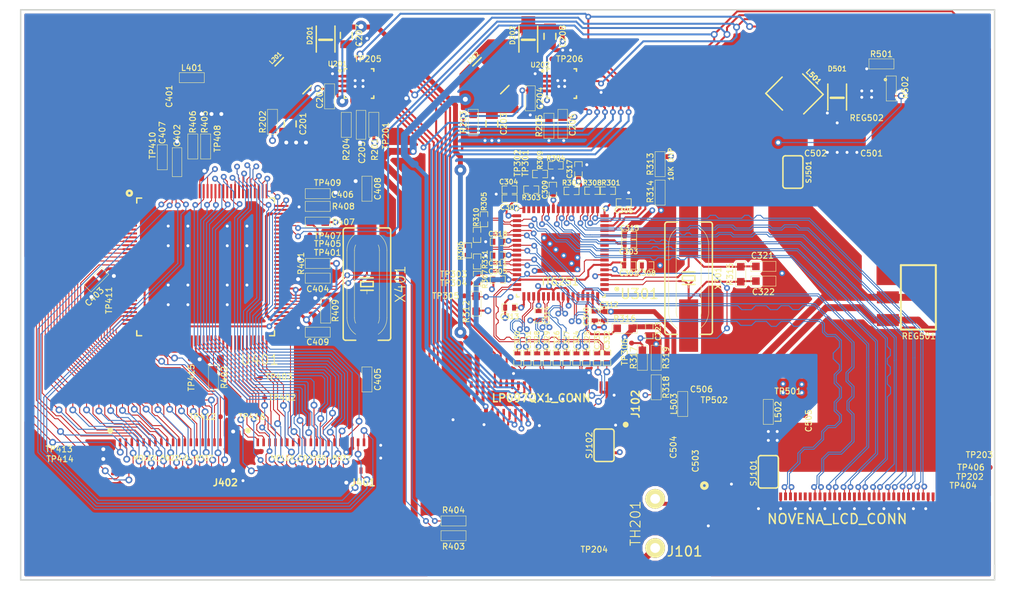
<source format=kicad_pcb>
(kicad_pcb (version 4) (host pcbnew "(2014-11-24 BZR 5301)-product")
  (layers (0 F.Cu signal) (1 GND power hide) (2 VCC power hide) (31 B.Cu signal) (34 B.Paste user) (35 F.Paste user) (36 B.SilkS user) (37 F.SilkS user) (38 B.Mask user) (39 F.Mask user) (44 Edge.Cuts user))
  (net 0 "")
  (net 1 GND)
  (net 2 "/Backlight Driver/ANODE_A")
  (net 3 "/Backlight Driver/ANODE_B")
  (net 4 +1.8V)
  (net 5 +3.3V)
  (net 6 "Net-(C321-Pad1)")
  (net 7 "Net-(C322-Pad1)")
  (net 8 "/LVDS to eDP Conversion/eDP_LANE0_P")
  (net 9 "/LVDS to eDP Conversion/L0_P")
  (net 10 "/LVDS to eDP Conversion/eDP_LANE0_N")
  (net 11 "/LVDS to eDP Conversion/L0_N")
  (net 12 "/LVDS to eDP Conversion/eDP_LANE1_P")
  (net 13 "/LVDS to eDP Conversion/L1_P")
  (net 14 "/LVDS to eDP Conversion/eDP_LANE1_N")
  (net 15 "/LVDS to eDP Conversion/L1_N")
  (net 16 "/LVDS to eDP Conversion/eDP_LANE2_P")
  (net 17 "/LVDS to eDP Conversion/L2_P")
  (net 18 "/LVDS to eDP Conversion/eDP_LANE2_N")
  (net 19 "/LVDS to eDP Conversion/L2_N")
  (net 20 "/LVDS to eDP Conversion/eDP_LANE3_P")
  (net 21 "/LVDS to eDP Conversion/L3_P")
  (net 22 "/LVDS to eDP Conversion/eDP_LANE3_N")
  (net 23 "/LVDS to eDP Conversion/L3_N")
  (net 24 "/LVDS to eDP Conversion/eDP_AUX_P")
  (net 25 "/LVDS to eDP Conversion/AUX_P")
  (net 26 "/LVDS to eDP Conversion/eDP_AUX_N")
  (net 27 "/LVDS to eDP Conversion/AUX_N")
  (net 28 "/Capacitive Touch (Optional)/VDDD")
  (net 29 "/Capacitive Touch (Optional)/XTALN")
  (net 30 "/Capacitive Touch (Optional)/VDDA")
  (net 31 "/Capacitive Touch (Optional)/VDD5")
  (net 32 "/Capacitive Touch (Optional)/XTALP")
  (net 33 "/Capacitive Touch (Optional)/VDD3")
  (net 34 +1.8VA)
  (net 35 "/Backlight Driver/BATT_VDD")
  (net 36 "/Capacitive Touch (Optional)/USB_DP")
  (net 37 "/Capacitive Touch (Optional)/USB_VBUS")
  (net 38 "Net-(J101-Pad12)")
  (net 39 "/LVDS to eDP Conversion/LVDS1_3_P")
  (net 40 "/LVDS to eDP Conversion/LVDS1_2_P")
  (net 41 "/LVDS to eDP Conversion/LVDS1_1_N")
  (net 42 "/LVDS to eDP Conversion/LVDS1_0_P")
  (net 43 "/LVDS to eDP Conversion/LVDS0_3_N")
  (net 44 "/LVDS to eDP Conversion/LVDS_CLK_P")
  (net 45 "/LVDS to eDP Conversion/LVDS0_2_N")
  (net 46 "/LVDS to eDP Conversion/LVDS0_1_P")
  (net 47 "/LVDS to eDP Conversion/LVDS0_0_N")
  (net 48 "/Capacitive Touch (Optional)/I2C_SDA")
  (net 49 "/Backlight Driver/BL_ENABLE")
  (net 50 "/Capacitive Touch (Optional)/USB_DN")
  (net 51 "/LVDS to eDP Conversion/LVDS1_3_N")
  (net 52 "/LVDS to eDP Conversion/LVDS1_2_N")
  (net 53 "/LVDS to eDP Conversion/LVDS1_1_P")
  (net 54 "/LVDS to eDP Conversion/LVDS1_0_N")
  (net 55 "/LVDS to eDP Conversion/LVDS0_3_P")
  (net 56 "/LVDS to eDP Conversion/LVDS_CLK_N")
  (net 57 "/LVDS to eDP Conversion/LVDS0_2_P")
  (net 58 "/LVDS to eDP Conversion/LVDS0_1_N")
  (net 59 "/LVDS to eDP Conversion/LVDS0_0_P")
  (net 60 "/Capacitive Touch (Optional)/I2C_SCL")
  (net 61 "/Backlight Driver/BL_PWM")
  (net 62 "/LVDS to eDP Conversion/eDP_HPD")
  (net 63 "Net-(J102-Pad4)")
  (net 64 "/Backlight Driver/CATHODE_6B")
  (net 65 "/Backlight Driver/CATHODE_5B")
  (net 66 "/Backlight Driver/CATHODE_4B")
  (net 67 "/Backlight Driver/CATHODE_3B")
  (net 68 "/Backlight Driver/CATHODE_2B")
  (net 69 "/Backlight Driver/CATHODE_1B")
  (net 70 "/Backlight Driver/CATHODE_6A")
  (net 71 "/Backlight Driver/CATHODE_5A")
  (net 72 "/Backlight Driver/CATHODE_4A")
  (net 73 "/Backlight Driver/CATHODE_3A")
  (net 74 "/Backlight Driver/CATHODE_2A")
  (net 75 "/Backlight Driver/CATHODE_1A")
  (net 76 "/Capacitive Touch (Optional)/TEST")
  (net 77 "/Capacitive Touch (Optional)/RX2")
  (net 78 "/Capacitive Touch (Optional)/RX4")
  (net 79 "/Capacitive Touch (Optional)/RX6")
  (net 80 "/Capacitive Touch (Optional)/RX8")
  (net 81 "/Capacitive Touch (Optional)/RX10")
  (net 82 "/Capacitive Touch (Optional)/RX12")
  (net 83 "/Capacitive Touch (Optional)/RX14")
  (net 84 "/Capacitive Touch (Optional)/RX16")
  (net 85 "/Capacitive Touch (Optional)/RX18")
  (net 86 "/Capacitive Touch (Optional)/RX20")
  (net 87 "/Capacitive Touch (Optional)/RX22")
  (net 88 "/Capacitive Touch (Optional)/RX24")
  (net 89 "/Capacitive Touch (Optional)/RX26")
  (net 90 "/Capacitive Touch (Optional)/RX28")
  (net 91 "/Capacitive Touch (Optional)/RX30")
  (net 92 "/Capacitive Touch (Optional)/TX39")
  (net 93 "/Capacitive Touch (Optional)/TX37")
  (net 94 "/Capacitive Touch (Optional)/RX1")
  (net 95 "/Capacitive Touch (Optional)/RX3")
  (net 96 "/Capacitive Touch (Optional)/RX5")
  (net 97 "/Capacitive Touch (Optional)/RX7")
  (net 98 "/Capacitive Touch (Optional)/RX9")
  (net 99 "/Capacitive Touch (Optional)/RX11")
  (net 100 "/Capacitive Touch (Optional)/RX13")
  (net 101 "/Capacitive Touch (Optional)/RX15")
  (net 102 "/Capacitive Touch (Optional)/RX17")
  (net 103 "/Capacitive Touch (Optional)/RX19")
  (net 104 "/Capacitive Touch (Optional)/RX21")
  (net 105 "/Capacitive Touch (Optional)/RX23")
  (net 106 "/Capacitive Touch (Optional)/RX25")
  (net 107 "/Capacitive Touch (Optional)/RX27")
  (net 108 "/Capacitive Touch (Optional)/RX29")
  (net 109 "/Capacitive Touch (Optional)/TX40")
  (net 110 "/Capacitive Touch (Optional)/TX38")
  (net 111 "/Capacitive Touch (Optional)/TX36")
  (net 112 "/Capacitive Touch (Optional)/TX34")
  (net 113 "/Capacitive Touch (Optional)/TX32")
  (net 114 "/Capacitive Touch (Optional)/TX30")
  (net 115 "/Capacitive Touch (Optional)/TX28")
  (net 116 "/Capacitive Touch (Optional)/TX26")
  (net 117 "/Capacitive Touch (Optional)/TX24")
  (net 118 "/Capacitive Touch (Optional)/TX22")
  (net 119 "/Capacitive Touch (Optional)/TX20")
  (net 120 "/Capacitive Touch (Optional)/TX18")
  (net 121 "/Capacitive Touch (Optional)/TX16")
  (net 122 "/Capacitive Touch (Optional)/TX14")
  (net 123 "/Capacitive Touch (Optional)/TX12")
  (net 124 "/Capacitive Touch (Optional)/TX10")
  (net 125 "/Capacitive Touch (Optional)/TX8")
  (net 126 "/Capacitive Touch (Optional)/TX6")
  (net 127 "/Capacitive Touch (Optional)/TX4")
  (net 128 "/Capacitive Touch (Optional)/TX2")
  (net 129 "/Capacitive Touch (Optional)/TX35")
  (net 130 "/Capacitive Touch (Optional)/TX33")
  (net 131 "/Capacitive Touch (Optional)/TX31")
  (net 132 "/Capacitive Touch (Optional)/TX29")
  (net 133 "/Capacitive Touch (Optional)/TX27")
  (net 134 "/Capacitive Touch (Optional)/TX25")
  (net 135 "/Capacitive Touch (Optional)/TX23")
  (net 136 "/Capacitive Touch (Optional)/TX21")
  (net 137 "/Capacitive Touch (Optional)/TX19")
  (net 138 "/Capacitive Touch (Optional)/TX17")
  (net 139 "/Capacitive Touch (Optional)/TX15")
  (net 140 "/Capacitive Touch (Optional)/TX13")
  (net 141 "/Capacitive Touch (Optional)/TX11")
  (net 142 "/Capacitive Touch (Optional)/TX9")
  (net 143 "/Capacitive Touch (Optional)/TX7")
  (net 144 "/Capacitive Touch (Optional)/TX5")
  (net 145 "/Capacitive Touch (Optional)/TX3")
  (net 146 "/Capacitive Touch (Optional)/TX1")
  (net 147 "/LVDS to eDP Conversion/RXNE1")
  (net 148 "/LVDS to eDP Conversion/RXPE1")
  (net 149 "/LVDS to eDP Conversion/RXNE2")
  (net 150 "/LVDS to eDP Conversion/RXPE2")
  (net 151 "Net-(R312-Pad2)")
  (net 152 "/LVDS to eDP Conversion/ADDR")
  (net 153 "Net-(R316-Pad2)")
  (net 154 "/LVDS to eDP Conversion/HPD")
  (net 155 "Net-(R401-Pad1)")
  (net 156 "Net-(TP405-Pad1)")
  (net 157 "Net-(TP407-Pad1)")
  (net 158 "/Backlight Driver/VBAT")
  (net 159 "Net-(C202-Pad1)")
  (net 160 "Net-(C204-Pad1)")
  (net 161 "/Backlight Driver/x0_VIN")
  (net 162 +3.3VP)
  (net 163 "Net-(R204-Pad1)")
  (net 164 "Net-(R205-Pad1)")
  (net 165 "Net-(TP205-Pad1)")
  (net 166 "Net-(TP206-Pad1)")
  (net 167 "/Capacitive Touch (Optional)/VBUS")
  (net 168 "/Capacitive Touch (Optional)/D-")
  (net 169 "/Capacitive Touch (Optional)/D+")
  (net 170 "/Capacitive Touch (Optional)/PSEL")
  (net 171 "/Capacitive Touch (Optional)/RX_UNUSED")
  (net 172 "/Capacitive Touch (Optional)/TXUNUSED")
  (net 173 "/Backlight Driver/SW_A")
  (net 174 "/Backlight Driver/SW_B")
  (net 175 /Power/18V_OUT)
  (net 176 /Power/BUCK_SW)
  (net 177 /Power/BUCK_FB)
  (module MOLEX_502250_8051 (layer F.Cu) (at 139 138 180)
    (fp_text reference J102 (at -9.5 0.9 270) (layer F.SilkS) (effects (font (size 0.8 0.8))))
    (fp_text value LP097QX1_CONN (at 0.1 1.5 180) (layer F.SilkS) (effects (font (size 0.8 0.8))))
    (pad 1 smd rect (at -7.5 0 180) (size 0.26 0.8) (layers F.Cu F.Paste F.Mask) (net 1 GND))
    (pad 3 smd rect (at -6.9 0 180) (size 0.26 0.8) (layers F.Cu F.Paste F.Mask) (net 1 GND))
    (pad 5 smd rect (at -6.3 0 180) (size 0.26 0.8) (layers F.Cu F.Paste F.Mask) (net 63 "Net-(J102-Pad4)"))
    (pad 7 smd rect (at -5.7 0 180) (size 0.26 0.8) (layers F.Cu F.Paste F.Mask) (net 63 "Net-(J102-Pad4)"))
    (pad 9 smd rect (at -5.1 0 180) (size 0.26 0.8) (layers F.Cu F.Paste F.Mask) (net 24 "/LVDS to eDP Conversion/eDP_AUX_P"))
    (pad 11 smd rect (at -4.5 0 180) (size 0.26 0.8) (layers F.Cu F.Paste F.Mask) (net 1 GND))
    (pad 13 smd rect (at -3.9 0 180) (size 0.26 0.8) (layers F.Cu F.Paste F.Mask))
    (pad 15 smd rect (at -3.3 0 180) (size 0.26 0.8) (layers F.Cu F.Paste F.Mask) (net 1 GND))
    (pad 17 smd rect (at -2.7 0 180) (size 0.26 0.8) (layers F.Cu F.Paste F.Mask))
    (pad 19 smd rect (at -2.1 0 180) (size 0.26 0.8) (layers F.Cu F.Paste F.Mask) (net 1 GND))
    (pad 21 smd rect (at -1.5 0 180) (size 0.26 0.8) (layers F.Cu F.Paste F.Mask))
    (pad 23 smd rect (at -0.9 0 180) (size 0.26 0.8) (layers F.Cu F.Paste F.Mask) (net 1 GND))
    (pad 25 smd rect (at -0.3 0 180) (size 0.26 0.8) (layers F.Cu F.Paste F.Mask))
    (pad 27 smd rect (at 0.3 0 180) (size 0.26 0.8) (layers F.Cu F.Paste F.Mask) (net 1 GND))
    (pad 29 smd rect (at 0.9 0 180) (size 0.26 0.8) (layers F.Cu F.Paste F.Mask) (net 1 GND))
    (pad 31 smd rect (at 1.5 0 180) (size 0.26 0.8) (layers F.Cu F.Paste F.Mask) (net 65 "/Backlight Driver/CATHODE_5B"))
    (pad 33 smd rect (at 2.1 0 180) (size 0.26 0.8) (layers F.Cu F.Paste F.Mask) (net 67 "/Backlight Driver/CATHODE_3B"))
    (pad 35 smd rect (at 2.7 0 180) (size 0.26 0.8) (layers F.Cu F.Paste F.Mask) (net 69 "/Backlight Driver/CATHODE_1B"))
    (pad 37 smd rect (at 3.3 0 180) (size 0.26 0.8) (layers F.Cu F.Paste F.Mask) (net 70 "/Backlight Driver/CATHODE_6A"))
    (pad 39 smd rect (at 3.9 0 180) (size 0.26 0.8) (layers F.Cu F.Paste F.Mask) (net 72 "/Backlight Driver/CATHODE_4A"))
    (pad 41 smd rect (at 4.5 0 180) (size 0.26 0.8) (layers F.Cu F.Paste F.Mask) (net 74 "/Backlight Driver/CATHODE_2A"))
    (pad 43 smd rect (at 5.1 0 180) (size 0.26 0.8) (layers F.Cu F.Paste F.Mask) (net 1 GND))
    (pad 45 smd rect (at 5.7 0 180) (size 0.26 0.8) (layers F.Cu F.Paste F.Mask) (net 3 "/Backlight Driver/ANODE_B"))
    (pad 47 smd rect (at 6.3 0 180) (size 0.26 0.8) (layers F.Cu F.Paste F.Mask))
    (pad 49 smd rect (at 6.9 0 180) (size 0.26 0.8) (layers F.Cu F.Paste F.Mask) (net 2 "/Backlight Driver/ANODE_A"))
    (pad 51 smd rect (at 7.5 0 180) (size 0.26 0.8) (layers F.Cu F.Paste F.Mask) (net 1 GND))
    (pad 2 smd rect (at -7.2 2.875 180) (size 0.3 0.65) (layers F.Cu F.Paste F.Mask) (net 62 "/LVDS to eDP Conversion/eDP_HPD"))
    (pad 4 smd rect (at -6.6 2.875 180) (size 0.3 0.65) (layers F.Cu F.Paste F.Mask) (net 63 "Net-(J102-Pad4)"))
    (pad 6 smd rect (at -6 2.875 180) (size 0.3 0.65) (layers F.Cu F.Paste F.Mask) (net 63 "Net-(J102-Pad4)"))
    (pad 8 smd rect (at -5.4 2.875 180) (size 0.3 0.65) (layers F.Cu F.Paste F.Mask) (net 1 GND))
    (pad 10 smd rect (at -4.8 2.875 180) (size 0.3 0.65) (layers F.Cu F.Paste F.Mask) (net 26 "/LVDS to eDP Conversion/eDP_AUX_N"))
    (pad 12 smd rect (at -4.2 2.875 180) (size 0.3 0.65) (layers F.Cu F.Paste F.Mask) (net 10 "/LVDS to eDP Conversion/eDP_LANE0_N"))
    (pad 14 smd rect (at -3.6 2.875 180) (size 0.3 0.65) (layers F.Cu F.Paste F.Mask) (net 8 "/LVDS to eDP Conversion/eDP_LANE0_P"))
    (pad 16 smd rect (at -3 2.875 180) (size 0.3 0.65) (layers F.Cu F.Paste F.Mask) (net 14 "/LVDS to eDP Conversion/eDP_LANE1_N"))
    (pad 18 smd rect (at -2.4 2.875 180) (size 0.3 0.65) (layers F.Cu F.Paste F.Mask) (net 12 "/LVDS to eDP Conversion/eDP_LANE1_P"))
    (pad 20 smd rect (at -1.8 2.875 180) (size 0.3 0.65) (layers F.Cu F.Paste F.Mask) (net 18 "/LVDS to eDP Conversion/eDP_LANE2_N"))
    (pad 22 smd rect (at -1.2 2.875 180) (size 0.3 0.65) (layers F.Cu F.Paste F.Mask) (net 16 "/LVDS to eDP Conversion/eDP_LANE2_P"))
    (pad 24 smd rect (at -0.6 2.875 180) (size 0.3 0.65) (layers F.Cu F.Paste F.Mask) (net 22 "/LVDS to eDP Conversion/eDP_LANE3_N"))
    (pad 26 smd rect (at 0 2.875 180) (size 0.3 0.65) (layers F.Cu F.Paste F.Mask) (net 20 "/LVDS to eDP Conversion/eDP_LANE3_P"))
    (pad 28 smd rect (at 0.6 2.875 180) (size 0.3 0.65) (layers F.Cu F.Paste F.Mask) (net 1 GND))
    (pad 30 smd rect (at 1.2 2.875 180) (size 0.3 0.65) (layers F.Cu F.Paste F.Mask) (net 64 "/Backlight Driver/CATHODE_6B"))
    (pad 32 smd rect (at 1.8 2.875 180) (size 0.3 0.65) (layers F.Cu F.Paste F.Mask) (net 66 "/Backlight Driver/CATHODE_4B"))
    (pad 34 smd rect (at 2.4 2.875 180) (size 0.3 0.65) (layers F.Cu F.Paste F.Mask) (net 68 "/Backlight Driver/CATHODE_2B"))
    (pad 36 smd rect (at 3 2.875 180) (size 0.3 0.65) (layers F.Cu F.Paste F.Mask) (net 1 GND))
    (pad 38 smd rect (at 3.6 2.875 180) (size 0.3 0.65) (layers F.Cu F.Paste F.Mask) (net 71 "/Backlight Driver/CATHODE_5A"))
    (pad 40 smd rect (at 4.2 2.875 180) (size 0.3 0.65) (layers F.Cu F.Paste F.Mask) (net 73 "/Backlight Driver/CATHODE_3A"))
    (pad 42 smd rect (at 4.8 2.875 180) (size 0.3 0.65) (layers F.Cu F.Paste F.Mask) (net 75 "/Backlight Driver/CATHODE_1A"))
    (pad 44 smd rect (at 5.4 2.875 180) (size 0.3 0.65) (layers F.Cu F.Paste F.Mask))
    (pad 46 smd rect (at 6 2.875 180) (size 0.3 0.65) (layers F.Cu F.Paste F.Mask) (net 3 "/Backlight Driver/ANODE_B"))
    (pad 48 smd rect (at 6.6 2.875 180) (size 0.3 0.65) (layers F.Cu F.Paste F.Mask) (net 2 "/Backlight Driver/ANODE_A"))
    (pad 50 smd rect (at 7.2 2.875 180) (size 0.3 0.65) (layers F.Cu F.Paste F.Mask))
    (pad SH smd rect (at -8.2 0.325 180) (size 0.4 0.85) (layers F.Cu F.Paste F.Mask) (net 1 GND))
    (pad SH smd rect (at 8.2 0.325 180) (size 0.4 0.85) (layers F.Cu F.Paste F.Mask) (net 1 GND))
    (pad SH smd rect (at 8.2 1.715 180) (size 0.4 0.7) (layers F.Cu F.Paste F.Mask) (net 1 GND))
    (pad SH smd rect (at -8.2 1.715 180) (size 0.4 0.7) (layers F.Cu F.Paste F.Mask) (net 1 GND))
  )
  (module MOLEX_502250_8037 (layer F.Cu) (at 115.5 141)
    (fp_text reference J401 (at 5.3 4.1) (layer F.SilkS) (effects (font (size 0.7 0.7))))
    (fp_text value MOLEX_502250-8037 (at 0 1.6) (layer F.SilkS) (effects (font (size 0.5 0.5) (thickness 0.1))))
    (pad 1 smd rect (at -5.4 0) (size 0.26 0.8) (layers F.Cu F.Paste F.Mask) (net 76 "/Capacitive Touch (Optional)/TEST"))
    (pad 3 smd rect (at -4.8 0) (size 0.26 0.8) (layers F.Cu F.Paste F.Mask) (net 77 "/Capacitive Touch (Optional)/RX2"))
    (pad 5 smd rect (at -4.2 0) (size 0.26 0.8) (layers F.Cu F.Paste F.Mask) (net 78 "/Capacitive Touch (Optional)/RX4"))
    (pad 7 smd rect (at -3.6 0) (size 0.26 0.8) (layers F.Cu F.Paste F.Mask) (net 79 "/Capacitive Touch (Optional)/RX6"))
    (pad 9 smd rect (at -3 0) (size 0.26 0.8) (layers F.Cu F.Paste F.Mask) (net 80 "/Capacitive Touch (Optional)/RX8"))
    (pad 11 smd rect (at -2.4 0) (size 0.26 0.8) (layers F.Cu F.Paste F.Mask) (net 81 "/Capacitive Touch (Optional)/RX10"))
    (pad 13 smd rect (at -1.8 0) (size 0.26 0.8) (layers F.Cu F.Paste F.Mask) (net 82 "/Capacitive Touch (Optional)/RX12"))
    (pad 15 smd rect (at -1.2 0) (size 0.26 0.8) (layers F.Cu F.Paste F.Mask) (net 83 "/Capacitive Touch (Optional)/RX14"))
    (pad 17 smd rect (at -0.6 0) (size 0.26 0.8) (layers F.Cu F.Paste F.Mask) (net 84 "/Capacitive Touch (Optional)/RX16"))
    (pad 19 smd rect (at 0 0) (size 0.26 0.8) (layers F.Cu F.Paste F.Mask) (net 85 "/Capacitive Touch (Optional)/RX18"))
    (pad 21 smd rect (at 0.6 0) (size 0.26 0.8) (layers F.Cu F.Paste F.Mask) (net 86 "/Capacitive Touch (Optional)/RX20"))
    (pad 23 smd rect (at 1.2 0) (size 0.26 0.8) (layers F.Cu F.Paste F.Mask) (net 87 "/Capacitive Touch (Optional)/RX22"))
    (pad 25 smd rect (at 1.8 0) (size 0.26 0.8) (layers F.Cu F.Paste F.Mask) (net 88 "/Capacitive Touch (Optional)/RX24"))
    (pad 27 smd rect (at 2.4 0) (size 0.26 0.8) (layers F.Cu F.Paste F.Mask) (net 89 "/Capacitive Touch (Optional)/RX26"))
    (pad 29 smd rect (at 3 0) (size 0.26 0.8) (layers F.Cu F.Paste F.Mask) (net 90 "/Capacitive Touch (Optional)/RX28"))
    (pad 31 smd rect (at 3.6 0) (size 0.26 0.8) (layers F.Cu F.Paste F.Mask) (net 91 "/Capacitive Touch (Optional)/RX30"))
    (pad 33 smd rect (at 4.2 0) (size 0.26 0.8) (layers F.Cu F.Paste F.Mask) (net 1 GND))
    (pad 35 smd rect (at 4.8 0) (size 0.26 0.8) (layers F.Cu F.Paste F.Mask) (net 92 "/Capacitive Touch (Optional)/TX39"))
    (pad 37 smd rect (at 5.4 0) (size 0.26 0.8) (layers F.Cu F.Paste F.Mask) (net 93 "/Capacitive Touch (Optional)/TX37"))
    (pad 2 smd rect (at -5.1 2.875) (size 0.3 0.65) (layers F.Cu F.Paste F.Mask) (net 94 "/Capacitive Touch (Optional)/RX1"))
    (pad 4 smd rect (at -4.5 2.875) (size 0.3 0.65) (layers F.Cu F.Paste F.Mask) (net 95 "/Capacitive Touch (Optional)/RX3"))
    (pad 6 smd rect (at -3.9 2.875) (size 0.3 0.65) (layers F.Cu F.Paste F.Mask) (net 96 "/Capacitive Touch (Optional)/RX5"))
    (pad 8 smd rect (at -3.3 2.875) (size 0.3 0.65) (layers F.Cu F.Paste F.Mask) (net 97 "/Capacitive Touch (Optional)/RX7"))
    (pad 10 smd rect (at -2.7 2.875) (size 0.3 0.65) (layers F.Cu F.Paste F.Mask) (net 98 "/Capacitive Touch (Optional)/RX9"))
    (pad 12 smd rect (at -2.1 2.875) (size 0.3 0.65) (layers F.Cu F.Paste F.Mask) (net 99 "/Capacitive Touch (Optional)/RX11"))
    (pad 14 smd rect (at -1.5 2.875) (size 0.3 0.65) (layers F.Cu F.Paste F.Mask) (net 100 "/Capacitive Touch (Optional)/RX13"))
    (pad 16 smd rect (at -0.9 2.875) (size 0.3 0.65) (layers F.Cu F.Paste F.Mask) (net 101 "/Capacitive Touch (Optional)/RX15"))
    (pad 18 smd rect (at -0.3 2.875) (size 0.3 0.65) (layers F.Cu F.Paste F.Mask) (net 102 "/Capacitive Touch (Optional)/RX17"))
    (pad 20 smd rect (at 0.3 2.875) (size 0.3 0.65) (layers F.Cu F.Paste F.Mask) (net 103 "/Capacitive Touch (Optional)/RX19"))
    (pad 22 smd rect (at 0.9 2.875) (size 0.3 0.65) (layers F.Cu F.Paste F.Mask) (net 104 "/Capacitive Touch (Optional)/RX21"))
    (pad 24 smd rect (at 1.5 2.875) (size 0.3 0.65) (layers F.Cu F.Paste F.Mask) (net 105 "/Capacitive Touch (Optional)/RX23"))
    (pad 26 smd rect (at 2.1 2.875) (size 0.3 0.65) (layers F.Cu F.Paste F.Mask) (net 106 "/Capacitive Touch (Optional)/RX25"))
    (pad 28 smd rect (at 2.7 2.875) (size 0.3 0.65) (layers F.Cu F.Paste F.Mask) (net 107 "/Capacitive Touch (Optional)/RX27"))
    (pad 30 smd rect (at 3.3 2.875) (size 0.3 0.65) (layers F.Cu F.Paste F.Mask) (net 108 "/Capacitive Touch (Optional)/RX29"))
    (pad 32 smd rect (at 3.9 2.875) (size 0.3 0.65) (layers F.Cu F.Paste F.Mask) (net 1 GND))
    (pad 34 smd rect (at 4.5 2.875) (size 0.3 0.65) (layers F.Cu F.Paste F.Mask) (net 109 "/Capacitive Touch (Optional)/TX40"))
    (pad 36 smd rect (at 5.1 2.875) (size 0.3 0.65) (layers F.Cu F.Paste F.Mask) (net 110 "/Capacitive Touch (Optional)/TX38"))
    (pad SH smd rect (at -6.1 0.325) (size 0.4 0.85) (layers F.Cu F.Paste F.Mask) (net 1 GND))
    (pad SH smd rect (at 6.1 0.325) (size 0.4 0.85) (layers F.Cu F.Paste F.Mask) (net 1 GND))
    (pad SH smd rect (at 6.1 1.715) (size 0.4 0.7) (layers F.Cu F.Paste F.Mask) (net 1 GND))
    (pad SH smd rect (at -6.1 1.715) (size 0.4 0.7) (layers F.Cu F.Paste F.Mask) (net 1 GND))
  )
  (module MOLEX_51926_5494 (layer F.Cu) (at 169 146.5)
    (fp_text reference J101 (at -15.5 5.6) (layer F.SilkS))
    (fp_text value NOVENA_LCD_CONN (at 0 2.3) (layer F.SilkS))
    (pad 1 smd rect (at -13.25 0) (size 0.3 0.8) (layers F.Cu F.Paste F.Mask) (net 35 "/Backlight Driver/BATT_VDD"))
    (pad 2 smd rect (at -12.75 0) (size 0.3 0.8) (layers F.Cu F.Paste F.Mask) (net 35 "/Backlight Driver/BATT_VDD"))
    (pad 3 smd rect (at -12.25 0) (size 0.3 0.8) (layers F.Cu F.Paste F.Mask) (net 35 "/Backlight Driver/BATT_VDD"))
    (pad 4 smd rect (at -11.75 0) (size 0.3 0.8) (layers F.Cu F.Paste F.Mask) (net 35 "/Backlight Driver/BATT_VDD"))
    (pad 5 smd rect (at -11.25 0) (size 0.3 0.8) (layers F.Cu F.Paste F.Mask) (net 35 "/Backlight Driver/BATT_VDD"))
    (pad 6 smd rect (at -10.75 0) (size 0.3 0.8) (layers F.Cu F.Paste F.Mask) (net 1 GND))
    (pad 7 smd rect (at -10.25 0) (size 0.3 0.8) (layers F.Cu F.Paste F.Mask) (net 36 "/Capacitive Touch (Optional)/USB_DP"))
    (pad 8 smd rect (at -9.75 0) (size 0.3 0.8) (layers F.Cu F.Paste F.Mask) (net 50 "/Capacitive Touch (Optional)/USB_DN"))
    (pad 9 smd rect (at -9.25 0) (size 0.3 0.8) (layers F.Cu F.Paste F.Mask) (net 37 "/Capacitive Touch (Optional)/USB_VBUS"))
    (pad 10 smd rect (at -8.75 0) (size 0.3 0.8) (layers F.Cu F.Paste F.Mask) (net 1 GND))
    (pad 11 smd rect (at -8.25 0) (size 0.3 0.8) (layers F.Cu F.Paste F.Mask) (net 1 GND))
    (pad 12 smd rect (at -7.75 0) (size 0.3 0.8) (layers F.Cu F.Paste F.Mask) (net 38 "Net-(J101-Pad12)"))
    (pad 13 smd rect (at -7.25 0) (size 0.3 0.8) (layers F.Cu F.Paste F.Mask) (net 38 "Net-(J101-Pad12)"))
    (pad 14 smd rect (at -6.75 0) (size 0.3 0.8) (layers F.Cu F.Paste F.Mask) (net 38 "Net-(J101-Pad12)"))
    (pad 15 smd rect (at -6.25 0) (size 0.3 0.8) (layers F.Cu F.Paste F.Mask) (net 38 "Net-(J101-Pad12)"))
    (pad 16 smd rect (at -5.75 0) (size 0.3 0.8) (layers F.Cu F.Paste F.Mask) (net 1 GND))
    (pad 17 smd rect (at -5.25 0) (size 0.3 0.8) (layers F.Cu F.Paste F.Mask) (net 39 "/LVDS to eDP Conversion/LVDS1_3_P"))
    (pad 18 smd rect (at -4.75 0) (size 0.3 0.8) (layers F.Cu F.Paste F.Mask) (net 51 "/LVDS to eDP Conversion/LVDS1_3_N"))
    (pad 19 smd rect (at -4.25 0) (size 0.3 0.8) (layers F.Cu F.Paste F.Mask) (net 1 GND))
    (pad 20 smd rect (at -3.75 0) (size 0.3 0.8) (layers F.Cu F.Paste F.Mask))
    (pad 21 smd rect (at -3.25 0) (size 0.3 0.8) (layers F.Cu F.Paste F.Mask))
    (pad 22 smd rect (at -2.75 0) (size 0.3 0.8) (layers F.Cu F.Paste F.Mask) (net 1 GND))
    (pad 23 smd rect (at -2.25 0) (size 0.3 0.8) (layers F.Cu F.Paste F.Mask) (net 40 "/LVDS to eDP Conversion/LVDS1_2_P"))
    (pad 24 smd rect (at -1.75 0) (size 0.3 0.8) (layers F.Cu F.Paste F.Mask) (net 52 "/LVDS to eDP Conversion/LVDS1_2_N"))
    (pad 25 smd rect (at -1.25 0) (size 0.3 0.8) (layers F.Cu F.Paste F.Mask) (net 1 GND))
    (pad 26 smd rect (at -0.75 0) (size 0.3 0.8) (layers F.Cu F.Paste F.Mask) (net 53 "/LVDS to eDP Conversion/LVDS1_1_P"))
    (pad 27 smd rect (at -0.25 0) (size 0.3 0.8) (layers F.Cu F.Paste F.Mask) (net 41 "/LVDS to eDP Conversion/LVDS1_1_N"))
    (pad 28 smd rect (at 0.25 0) (size 0.3 0.8) (layers F.Cu F.Paste F.Mask) (net 1 GND))
    (pad 29 smd rect (at 0.75 0) (size 0.3 0.8) (layers F.Cu F.Paste F.Mask) (net 42 "/LVDS to eDP Conversion/LVDS1_0_P"))
    (pad 30 smd rect (at 1.25 0) (size 0.3 0.8) (layers F.Cu F.Paste F.Mask) (net 54 "/LVDS to eDP Conversion/LVDS1_0_N"))
    (pad 31 smd rect (at 1.75 0) (size 0.3 0.8) (layers F.Cu F.Paste F.Mask) (net 1 GND))
    (pad 32 smd rect (at 2.25 0) (size 0.3 0.8) (layers F.Cu F.Paste F.Mask) (net 55 "/LVDS to eDP Conversion/LVDS0_3_P"))
    (pad 33 smd rect (at 2.75 0) (size 0.3 0.8) (layers F.Cu F.Paste F.Mask) (net 43 "/LVDS to eDP Conversion/LVDS0_3_N"))
    (pad 34 smd rect (at 3.25 0) (size 0.3 0.8) (layers F.Cu F.Paste F.Mask) (net 1 GND))
    (pad 35 smd rect (at 3.75 0) (size 0.3 0.8) (layers F.Cu F.Paste F.Mask) (net 44 "/LVDS to eDP Conversion/LVDS_CLK_P"))
    (pad 36 smd rect (at 4.25 0) (size 0.3 0.8) (layers F.Cu F.Paste F.Mask) (net 56 "/LVDS to eDP Conversion/LVDS_CLK_N"))
    (pad 37 smd rect (at 4.75 0) (size 0.3 0.8) (layers F.Cu F.Paste F.Mask) (net 1 GND))
    (pad 38 smd rect (at 5.25 0) (size 0.3 0.8) (layers F.Cu F.Paste F.Mask) (net 57 "/LVDS to eDP Conversion/LVDS0_2_P"))
    (pad 39 smd rect (at 5.75 0) (size 0.3 0.8) (layers F.Cu F.Paste F.Mask) (net 45 "/LVDS to eDP Conversion/LVDS0_2_N"))
    (pad 40 smd rect (at 6.25 0) (size 0.3 0.8) (layers F.Cu F.Paste F.Mask) (net 1 GND))
    (pad 41 smd rect (at 6.75 0) (size 0.3 0.8) (layers F.Cu F.Paste F.Mask) (net 46 "/LVDS to eDP Conversion/LVDS0_1_P"))
    (pad 42 smd rect (at 7.25 0) (size 0.3 0.8) (layers F.Cu F.Paste F.Mask) (net 58 "/LVDS to eDP Conversion/LVDS0_1_N"))
    (pad 43 smd rect (at 7.75 0) (size 0.3 0.8) (layers F.Cu F.Paste F.Mask) (net 1 GND))
    (pad 44 smd rect (at 8.25 0) (size 0.3 0.8) (layers F.Cu F.Paste F.Mask) (net 59 "/LVDS to eDP Conversion/LVDS0_0_P"))
    (pad 45 smd rect (at 8.75 0) (size 0.3 0.8) (layers F.Cu F.Paste F.Mask) (net 47 "/LVDS to eDP Conversion/LVDS0_0_N"))
    (pad 46 smd rect (at 9.25 0) (size 0.3 0.8) (layers F.Cu F.Paste F.Mask) (net 1 GND))
    (pad 47 smd rect (at 9.75 0) (size 0.3 0.8) (layers F.Cu F.Paste F.Mask) (net 48 "/Capacitive Touch (Optional)/I2C_SDA"))
    (pad 48 smd rect (at 10.25 0) (size 0.3 0.8) (layers F.Cu F.Paste F.Mask) (net 60 "/Capacitive Touch (Optional)/I2C_SCL"))
    (pad 49 smd rect (at 10.75 0) (size 0.3 0.8) (layers F.Cu F.Paste F.Mask) (net 49 "/Backlight Driver/BL_ENABLE"))
    (pad 50 smd rect (at 11.25 0) (size 0.3 0.8) (layers F.Cu F.Paste F.Mask) (net 61 "/Backlight Driver/BL_PWM"))
    (pad 51 smd rect (at 11.75 0) (size 0.3 0.8) (layers F.Cu F.Paste F.Mask))
    (pad 52 smd rect (at 12.25 0) (size 0.3 0.8) (layers F.Cu F.Paste F.Mask))
    (pad 53 smd rect (at 12.75 0) (size 0.3 0.8) (layers F.Cu F.Paste F.Mask))
    (pad 54 smd rect (at 13.25 0) (size 0.3 0.8) (layers F.Cu F.Paste F.Mask))
    (pad SH smd rect (at 14.8 3.05) (size 1.4 1.5) (layers F.Cu F.Paste F.Mask) (net 1 GND))
    (pad SH smd rect (at -14.8 3.05) (size 1.4 1.5) (layers F.Cu F.Paste F.Mask) (net 1 GND))
  )
  (module novepad:QFN50P900X900X100-65N (layer F.Cu) (at 140.9 121.7 180)
    (fp_text reference U301 (at -8 -4.2 180) (layer F.SilkS))
    (fp_text value IT6251 (at 0.05 -2.95 180) (layer F.SilkS) (effects (font (size 0.75 0.75) (thickness 0.125))))
    (pad 1 smd rect (at -4.45 -3.75 180) (size 0.85 0.3) (layers F.Cu F.Paste F.Mask) (clearance 0.05))
    (pad 2 smd rect (at -4.45 -3.25 180) (size 0.85 0.3) (layers F.Cu F.Paste F.Mask) (net 7 "Net-(C322-Pad1)"))
    (pad 3 smd rect (at -4.45 -2.75 180) (size 0.85 0.3) (layers F.Cu F.Paste F.Mask) (net 6 "Net-(C321-Pad1)"))
    (pad 4 smd rect (at -4.45 -2.25 180) (size 0.85 0.3) (layers F.Cu F.Paste F.Mask) (net 34 +1.8VA))
    (pad 5 smd rect (at -4.45 -1.75 180) (size 0.85 0.3) (layers F.Cu F.Paste F.Mask) (net 154 "/LVDS to eDP Conversion/HPD"))
    (pad 6 smd rect (at -4.45 -1.25 180) (size 0.85 0.3) (layers F.Cu F.Paste F.Mask) (net 4 +1.8V))
    (pad 7 smd rect (at -4.45 -0.75 180) (size 0.85 0.3) (layers F.Cu F.Paste F.Mask) (net 151 "Net-(R312-Pad2)"))
    (pad 8 smd rect (at -4.45 -0.25 180) (size 0.85 0.3) (layers F.Cu F.Paste F.Mask))
    (pad 9 smd rect (at -4.45 0.25 180) (size 0.85 0.3) (layers F.Cu F.Paste F.Mask))
    (pad 10 smd rect (at -4.45 0.75 180) (size 0.85 0.3) (layers F.Cu F.Paste F.Mask))
    (pad 11 smd rect (at -4.45 1.25 180) (size 0.85 0.3) (layers F.Cu F.Paste F.Mask) (net 4 +1.8V))
    (pad 12 smd rect (at -4.45 1.75 180) (size 0.85 0.3) (layers F.Cu F.Paste F.Mask) (net 5 +3.3V))
    (pad 13 smd rect (at -4.45 2.25 180) (size 0.85 0.3) (layers F.Cu F.Paste F.Mask) (net 152 "/LVDS to eDP Conversion/ADDR"))
    (pad 14 smd rect (at -4.45 2.75 180) (size 0.85 0.3) (layers F.Cu F.Paste F.Mask) (net 60 "/Capacitive Touch (Optional)/I2C_SCL"))
    (pad 15 smd rect (at -4.45 3.25 180) (size 0.85 0.3) (layers F.Cu F.Paste F.Mask) (net 48 "/Capacitive Touch (Optional)/I2C_SDA"))
    (pad 16 smd rect (at -4.45 3.75 180) (size 0.85 0.3) (layers F.Cu F.Paste F.Mask) (net 34 +1.8VA) (clearance 0.06))
    (pad 33 smd rect (at 4.45 3.75 180) (size 0.85 0.3) (layers F.Cu F.Paste F.Mask) (net 34 +1.8VA) (clearance 0.06))
    (pad 34 smd rect (at 4.45 3.25 180) (size 0.85 0.3) (layers F.Cu F.Paste F.Mask) (net 54 "/LVDS to eDP Conversion/LVDS1_0_N"))
    (pad 35 smd rect (at 4.45 2.75 180) (size 0.85 0.3) (layers F.Cu F.Paste F.Mask) (net 42 "/LVDS to eDP Conversion/LVDS1_0_P"))
    (pad 36 smd rect (at 4.45 2.25 180) (size 0.85 0.3) (layers F.Cu F.Paste F.Mask) (net 41 "/LVDS to eDP Conversion/LVDS1_1_N"))
    (pad 37 smd rect (at 4.45 1.75 180) (size 0.85 0.3) (layers F.Cu F.Paste F.Mask) (net 53 "/LVDS to eDP Conversion/LVDS1_1_P"))
    (pad 38 smd rect (at 4.45 1.25 180) (size 0.85 0.3) (layers F.Cu F.Paste F.Mask) (net 5 +3.3V))
    (pad 39 smd rect (at 4.45 0.75 180) (size 0.85 0.3) (layers F.Cu F.Paste F.Mask) (net 52 "/LVDS to eDP Conversion/LVDS1_2_N"))
    (pad 40 smd rect (at 4.45 0.25 180) (size 0.85 0.3) (layers F.Cu F.Paste F.Mask) (net 40 "/LVDS to eDP Conversion/LVDS1_2_P"))
    (pad 41 smd rect (at 4.45 -0.25 180) (size 0.85 0.3) (layers F.Cu F.Paste F.Mask) (net 34 +1.8VA))
    (pad 42 smd rect (at 4.45 -0.75 180) (size 0.85 0.3) (layers F.Cu F.Paste F.Mask) (net 51 "/LVDS to eDP Conversion/LVDS1_3_N"))
    (pad 43 smd rect (at 4.45 -1.25 180) (size 0.85 0.3) (layers F.Cu F.Paste F.Mask) (net 39 "/LVDS to eDP Conversion/LVDS1_3_P"))
    (pad 44 smd rect (at 4.45 -1.75 180) (size 0.85 0.3) (layers F.Cu F.Paste F.Mask) (net 149 "/LVDS to eDP Conversion/RXNE2"))
    (pad 45 smd rect (at 4.45 -2.25 180) (size 0.85 0.3) (layers F.Cu F.Paste F.Mask) (net 150 "/LVDS to eDP Conversion/RXPE2"))
    (pad 46 smd rect (at 4.45 -2.75 180) (size 0.85 0.3) (layers F.Cu F.Paste F.Mask) (net 4 +1.8V))
    (pad 47 smd rect (at 4.45 -3.25 180) (size 0.85 0.3) (layers F.Cu F.Paste F.Mask) (net 27 "/LVDS to eDP Conversion/AUX_N"))
    (pad 48 smd rect (at 4.45 -3.75 180) (size 0.85 0.3) (layers F.Cu F.Paste F.Mask) (net 25 "/LVDS to eDP Conversion/AUX_P") (clearance 0.06))
    (pad 17 smd rect (at -3.75 4.45 180) (size 0.3 0.85) (layers F.Cu F.Paste F.Mask) (net 47 "/LVDS to eDP Conversion/LVDS0_0_N") (clearance 0.06))
    (pad 18 smd rect (at -3.25 4.45 180) (size 0.3 0.85) (layers F.Cu F.Paste F.Mask) (net 59 "/LVDS to eDP Conversion/LVDS0_0_P"))
    (pad 19 smd rect (at -2.75 4.45 180) (size 0.3 0.85) (layers F.Cu F.Paste F.Mask) (net 58 "/LVDS to eDP Conversion/LVDS0_1_N"))
    (pad 20 smd rect (at -2.25 4.45 180) (size 0.3 0.85) (layers F.Cu F.Paste F.Mask) (net 46 "/LVDS to eDP Conversion/LVDS0_1_P"))
    (pad 21 smd rect (at -1.75 4.45 180) (size 0.3 0.85) (layers F.Cu F.Paste F.Mask) (net 5 +3.3V))
    (pad 22 smd rect (at -1.25 4.45 180) (size 0.3 0.85) (layers F.Cu F.Paste F.Mask) (net 45 "/LVDS to eDP Conversion/LVDS0_2_N"))
    (pad 23 smd rect (at -0.75 4.45 180) (size 0.3 0.85) (layers F.Cu F.Paste F.Mask) (net 57 "/LVDS to eDP Conversion/LVDS0_2_P"))
    (pad 24 smd rect (at -0.25 4.45 180) (size 0.3 0.85) (layers F.Cu F.Paste F.Mask) (net 56 "/LVDS to eDP Conversion/LVDS_CLK_N"))
    (pad 25 smd rect (at 0.25 4.45 180) (size 0.3 0.85) (layers F.Cu F.Paste F.Mask) (net 44 "/LVDS to eDP Conversion/LVDS_CLK_P"))
    (pad 26 smd rect (at 0.75 4.45 180) (size 0.3 0.85) (layers F.Cu F.Paste F.Mask) (net 34 +1.8VA))
    (pad 27 smd rect (at 1.25 4.45 180) (size 0.3 0.85) (layers F.Cu F.Paste F.Mask) (net 43 "/LVDS to eDP Conversion/LVDS0_3_N"))
    (pad 28 smd rect (at 1.75 4.45 180) (size 0.3 0.85) (layers F.Cu F.Paste F.Mask) (net 55 "/LVDS to eDP Conversion/LVDS0_3_P"))
    (pad 29 smd rect (at 2.25 4.45 180) (size 0.3 0.85) (layers F.Cu F.Paste F.Mask) (net 147 "/LVDS to eDP Conversion/RXNE1"))
    (pad 30 smd rect (at 2.75 4.45 180) (size 0.3 0.85) (layers F.Cu F.Paste F.Mask) (net 148 "/LVDS to eDP Conversion/RXPE1"))
    (pad 31 smd rect (at 3.25 4.45 180) (size 0.3 0.85) (layers F.Cu F.Paste F.Mask) (net 34 +1.8VA))
    (pad 32 smd rect (at 3.75 4.45 180) (size 0.3 0.85) (layers F.Cu F.Paste F.Mask) (net 4 +1.8V) (clearance 0.06))
    (pad 49 smd rect (at 3.75 -4.45 180) (size 0.3 0.85) (layers F.Cu F.Paste F.Mask) (net 34 +1.8VA) (clearance 0.06))
    (pad 50 smd rect (at 3.25 -4.45 180) (size 0.3 0.85) (layers F.Cu F.Paste F.Mask) (net 23 "/LVDS to eDP Conversion/L3_N"))
    (pad 51 smd rect (at 2.75 -4.45 180) (size 0.3 0.85) (layers F.Cu F.Paste F.Mask) (net 21 "/LVDS to eDP Conversion/L3_P"))
    (pad 52 smd rect (at 2.25 -4.45 180) (size 0.3 0.85) (layers F.Cu F.Paste F.Mask) (net 34 +1.8VA))
    (pad 53 smd rect (at 1.75 -4.45 180) (size 0.3 0.85) (layers F.Cu F.Paste F.Mask) (net 19 "/LVDS to eDP Conversion/L2_N"))
    (pad 54 smd rect (at 1.25 -4.45 180) (size 0.3 0.85) (layers F.Cu F.Paste F.Mask) (net 17 "/LVDS to eDP Conversion/L2_P"))
    (pad 55 smd rect (at 0.75 -4.45 180) (size 0.3 0.85) (layers F.Cu F.Paste F.Mask) (net 34 +1.8VA))
    (pad 56 smd rect (at 0.25 -4.45 180) (size 0.3 0.85) (layers F.Cu F.Paste F.Mask) (net 15 "/LVDS to eDP Conversion/L1_N"))
    (pad 57 smd rect (at -0.25 -4.45 180) (size 0.3 0.85) (layers F.Cu F.Paste F.Mask) (net 13 "/LVDS to eDP Conversion/L1_P"))
    (pad 58 smd rect (at -0.75 -4.45 180) (size 0.3 0.85) (layers F.Cu F.Paste F.Mask) (net 34 +1.8VA))
    (pad 59 smd rect (at -1.25 -4.45 180) (size 0.3 0.85) (layers F.Cu F.Paste F.Mask) (net 11 "/LVDS to eDP Conversion/L0_N"))
    (pad 60 smd rect (at -1.75 -4.45 180) (size 0.3 0.85) (layers F.Cu F.Paste F.Mask) (net 9 "/LVDS to eDP Conversion/L0_P"))
    (pad 61 smd rect (at -2.25 -4.45 180) (size 0.3 0.85) (layers F.Cu F.Paste F.Mask) (net 34 +1.8VA))
    (pad 62 smd rect (at -2.75 -4.45 180) (size 0.3 0.85) (layers F.Cu F.Paste F.Mask) (net 153 "Net-(R316-Pad2)"))
    (pad 63 smd rect (at -3.25 -4.45 180) (size 0.3 0.85) (layers F.Cu F.Paste F.Mask) (net 34 +1.8VA))
    (pad 64 smd rect (at -3.75 -4.45 180) (size 0.3 0.85) (layers F.Cu F.Paste F.Mask) (net 34 +1.8VA) (clearance 0.06))
    (pad PAD smd rect (at 0 0 180) (size 3.95 3.95) (layers F.Cu F.Mask) (net 1 GND))
  )
  (module novepad:QFP40P1600X1600X100-129N (layer F.Cu) (at 104.8 123.15)
    (fp_text reference U401 (at 5.5 9.45) (layer F.SilkS) (effects (font (thickness 0.1))))
    (fp_text value FT5816LPC hide)
    (pad 1 smd rect (at -7.7 -6.2) (size 1.45 0.2) (layers F.Cu F.Paste F.Mask) (net 130 "/Capacitive Touch (Optional)/TX33"))
    (pad 2 smd rect (at -7.7 -5.8) (size 1.45 0.2) (layers F.Cu F.Paste F.Mask) (net 113 "/Capacitive Touch (Optional)/TX32"))
    (pad 3 smd rect (at -7.7 -5.4) (size 1.45 0.2) (layers F.Cu F.Paste F.Mask) (net 131 "/Capacitive Touch (Optional)/TX31"))
    (pad 4 smd rect (at -7.7 -5) (size 1.45 0.2) (layers F.Cu F.Paste F.Mask) (net 114 "/Capacitive Touch (Optional)/TX30") (clearance 0.1))
    (pad 5 smd rect (at -7.7 -4.6) (size 1.45 0.2) (layers F.Cu F.Paste F.Mask) (net 132 "/Capacitive Touch (Optional)/TX29"))
    (pad 6 smd rect (at -7.7 -4.2) (size 1.45 0.2) (layers F.Cu F.Paste F.Mask) (net 115 "/Capacitive Touch (Optional)/TX28"))
    (pad 7 smd rect (at -7.7 -3.8) (size 1.45 0.2) (layers F.Cu F.Paste F.Mask) (net 133 "/Capacitive Touch (Optional)/TX27"))
    (pad 8 smd rect (at -7.7 -3.4) (size 1.45 0.2) (layers F.Cu F.Paste F.Mask) (net 116 "/Capacitive Touch (Optional)/TX26"))
    (pad 9 smd rect (at -7.7 -3) (size 1.45 0.2) (layers F.Cu F.Paste F.Mask) (net 134 "/Capacitive Touch (Optional)/TX25"))
    (pad 10 smd rect (at -7.7 -2.6) (size 1.45 0.2) (layers F.Cu F.Paste F.Mask) (net 117 "/Capacitive Touch (Optional)/TX24"))
    (pad 11 smd rect (at -7.7 -2.2) (size 1.45 0.2) (layers F.Cu F.Paste F.Mask) (net 135 "/Capacitive Touch (Optional)/TX23"))
    (pad 12 smd rect (at -7.7 -1.8) (size 1.45 0.2) (layers F.Cu F.Paste F.Mask) (net 118 "/Capacitive Touch (Optional)/TX22"))
    (pad 13 smd rect (at -7.7 -1.4) (size 1.45 0.2) (layers F.Cu F.Paste F.Mask) (net 136 "/Capacitive Touch (Optional)/TX21"))
    (pad 14 smd rect (at -7.7 -1) (size 1.45 0.2) (layers F.Cu F.Paste F.Mask) (net 119 "/Capacitive Touch (Optional)/TX20"))
    (pad 15 smd rect (at -7.7 -0.6) (size 1.45 0.2) (layers F.Cu F.Paste F.Mask) (net 137 "/Capacitive Touch (Optional)/TX19"))
    (pad 16 smd rect (at -7.7 -0.2) (size 1.45 0.2) (layers F.Cu F.Paste F.Mask) (net 120 "/Capacitive Touch (Optional)/TX18"))
    (pad 17 smd rect (at -7.7 0.2) (size 1.45 0.2) (layers F.Cu F.Paste F.Mask) (net 28 "/Capacitive Touch (Optional)/VDDD"))
    (pad 18 smd rect (at -7.7 0.6) (size 1.45 0.2) (layers F.Cu F.Paste F.Mask) (net 1 GND))
    (pad 19 smd rect (at -7.7 1) (size 1.45 0.2) (layers F.Cu F.Paste F.Mask) (net 1 GND))
    (pad 20 smd rect (at -7.7 1.4) (size 1.45 0.2) (layers F.Cu F.Paste F.Mask) (net 138 "/Capacitive Touch (Optional)/TX17"))
    (pad 21 smd rect (at -7.7 1.8) (size 1.45 0.2) (layers F.Cu F.Paste F.Mask) (net 121 "/Capacitive Touch (Optional)/TX16"))
    (pad 22 smd rect (at -7.7 2.2) (size 1.45 0.2) (layers F.Cu F.Paste F.Mask) (net 139 "/Capacitive Touch (Optional)/TX15"))
    (pad 23 smd rect (at -7.7 2.6) (size 1.45 0.2) (layers F.Cu F.Paste F.Mask) (net 122 "/Capacitive Touch (Optional)/TX14"))
    (pad 24 smd rect (at -7.7 3) (size 1.45 0.2) (layers F.Cu F.Paste F.Mask) (net 140 "/Capacitive Touch (Optional)/TX13"))
    (pad 25 smd rect (at -7.7 3.4) (size 1.45 0.2) (layers F.Cu F.Paste F.Mask) (net 123 "/Capacitive Touch (Optional)/TX12"))
    (pad 26 smd rect (at -7.7 3.8) (size 1.45 0.2) (layers F.Cu F.Paste F.Mask) (net 141 "/Capacitive Touch (Optional)/TX11"))
    (pad 27 smd rect (at -7.7 4.2) (size 1.45 0.2) (layers F.Cu F.Paste F.Mask) (net 124 "/Capacitive Touch (Optional)/TX10"))
    (pad 28 smd rect (at -7.7 4.6) (size 1.45 0.2) (layers F.Cu F.Paste F.Mask) (net 142 "/Capacitive Touch (Optional)/TX9"))
    (pad 29 smd rect (at -7.7 5) (size 1.45 0.2) (layers F.Cu F.Paste F.Mask) (net 125 "/Capacitive Touch (Optional)/TX8"))
    (pad 30 smd rect (at -7.7 5.4) (size 1.45 0.2) (layers F.Cu F.Paste F.Mask) (net 143 "/Capacitive Touch (Optional)/TX7"))
    (pad 31 smd rect (at -7.7 5.8) (size 1.45 0.2) (layers F.Cu F.Paste F.Mask) (net 126 "/Capacitive Touch (Optional)/TX6"))
    (pad 32 smd rect (at -7.7 6.2) (size 1.45 0.2) (layers F.Cu F.Paste F.Mask) (net 144 "/Capacitive Touch (Optional)/TX5"))
    (pad 65 smd rect (at 7.7 6.2) (size 1.45 0.2) (layers F.Cu F.Paste F.Mask) (net 82 "/Capacitive Touch (Optional)/RX12"))
    (pad 66 smd rect (at 7.7 5.8) (size 1.45 0.2) (layers F.Cu F.Paste F.Mask) (net 1 GND))
    (pad 67 smd rect (at 7.7 5.4) (size 1.45 0.2) (layers F.Cu F.Paste F.Mask) (net 30 "/Capacitive Touch (Optional)/VDDA"))
    (pad 68 smd rect (at 7.7 5) (size 1.45 0.2) (layers F.Cu F.Paste F.Mask))
    (pad 69 smd rect (at 7.7 4.6) (size 1.45 0.2) (layers F.Cu F.Paste F.Mask) (net 33 "/Capacitive Touch (Optional)/VDD3"))
    (pad 70 smd rect (at 7.7 4.2) (size 1.45 0.2) (layers F.Cu F.Paste F.Mask) (net 29 "/Capacitive Touch (Optional)/XTALN"))
    (pad 71 smd rect (at 7.7 3.8) (size 1.45 0.2) (layers F.Cu F.Paste F.Mask) (net 32 "/Capacitive Touch (Optional)/XTALP"))
    (pad 72 smd rect (at 7.7 3.4) (size 1.45 0.2) (layers F.Cu F.Paste F.Mask) (net 1 GND))
    (pad 73 smd rect (at 7.7 3) (size 1.45 0.2) (layers F.Cu F.Paste F.Mask) (net 168 "/Capacitive Touch (Optional)/D-"))
    (pad 74 smd rect (at 7.7 2.6) (size 1.45 0.2) (layers F.Cu F.Paste F.Mask) (net 169 "/Capacitive Touch (Optional)/D+"))
    (pad 75 smd rect (at 7.7 2.2) (size 1.45 0.2) (layers F.Cu F.Paste F.Mask) (net 28 "/Capacitive Touch (Optional)/VDDD"))
    (pad 76 smd rect (at 7.7 1.8) (size 1.45 0.2) (layers F.Cu F.Paste F.Mask) (net 1 GND))
    (pad 77 smd rect (at 7.7 1.4) (size 1.45 0.2) (layers F.Cu F.Paste F.Mask))
    (pad 78 smd rect (at 7.7 1) (size 1.45 0.2) (layers F.Cu F.Paste F.Mask))
    (pad 79 smd rect (at 7.7 0.6) (size 1.45 0.2) (layers F.Cu F.Paste F.Mask))
    (pad 80 smd rect (at 7.7 0.2) (size 1.45 0.2) (layers F.Cu F.Paste F.Mask))
    (pad 81 smd rect (at 7.7 -0.2) (size 1.45 0.2) (layers F.Cu F.Paste F.Mask) (net 155 "Net-(R401-Pad1)"))
    (pad 82 smd rect (at 7.7 -0.6) (size 1.45 0.2) (layers F.Cu F.Paste F.Mask) (net 1 GND))
    (pad 83 smd rect (at 7.7 -1) (size 1.45 0.2) (layers F.Cu F.Paste F.Mask))
    (pad 84 smd rect (at 7.7 -1.4) (size 1.45 0.2) (layers F.Cu F.Paste F.Mask) (net 156 "Net-(TP405-Pad1)"))
    (pad 85 smd rect (at 7.7 -1.8) (size 1.45 0.2) (layers F.Cu F.Paste F.Mask) (net 157 "Net-(TP407-Pad1)"))
    (pad 86 smd rect (at 7.7 -2.2) (size 1.45 0.2) (layers F.Cu F.Paste F.Mask))
    (pad 87 smd rect (at 7.7 -2.6) (size 1.45 0.2) (layers F.Cu F.Paste F.Mask))
    (pad 88 smd rect (at 7.7 -3) (size 1.45 0.2) (layers F.Cu F.Paste F.Mask))
    (pad 89 smd rect (at 7.7 -3.4) (size 1.45 0.2) (layers F.Cu F.Paste F.Mask))
    (pad 90 smd rect (at 7.7 -3.8) (size 1.45 0.2) (layers F.Cu F.Paste F.Mask) (net 48 "/Capacitive Touch (Optional)/I2C_SDA"))
    (pad 91 smd rect (at 7.7 -4.2) (size 1.45 0.2) (layers F.Cu F.Paste F.Mask) (net 60 "/Capacitive Touch (Optional)/I2C_SCL"))
    (pad 92 smd rect (at 7.7 -4.6) (size 1.45 0.2) (layers F.Cu F.Paste F.Mask) (net 33 "/Capacitive Touch (Optional)/VDD3"))
    (pad 93 smd rect (at 7.7 -5) (size 1.45 0.2) (layers F.Cu F.Paste F.Mask))
    (pad 94 smd rect (at 7.7 -5.4) (size 1.45 0.2) (layers F.Cu F.Paste F.Mask) (net 30 "/Capacitive Touch (Optional)/VDDA"))
    (pad 95 smd rect (at 7.7 -5.8) (size 1.45 0.2) (layers F.Cu F.Paste F.Mask) (net 1 GND))
    (pad 96 smd rect (at 7.7 -6.2) (size 1.45 0.2) (layers F.Cu F.Paste F.Mask) (net 91 "/Capacitive Touch (Optional)/RX30"))
    (pad 33 smd rect (at -6.2 7.7) (size 0.2 1.45) (layers F.Cu F.Paste F.Mask) (net 127 "/Capacitive Touch (Optional)/TX4"))
    (pad 34 smd rect (at -5.8 7.7) (size 0.2 1.45) (layers F.Cu F.Paste F.Mask) (net 145 "/Capacitive Touch (Optional)/TX3"))
    (pad 35 smd rect (at -5.4 7.7) (size 0.2 1.45) (layers F.Cu F.Paste F.Mask) (net 128 "/Capacitive Touch (Optional)/TX2"))
    (pad 36 smd rect (at -5 7.7) (size 0.2 1.45) (layers F.Cu F.Paste F.Mask) (net 146 "/Capacitive Touch (Optional)/TX1"))
    (pad 37 smd rect (at -4.6 7.7) (size 0.2 1.45) (layers F.Cu F.Paste F.Mask))
    (pad 38 smd rect (at -4.2 7.7) (size 0.2 1.45) (layers F.Cu F.Paste F.Mask))
    (pad 39 smd rect (at -3.8 7.7) (size 0.2 1.45) (layers F.Cu F.Paste F.Mask) (net 172 "/Capacitive Touch (Optional)/TXUNUSED"))
    (pad 40 smd rect (at -3.4 7.7) (size 0.2 1.45) (layers F.Cu F.Paste F.Mask))
    (pad 41 smd rect (at -3 7.7) (size 0.2 1.45) (layers F.Cu F.Paste F.Mask))
    (pad 42 smd rect (at -2.6 7.7) (size 0.2 1.45) (layers F.Cu F.Paste F.Mask))
    (pad 43 smd rect (at -2.2 7.7) (size 0.2 1.45) (layers F.Cu F.Paste F.Mask))
    (pad 44 smd rect (at -1.8 7.7) (size 0.2 1.45) (layers F.Cu F.Paste F.Mask))
    (pad 45 smd rect (at -1.4 7.7) (size 0.2 1.45) (layers F.Cu F.Paste F.Mask))
    (pad 46 smd rect (at -1 7.7) (size 0.2 1.45) (layers F.Cu F.Paste F.Mask) (net 1 GND))
    (pad 47 smd rect (at -0.6 7.7) (size 0.2 1.45) (layers F.Cu F.Paste F.Mask))
    (pad 48 smd rect (at -0.2 7.7) (size 0.2 1.45) (layers F.Cu F.Paste F.Mask) (net 171 "/Capacitive Touch (Optional)/RX_UNUSED"))
    (pad 49 smd rect (at 0.2 7.7) (size 0.2 1.45) (layers F.Cu F.Paste F.Mask) (net 171 "/Capacitive Touch (Optional)/RX_UNUSED"))
    (pad 50 smd rect (at 0.6 7.7) (size 0.2 1.45) (layers F.Cu F.Paste F.Mask) (net 171 "/Capacitive Touch (Optional)/RX_UNUSED"))
    (pad 51 smd rect (at 1 7.7) (size 0.2 1.45) (layers F.Cu F.Paste F.Mask) (net 171 "/Capacitive Touch (Optional)/RX_UNUSED"))
    (pad 52 smd rect (at 1.4 7.7) (size 0.2 1.45) (layers F.Cu F.Paste F.Mask) (net 171 "/Capacitive Touch (Optional)/RX_UNUSED"))
    (pad 53 smd rect (at 1.8 7.7) (size 0.2 1.45) (layers F.Cu F.Paste F.Mask) (net 171 "/Capacitive Touch (Optional)/RX_UNUSED"))
    (pad 54 smd rect (at 2.2 7.7) (size 0.2 1.45) (layers F.Cu F.Paste F.Mask) (net 94 "/Capacitive Touch (Optional)/RX1"))
    (pad 55 smd rect (at 2.6 7.7) (size 0.2 1.45) (layers F.Cu F.Paste F.Mask) (net 77 "/Capacitive Touch (Optional)/RX2"))
    (pad 56 smd rect (at 3 7.7) (size 0.2 1.45) (layers F.Cu F.Paste F.Mask) (net 95 "/Capacitive Touch (Optional)/RX3"))
    (pad 57 smd rect (at 3.4 7.7) (size 0.2 1.45) (layers F.Cu F.Paste F.Mask) (net 78 "/Capacitive Touch (Optional)/RX4"))
    (pad 58 smd rect (at 3.8 7.7) (size 0.2 1.45) (layers F.Cu F.Paste F.Mask) (net 96 "/Capacitive Touch (Optional)/RX5"))
    (pad 59 smd rect (at 4.2 7.7) (size 0.2 1.45) (layers F.Cu F.Paste F.Mask) (net 79 "/Capacitive Touch (Optional)/RX6"))
    (pad 60 smd rect (at 4.6 7.7) (size 0.2 1.45) (layers F.Cu F.Paste F.Mask) (net 97 "/Capacitive Touch (Optional)/RX7"))
    (pad 61 smd rect (at 5 7.7) (size 0.2 1.45) (layers F.Cu F.Paste F.Mask) (net 80 "/Capacitive Touch (Optional)/RX8"))
    (pad 62 smd rect (at 5.4 7.7) (size 0.2 1.45) (layers F.Cu F.Paste F.Mask) (net 98 "/Capacitive Touch (Optional)/RX9"))
    (pad 63 smd rect (at 5.8 7.7) (size 0.2 1.45) (layers F.Cu F.Paste F.Mask) (net 81 "/Capacitive Touch (Optional)/RX10"))
    (pad 64 smd rect (at 6.2 7.7) (size 0.2 1.45) (layers F.Cu F.Paste F.Mask) (net 99 "/Capacitive Touch (Optional)/RX11"))
    (pad 97 smd rect (at 6.2 -7.7) (size 0.2 1.45) (layers F.Cu F.Paste F.Mask) (net 108 "/Capacitive Touch (Optional)/RX29"))
    (pad 98 smd rect (at 5.8 -7.7) (size 0.2 1.45) (layers F.Cu F.Paste F.Mask) (net 90 "/Capacitive Touch (Optional)/RX28"))
    (pad 99 smd rect (at 5.4 -7.7) (size 0.2 1.45) (layers F.Cu F.Paste F.Mask) (net 107 "/Capacitive Touch (Optional)/RX27"))
    (pad 100 smd rect (at 5 -7.7) (size 0.2 1.45) (layers F.Cu F.Paste F.Mask) (net 89 "/Capacitive Touch (Optional)/RX26"))
    (pad 101 smd rect (at 4.6 -7.7) (size 0.2 1.45) (layers F.Cu F.Paste F.Mask) (net 106 "/Capacitive Touch (Optional)/RX25"))
    (pad 102 smd rect (at 4.2 -7.7) (size 0.2 1.45) (layers F.Cu F.Paste F.Mask) (net 88 "/Capacitive Touch (Optional)/RX24"))
    (pad 103 smd rect (at 3.8 -7.7) (size 0.2 1.45) (layers F.Cu F.Paste F.Mask) (net 105 "/Capacitive Touch (Optional)/RX23"))
    (pad 104 smd rect (at 3.4 -7.7) (size 0.2 1.45) (layers F.Cu F.Paste F.Mask) (net 87 "/Capacitive Touch (Optional)/RX22"))
    (pad 105 smd rect (at 3 -7.7) (size 0.2 1.45) (layers F.Cu F.Paste F.Mask) (net 104 "/Capacitive Touch (Optional)/RX21"))
    (pad 106 smd rect (at 2.6 -7.7) (size 0.2 1.45) (layers F.Cu F.Paste F.Mask) (net 86 "/Capacitive Touch (Optional)/RX20"))
    (pad 107 smd rect (at 2.2 -7.7) (size 0.2 1.45) (layers F.Cu F.Paste F.Mask) (net 103 "/Capacitive Touch (Optional)/RX19"))
    (pad 108 smd rect (at 1.8 -7.7) (size 0.2 1.45) (layers F.Cu F.Paste F.Mask) (net 85 "/Capacitive Touch (Optional)/RX18"))
    (pad 109 smd rect (at 1.4 -7.7) (size 0.2 1.45) (layers F.Cu F.Paste F.Mask) (net 102 "/Capacitive Touch (Optional)/RX17"))
    (pad 110 smd rect (at 1 -7.7) (size 0.2 1.45) (layers F.Cu F.Paste F.Mask) (net 84 "/Capacitive Touch (Optional)/RX16"))
    (pad 111 smd rect (at 0.6 -7.7) (size 0.2 1.45) (layers F.Cu F.Paste F.Mask) (net 101 "/Capacitive Touch (Optional)/RX15"))
    (pad 112 smd rect (at 0.2 -7.7) (size 0.2 1.45) (layers F.Cu F.Paste F.Mask) (net 83 "/Capacitive Touch (Optional)/RX14"))
    (pad 113 smd rect (at -0.2 -7.7) (size 0.2 1.45) (layers F.Cu F.Paste F.Mask) (net 100 "/Capacitive Touch (Optional)/RX13"))
    (pad 114 smd rect (at -0.6 -7.7) (size 0.2 1.45) (layers F.Cu F.Paste F.Mask) (net 1 GND))
    (pad 115 smd rect (at -1 -7.7) (size 0.2 1.45) (layers F.Cu F.Paste F.Mask) (net 33 "/Capacitive Touch (Optional)/VDD3"))
    (pad 116 smd rect (at -1.4 -7.7) (size 0.2 1.45) (layers F.Cu F.Paste F.Mask) (net 170 "/Capacitive Touch (Optional)/PSEL"))
    (pad 117 smd rect (at -1.8 -7.7) (size 0.2 1.45) (layers F.Cu F.Paste F.Mask) (net 167 "/Capacitive Touch (Optional)/VBUS"))
    (pad 118 smd rect (at -2.2 -7.7) (size 0.2 1.45) (layers F.Cu F.Paste F.Mask) (net 31 "/Capacitive Touch (Optional)/VDD5"))
    (pad 119 smd rect (at -2.6 -7.7) (size 0.2 1.45) (layers F.Cu F.Paste F.Mask) (net 109 "/Capacitive Touch (Optional)/TX40"))
    (pad 120 smd rect (at -3 -7.7) (size 0.2 1.45) (layers F.Cu F.Paste F.Mask) (net 92 "/Capacitive Touch (Optional)/TX39"))
    (pad 121 smd rect (at -3.4 -7.7) (size 0.2 1.45) (layers F.Cu F.Paste F.Mask) (net 110 "/Capacitive Touch (Optional)/TX38"))
    (pad 122 smd rect (at -3.8 -7.7) (size 0.2 1.45) (layers F.Cu F.Paste F.Mask) (net 93 "/Capacitive Touch (Optional)/TX37"))
    (pad 123 smd rect (at -4.2 -7.7) (size 0.2 1.45) (layers F.Cu F.Paste F.Mask) (net 111 "/Capacitive Touch (Optional)/TX36"))
    (pad 124 smd rect (at -4.6 -7.7) (size 0.2 1.45) (layers F.Cu F.Paste F.Mask) (net 129 "/Capacitive Touch (Optional)/TX35"))
    (pad 125 smd rect (at -5 -7.7) (size 0.2 1.45) (layers F.Cu F.Paste F.Mask) (net 112 "/Capacitive Touch (Optional)/TX34"))
    (pad 126 smd rect (at -5.4 -7.7) (size 0.2 1.45) (layers F.Cu F.Paste F.Mask))
    (pad 127 smd rect (at -5.8 -7.7) (size 0.2 1.45) (layers F.Cu F.Paste F.Mask))
    (pad 128 smd rect (at -6.2 -7.7) (size 0.2 1.45) (layers F.Cu F.Paste F.Mask))
    (pad PAD smd rect (at 0 0) (size 11.5 11.5) (layers F.Cu F.Mask) (net 1 GND))
  )
  (module SMD_Packages:SMD-0402_r (layer F.Cu) (at 145.7 115.4 180)
    (fp_text reference R301 (at -0.3 0.8 180) (layer F.SilkS) (effects (font (size 0.5 0.5) (thickness 0.1))))
    (fp_text value "100R 1%" hide)
    (pad 1 smd rect (at -0.44958 0 180) (size 0.39878 0.59944) (layers F.Cu F.Paste F.Mask) (net 47 "/LVDS to eDP Conversion/LVDS0_0_N"))
    (pad 2 smd rect (at 0.44958 0 180) (size 0.39878 0.59944) (layers F.Cu F.Paste F.Mask) (net 59 "/LVDS to eDP Conversion/LVDS0_0_P"))
  )
  (module SMD_Packages:SMD-0402_r (layer F.Cu) (at 142 115.42 180)
    (fp_text reference R302 (at 0 0.82 180) (layer F.SilkS) (effects (font (size 0.5 0.5) (thickness 0.1))))
    (fp_text value "100R 1%" hide)
    (pad 1 smd rect (at -0.44958 0 180) (size 0.39878 0.59944) (layers F.Cu F.Paste F.Mask) (net 45 "/LVDS to eDP Conversion/LVDS0_2_N"))
    (pad 2 smd rect (at 0.44958 0 180) (size 0.39878 0.59944) (layers F.Cu F.Paste F.Mask) (net 57 "/LVDS to eDP Conversion/LVDS0_2_P"))
  )
  (module SMD_Packages:SMD-0402_r (layer F.Cu) (at 137.9 115.3 180)
    (fp_text reference R303 (at 0 -0.8 180) (layer F.SilkS) (effects (font (size 0.5 0.5) (thickness 0.1))))
    (fp_text value "100R 1%" hide)
    (pad 1 smd rect (at -0.44958 0 180) (size 0.39878 0.59944) (layers F.Cu F.Paste F.Mask) (net 147 "/LVDS to eDP Conversion/RXNE1"))
    (pad 2 smd rect (at 0.44958 0 180) (size 0.39878 0.59944) (layers F.Cu F.Paste F.Mask) (net 148 "/LVDS to eDP Conversion/RXPE1"))
  )
  (module SMD_Packages:SMD-0402_r (layer F.Cu) (at 140.39 112.82 180)
    (fp_text reference R304 (at -0.01 0.72 180) (layer F.SilkS) (effects (font (size 0.5 0.5) (thickness 0.1))))
    (fp_text value "100R 1%" hide)
    (pad 1 smd rect (at -0.44958 0 180) (size 0.39878 0.59944) (layers F.Cu F.Paste F.Mask) (net 56 "/LVDS to eDP Conversion/LVDS_CLK_N"))
    (pad 2 smd rect (at 0.44958 0 180) (size 0.39878 0.59944) (layers F.Cu F.Paste F.Mask) (net 44 "/LVDS to eDP Conversion/LVDS_CLK_P"))
  )
  (module SMD_Packages:SMD-0402_r (layer F.Cu) (at 133.1 118.3 270)
    (fp_text reference R305 (at -1.8 0 270) (layer F.SilkS) (effects (font (size 0.5 0.5) (thickness 0.1))))
    (fp_text value "100R 1%" hide)
    (pad 1 smd rect (at -0.44958 0 270) (size 0.39878 0.59944) (layers F.Cu F.Paste F.Mask) (net 54 "/LVDS to eDP Conversion/LVDS1_0_N"))
    (pad 2 smd rect (at 0.44958 0 270) (size 0.39878 0.59944) (layers F.Cu F.Paste F.Mask) (net 42 "/LVDS to eDP Conversion/LVDS1_0_P"))
  )
  (module SMD_Packages:SMD-0402_r (layer F.Cu) (at 131.45 121.475 270)
    (fp_text reference R306 (at 0.025 0.75 270) (layer F.SilkS) (effects (font (size 0.5 0.5) (thickness 0.1))))
    (fp_text value "100R 1%" hide)
    (pad 1 smd rect (at -0.44958 0 270) (size 0.39878 0.59944) (layers F.Cu F.Paste F.Mask) (net 52 "/LVDS to eDP Conversion/LVDS1_2_N"))
    (pad 2 smd rect (at 0.44958 0 270) (size 0.39878 0.59944) (layers F.Cu F.Paste F.Mask) (net 40 "/LVDS to eDP Conversion/LVDS1_2_P"))
  )
  (module SMD_Packages:SMD-0402_r (layer F.Cu) (at 132.4 124.35 270)
    (fp_text reference R307 (at 0.05 -0.8 270) (layer F.SilkS) (effects (font (size 0.5 0.5) (thickness 0.1))))
    (fp_text value "100R 1%" hide)
    (pad 1 smd rect (at -0.44958 0 270) (size 0.39878 0.59944) (layers F.Cu F.Paste F.Mask) (net 149 "/LVDS to eDP Conversion/RXNE2"))
    (pad 2 smd rect (at 0.44958 0 270) (size 0.39878 0.59944) (layers F.Cu F.Paste F.Mask) (net 150 "/LVDS to eDP Conversion/RXPE2"))
  )
  (module SMD_Packages:SMD-0402_r (layer F.Cu) (at 144.1 115.4 180)
    (fp_text reference R308 (at 0 0.8 180) (layer F.SilkS) (effects (font (size 0.5 0.5) (thickness 0.1))))
    (fp_text value "100R 1%" hide)
    (pad 1 smd rect (at -0.44958 0 180) (size 0.39878 0.59944) (layers F.Cu F.Paste F.Mask) (net 58 "/LVDS to eDP Conversion/LVDS0_1_N"))
    (pad 2 smd rect (at 0.44958 0 180) (size 0.39878 0.59944) (layers F.Cu F.Paste F.Mask) (net 46 "/LVDS to eDP Conversion/LVDS0_1_P"))
  )
  (module SMD_Packages:SMD-0402_r (layer F.Cu) (at 138.8 113.7 180)
    (fp_text reference R309 (at 0 1.4 270) (layer F.SilkS) (effects (font (size 0.5 0.5) (thickness 0.1))))
    (fp_text value "100R 1%" hide)
    (pad 1 smd rect (at -0.44958 0 180) (size 0.39878 0.59944) (layers F.Cu F.Paste F.Mask) (net 43 "/LVDS to eDP Conversion/LVDS0_3_N"))
    (pad 2 smd rect (at 0.44958 0 180) (size 0.39878 0.59944) (layers F.Cu F.Paste F.Mask) (net 55 "/LVDS to eDP Conversion/LVDS0_3_P"))
  )
  (module SMD_Packages:SMD-0402_r (layer F.Cu) (at 132.39 119.9 270)
    (fp_text reference R310 (at -1.8 0.09 270) (layer F.SilkS) (effects (font (size 0.5 0.5) (thickness 0.1))))
    (fp_text value "100R 1%" hide)
    (pad 1 smd rect (at -0.44958 0 270) (size 0.39878 0.59944) (layers F.Cu F.Paste F.Mask) (net 41 "/LVDS to eDP Conversion/LVDS1_1_N"))
    (pad 2 smd rect (at 0.44958 0 270) (size 0.39878 0.59944) (layers F.Cu F.Paste F.Mask) (net 53 "/LVDS to eDP Conversion/LVDS1_1_P"))
  )
  (module SMD_Packages:SMD-0402_r (layer F.Cu) (at 132.4 122.6 270)
    (fp_text reference R311 (at -0.2 -0.8 270) (layer F.SilkS) (effects (font (size 0.5 0.5) (thickness 0.1))))
    (fp_text value "100R 1%" hide)
    (pad 1 smd rect (at -0.44958 0 270) (size 0.39878 0.59944) (layers F.Cu F.Paste F.Mask) (net 51 "/LVDS to eDP Conversion/LVDS1_3_N"))
    (pad 2 smd rect (at 0.44958 0 270) (size 0.39878 0.59944) (layers F.Cu F.Paste F.Mask) (net 39 "/LVDS to eDP Conversion/LVDS1_3_P"))
  )
  (module FT:0603 (layer F.Cu) (at 161.5 123.1)
    (fp_text reference C321 (at -0.1 -1.1) (layer F.SilkS) (effects (font (size 0.6 0.6) (thickness 0.1))))
    (fp_text value 27pF)
    (pad 1 smd rect (at -0.762 0) (size 0.762 0.762) (layers F.Cu F.Paste F.Mask) (net 6 "Net-(C321-Pad1)"))
    (pad 2 smd rect (at 0.762 0) (size 0.762 0.762) (layers F.Cu F.Paste F.Mask) (net 1 GND))
  )
  (module FT:0603 (layer F.Cu) (at 161.5 124.6)
    (fp_text reference C322 (at 0 1.1) (layer F.SilkS) (effects (font (size 0.6 0.6) (thickness 0.1))))
    (fp_text value 27pF)
    (pad 1 smd rect (at -0.762 0) (size 0.762 0.762) (layers F.Cu F.Paste F.Mask) (net 7 "Net-(C322-Pad1)"))
    (pad 2 smd rect (at 0.762 0) (size 0.762 0.762) (layers F.Cu F.Paste F.Mask) (net 1 GND))
  )
  (module FT:1206 (layer F.Cu) (at 104 105.9)
    (fp_text reference C401 (at -2.9 -0.1 90) (layer F.SilkS) (effects (font (size 0.6 0.6) (thickness 0.1))))
    (fp_text value "10uF 10V" hide)
    (pad 1 smd rect (at -1.39954 0) (size 1.59766 1.79832) (layers F.Cu F.Paste F.Mask) (net 167 "/Capacitive Touch (Optional)/VBUS"))
    (pad 2 smd rect (at 1.39954 0) (size 1.59766 1.79832) (layers F.Cu F.Paste F.Mask) (net 1 GND))
  )
  (module FT:0603 (layer F.Cu) (at 121.2 134.6 270)
    (fp_text reference C405 (at 0 -1.1 270) (layer F.SilkS) (effects (font (size 0.6 0.6) (thickness 0.1))))
    (fp_text value 27pF)
    (pad 1 smd rect (at -0.762 0 270) (size 0.762 0.762) (layers F.Cu F.Paste F.Mask) (net 29 "/Capacitive Touch (Optional)/XTALN"))
    (pad 2 smd rect (at 0.762 0 270) (size 0.762 0.762) (layers F.Cu F.Paste F.Mask) (net 1 GND))
  )
  (module FT:0603 (layer F.Cu) (at 121.2 115.2 90)
    (fp_text reference C408 (at 0 1.1 90) (layer F.SilkS) (effects (font (size 0.6 0.6) (thickness 0.1))))
    (fp_text value 27pF)
    (pad 1 smd rect (at -0.762 0 90) (size 0.762 0.762) (layers F.Cu F.Paste F.Mask) (net 32 "/Capacitive Touch (Optional)/XTALP"))
    (pad 2 smd rect (at 0.762 0 90) (size 0.762 0.762) (layers F.Cu F.Paste F.Mask) (net 1 GND))
  )
  (module FT:1206 (layer F.Cu) (at 172.5 110 180)
    (fp_text reference C501 (at 0 -1.6 180) (layer F.SilkS) (effects (font (size 0.6 0.6) (thickness 0.1))))
    (fp_text value "10uF 10V X5R" hide)
    (pad 1 smd rect (at -1.39954 0 180) (size 1.59766 1.79832) (layers F.Cu F.Paste F.Mask) (net 162 +3.3VP))
    (pad 2 smd rect (at 1.39954 0 180) (size 1.59766 1.79832) (layers F.Cu F.Paste F.Mask) (net 1 GND))
  )
  (module FT:1206 (layer F.Cu) (at 166 110)
    (fp_text reference C502 (at 0.8 1.6) (layer F.SilkS) (effects (font (size 0.6 0.6) (thickness 0.1))))
    (fp_text value "10uF 10V X5R" hide)
    (pad 1 smd rect (at -1.39954 0) (size 1.59766 1.79832) (layers F.Cu F.Paste F.Mask) (net 175 /Power/18V_OUT))
    (pad 2 smd rect (at 1.39954 0) (size 1.59766 1.79832) (layers F.Cu F.Paste F.Mask) (net 1 GND))
  )
  (module FT:1206 (layer F.Cu) (at 157.6 142.9 180)
    (fp_text reference C503 (at 3 0 270) (layer F.SilkS) (effects (font (size 0.6 0.6) (thickness 0.1))))
    (fp_text value "10uF 10V X5R" hide)
    (pad 1 smd rect (at -1.39954 0 180) (size 1.59766 1.79832) (layers F.Cu F.Paste F.Mask) (net 162 +3.3VP))
    (pad 2 smd rect (at 1.39954 0 180) (size 1.59766 1.79832) (layers F.Cu F.Paste F.Mask) (net 1 GND))
  )
  (module FT:1206 (layer F.Cu) (at 153.75 141.5 270)
    (fp_text reference C504 (at 0 1.4 270) (layer F.SilkS) (effects (font (size 0.6 0.6) (thickness 0.1))))
    (fp_text value "10uF 10V X5R" hide)
    (pad 1 smd rect (at -1.39954 0 270) (size 1.59766 1.79832) (layers F.Cu F.Paste F.Mask) (net 4 +1.8V))
    (pad 2 smd rect (at 1.39954 0 270) (size 1.59766 1.79832) (layers F.Cu F.Paste F.Mask) (net 1 GND))
  )
  (module FT:1206 (layer F.Cu) (at 164.45 139.05 270)
    (fp_text reference C505 (at -0.25 -1.65 270) (layer F.SilkS) (effects (font (size 0.6 0.6) (thickness 0.1))))
    (fp_text value "10uF 10V X5R" hide)
    (pad 1 smd rect (at -1.39954 0 270) (size 1.59766 1.79832) (layers F.Cu F.Paste F.Mask) (net 5 +3.3V))
    (pad 2 smd rect (at 1.39954 0 270) (size 1.59766 1.79832) (layers F.Cu F.Paste F.Mask) (net 1 GND))
  )
  (module FT:1206 (layer F.Cu) (at 155.2 134.2)
    (fp_text reference C506 (at 0 1.4) (layer F.SilkS) (effects (font (size 0.6 0.6) (thickness 0.1))))
    (fp_text value "10uF 10V X5R" hide)
    (pad 1 smd rect (at -1.39954 0) (size 1.59766 1.79832) (layers F.Cu F.Paste F.Mask) (net 34 +1.8VA))
    (pad 2 smd rect (at 1.39954 0) (size 1.59766 1.79832) (layers F.Cu F.Paste F.Mask) (net 1 GND))
  )
  (module novepad:POWERDI123_DIODE (layer F.Cu) (at 117 99.6 270)
    (fp_text reference D201 (at 0 1.6 270) (layer F.SilkS) (effects (font (size 0.5 0.5) (thickness 0.1))))
    (fp_text value DFLS160-7 hide)
    (pad K smd rect (at -0.85 0 270) (size 2.2 1.4) (layers F.Cu F.Paste F.Mask) (net 2 "/Backlight Driver/ANODE_A"))
    (pad A smd rect (at 1.7 0 270) (size 0.9 1.4) (layers F.Cu F.Paste F.Mask) (net 173 "/Backlight Driver/SW_A"))
  )
  (module novepad:POWERDI123_DIODE (layer F.Cu) (at 137.6 99.6 270)
    (fp_text reference D202 (at 0 1.6 270) (layer F.SilkS) (effects (font (size 0.5 0.5) (thickness 0.1))))
    (fp_text value DFLS160-7 hide)
    (pad K smd rect (at -0.85 0 270) (size 2.2 1.4) (layers F.Cu F.Paste F.Mask) (net 3 "/Backlight Driver/ANODE_B"))
    (pad A smd rect (at 1.7 0 270) (size 0.9 1.4) (layers F.Cu F.Paste F.Mask) (net 174 "/Backlight Driver/SW_B"))
  )
  (module novepad:POWERDI123_DIODE (layer F.Cu) (at 169 105.5 270)
    (fp_text reference D501 (at -2.5 0 360) (layer F.SilkS) (effects (font (size 0.5 0.5) (thickness 0.1))))
    (fp_text value DFLS160-7 hide)
    (pad K smd rect (at -0.85 0 270) (size 2.2 1.4) (layers F.Cu F.Paste F.Mask) (net 176 /Power/BUCK_SW))
    (pad A smd rect (at 1.7 0 270) (size 0.9 1.4) (layers F.Cu F.Paste F.Mask) (net 1 GND))
  )
  (module novepad:NR4018_IND (layer F.Cu) (at 113.7 103.7 45)
    (fp_text reference L201 (at 0 -2.545584 225) (layer F.SilkS) (effects (font (size 0.4 0.4) (thickness 0.1))))
    (fp_text value "10uH NR4018T100M" hide)
    (pad 1 smd rect (at -1.4 0 45) (size 1.2 3.7) (layers F.Cu F.Paste F.Mask) (net 158 "/Backlight Driver/VBAT"))
    (pad 2 smd rect (at 1.4 0 45) (size 1.2 3.7) (layers F.Cu F.Paste F.Mask) (net 173 "/Backlight Driver/SW_A"))
  )
  (module novepad:NR4018_IND (layer F.Cu) (at 133.8 103.7 45)
    (fp_text reference L202 (at 0 -2.545584 225) (layer F.SilkS) (effects (font (size 0.4 0.4) (thickness 0.1))))
    (fp_text value "10uH NR4018T100M" hide)
    (pad 1 smd rect (at -1.4 0 45) (size 1.2 3.7) (layers F.Cu F.Paste F.Mask) (net 158 "/Backlight Driver/VBAT"))
    (pad 2 smd rect (at 1.4 0 45) (size 1.2 3.7) (layers F.Cu F.Paste F.Mask) (net 174 "/Backlight Driver/SW_B"))
  )
  (module FT:0603 (layer F.Cu) (at 103.4 103.9 180)
    (fp_text reference L401 (at 0 1 180) (layer F.SilkS) (effects (font (size 0.6 0.6) (thickness 0.1))))
    (fp_text value BLM18KG121)
    (pad 1 smd rect (at -0.762 0 180) (size 0.762 0.762) (layers F.Cu F.Paste F.Mask) (net 37 "/Capacitive Touch (Optional)/USB_VBUS"))
    (pad 2 smd rect (at 0.762 0 180) (size 0.762 0.762) (layers F.Cu F.Paste F.Mask) (net 167 "/Capacitive Touch (Optional)/VBUS"))
  )
  (module novepad:CDRH3D23_IND (layer F.Cu) (at 164.5 105.5 315)
    (fp_text reference L501 (at 0.282843 -2.687006 315) (layer F.SilkS) (effects (font (size 0.5 0.5) (thickness 0.125))))
    (fp_text value "2.2uH CDRH3D23NP-2R2PC" hide)
    (pad 1 smd rect (at -1.35 -1.35) (size 1.5 1.4) (layers F.Cu F.Paste F.Mask) (net 176 /Power/BUCK_SW))
    (pad 2 smd rect (at 1.35 1.35) (size 1.5 1.4) (layers F.Cu F.Paste F.Mask) (net 175 /Power/18V_OUT))
  )
  (module FT:0603 (layer F.Cu) (at 162 137.9 90)
    (fp_text reference L502 (at 0 1 90) (layer F.SilkS) (effects (font (size 0.6 0.6) (thickness 0.1))))
    (fp_text value BLM18KG121 hide)
    (pad 1 smd rect (at -0.762 0 90) (size 0.762 0.762) (layers F.Cu F.Paste F.Mask) (net 162 +3.3VP))
    (pad 2 smd rect (at 0.762 0 90) (size 0.762 0.762) (layers F.Cu F.Paste F.Mask) (net 5 +3.3V))
  )
  (module FT:0603 (layer F.Cu) (at 153.3 137.1 90)
    (fp_text reference L503 (at 0 -0.9 90) (layer F.SilkS) (effects (font (size 0.6 0.6) (thickness 0.1))))
    (fp_text value BLM18KG121)
    (pad 1 smd rect (at -0.762 0 90) (size 0.762 0.762) (layers F.Cu F.Paste F.Mask) (net 4 +1.8V))
    (pad 2 smd rect (at 0.762 0 90) (size 0.762 0.762) (layers F.Cu F.Paste F.Mask) (net 34 +1.8VA))
  )
  (module FT:0603 (layer F.Cu) (at 121.9 108.7 270)
    (fp_text reference R201 (at 2.5 -0.1 270) (layer F.SilkS) (effects (font (size 0.6 0.6) (thickness 0.1))))
    (fp_text value "0R DNP")
    (pad 1 smd rect (at -0.762 0 270) (size 0.762 0.762) (layers F.Cu F.Paste F.Mask) (net 161 "/Backlight Driver/x0_VIN"))
    (pad 2 smd rect (at 0.762 0 270) (size 0.762 0.762) (layers F.Cu F.Paste F.Mask) (net 5 +3.3V))
  )
  (module FT:0603 (layer F.Cu) (at 111.6 108.4 270)
    (fp_text reference R202 (at 0 1 270) (layer F.SilkS) (effects (font (size 0.6 0.6) (thickness 0.1))))
    (fp_text value 51R)
    (pad 1 smd rect (at -0.762 0 270) (size 0.762 0.762) (layers F.Cu F.Paste F.Mask) (net 158 "/Backlight Driver/VBAT"))
    (pad 2 smd rect (at 0.762 0 270) (size 0.762 0.762) (layers F.Cu F.Paste F.Mask) (net 159 "Net-(C202-Pad1)"))
  )
  (module FT:0603 (layer F.Cu) (at 132 108.4 270)
    (fp_text reference R203 (at 0 1 270) (layer F.SilkS) (effects (font (size 0.6 0.6) (thickness 0.1))))
    (fp_text value 51R)
    (pad 1 smd rect (at -0.762 0 270) (size 0.762 0.762) (layers F.Cu F.Paste F.Mask) (net 158 "/Backlight Driver/VBAT"))
    (pad 2 smd rect (at 0.762 0 270) (size 0.762 0.762) (layers F.Cu F.Paste F.Mask) (net 160 "Net-(C204-Pad1)"))
  )
  (module FT:0603 (layer F.Cu) (at 119.1 108.7 270)
    (fp_text reference R204 (at 2.5 0 270) (layer F.SilkS) (effects (font (size 0.6 0.6) (thickness 0.1))))
    (fp_text value "68K 1%")
    (pad 1 smd rect (at -0.762 0 270) (size 0.762 0.762) (layers F.Cu F.Paste F.Mask) (net 163 "Net-(R204-Pad1)"))
    (pad 2 smd rect (at 0.762 0 270) (size 0.762 0.762) (layers F.Cu F.Paste F.Mask) (net 1 GND))
  )
  (module FT:0603 (layer F.Cu) (at 139.7 108.8 270)
    (fp_text reference R205 (at 0 1 270) (layer F.SilkS) (effects (font (size 0.6 0.6) (thickness 0.1))))
    (fp_text value "68K 1%")
    (pad 1 smd rect (at -0.762 0 270) (size 0.762 0.762) (layers F.Cu F.Paste F.Mask) (net 164 "Net-(R205-Pad1)"))
    (pad 2 smd rect (at 0.762 0 270) (size 0.762 0.762) (layers F.Cu F.Paste F.Mask) (net 1 GND))
  )
  (module FT:0603 (layer F.Cu) (at 132.3 126.9 90)
    (fp_text reference R312 (at -0.8 -1 90) (layer F.SilkS) (effects (font (size 0.6 0.6) (thickness 0.1))))
    (fp_text value 10K)
    (pad 1 smd rect (at -0.762 0 90) (size 0.762 0.762) (layers F.Cu F.Paste F.Mask) (net 5 +3.3V))
    (pad 2 smd rect (at 0.762 0 90) (size 0.762 0.762) (layers F.Cu F.Paste F.Mask) (net 151 "Net-(R312-Pad2)"))
  )
  (module FT:0603 (layer F.Cu) (at 151 112.7 270)
    (fp_text reference R313 (at 0 1 270) (layer F.SilkS) (effects (font (size 0.6 0.6) (thickness 0.1))))
    (fp_text value "10K DNP" (at 0 -1.1 270) (layer F.SilkS) (effects (font (size 0.5 0.5) (thickness 0.1))))
    (pad 1 smd rect (at -0.762 0 270) (size 0.762 0.762) (layers F.Cu F.Paste F.Mask) (net 5 +3.3V))
    (pad 2 smd rect (at 0.762 0 270) (size 0.762 0.762) (layers F.Cu F.Paste F.Mask) (net 152 "/LVDS to eDP Conversion/ADDR"))
  )
  (module FT:0603 (layer F.Cu) (at 151 115.6 270)
    (fp_text reference R314 (at -0.1 1 270) (layer F.SilkS) (effects (font (size 0.6 0.6) (thickness 0.1))))
    (fp_text value 10K)
    (pad 1 smd rect (at -0.762 0 270) (size 0.762 0.762) (layers F.Cu F.Paste F.Mask) (net 152 "/LVDS to eDP Conversion/ADDR"))
    (pad 2 smd rect (at 0.762 0 270) (size 0.762 0.762) (layers F.Cu F.Paste F.Mask) (net 1 GND))
  )
  (module FT:0603 (layer F.Cu) (at 159.2 123.9 90)
    (fp_text reference R315 (at 0 -1.1 90) (layer F.SilkS) (effects (font (size 0.6 0.6) (thickness 0.1))))
    (fp_text value 1M)
    (pad 1 smd rect (at -0.762 0 90) (size 0.762 0.762) (layers F.Cu F.Paste F.Mask) (net 7 "Net-(C322-Pad1)"))
    (pad 2 smd rect (at 0.762 0 90) (size 0.762 0.762) (layers F.Cu F.Paste F.Mask) (net 6 "Net-(C321-Pad1)"))
  )
  (module FT:0603 (layer F.Cu) (at 147.4 129.4 180)
    (fp_text reference R316 (at 0 1 180) (layer F.SilkS) (effects (font (size 0.6 0.6) (thickness 0.1))))
    (fp_text value "820R 1%")
    (pad 1 smd rect (at -0.762 0 180) (size 0.762 0.762) (layers F.Cu F.Paste F.Mask) (net 4 +1.8V))
    (pad 2 smd rect (at 0.762 0 180) (size 0.762 0.762) (layers F.Cu F.Paste F.Mask) (net 153 "Net-(R316-Pad2)"))
  )
  (module FT:0603 (layer F.Cu) (at 149.2 132.4 90)
    (fp_text reference R317 (at 0 -0.9 90) (layer F.SilkS) (effects (font (size 0.6 0.6) (thickness 0.1))))
    (fp_text value "33R 1%")
    (pad 1 smd rect (at -0.762 0 90) (size 0.762 0.762) (layers F.Cu F.Paste F.Mask) (net 62 "/LVDS to eDP Conversion/eDP_HPD"))
    (pad 2 smd rect (at 0.762 0 90) (size 0.762 0.762) (layers F.Cu F.Paste F.Mask) (net 154 "/LVDS to eDP Conversion/HPD"))
  )
  (module FT:0603 (layer F.Cu) (at 150.6 135.4 90)
    (fp_text reference R318 (at 0 1 90) (layer F.SilkS) (effects (font (size 0.6 0.6) (thickness 0.1))))
    (fp_text value "100K DNP")
    (pad 1 smd rect (at -0.762 0 90) (size 0.762 0.762) (layers F.Cu F.Paste F.Mask) (net 5 +3.3V))
    (pad 2 smd rect (at 0.762 0 90) (size 0.762 0.762) (layers F.Cu F.Paste F.Mask) (net 62 "/LVDS to eDP Conversion/eDP_HPD"))
  )
  (module FT:0603 (layer F.Cu) (at 150.6 132.4 90)
    (fp_text reference R319 (at 0 1 90) (layer F.SilkS) (effects (font (size 0.6 0.6) (thickness 0.1))))
    (fp_text value 100K)
    (pad 1 smd rect (at -0.762 0 90) (size 0.762 0.762) (layers F.Cu F.Paste F.Mask) (net 62 "/LVDS to eDP Conversion/eDP_HPD"))
    (pad 2 smd rect (at 0.762 0 90) (size 0.762 0.762) (layers F.Cu F.Paste F.Mask) (net 1 GND))
  )
  (module FT:0603 (layer F.Cu) (at 116.2 122.8)
    (fp_text reference R401 (at -1.7 0 90) (layer F.SilkS) (effects (font (size 0.6 0.6) (thickness 0.1))))
    (fp_text value 10K)
    (pad 1 smd rect (at -0.762 0) (size 0.762 0.762) (layers F.Cu F.Paste F.Mask) (net 155 "Net-(R401-Pad1)"))
    (pad 2 smd rect (at 0.762 0) (size 0.762 0.762) (layers F.Cu F.Paste F.Mask) (net 33 "/Capacitive Touch (Optional)/VDD3"))
  )
  (module FT:0603 (layer F.Cu) (at 105.6 134.4 270)
    (fp_text reference R402 (at 0 -1.1 270) (layer F.SilkS) (effects (font (size 0.6 0.6) (thickness 0.1))))
    (fp_text value 0R)
    (pad 1 smd rect (at -0.762 0 270) (size 0.762 0.762) (layers F.Cu F.Paste F.Mask) (net 171 "/Capacitive Touch (Optional)/RX_UNUSED"))
    (pad 2 smd rect (at 0.762 0 270) (size 0.762 0.762) (layers F.Cu F.Paste F.Mask) (net 1 GND))
  )
  (module FT:0603 (layer F.Cu) (at 130 150.5)
    (fp_text reference R403 (at 0 1.1) (layer F.SilkS) (effects (font (size 0.6 0.6) (thickness 0.1))))
    (fp_text value 22R)
    (pad 1 smd rect (at -0.762 0) (size 0.762 0.762) (layers F.Cu F.Paste F.Mask) (net 168 "/Capacitive Touch (Optional)/D-"))
    (pad 2 smd rect (at 0.762 0) (size 0.762 0.762) (layers F.Cu F.Paste F.Mask) (net 50 "/Capacitive Touch (Optional)/USB_DN"))
  )
  (module FT:0603 (layer F.Cu) (at 130 149)
    (fp_text reference R404 (at 0 -1.1) (layer F.SilkS) (effects (font (size 0.6 0.6) (thickness 0.1))))
    (fp_text value 22R)
    (pad 1 smd rect (at -0.762 0) (size 0.762 0.762) (layers F.Cu F.Paste F.Mask) (net 169 "/Capacitive Touch (Optional)/D+"))
    (pad 2 smd rect (at 0.762 0) (size 0.762 0.762) (layers F.Cu F.Paste F.Mask) (net 36 "/Capacitive Touch (Optional)/USB_DP"))
  )
  (module FT:0603 (layer F.Cu) (at 104.8 110.9 90)
    (fp_text reference R405 (at 2.5 -0.1 90) (layer F.SilkS) (effects (font (size 0.6 0.6) (thickness 0.1))))
    (fp_text value "10K DNP")
    (pad 1 smd rect (at -0.762 0 90) (size 0.762 0.762) (layers F.Cu F.Paste F.Mask) (net 170 "/Capacitive Touch (Optional)/PSEL"))
    (pad 2 smd rect (at 0.762 0 90) (size 0.762 0.762) (layers F.Cu F.Paste F.Mask) (net 1 GND))
  )
  (module FT:0603 (layer F.Cu) (at 103.5 110.9 90)
    (fp_text reference R406 (at 2.5 0 90) (layer F.SilkS) (effects (font (size 0.6 0.6) (thickness 0.1))))
    (fp_text value 10K)
    (pad 1 smd rect (at -0.762 0 90) (size 0.762 0.762) (layers F.Cu F.Paste F.Mask) (net 170 "/Capacitive Touch (Optional)/PSEL"))
    (pad 2 smd rect (at 0.762 0 90) (size 0.762 0.762) (layers F.Cu F.Paste F.Mask) (net 167 "/Capacitive Touch (Optional)/VBUS"))
  )
  (module FT:0603 (layer F.Cu) (at 116.2 118.6 180)
    (fp_text reference R407 (at -2.6 0 180) (layer F.SilkS) (effects (font (size 0.6 0.6) (thickness 0.1))))
    (fp_text value "0R DNP")
    (pad 1 smd rect (at -0.762 0 180) (size 0.762 0.762) (layers F.Cu F.Paste F.Mask) (net 5 +3.3V))
    (pad 2 smd rect (at 0.762 0 180) (size 0.762 0.762) (layers F.Cu F.Paste F.Mask) (net 33 "/Capacitive Touch (Optional)/VDD3"))
  )
  (module FT:0603 (layer F.Cu) (at 116.2 117)
    (fp_text reference R408 (at 2.6 0) (layer F.SilkS) (effects (font (size 0.6 0.6) (thickness 0.1))))
    (fp_text value 10R)
    (pad 1 smd rect (at -0.762 0) (size 0.762 0.762) (layers F.Cu F.Paste F.Mask) (net 30 "/Capacitive Touch (Optional)/VDDA"))
    (pad 2 smd rect (at 0.762 0) (size 0.762 0.762) (layers F.Cu F.Paste F.Mask) (net 33 "/Capacitive Touch (Optional)/VDD3"))
  )
  (module FT:0603 (layer F.Cu) (at 117 127.6 270)
    (fp_text reference R409 (at 0 -1 270) (layer F.SilkS) (effects (font (size 0.6 0.6) (thickness 0.1))))
    (fp_text value 1M)
    (pad 1 smd rect (at -0.762 0 270) (size 0.762 0.762) (layers F.Cu F.Paste F.Mask) (net 32 "/Capacitive Touch (Optional)/XTALP"))
    (pad 2 smd rect (at 0.762 0 270) (size 0.762 0.762) (layers F.Cu F.Paste F.Mask) (net 29 "/Capacitive Touch (Optional)/XTALN"))
  )
  (module FT:0603 (layer F.Cu) (at 173.5 102.5 180)
    (fp_text reference R501 (at 0 1 180) (layer F.SilkS) (effects (font (size 0.6 0.6) (thickness 0.1))))
    (fp_text value "10K 1%")
    (pad 1 smd rect (at -0.762 0 180) (size 0.762 0.762) (layers F.Cu F.Paste F.Mask) (net 177 /Power/BUCK_FB))
    (pad 2 smd rect (at 0.762 0 180) (size 0.762 0.762) (layers F.Cu F.Paste F.Mask) (net 1 GND))
  )
  (module FT:0603 (layer F.Cu) (at 174.5 105 270)
    (fp_text reference R502 (at -0.1 -1.4 270) (layer F.SilkS) (effects (font (size 0.6 0.6) (thickness 0.1))))
    (fp_text value "20K 1%")
    (pad 1 smd rect (at -0.762 0 270) (size 0.762 0.762) (layers F.Cu F.Paste F.Mask) (net 177 /Power/BUCK_FB))
    (pad 2 smd rect (at 0.762 0 270) (size 0.762 0.762) (layers F.Cu F.Paste F.Mask) (net 175 /Power/18V_OUT))
  )
  (module FT:SOT223 (layer F.Cu) (at 177.25 126.25 270)
    (fp_text reference REG501 (at 3.95 -0.05 360) (layer F.SilkS) (effects (font (size 0.6 0.6) (thickness 0.1))))
    (fp_text value "NCP1117ST18T3G DNP" hide)
    (pad 1 smd rect (at -2.3114 3.0988 270) (size 1.2192 2.2352) (layers F.Cu F.Paste F.Mask) (net 1 GND))
    (pad 2 smd rect (at 0 3.0988 270) (size 1.2192 2.2352) (layers F.Cu F.Paste F.Mask) (net 4 +1.8V))
    (pad 3 smd rect (at 2.3114 3.0988 270) (size 1.2192 2.2352) (layers F.Cu F.Paste F.Mask) (net 162 +3.3VP))
    (pad 2 smd rect (at 0 -3.0988 270) (size 3.59918 2.19964) (layers F.Cu F.Paste F.Mask) (net 4 +1.8V))
  )
  (module novepad:WSON6 (layer F.Cu) (at 172 105.5 180)
    (fp_text reference REG502 (at 0 -2.5 360) (layer F.SilkS) (effects (font (size 0.6 0.6) (thickness 0.1))))
    (fp_text value LMR10510YSD hide)
    (pad PAD smd rect (at 0 0 180) (size 2.1 1.6) (layers F.Cu F.Mask) (net 1 GND) (clearance 0.05))
    (pad 1 smd rect (at -0.95 1.4 180) (size 0.35 0.6) (layers F.Cu F.Paste F.Mask) (net 177 /Power/BUCK_FB))
    (pad 2 smd rect (at 0 1.4 180) (size 0.35 0.6) (layers F.Cu F.Paste F.Mask) (net 1 GND))
    (pad 3 smd rect (at 0.95 1.4 180) (size 0.35 0.6) (layers F.Cu F.Paste F.Mask) (net 176 /Power/BUCK_SW))
    (pad 4 smd rect (at 0.95 -1.4 180) (size 0.35 0.6) (layers F.Cu F.Paste F.Mask) (net 162 +3.3VP))
    (pad 5 smd rect (at 0 -1.4 180) (size 0.35 0.6) (layers F.Cu F.Paste F.Mask) (net 162 +3.3VP))
    (pad 6 smd rect (at -0.95 -1.4 180) (size 0.35 0.6) (layers F.Cu F.Paste F.Mask) (net 162 +3.3VP))
  )
  (module FT:SJ_SHORTED (layer F.Cu) (at 162 144 90)
    (fp_text reference SJ101 (at -0.1 -1.5 90) (layer F.SilkS) (effects (font (size 0.6 0.6) (thickness 0.1))))
    (fp_text value SJ)
    (fp_line (start -0.762 0) (end 0.762 0) (layer F.Cu) (width 0.381))
    (pad 1 smd rect (at -0.762 0 90) (size 1.1684 1.6002) (layers F.Cu F.Mask) (net 38 "Net-(J101-Pad12)"))
    (pad 2 smd rect (at 0.762 0 90) (size 1.1684 1.6002) (layers F.Cu F.Mask) (net 162 +3.3VP))
  )
  (module FT:SJ_SHORTED (layer F.Cu) (at 145.3 141.3 90)
    (fp_text reference SJ102 (at 0 -1.5 90) (layer F.SilkS) (effects (font (size 0.6 0.6) (thickness 0.1))))
    (fp_text value SJ)
    (fp_line (start -0.762 0) (end 0.762 0) (layer F.Cu) (width 0.381))
    (pad 1 smd rect (at -0.762 0 90) (size 1.1684 1.6002) (layers F.Cu F.Mask) (net 5 +3.3V))
    (pad 2 smd rect (at 0.762 0 90) (size 1.1684 1.6002) (layers F.Cu F.Mask) (net 63 "Net-(J102-Pad4)"))
  )
  (module FT:SJ_SHORTED (layer F.Cu) (at 164.5 113.5 270)
    (fp_text reference SJ501 (at 0 -1.6 270) (layer F.SilkS) (effects (font (size 0.5 0.5) (thickness 0.1))))
    (fp_text value SJ)
    (fp_line (start -0.762 0) (end 0.762 0) (layer F.Cu) (width 0.381))
    (pad 1 smd rect (at -0.762 0 270) (size 1.1684 1.6002) (layers F.Cu F.Mask) (net 175 /Power/18V_OUT))
    (pad 2 smd rect (at 0.762 0 270) (size 1.1684 1.6002) (layers F.Cu F.Mask) (net 4 +1.8V))
  )
  (module novepad:PTH_2HOLE_5MM (layer F.Cu) (at 150.5 149.25 270)
    (fp_text reference TH201 (at 0 2 270) (layer F.SilkS) (effects (font (thickness 0.1))))
    (fp_text value "NTPA7220LBMB0 1A 22R INRUSH LIMITER" hide)
    (pad 1 thru_hole circle (at 2.5 0 270) (size 2 2) (drill 1) (layers *.Cu *.Mask F.SilkS) (net 158 "/Backlight Driver/VBAT"))
    (pad 2 thru_hole circle (at -2.5 0 270) (size 2 2) (drill 1) (layers *.Cu *.Mask F.SilkS) (net 35 "/Backlight Driver/BATT_VDD"))
  )
  (module novepad:SMD_TEST_POINT (layer F.Cu) (at 123.1 107.9 90)
    (fp_text reference TP201 (at -1.9 0 90) (layer F.SilkS) (effects (font (size 0.6 0.6) (thickness 0.1))))
    (fp_text value CONN_1 hide)
    (pad 1 smd circle (at 0 0 90) (size 0.5 0.5) (layers F.Cu F.Mask) (net 161 "/Backlight Driver/x0_VIN"))
  )
  (module novepad:SMD_TEST_POINT (layer F.Cu) (at 180.75 144.5)
    (fp_text reference TP202 (at 1.75 0) (layer F.SilkS) (effects (font (size 0.6 0.6) (thickness 0.1))))
    (fp_text value CONN_1 hide)
    (pad 1 smd circle (at 0 0) (size 0.5 0.5) (layers F.Cu F.Mask) (net 61 "/Backlight Driver/BL_PWM"))
  )
  (module novepad:SMD_TEST_POINT (layer F.Cu) (at 181.7 142.275)
    (fp_text reference TP203 (at 1.75 0) (layer F.SilkS) (effects (font (size 0.6 0.6) (thickness 0.1))))
    (fp_text value CONN_1 hide)
    (pad 1 smd circle (at 0 0) (size 0.5 0.5) (layers F.Cu F.Mask) (net 49 "/Backlight Driver/BL_ENABLE"))
  )
  (module novepad:SMD_TEST_POINT (layer F.Cu) (at 146.8 151.8)
    (fp_text reference TP204 (at -2.5 0.1 180) (layer F.SilkS) (effects (font (size 0.6 0.6) (thickness 0.1))))
    (fp_text value CONN_1 hide)
    (pad 1 smd circle (at 0 0) (size 0.5 0.5) (layers F.Cu F.Mask) (net 158 "/Backlight Driver/VBAT"))
  )
  (module novepad:SMD_TEST_POINT (layer F.Cu) (at 119.5 102 180)
    (fp_text reference TP205 (at -1.8 0 180) (layer F.SilkS) (effects (font (size 0.6 0.6) (thickness 0.1))))
    (fp_text value CONN_1 hide)
    (pad 1 smd circle (at 0 0 180) (size 0.5 0.5) (layers F.Cu F.Mask) (net 165 "Net-(TP205-Pad1)"))
  )
  (module novepad:SMD_TEST_POINT (layer F.Cu) (at 140 102 180)
    (fp_text reference TP206 (at -1.8 0 180) (layer F.SilkS) (effects (font (size 0.6 0.6) (thickness 0.1))))
    (fp_text value CONN_1 hide)
    (pad 1 smd circle (at 0 0 180) (size 0.5 0.5) (layers F.Cu F.Mask) (net 166 "Net-(TP206-Pad1)"))
  )
  (module novepad:SMD_TEST_POINT (layer F.Cu) (at 138.3 114.6)
    (fp_text reference TP301 (at -1 -2 90) (layer F.SilkS) (effects (font (size 0.6 0.6) (thickness 0.1))))
    (fp_text value CONN_1 hide)
    (pad 1 smd circle (at 0 0) (size 0.5 0.5) (layers F.Cu F.Mask) (net 147 "/LVDS to eDP Conversion/RXNE1"))
  )
  (module novepad:SMD_TEST_POINT (layer F.Cu) (at 137.5 114.6)
    (fp_text reference TP302 (at -1 -2 90) (layer F.SilkS) (effects (font (size 0.6 0.6) (thickness 0.1))))
    (fp_text value CONN_1 hide)
    (pad 1 smd circle (at 0 0) (size 0.5 0.5) (layers F.Cu F.Mask) (net 148 "/LVDS to eDP Conversion/RXPE1"))
  )
  (module novepad:SMD_TEST_POINT (layer F.Cu) (at 131.7 123.9)
    (fp_text reference TP303 (at -1.7 0) (layer F.SilkS) (effects (font (size 0.6 0.6) (thickness 0.1))))
    (fp_text value CONN_1 hide)
    (pad 1 smd circle (at 0 0) (size 0.5 0.5) (layers F.Cu F.Mask) (net 149 "/LVDS to eDP Conversion/RXNE2"))
  )
  (module novepad:SMD_TEST_POINT (layer F.Cu) (at 131.7 124.8)
    (fp_text reference TP304 (at -1.7 0) (layer F.SilkS) (effects (font (size 0.6 0.6) (thickness 0.1))))
    (fp_text value CONN_1 hide)
    (pad 1 smd circle (at 0 0) (size 0.5 0.5) (layers F.Cu F.Mask) (net 150 "/LVDS to eDP Conversion/RXPE2"))
  )
  (module novepad:SMD_TEST_POINT (layer F.Cu) (at 131.1 126.1)
    (fp_text reference TP305 (at -1.9 0 180) (layer F.SilkS) (effects (font (size 0.6 0.6) (thickness 0.1))))
    (fp_text value CONN_1 hide)
    (pad 1 smd circle (at 0 0) (size 0.5 0.5) (layers F.Cu F.Mask) (net 151 "Net-(R312-Pad2)"))
  )
  (module novepad:SMD_TEST_POINT (layer F.Cu) (at 148.1 130.9)
    (fp_text reference TP306 (at -0.7 0.9 270) (layer F.SilkS) (effects (font (size 0.6 0.6) (thickness 0.1))))
    (fp_text value CONN_1 hide)
    (pad 1 smd circle (at 0 0) (size 0.5 0.5) (layers F.Cu F.Mask) (net 154 "/LVDS to eDP Conversion/HPD"))
  )
  (module novepad:SMD_TEST_POINT (layer F.Cu) (at 115.4 121.7)
    (fp_text reference TP401 (at 1.8 0) (layer F.SilkS) (effects (font (size 0.6 0.6) (thickness 0.1))))
    (fp_text value CONN_1 hide)
    (pad 1 smd circle (at 0 0) (size 0.5 0.5) (layers F.Cu F.Mask) (net 155 "Net-(R401-Pad1)"))
  )
  (module novepad:SMD_TEST_POINT (layer F.Cu) (at 110.8 136.45 90)
    (fp_text reference TP402 (at 0 1.8 180) (layer F.SilkS) (effects (font (size 0.6 0.6) (thickness 0.1))))
    (fp_text value CONN_1 hide)
    (pad 1 smd circle (at 0 0 90) (size 0.5 0.5) (layers F.Cu F.Mask) (net 97 "/Capacitive Touch (Optional)/RX7"))
  )
  (module novepad:SMD_TEST_POINT (layer F.Cu) (at 110.375 134.425 270)
    (fp_text reference TP403 (at -0.1 -1.9 360) (layer F.SilkS) (effects (font (size 0.6 0.6) (thickness 0.1))))
    (fp_text value CONN_1 hide)
    (pad 1 smd circle (at 0 0 270) (size 0.5 0.5) (layers F.Cu F.Mask) (net 80 "/Capacitive Touch (Optional)/RX8"))
  )
  (module novepad:SMD_TEST_POINT (layer F.Cu) (at 183.65 145.425)
    (fp_text reference TP404 (at -1.85 -0.025) (layer F.SilkS) (effects (font (size 0.6 0.6) (thickness 0.1))))
    (fp_text value CONN_1 hide)
    (pad 1 smd circle (at 0 0) (size 0.5 0.5) (layers F.Cu F.Mask) (net 60 "/Capacitive Touch (Optional)/I2C_SCL"))
  )
  (module novepad:SMD_TEST_POINT (layer F.Cu) (at 115.4 120.8)
    (fp_text reference TP405 (at 1.8 0) (layer F.SilkS) (effects (font (size 0.6 0.6) (thickness 0.1))))
    (fp_text value CONN_1 hide)
    (pad 1 smd circle (at 0 0) (size 0.5 0.5) (layers F.Cu F.Mask) (net 156 "Net-(TP405-Pad1)"))
  )
  (module novepad:SMD_TEST_POINT (layer F.Cu) (at 184.55 143.55 90)
    (fp_text reference TP406 (at 0 -1.95 180) (layer F.SilkS) (effects (font (size 0.6 0.6) (thickness 0.1))))
    (fp_text value CONN_1 hide)
    (pad 1 smd circle (at 0 0 90) (size 0.5 0.5) (layers F.Cu F.Mask) (net 48 "/Capacitive Touch (Optional)/I2C_SDA"))
  )
  (module novepad:SMD_TEST_POINT (layer F.Cu) (at 115.4 119.9)
    (fp_text reference TP407 (at 1.8 0.1) (layer F.SilkS) (effects (font (size 0.6 0.6) (thickness 0.1))))
    (fp_text value CONN_1 hide)
    (pad 1 smd circle (at 0 0) (size 0.5 0.5) (layers F.Cu F.Mask) (net 157 "Net-(TP407-Pad1)"))
  )
  (module novepad:SMD_TEST_POINT (layer F.Cu) (at 106.05 111.85)
    (fp_text reference TP408 (at -0.05 -1.75 90) (layer F.SilkS) (effects (font (size 0.6 0.6) (thickness 0.1))))
    (fp_text value CONN_1 hide)
    (pad 1 smd circle (at 0 0) (size 0.5 0.5) (layers F.Cu F.Mask) (net 33 "/Capacitive Touch (Optional)/VDD3"))
  )
  (module novepad:SMD_TEST_POINT (layer F.Cu) (at 115.4 114.6)
    (fp_text reference TP409 (at 1.8 0) (layer F.SilkS) (effects (font (size 0.6 0.6) (thickness 0.1))))
    (fp_text value CONN_1 hide)
    (pad 1 smd circle (at 0 0) (size 0.5 0.5) (layers F.Cu F.Mask) (net 30 "/Capacitive Touch (Optional)/VDDA"))
  )
  (module novepad:SMD_TEST_POINT (layer F.Cu) (at 99.4 112.8)
    (fp_text reference TP410 (at 0 -2 90) (layer F.SilkS) (effects (font (size 0.6 0.6) (thickness 0.1))))
    (fp_text value CONN_1 hide)
    (pad 1 smd circle (at 0 0) (size 0.5 0.5) (layers F.Cu F.Mask) (net 31 "/Capacitive Touch (Optional)/VDD5"))
  )
  (module novepad:SMD_TEST_POINT (layer F.Cu) (at 94.95 124.825)
    (fp_text reference TP411 (at 0.025 1.725 90) (layer F.SilkS) (effects (font (size 0.6 0.6) (thickness 0.1))))
    (fp_text value CONN_1 hide)
    (pad 1 smd circle (at 0 0) (size 0.5 0.5) (layers F.Cu F.Mask) (net 28 "/Capacitive Touch (Optional)/VDDD"))
  )
  (module novepad:SMD_TEST_POINT (layer F.Cu) (at 106.3 138.4)
    (fp_text reference TP412 (at -1.8 0 180) (layer F.SilkS) (effects (font (size 0.6 0.6) (thickness 0.1))))
    (fp_text value CONN_1 hide)
    (pad 1 smd circle (at 0 0) (size 0.5 0.5) (layers F.Cu F.Mask) (net 128 "/Capacitive Touch (Optional)/TX2"))
  )
  (module novepad:SMD_TEST_POINT (layer F.Cu) (at 91.9 141.7)
    (fp_text reference TP413 (at -2 0 180) (layer F.SilkS) (effects (font (size 0.6 0.6) (thickness 0.1))))
    (fp_text value CONN_1 hide)
    (pad 1 smd circle (at 0 0) (size 0.5 0.5) (layers F.Cu F.Mask) (net 112 "/Capacitive Touch (Optional)/TX34"))
  )
  (module novepad:SMD_TEST_POINT (layer F.Cu) (at 91.9 142.7 90)
    (fp_text reference TP414 (at 0 -1.9 180) (layer F.SilkS) (effects (font (size 0.6 0.6) (thickness 0.1))))
    (fp_text value CONN_1 hide)
    (pad 1 smd circle (at 0 0 90) (size 0.5 0.5) (layers F.Cu F.Mask) (net 129 "/Capacitive Touch (Optional)/TX35"))
  )
  (module novepad:SMD_TEST_POINT (layer F.Cu) (at 103.25 132.525)
    (fp_text reference TP415 (at 0.1 1.9 90) (layer F.SilkS) (effects (font (size 0.6 0.6) (thickness 0.1))))
    (fp_text value CONN_1 hide)
    (pad 1 smd circle (at 0 0) (size 0.5 0.5) (layers F.Cu F.Mask) (net 172 "/Capacitive Touch (Optional)/TXUNUSED"))
  )
  (module novepad:SMD_TEST_POINT (layer F.Cu) (at 107.6 138.4)
    (fp_text reference TP416 (at 1.9 0 180) (layer F.SilkS) (effects (font (size 0.6 0.6) (thickness 0.1))))
    (fp_text value CONN_1 hide)
    (pad 1 smd circle (at 0 0) (size 0.5 0.5) (layers F.Cu F.Mask) (net 76 "/Capacitive Touch (Optional)/TEST"))
  )
  (module novepad:SMD_TEST_POINT (layer F.Cu) (at 162 135.8)
    (fp_text reference TP501 (at 2 0) (layer F.SilkS) (effects (font (size 0.6 0.6) (thickness 0.1))))
    (fp_text value CONN_1 hide)
    (pad 1 smd circle (at 0 0) (size 0.5 0.5) (layers F.Cu F.Mask) (net 5 +3.3V))
  )
  (module novepad:SMD_TEST_POINT (layer F.Cu) (at 154.6 136.7)
    (fp_text reference TP502 (at 1.9 0) (layer F.SilkS) (effects (font (size 0.6 0.6) (thickness 0.1))))
    (fp_text value CONN_1 hide)
    (pad 1 smd circle (at 0 0) (size 0.5 0.5) (layers F.Cu F.Mask) (net 34 +1.8VA))
  )
  (module novepad:QFN50P300X300X80-17N (layer F.Cu) (at 120.4 104.5)
    (fp_text reference U201 (at -2.2 -2) (layer F.SilkS) (effects (font (size 0.5 0.5) (thickness 0.1))))
    (fp_text value TPS61181 hide)
    (pad 1 smd rect (at -1.475 -0.75) (size 0.85 0.28) (layers F.Cu F.Paste F.Mask) (net 1 GND) (clearance 0.08))
    (pad 2 smd rect (at -1.475 -0.25) (size 0.85 0.28) (layers F.Cu F.Paste F.Mask) (net 173 "/Backlight Driver/SW_A"))
    (pad 3 smd rect (at -1.475 0.25) (size 0.85 0.28) (layers F.Cu F.Paste F.Mask) (net 159 "Net-(C202-Pad1)"))
    (pad 4 smd rect (at -1.475 0.75) (size 0.85 0.28) (layers F.Cu F.Paste F.Mask) (net 2 "/Backlight Driver/ANODE_A") (clearance 0.08))
    (pad 9 smd rect (at 1.475 0.75) (size 0.85 0.28) (layers F.Cu F.Paste F.Mask) (net 74 "/Backlight Driver/CATHODE_2A") (clearance 0.08))
    (pad 10 smd rect (at 1.475 0.25) (size 0.85 0.28) (layers F.Cu F.Paste F.Mask) (net 1 GND))
    (pad 11 smd rect (at 1.475 -0.25) (size 0.85 0.28) (layers F.Cu F.Paste F.Mask) (net 61 "/Backlight Driver/BL_PWM"))
    (pad 12 smd rect (at 1.475 -0.75) (size 0.85 0.28) (layers F.Cu F.Paste F.Mask) (net 75 "/Backlight Driver/CATHODE_1A") (clearance 0.08))
    (pad 5 smd rect (at -0.75 1.475) (size 0.28 0.85) (layers F.Cu F.Paste F.Mask) (net 163 "Net-(R204-Pad1)") (clearance 0.08))
    (pad 6 smd rect (at -0.25 1.475) (size 0.28 0.85) (layers F.Cu F.Paste F.Mask) (net 161 "/Backlight Driver/x0_VIN"))
    (pad 7 smd rect (at 0.25 1.475) (size 0.28 0.85) (layers F.Cu F.Paste F.Mask) (net 70 "/Backlight Driver/CATHODE_6A"))
    (pad 8 smd rect (at 0.75 1.475) (size 0.28 0.85) (layers F.Cu F.Paste F.Mask) (net 72 "/Backlight Driver/CATHODE_4A") (clearance 0.08))
    (pad 13 smd rect (at 0.75 -1.475) (size 0.28 0.85) (layers F.Cu F.Paste F.Mask) (net 73 "/Backlight Driver/CATHODE_3A") (clearance 0.08))
    (pad 14 smd rect (at 0.25 -1.475) (size 0.28 0.85) (layers F.Cu F.Paste F.Mask) (net 71 "/Backlight Driver/CATHODE_5A"))
    (pad 15 smd rect (at -0.25 -1.475) (size 0.28 0.85) (layers F.Cu F.Paste F.Mask) (net 49 "/Backlight Driver/BL_ENABLE"))
    (pad 16 smd rect (at -0.75 -1.475) (size 0.28 0.85) (layers F.Cu F.Paste F.Mask) (net 165 "Net-(TP205-Pad1)") (clearance 0.08))
    (pad PAD smd rect (at 0 0) (size 1.7 1.7) (layers F.Cu F.Mask) (net 1 GND) (clearance 0.09))
  )
  (module novepad:QFN50P300X300X80-17N (layer F.Cu) (at 141 104.5)
    (fp_text reference U202 (at -2.2 -1.9) (layer F.SilkS) (effects (font (size 0.5 0.5) (thickness 0.1))))
    (fp_text value TPS61181 hide)
    (pad 1 smd rect (at -1.475 -0.75) (size 0.85 0.28) (layers F.Cu F.Paste F.Mask) (net 1 GND) (clearance 0.08))
    (pad 2 smd rect (at -1.475 -0.25) (size 0.85 0.28) (layers F.Cu F.Paste F.Mask) (net 174 "/Backlight Driver/SW_B"))
    (pad 3 smd rect (at -1.475 0.25) (size 0.85 0.28) (layers F.Cu F.Paste F.Mask) (net 160 "Net-(C204-Pad1)"))
    (pad 4 smd rect (at -1.475 0.75) (size 0.85 0.28) (layers F.Cu F.Paste F.Mask) (net 3 "/Backlight Driver/ANODE_B") (clearance 0.08))
    (pad 9 smd rect (at 1.475 0.75) (size 0.85 0.28) (layers F.Cu F.Paste F.Mask) (net 65 "/Backlight Driver/CATHODE_5B") (clearance 0.08))
    (pad 10 smd rect (at 1.475 0.25) (size 0.85 0.28) (layers F.Cu F.Paste F.Mask) (net 1 GND))
    (pad 11 smd rect (at 1.475 -0.25) (size 0.85 0.28) (layers F.Cu F.Paste F.Mask) (net 61 "/Backlight Driver/BL_PWM"))
    (pad 12 smd rect (at 1.475 -0.75) (size 0.85 0.28) (layers F.Cu F.Paste F.Mask) (net 68 "/Backlight Driver/CATHODE_2B") (clearance 0.08))
    (pad 5 smd rect (at -0.75 1.475) (size 0.28 0.85) (layers F.Cu F.Paste F.Mask) (net 164 "Net-(R205-Pad1)") (clearance 0.08))
    (pad 6 smd rect (at -0.25 1.475) (size 0.28 0.85) (layers F.Cu F.Paste F.Mask) (net 161 "/Backlight Driver/x0_VIN"))
    (pad 7 smd rect (at 0.25 1.475) (size 0.28 0.85) (layers F.Cu F.Paste F.Mask) (net 69 "/Backlight Driver/CATHODE_1B"))
    (pad 8 smd rect (at 0.75 1.475) (size 0.28 0.85) (layers F.Cu F.Paste F.Mask) (net 67 "/Backlight Driver/CATHODE_3B") (clearance 0.08))
    (pad 13 smd rect (at 0.75 -1.475) (size 0.28 0.85) (layers F.Cu F.Paste F.Mask) (net 66 "/Backlight Driver/CATHODE_4B") (clearance 0.08))
    (pad 14 smd rect (at 0.25 -1.475) (size 0.28 0.85) (layers F.Cu F.Paste F.Mask) (net 64 "/Backlight Driver/CATHODE_6B"))
    (pad 15 smd rect (at -0.25 -1.475) (size 0.28 0.85) (layers F.Cu F.Paste F.Mask) (net 49 "/Backlight Driver/BL_ENABLE"))
    (pad 16 smd rect (at -0.75 -1.475) (size 0.28 0.85) (layers F.Cu F.Paste F.Mask) (net 166 "Net-(TP206-Pad1)") (clearance 0.08))
    (pad PAD smd rect (at 0 0) (size 1.7 1.7) (layers F.Cu F.Mask) (net 1 GND) (clearance 0.09))
  )
  (module FT:HC49UP (layer F.Cu) (at 153.9 124.3 270)
    (fp_text reference X301 (at 0 -3 270) (layer F.SilkS) (effects (font (size 0.6 0.6) (thickness 0.1))))
    (fp_text value "27MHz 50ppm, 8-18pF, ESR < 80ohm" hide)
    (pad 1 smd rect (at -4.826 0 270) (size 5.334 1.9304) (layers F.Cu F.Paste F.Mask) (net 6 "Net-(C321-Pad1)"))
    (pad 2 smd rect (at 4.826 0 270) (size 5.334 1.9304) (layers F.Cu F.Paste F.Mask) (net 7 "Net-(C322-Pad1)"))
  )
  (module FT:HC49UP (layer F.Cu) (at 121.2 124.9 90)
    (fp_text reference X401 (at 0 3.4 270) (layer F.SilkS) (effects (font (thickness 0.1))))
    (fp_text value "12MHz 18pF" hide)
    (pad 1 smd rect (at -4.826 0 90) (size 5.334 1.9304) (layers F.Cu F.Paste F.Mask) (net 29 "/Capacitive Touch (Optional)/XTALN"))
    (pad 2 smd rect (at 4.826 0 90) (size 5.334 1.9304) (layers F.Cu F.Paste F.Mask) (net 32 "/Capacitive Touch (Optional)/XTALP"))
  )
  (module FT:C0402 (layer F.Cu) (at 120.6 108.7 270)
    (fp_text reference C205 (at 2.8 -0.1 270) (layer F.SilkS) (effects (font (size 0.6 0.6) (thickness 0.1))))
    (fp_text value 100nF)
    (pad 1 smd rect (at -0.6477 0 270) (size 0.6985 0.89916) (layers F.Cu F.Paste F.Mask) (net 161 "/Backlight Driver/x0_VIN"))
    (pad 2 smd rect (at 0.6477 0 270) (size 0.6985 0.89916) (layers F.Cu F.Paste F.Mask) (net 1 GND))
  )
  (module FT:C0402 (layer F.Cu) (at 141.1 108.6 270)
    (fp_text reference C206 (at 0.1 -1 270) (layer F.SilkS) (effects (font (size 0.6 0.6) (thickness 0.1))))
    (fp_text value 100nF)
    (pad 1 smd rect (at -0.6477 0 270) (size 0.6985 0.89916) (layers F.Cu F.Paste F.Mask) (net 161 "/Backlight Driver/x0_VIN"))
    (pad 2 smd rect (at 0.6477 0 270) (size 0.6985 0.89916) (layers F.Cu F.Paste F.Mask) (net 1 GND))
  )
  (module SMD_Packages:SMD-0402_c (layer F.Cu) (at 147.8 123)
    (fp_text reference C301 (at 0 0.8) (layer F.SilkS) (effects (font (size 0.5 0.5) (thickness 0.1))))
    (fp_text value "100nF 25V X5R" hide)
    (pad 1 smd rect (at -0.44958 0) (size 0.39878 0.59944) (layers F.Cu F.Paste F.Mask) (net 4 +1.8V))
    (pad 2 smd rect (at 0.44958 0) (size 0.39878 0.59944) (layers F.Cu F.Paste F.Mask) (net 1 GND))
  )
  (module SMD_Packages:SMD-0402_c (layer F.Cu) (at 135.7 116.2 180)
    (fp_text reference C302 (at 0 -0.9 180) (layer F.SilkS) (effects (font (size 0.5 0.5) (thickness 0.1))))
    (fp_text value "100nF 25V X5R" hide)
    (pad 1 smd rect (at -0.44958 0 180) (size 0.39878 0.59944) (layers F.Cu F.Paste F.Mask) (net 34 +1.8VA))
    (pad 2 smd rect (at 0.44958 0 180) (size 0.39878 0.59944) (layers F.Cu F.Paste F.Mask) (net 1 GND))
  )
  (module SMD_Packages:SMD-0402_c (layer F.Cu) (at 147.85 120.8)
    (fp_text reference C303 (at -0.05 0.8) (layer F.SilkS) (effects (font (size 0.5 0.5) (thickness 0.1))))
    (fp_text value "100nF 25V X5R" hide)
    (pad 1 smd rect (at -0.44958 0) (size 0.39878 0.59944) (layers F.Cu F.Paste F.Mask) (net 4 +1.8V))
    (pad 2 smd rect (at 0.44958 0) (size 0.39878 0.59944) (layers F.Cu F.Paste F.Mask) (net 1 GND))
  )
  (module SMD_Packages:SMD-0402_c (layer F.Cu) (at 135.7 115.3 180)
    (fp_text reference C304 (at 0.1 0.8 360) (layer F.SilkS) (effects (font (size 0.5 0.5) (thickness 0.1))))
    (fp_text value "1nF 25V X5R" hide)
    (pad 1 smd rect (at -0.44958 0 180) (size 0.39878 0.59944) (layers F.Cu F.Paste F.Mask) (net 34 +1.8VA))
    (pad 2 smd rect (at 0.44958 0 180) (size 0.39878 0.59944) (layers F.Cu F.Paste F.Mask) (net 1 GND))
  )
  (module SMD_Packages:SMD-0402_c (layer F.Cu) (at 134.5 124.45 180)
    (fp_text reference C305 (at 0 0.85 180) (layer F.SilkS) (effects (font (size 0.5 0.5) (thickness 0.1))))
    (fp_text value "100nF 25V X5R" hide)
    (pad 1 smd rect (at -0.44958 0 180) (size 0.39878 0.59944) (layers F.Cu F.Paste F.Mask) (net 4 +1.8V))
    (pad 2 smd rect (at 0.44958 0 180) (size 0.39878 0.59944) (layers F.Cu F.Paste F.Mask) (net 1 GND))
  )
  (module SMD_Packages:SMD-0402_c (layer F.Cu) (at 147.3 116.6)
    (fp_text reference C306 (at 0 0.8) (layer F.SilkS) (effects (font (size 0.5 0.5) (thickness 0.1))))
    (fp_text value "100nF 25V X5R" hide)
    (pad 1 smd rect (at -0.44958 0) (size 0.39878 0.59944) (layers F.Cu F.Paste F.Mask) (net 34 +1.8VA))
    (pad 2 smd rect (at 0.44958 0) (size 0.39878 0.59944) (layers F.Cu F.Paste F.Mask) (net 1 GND))
  )
  (module SMD_Packages:SMD-0402_c (layer F.Cu) (at 149.6 123)
    (fp_text reference C308 (at 0 0.8) (layer F.SilkS) (effects (font (size 0.5 0.5) (thickness 0.1))))
    (fp_text value "1nF 25V X5R" hide)
    (pad 1 smd rect (at -0.44958 0) (size 0.39878 0.59944) (layers F.Cu F.Paste F.Mask) (net 34 +1.8VA))
    (pad 2 smd rect (at 0.44958 0) (size 0.39878 0.59944) (layers F.Cu F.Paste F.Mask) (net 1 GND))
  )
  (module SMD_Packages:SMD-0402_c (layer F.Cu) (at 140.1 115.3 90)
    (fp_text reference C309 (at 0 -0.8 90) (layer F.SilkS) (effects (font (size 0.5 0.5) (thickness 0.1))))
    (fp_text value "100nF 25V X5R" hide)
    (pad 1 smd rect (at -0.44958 0 90) (size 0.39878 0.59944) (layers F.Cu F.Paste F.Mask) (net 34 +1.8VA))
    (pad 2 smd rect (at 0.44958 0 90) (size 0.39878 0.59944) (layers F.Cu F.Paste F.Mask) (net 1 GND))
  )
  (module SMD_Packages:SMD-0402_c (layer F.Cu) (at 144.35 128.15 270)
    (fp_text reference C310 (at 0.05 0.85 270) (layer F.SilkS) (effects (font (size 0.5 0.5) (thickness 0.1))))
    (fp_text value "100nF 25V X5R" hide)
    (pad 1 smd rect (at -0.44958 0 270) (size 0.39878 0.59944) (layers F.Cu F.Paste F.Mask) (net 34 +1.8VA))
    (pad 2 smd rect (at 0.44958 0 270) (size 0.39878 0.59944) (layers F.Cu F.Paste F.Mask) (net 1 GND))
  )
  (module SMD_Packages:SMD-0402_c (layer F.Cu) (at 134.5 122 180)
    (fp_text reference C311 (at 0 -0.8 180) (layer F.SilkS) (effects (font (size 0.5 0.5) (thickness 0.1))))
    (fp_text value "100nF 25V X5R" hide)
    (pad 1 smd rect (at -0.44958 0 180) (size 0.39878 0.59944) (layers F.Cu F.Paste F.Mask) (net 34 +1.8VA))
    (pad 2 smd rect (at 0.44958 0 180) (size 0.39878 0.59944) (layers F.Cu F.Paste F.Mask) (net 1 GND))
  )
  (module SMD_Packages:SMD-0402_c (layer F.Cu) (at 145.3 128.15 270)
    (fp_text reference C312 (at -1.15 -0.5 360) (layer F.SilkS) (effects (font (size 0.5 0.5) (thickness 0.1))))
    (fp_text value "1nF 25V X5R" hide)
    (pad 1 smd rect (at -0.44958 0 270) (size 0.39878 0.59944) (layers F.Cu F.Paste F.Mask) (net 34 +1.8VA))
    (pad 2 smd rect (at 0.44958 0 270) (size 0.39878 0.59944) (layers F.Cu F.Paste F.Mask) (net 1 GND))
  )
  (module SMD_Packages:SMD-0402_c (layer F.Cu) (at 135.7 127.3 180)
    (fp_text reference C313 (at 0 -0.9 180) (layer F.SilkS) (effects (font (size 0.5 0.5) (thickness 0.1))))
    (fp_text value "100nF 25V X5R" hide)
    (pad 1 smd rect (at -0.44958 0 180) (size 0.39878 0.59944) (layers F.Cu F.Paste F.Mask) (net 34 +1.8VA))
    (pad 2 smd rect (at 0.44958 0 180) (size 0.39878 0.59944) (layers F.Cu F.Paste F.Mask) (net 1 GND))
  )
  (module SMD_Packages:SMD-0402_c (layer F.Cu) (at 138.65 128.1 270)
    (fp_text reference C314 (at 0 -0.85 270) (layer F.SilkS) (effects (font (size 0.5 0.5) (thickness 0.1))))
    (fp_text value "100nF 25V X5R" hide)
    (pad 1 smd rect (at -0.44958 0 270) (size 0.39878 0.59944) (layers F.Cu F.Paste F.Mask) (net 34 +1.8VA))
    (pad 2 smd rect (at 0.44958 0 270) (size 0.39878 0.59944) (layers F.Cu F.Paste F.Mask) (net 1 GND))
  )
  (module SMD_Packages:SMD-0402_c (layer F.Cu) (at 147.85 119.95)
    (fp_text reference C315 (at 0.05 -0.75) (layer F.SilkS) (effects (font (size 0.5 0.5) (thickness 0.1))))
    (fp_text value "1uF 25V X5R" hide)
    (pad 1 smd rect (at -0.44958 0) (size 0.39878 0.59944) (layers F.Cu F.Paste F.Mask) (net 5 +3.3V))
    (pad 2 smd rect (at 0.44958 0) (size 0.39878 0.59944) (layers F.Cu F.Paste F.Mask) (net 1 GND))
  )
  (module SMD_Packages:SMD-0402_c (layer F.Cu) (at 142.7 113.21 90)
    (fp_text reference C317 (at 0.01 -0.9 90) (layer F.SilkS) (effects (font (size 0.5 0.5) (thickness 0.1))))
    (fp_text value "100nF 25V X5R" hide)
    (pad 1 smd rect (at -0.44958 0 90) (size 0.39878 0.59944) (layers F.Cu F.Paste F.Mask) (net 5 +3.3V))
    (pad 2 smd rect (at 0.44958 0 90) (size 0.39878 0.59944) (layers F.Cu F.Paste F.Mask) (net 1 GND))
  )
  (module SMD_Packages:SMD-0402_c (layer F.Cu) (at 134.5 120.6 180)
    (fp_text reference C318 (at 0 0.8 180) (layer F.SilkS) (effects (font (size 0.5 0.5) (thickness 0.1))))
    (fp_text value "100nF 25V X5R" hide)
    (pad 1 smd rect (at -0.44958 0 180) (size 0.39878 0.59944) (layers F.Cu F.Paste F.Mask) (net 5 +3.3V))
    (pad 2 smd rect (at 0.44958 0 180) (size 0.39878 0.59944) (layers F.Cu F.Paste F.Mask) (net 1 GND))
  )
  (module SMD_Packages:SMD-0402_c (layer F.Cu) (at 149.9 129.7 270)
    (fp_text reference C323 (at 0 -0.9 270) (layer F.SilkS) (effects (font (size 0.5 0.5) (thickness 0.1))))
    (fp_text value "100nF 25V X5R" hide)
    (pad 1 smd rect (at -0.44958 0 270) (size 0.39878 0.59944) (layers F.Cu F.Paste F.Mask) (net 4 +1.8V))
    (pad 2 smd rect (at 0.44958 0 270) (size 0.39878 0.59944) (layers F.Cu F.Paste F.Mask) (net 1 GND))
  )
  (module SMD_Packages:SMD-0402_c (layer F.Cu) (at 142.5 132.4 90)
    (fp_text reference C324 (at 1.8 0 90) (layer F.SilkS) (effects (font (size 0.5 0.5) (thickness 0.1))))
    (fp_text value "100nF 25V X5R" hide)
    (pad 1 smd rect (at -0.44958 0 90) (size 0.39878 0.59944) (layers F.Cu F.Paste F.Mask) (net 8 "/LVDS to eDP Conversion/eDP_LANE0_P"))
    (pad 2 smd rect (at 0.44958 0 90) (size 0.39878 0.59944) (layers F.Cu F.Paste F.Mask) (net 9 "/LVDS to eDP Conversion/L0_P"))
  )
  (module SMD_Packages:SMD-0402_c (layer F.Cu) (at 143.5 132.4 90)
    (fp_text reference C325 (at 1.8 0.1 90) (layer F.SilkS) (effects (font (size 0.5 0.5) (thickness 0.1))))
    (fp_text value "100nF 25V X5R" hide)
    (pad 1 smd rect (at -0.44958 0 90) (size 0.39878 0.59944) (layers F.Cu F.Paste F.Mask) (net 10 "/LVDS to eDP Conversion/eDP_LANE0_N"))
    (pad 2 smd rect (at 0.44958 0 90) (size 0.39878 0.59944) (layers F.Cu F.Paste F.Mask) (net 11 "/LVDS to eDP Conversion/L0_N"))
  )
  (module SMD_Packages:SMD-0402_c (layer F.Cu) (at 140.5 132.4 90)
    (fp_text reference C326 (at 1.8 0 90) (layer F.SilkS) (effects (font (size 0.5 0.5) (thickness 0.1))))
    (fp_text value "100nF 25V X5R" hide)
    (pad 1 smd rect (at -0.44958 0 90) (size 0.39878 0.59944) (layers F.Cu F.Paste F.Mask) (net 12 "/LVDS to eDP Conversion/eDP_LANE1_P"))
    (pad 2 smd rect (at 0.44958 0 90) (size 0.39878 0.59944) (layers F.Cu F.Paste F.Mask) (net 13 "/LVDS to eDP Conversion/L1_P"))
  )
  (module SMD_Packages:SMD-0402_c (layer F.Cu) (at 141.5 132.4 90)
    (fp_text reference C327 (at 1.8 0 90) (layer F.SilkS) (effects (font (size 0.5 0.5) (thickness 0.1))))
    (fp_text value "100nF 25V X5R" hide)
    (pad 1 smd rect (at -0.44958 0 90) (size 0.39878 0.59944) (layers F.Cu F.Paste F.Mask) (net 14 "/LVDS to eDP Conversion/eDP_LANE1_N"))
    (pad 2 smd rect (at 0.44958 0 90) (size 0.39878 0.59944) (layers F.Cu F.Paste F.Mask) (net 15 "/LVDS to eDP Conversion/L1_N"))
  )
  (module SMD_Packages:SMD-0402_c (layer F.Cu) (at 138.5 132.4 90)
    (fp_text reference C328 (at 1.8 0 90) (layer F.SilkS) (effects (font (size 0.5 0.5) (thickness 0.1))))
    (fp_text value "100nF 25V X5R" hide)
    (pad 1 smd rect (at -0.44958 0 90) (size 0.39878 0.59944) (layers F.Cu F.Paste F.Mask) (net 16 "/LVDS to eDP Conversion/eDP_LANE2_P"))
    (pad 2 smd rect (at 0.44958 0 90) (size 0.39878 0.59944) (layers F.Cu F.Paste F.Mask) (net 17 "/LVDS to eDP Conversion/L2_P"))
  )
  (module SMD_Packages:SMD-0402_c (layer F.Cu) (at 139.5 132.4 90)
    (fp_text reference C329 (at 1.8 0 90) (layer F.SilkS) (effects (font (size 0.5 0.5) (thickness 0.1))))
    (fp_text value "100nF 25V X5R" hide)
    (pad 1 smd rect (at -0.44958 0 90) (size 0.39878 0.59944) (layers F.Cu F.Paste F.Mask) (net 18 "/LVDS to eDP Conversion/eDP_LANE2_N"))
    (pad 2 smd rect (at 0.44958 0 90) (size 0.39878 0.59944) (layers F.Cu F.Paste F.Mask) (net 19 "/LVDS to eDP Conversion/L2_N"))
  )
  (module SMD_Packages:SMD-0402_c (layer F.Cu) (at 136.5 132.4 90)
    (fp_text reference C330 (at 1.8 0 90) (layer F.SilkS) (effects (font (size 0.5 0.5) (thickness 0.1))))
    (fp_text value "100nF 25V X5R" hide)
    (pad 1 smd rect (at -0.44958 0 90) (size 0.39878 0.59944) (layers F.Cu F.Paste F.Mask) (net 20 "/LVDS to eDP Conversion/eDP_LANE3_P"))
    (pad 2 smd rect (at 0.44958 0 90) (size 0.39878 0.59944) (layers F.Cu F.Paste F.Mask) (net 21 "/LVDS to eDP Conversion/L3_P"))
  )
  (module SMD_Packages:SMD-0402_c (layer F.Cu) (at 137.5 132.4 90)
    (fp_text reference C331 (at 1.8 0.1 90) (layer F.SilkS) (effects (font (size 0.5 0.5) (thickness 0.1))))
    (fp_text value "100nF 25V X5R" hide)
    (pad 1 smd rect (at -0.44958 0 90) (size 0.39878 0.59944) (layers F.Cu F.Paste F.Mask) (net 22 "/LVDS to eDP Conversion/eDP_LANE3_N"))
    (pad 2 smd rect (at 0.44958 0 90) (size 0.39878 0.59944) (layers F.Cu F.Paste F.Mask) (net 23 "/LVDS to eDP Conversion/L3_N"))
  )
  (module SMD_Packages:SMD-0402_c (layer F.Cu) (at 145.6 132.4 90)
    (fp_text reference C332 (at 1.8 0 270) (layer F.SilkS) (effects (font (size 0.5 0.5) (thickness 0.1))))
    (fp_text value "100nF 25V X5R" hide)
    (pad 1 smd rect (at -0.44958 0 90) (size 0.39878 0.59944) (layers F.Cu F.Paste F.Mask) (net 24 "/LVDS to eDP Conversion/eDP_AUX_P"))
    (pad 2 smd rect (at 0.44958 0 90) (size 0.39878 0.59944) (layers F.Cu F.Paste F.Mask) (net 25 "/LVDS to eDP Conversion/AUX_P"))
  )
  (module SMD_Packages:SMD-0402_c (layer F.Cu) (at 144.6 132.4 90)
    (fp_text reference C333 (at 1.8 0 90) (layer F.SilkS) (effects (font (size 0.5 0.5) (thickness 0.1))))
    (fp_text value "100nF 25V X5R" hide)
    (pad 1 smd rect (at -0.44958 0 90) (size 0.39878 0.59944) (layers F.Cu F.Paste F.Mask) (net 26 "/LVDS to eDP Conversion/eDP_AUX_N"))
    (pad 2 smd rect (at 0.44958 0 90) (size 0.39878 0.59944) (layers F.Cu F.Paste F.Mask) (net 27 "/LVDS to eDP Conversion/AUX_N"))
  )
  (module FT:0603 (layer F.Cu) (at 93.7 124.45 225)
    (fp_text reference C403 (at 1.378858 -1.096016 225) (layer F.SilkS) (effects (font (size 0.6 0.6) (thickness 0.1))))
    (fp_text value "1uF 10V")
    (pad 1 smd rect (at -0.762 0 225) (size 0.762 0.762) (layers F.Cu F.Paste F.Mask) (net 28 "/Capacitive Touch (Optional)/VDDD"))
    (pad 2 smd rect (at 0.762 0 225) (size 0.762 0.762) (layers F.Cu F.Paste F.Mask) (net 1 GND))
  )
  (module FT:0603 (layer F.Cu) (at 116.2 124.3)
    (fp_text reference C404 (at 0 1.1) (layer F.SilkS) (effects (font (size 0.6 0.6) (thickness 0.1))))
    (fp_text value "1uF 10V")
    (pad 1 smd rect (at -0.762 0) (size 0.762 0.762) (layers F.Cu F.Paste F.Mask) (net 28 "/Capacitive Touch (Optional)/VDDD"))
    (pad 2 smd rect (at 0.762 0) (size 0.762 0.762) (layers F.Cu F.Paste F.Mask) (net 1 GND))
  )
  (module FT:0603 (layer F.Cu) (at 116.2 115.7)
    (fp_text reference C406 (at 2.5 0.1) (layer F.SilkS) (effects (font (size 0.6 0.6) (thickness 0.1))))
    (fp_text value "1uF 10V")
    (pad 1 smd rect (at -0.762 0) (size 0.762 0.762) (layers F.Cu F.Paste F.Mask) (net 30 "/Capacitive Touch (Optional)/VDDA"))
    (pad 2 smd rect (at 0.762 0) (size 0.762 0.762) (layers F.Cu F.Paste F.Mask) (net 1 GND))
  )
  (module FT:0603 (layer F.Cu) (at 100.4 112 90)
    (fp_text reference C407 (at 2.5 0 90) (layer F.SilkS) (effects (font (size 0.6 0.6) (thickness 0.1))))
    (fp_text value "1uF 10V")
    (pad 1 smd rect (at -0.762 0 90) (size 0.762 0.762) (layers F.Cu F.Paste F.Mask) (net 31 "/Capacitive Touch (Optional)/VDD5"))
    (pad 2 smd rect (at 0.762 0 90) (size 0.762 0.762) (layers F.Cu F.Paste F.Mask) (net 1 GND))
  )
  (module FT:0603 (layer F.Cu) (at 116.2 129.8)
    (fp_text reference C409 (at 0 1) (layer F.SilkS) (effects (font (size 0.6 0.6) (thickness 0.1))))
    (fp_text value "1uF 10V")
    (pad 1 smd rect (at -0.762 0) (size 0.762 0.762) (layers F.Cu F.Paste F.Mask) (net 33 "/Capacitive Touch (Optional)/VDD3"))
    (pad 2 smd rect (at 0.762 0) (size 0.762 0.762) (layers F.Cu F.Paste F.Mask) (net 1 GND))
  )
  (module FT:0805 (layer F.Cu) (at 113.4 108.6 270)
    (fp_text reference C201 (at 0 -1.3 270) (layer F.SilkS) (effects (font (size 0.6 0.6) (thickness 0.1))))
    (fp_text value "4.7uF 25V" hide)
    (pad 1 smd rect (at -0.89916 0 270) (size 0.79756 1.19888) (layers F.Cu F.Paste F.Mask) (net 158 "/Backlight Driver/VBAT"))
    (pad 2 smd rect (at 0.89916 0 270) (size 0.79756 1.19888) (layers F.Cu F.Paste F.Mask) (net 1 GND))
  )
  (module FT:0603 (layer F.Cu) (at 117.4 105.8 270)
    (fp_text reference C202 (at 0.1 1 270) (layer F.SilkS) (effects (font (size 0.6 0.6) (thickness 0.1))))
    (fp_text value "1uF 25V")
    (pad 1 smd rect (at -0.762 0 270) (size 0.762 0.762) (layers F.Cu F.Paste F.Mask) (net 159 "Net-(C202-Pad1)"))
    (pad 2 smd rect (at 0.762 0 270) (size 0.762 0.762) (layers F.Cu F.Paste F.Mask) (net 1 GND))
  )
  (module FT:0805 (layer F.Cu) (at 133.9 108.6 270)
    (fp_text reference C203 (at 0 -1.2 270) (layer F.SilkS) (effects (font (size 0.6 0.6) (thickness 0.1))))
    (fp_text value "4.7uF 25V" hide)
    (pad 1 smd rect (at -0.89916 0 270) (size 0.79756 1.19888) (layers F.Cu F.Paste F.Mask) (net 158 "/Backlight Driver/VBAT"))
    (pad 2 smd rect (at 0.89916 0 270) (size 0.79756 1.19888) (layers F.Cu F.Paste F.Mask) (net 1 GND))
  )
  (module FT:0603 (layer F.Cu) (at 137.8 106 270)
    (fp_text reference C204 (at 0 -1 270) (layer F.SilkS) (effects (font (size 0.6 0.6) (thickness 0.1))))
    (fp_text value "1uF 25V")
    (pad 1 smd rect (at -0.762 0 270) (size 0.762 0.762) (layers F.Cu F.Paste F.Mask) (net 160 "Net-(C204-Pad1)"))
    (pad 2 smd rect (at 0.762 0 270) (size 0.762 0.762) (layers F.Cu F.Paste F.Mask) (net 1 GND))
  )
  (module FT:0805 (layer F.Cu) (at 119.1 99.6 270)
    (fp_text reference C207 (at 0 -1.3 270) (layer F.SilkS) (effects (font (size 0.6 0.6) (thickness 0.1))))
    (fp_text value "4.7uF 25V" hide)
    (pad 1 smd rect (at -0.89916 0 270) (size 0.79756 1.19888) (layers F.Cu F.Paste F.Mask) (net 2 "/Backlight Driver/ANODE_A"))
    (pad 2 smd rect (at 0.89916 0 270) (size 0.79756 1.19888) (layers F.Cu F.Paste F.Mask) (net 1 GND))
  )
  (module FT:0805 (layer F.Cu) (at 139.8 99.7 270)
    (fp_text reference C208 (at 0 -1.3 270) (layer F.SilkS) (effects (font (size 0.6 0.6) (thickness 0.1))))
    (fp_text value "4.7uF 25V" hide)
    (pad 1 smd rect (at -0.89916 0 270) (size 0.79756 1.19888) (layers F.Cu F.Paste F.Mask) (net 3 "/Backlight Driver/ANODE_B"))
    (pad 2 smd rect (at 0.89916 0 270) (size 0.79756 1.19888) (layers F.Cu F.Paste F.Mask) (net 1 GND))
  )
  (module FT:C0402 (layer F.Cu) (at 101.9 112.5 90)
    (fp_text reference C402 (at 2.7 0 90) (layer F.SilkS) (effects (font (size 0.6 0.6) (thickness 0.1))))
    (fp_text value "100nF 10V")
    (pad 1 smd rect (at -0.6477 0 90) (size 0.6985 0.89916) (layers F.Cu F.Paste F.Mask) (net 167 "/Capacitive Touch (Optional)/VBUS"))
    (pad 2 smd rect (at 0.6477 0 90) (size 0.6985 0.89916) (layers F.Cu F.Paste F.Mask) (net 1 GND))
  )
  (module novepad:MOLEX_502250_8037 (layer F.Cu) (at 101.5 141)
    (fp_text reference J402 (at 5.3 4.1) (layer F.SilkS) (effects (font (size 0.7 0.7))))
    (fp_text value MOLEX_502250-8037 (at 0 1.6) (layer F.SilkS) (effects (font (size 0.5 0.5) (thickness 0.1))))
    (pad 1 smd rect (at -5.4 0) (size 0.26 0.8) (layers F.Cu F.Paste F.Mask) (net 111 "/Capacitive Touch (Optional)/TX36"))
    (pad 3 smd rect (at -4.8 0) (size 0.26 0.8) (layers F.Cu F.Paste F.Mask) (net 112 "/Capacitive Touch (Optional)/TX34"))
    (pad 5 smd rect (at -4.2 0) (size 0.26 0.8) (layers F.Cu F.Paste F.Mask) (net 113 "/Capacitive Touch (Optional)/TX32"))
    (pad 7 smd rect (at -3.6 0) (size 0.26 0.8) (layers F.Cu F.Paste F.Mask) (net 114 "/Capacitive Touch (Optional)/TX30"))
    (pad 9 smd rect (at -3 0) (size 0.26 0.8) (layers F.Cu F.Paste F.Mask) (net 115 "/Capacitive Touch (Optional)/TX28"))
    (pad 11 smd rect (at -2.4 0) (size 0.26 0.8) (layers F.Cu F.Paste F.Mask) (net 116 "/Capacitive Touch (Optional)/TX26"))
    (pad 13 smd rect (at -1.8 0) (size 0.26 0.8) (layers F.Cu F.Paste F.Mask) (net 117 "/Capacitive Touch (Optional)/TX24"))
    (pad 15 smd rect (at -1.2 0) (size 0.26 0.8) (layers F.Cu F.Paste F.Mask) (net 118 "/Capacitive Touch (Optional)/TX22"))
    (pad 17 smd rect (at -0.6 0) (size 0.26 0.8) (layers F.Cu F.Paste F.Mask) (net 119 "/Capacitive Touch (Optional)/TX20"))
    (pad 19 smd rect (at 0 0) (size 0.26 0.8) (layers F.Cu F.Paste F.Mask) (net 120 "/Capacitive Touch (Optional)/TX18"))
    (pad 21 smd rect (at 0.6 0) (size 0.26 0.8) (layers F.Cu F.Paste F.Mask) (net 121 "/Capacitive Touch (Optional)/TX16"))
    (pad 23 smd rect (at 1.2 0) (size 0.26 0.8) (layers F.Cu F.Paste F.Mask) (net 122 "/Capacitive Touch (Optional)/TX14"))
    (pad 25 smd rect (at 1.8 0) (size 0.26 0.8) (layers F.Cu F.Paste F.Mask) (net 123 "/Capacitive Touch (Optional)/TX12"))
    (pad 27 smd rect (at 2.4 0) (size 0.26 0.8) (layers F.Cu F.Paste F.Mask) (net 124 "/Capacitive Touch (Optional)/TX10"))
    (pad 29 smd rect (at 3 0) (size 0.26 0.8) (layers F.Cu F.Paste F.Mask) (net 125 "/Capacitive Touch (Optional)/TX8"))
    (pad 31 smd rect (at 3.6 0) (size 0.26 0.8) (layers F.Cu F.Paste F.Mask) (net 126 "/Capacitive Touch (Optional)/TX6"))
    (pad 33 smd rect (at 4.2 0) (size 0.26 0.8) (layers F.Cu F.Paste F.Mask) (net 127 "/Capacitive Touch (Optional)/TX4"))
    (pad 35 smd rect (at 4.8 0) (size 0.26 0.8) (layers F.Cu F.Paste F.Mask) (net 128 "/Capacitive Touch (Optional)/TX2"))
    (pad 37 smd rect (at 5.4 0) (size 0.26 0.8) (layers F.Cu F.Paste F.Mask) (net 1 GND))
    (pad 2 smd rect (at -5.1 2.875) (size 0.3 0.65) (layers F.Cu F.Paste F.Mask) (net 129 "/Capacitive Touch (Optional)/TX35"))
    (pad 4 smd rect (at -4.5 2.875) (size 0.3 0.65) (layers F.Cu F.Paste F.Mask) (net 130 "/Capacitive Touch (Optional)/TX33"))
    (pad 6 smd rect (at -3.9 2.875) (size 0.3 0.65) (layers F.Cu F.Paste F.Mask) (net 131 "/Capacitive Touch (Optional)/TX31"))
    (pad 8 smd rect (at -3.3 2.875) (size 0.3 0.65) (layers F.Cu F.Paste F.Mask) (net 132 "/Capacitive Touch (Optional)/TX29"))
    (pad 10 smd rect (at -2.7 2.875) (size 0.3 0.65) (layers F.Cu F.Paste F.Mask) (net 133 "/Capacitive Touch (Optional)/TX27"))
    (pad 12 smd rect (at -2.1 2.875) (size 0.3 0.65) (layers F.Cu F.Paste F.Mask) (net 134 "/Capacitive Touch (Optional)/TX25"))
    (pad 14 smd rect (at -1.5 2.875) (size 0.3 0.65) (layers F.Cu F.Paste F.Mask) (net 135 "/Capacitive Touch (Optional)/TX23"))
    (pad 16 smd rect (at -0.9 2.875) (size 0.3 0.65) (layers F.Cu F.Paste F.Mask) (net 136 "/Capacitive Touch (Optional)/TX21"))
    (pad 18 smd rect (at -0.3 2.875) (size 0.3 0.65) (layers F.Cu F.Paste F.Mask) (net 137 "/Capacitive Touch (Optional)/TX19"))
    (pad 20 smd rect (at 0.3 2.875) (size 0.3 0.65) (layers F.Cu F.Paste F.Mask) (net 138 "/Capacitive Touch (Optional)/TX17"))
    (pad 22 smd rect (at 0.9 2.875) (size 0.3 0.65) (layers F.Cu F.Paste F.Mask) (net 139 "/Capacitive Touch (Optional)/TX15"))
    (pad 24 smd rect (at 1.5 2.875) (size 0.3 0.65) (layers F.Cu F.Paste F.Mask) (net 140 "/Capacitive Touch (Optional)/TX13"))
    (pad 26 smd rect (at 2.1 2.875) (size 0.3 0.65) (layers F.Cu F.Paste F.Mask) (net 141 "/Capacitive Touch (Optional)/TX11"))
    (pad 28 smd rect (at 2.7 2.875) (size 0.3 0.65) (layers F.Cu F.Paste F.Mask) (net 142 "/Capacitive Touch (Optional)/TX9"))
    (pad 30 smd rect (at 3.3 2.875) (size 0.3 0.65) (layers F.Cu F.Paste F.Mask) (net 143 "/Capacitive Touch (Optional)/TX7"))
    (pad 32 smd rect (at 3.9 2.875) (size 0.3 0.65) (layers F.Cu F.Paste F.Mask) (net 144 "/Capacitive Touch (Optional)/TX5"))
    (pad 34 smd rect (at 4.5 2.875) (size 0.3 0.65) (layers F.Cu F.Paste F.Mask) (net 145 "/Capacitive Touch (Optional)/TX3"))
    (pad 36 smd rect (at 5.1 2.875) (size 0.3 0.65) (layers F.Cu F.Paste F.Mask) (net 146 "/Capacitive Touch (Optional)/TX1"))
    (pad SH smd rect (at -6.1 0.325) (size 0.4 0.85) (layers F.Cu F.Paste F.Mask) (net 1 GND))
    (pad SH smd rect (at 6.1 0.325) (size 0.4 0.85) (layers F.Cu F.Paste F.Mask) (net 1 GND))
    (pad SH smd rect (at 6.1 1.715) (size 0.4 0.7) (layers F.Cu F.Paste F.Mask) (net 1 GND))
    (pad SH smd rect (at -6.1 1.715) (size 0.4 0.7) (layers F.Cu F.Paste F.Mask) (net 1 GND))
  )
  (gr_line (start 86 97) (end 86 155) (angle 90) (layer Edge.Cuts) (width 0.15))
  (gr_line (start 185 97) (end 86 97) (angle 90) (layer Edge.Cuts) (width 0.15))
  (gr_line (start 185 153.5) (end 185 154.5) (angle 90) (layer Edge.Cuts) (width 0.15))
  (gr_line (start 185 155) (end 185 153.5) (angle 90) (layer Edge.Cuts) (width 0.15))
  (gr_line (start 86 155) (end 185 155) (angle 90) (layer Edge.Cuts) (width 0.15))
  (gr_line (start 185 153.5) (end 185 97) (angle 90) (layer Edge.Cuts) (width 0.15))
  (segment (start 145.3 128.59958) (end 145.3 129.3) (width 0.2) (layer F.Cu) (net 1))
  (via (at 145.3 129.3) (size 0.6) (drill 0.3) (layers F.Cu B.Cu) (net 1))
  (segment (start 144.3 129.3) (end 144.3 128.64958) (width 0.2) (layer F.Cu) (net 1))
  (via (at 144.3 129.3) (size 0.6) (drill 0.3) (layers F.Cu B.Cu) (net 1))
  (segment (start 145.3 129.3) (end 144.3 129.3) (width 0.2) (layer F.Cu) (net 1))
  (segment (start 145.3 128.59958) (end 144.35 128.59958) (width 0.2) (layer F.Cu) (net 1))
  (segment (start 162 140.8) (end 162 139.9) (width 0.5) (layer F.Cu) (net 1))
  (via (at 162 139.9) (size 0.6) (drill 0.3) (layers F.Cu B.Cu) (net 1))
  (via (at 162.9 139.9) (size 0.6) (drill 0.3) (layers F.Cu B.Cu) (net 1))
  (segment (start 162 139.9) (end 162.9 139.9) (width 0.5) (layer F.Cu) (net 1))
  (via (at 162 140.8) (size 0.6) (drill 0.3) (layers F.Cu B.Cu) (net 1))
  (segment (start 162.9 140.8) (end 162.9 139.9) (width 0.5) (layer F.Cu) (net 1))
  (segment (start 163.44954 140.44954) (end 162.9 139.9) (width 0.5) (layer F.Cu) (net 1))
  (segment (start 163.44954 140.44954) (end 164.45 140.44954) (width 0.5) (layer F.Cu) (net 1))
  (via (at 162.9 140.8) (size 0.6) (drill 0.3) (layers F.Cu B.Cu) (net 1))
  (segment (start 138.8 103.1) (end 138.3 103.5) (width 0.2) (layer F.Cu) (net 1))
  (segment (start 138.55 103.75) (end 138.3 103.5) (width 0.2) (layer F.Cu) (net 1))
  (via (at 138.3 103.5) (size 0.6) (drill 0.3) (layers F.Cu B.Cu) (net 1))
  (via (at 138.8 103.1) (size 0.6) (drill 0.3) (layers F.Cu B.Cu) (net 1))
  (segment (start 138.55 103.75) (end 139.525 103.75) (width 0.2) (layer F.Cu) (net 1))
  (segment (start 117.7 103.5) (end 117.7 103.4) (width 0.2) (layer F.Cu) (net 1))
  (segment (start 117.95 103.75) (end 117.7 103.5) (width 0.2) (layer F.Cu) (net 1))
  (via (at 117.7 103.5) (size 0.6) (drill 0.3) (layers F.Cu B.Cu) (net 1))
  (via (at 117.7 102.8) (size 0.6) (drill 0.3) (layers F.Cu B.Cu) (net 1))
  (segment (start 118.925 103.75) (end 118.05 103.75) (width 0.2) (layer F.Cu) (net 1))
  (segment (start 118.05 103.75) (end 117.95 103.75) (width 0.2) (layer F.Cu) (net 1))
  (segment (start 117.7 103.4) (end 117.7 102.8) (width 0.2) (layer F.Cu) (net 1))
  (segment (start 109.4 142.715) (end 109.085 142.715) (width 0.2) (layer F.Cu) (net 1))
  (via (at 108.6 144.9) (size 0.6) (drill 0.3) (layers F.Cu B.Cu) (net 1))
  (segment (start 108.6 143.2) (end 108.6 144.9) (width 0.2) (layer F.Cu) (net 1))
  (segment (start 109.085 142.715) (end 108.6 143.2) (width 0.2) (layer F.Cu) (net 1))
  (segment (start 122.6 142.6) (end 122.6 141.3) (width 0.2) (layer F.Cu) (net 1))
  (segment (start 122.575 141.325) (end 122.6 141.3) (width 0.2) (layer F.Cu) (net 1))
  (via (at 122.6 141.3) (size 0.6) (drill 0.3) (layers F.Cu B.Cu) (net 1))
  (segment (start 122.575 141.325) (end 121.6 141.325) (width 0.2) (layer F.Cu) (net 1))
  (via (at 122.6 142.6) (size 0.6) (drill 0.3) (layers F.Cu B.Cu) (net 1))
  (segment (start 119.7 141) (end 119.7 141.4) (width 0.2) (layer F.Cu) (net 1))
  (segment (start 119.7 141.4) (end 119.1 142) (width 0.2) (layer F.Cu) (net 1))
  (via (at 119.1 142) (size 0.6) (drill 0.3) (layers F.Cu B.Cu) (net 1))
  (segment (start 136 135.125) (end 136 134.1) (width 0.2) (layer F.Cu) (net 1))
  (via (at 136.1 134) (size 0.6) (drill 0.3) (layers F.Cu B.Cu) (net 1))
  (segment (start 136 134.1) (end 136.1 134) (width 0.2) (layer F.Cu) (net 1))
  (segment (start 135.3 128.4) (end 135.25042 128.35042) (width 0.2) (layer F.Cu) (net 1))
  (segment (start 135.25042 128.35042) (end 135.3 128.4) (width 0.2) (layer F.Cu) (net 1))
  (via (at 135.25042 128.35042) (size 0.6) (drill 0.3) (layers F.Cu B.Cu) (net 1))
  (segment (start 135.25042 128.35042) (end 135.25042 128.34958) (width 0.2) (layer B.Cu) (net 1))
  (segment (start 135.25042 128.34958) (end 135.3 128.3) (width 0.2) (layer B.Cu) (net 1))
  (segment (start 135.25042 127.3) (end 135.25042 128.35042) (width 0.2) (layer F.Cu) (net 1))
  (segment (start 138.65 128.54958) (end 137.85042 128.54958) (width 0.2) (layer F.Cu) (net 1))
  (segment (start 137.8 128.6) (end 137.9 128.6) (width 0.2) (layer B.Cu) (net 1))
  (via (at 137.8 128.6) (size 0.6) (drill 0.3) (layers F.Cu B.Cu) (net 1))
  (segment (start 137.85042 128.54958) (end 137.8 128.6) (width 0.2) (layer F.Cu) (net 1))
  (segment (start 144.35 128.59958) (end 144.3 128.64958) (width 0.2) (layer F.Cu) (net 1))
  (segment (start 138.65 128.54958) (end 138.64958 128.55) (width 0.2) (layer F.Cu) (net 1))
  (segment (start 171.10046 110) (end 171 110.10046) (width 0.2) (layer F.Cu) (net 1))
  (segment (start 171 110.10046) (end 171 111.5) (width 0.2) (layer F.Cu) (net 1))
  (via (at 171 111.5) (size 0.6) (drill 0.3) (layers F.Cu B.Cu) (net 1))
  (segment (start 171 111.5) (end 170 111.5) (width 0.2) (layer B.Cu) (net 1))
  (via (at 170 111.5) (size 0.6) (drill 0.3) (layers F.Cu B.Cu) (net 1))
  (segment (start 170 111.5) (end 169 111.5) (width 0.2) (layer F.Cu) (net 1))
  (via (at 169 111.5) (size 0.6) (drill 0.3) (layers F.Cu B.Cu) (net 1))
  (segment (start 169 111.5) (end 168 111.5) (width 0.2) (layer B.Cu) (net 1))
  (via (at 168 111.5) (size 0.6) (drill 0.3) (layers F.Cu B.Cu) (net 1))
  (segment (start 169 107.2) (end 169 108.5) (width 0.2) (layer F.Cu) (net 1))
  (via (at 168 107.5) (size 0.6) (drill 0.3) (layers F.Cu B.Cu) (net 1))
  (segment (start 168 108.5) (end 168 107.5) (width 0.2) (layer B.Cu) (net 1))
  (segment (start 169 108.5) (end 168 108.5) (width 0.2) (layer B.Cu) (net 1))
  (via (at 169 108.5) (size 0.6) (drill 0.3) (layers F.Cu B.Cu) (net 1))
  (segment (start 172 105.5) (end 172.4 105.9) (width 0.1) (layer F.Cu) (net 1))
  (segment (start 172.4 105.9) (end 172.5 105.9) (width 0.1) (layer F.Cu) (net 1))
  (via (at 172.5 105.9) (size 0.6) (drill 0.3) (layers F.Cu B.Cu) (net 1))
  (segment (start 172 105.5) (end 171.6 105.9) (width 0.1) (layer F.Cu) (net 1))
  (segment (start 171.6 105.9) (end 171.5 105.9) (width 0.1) (layer F.Cu) (net 1))
  (via (at 171.5 105.9) (size 0.6) (drill 0.3) (layers F.Cu B.Cu) (net 1))
  (segment (start 172 105.5) (end 171.5 105.25) (width 0.1) (layer F.Cu) (net 1))
  (via (at 171.5 105.25) (size 0.6) (drill 0.3) (layers F.Cu B.Cu) (net 1))
  (segment (start 172 105.5) (end 172.25 105.25) (width 0.1) (layer F.Cu) (net 1))
  (segment (start 172.25 105.25) (end 172.5 105.25) (width 0.1) (layer F.Cu) (net 1))
  (via (at 172.5 105.25) (size 0.6) (drill 0.3) (layers F.Cu B.Cu) (net 1))
  (segment (start 172 103.238) (end 172 103) (width 0.1) (layer F.Cu) (net 1))
  (via (at 172 103) (size 0.6) (drill 0.3) (layers F.Cu B.Cu) (net 1))
  (segment (start 172.738 102.5) (end 172 103.238) (width 0.1) (layer F.Cu) (net 1))
  (segment (start 172 103.238) (end 172 104) (width 0.1) (layer F.Cu) (net 1))
  (segment (start 172 104) (end 172 104.1) (width 0.1) (layer F.Cu) (net 1))
  (segment (start 119.1 145.1) (end 119.4 144.8) (width 0.1) (layer F.Cu) (net 1))
  (segment (start 119.4 144.8) (end 119.4 143.875) (width 0.1) (layer F.Cu) (net 1))
  (via (at 119.1 145.1) (size 0.7) (drill 0.4) (layers F.Cu B.Cu) (net 1))
  (segment (start 107.6 141.325) (end 107.6 139.9) (width 0.1) (layer F.Cu) (net 1))
  (via (at 107.6 139.9) (size 0.7) (drill 0.4) (layers F.Cu B.Cu) (net 1))
  (segment (start 107.6 142.715) (end 107.6 143.9) (width 0.1) (layer F.Cu) (net 1))
  (via (at 107.6 143.9) (size 0.7) (drill 0.4) (layers F.Cu B.Cu) (net 1))
  (segment (start 94.4 142.7) (end 94.4 141.7) (width 0.1) (layer F.Cu) (net 1))
  (via (at 94.4 141.7) (size 0.7) (drill 0.4) (layers F.Cu B.Cu) (net 1))
  (segment (start 94.4 141.6) (end 95.4 142.6) (width 0.1) (layer F.Cu) (net 1))
  (segment (start 94.4 141.7) (end 94.4 141.6) (width 0.1) (layer F.Cu) (net 1))
  (via (at 94.4 142.7) (size 0.7) (drill 0.4) (layers F.Cu B.Cu) (net 1))
  (segment (start 95.4 142.715) (end 95.4 142.6) (width 0.1) (layer F.Cu) (net 1))
  (segment (start 106.9 141) (end 107.3 141) (width 0.1) (layer F.Cu) (net 1))
  (segment (start 107.3 141) (end 107.6 141.3) (width 0.1) (layer F.Cu) (net 1))
  (segment (start 107.6 141.3) (end 107.6 141.325) (width 0.1) (layer F.Cu) (net 1))
  (segment (start 104.2 115.45) (end 104.2 113.85725) (width 0.1) (layer F.Cu) (net 1))
  (segment (start 104.2 113.85725) (end 104.677873 113.379377) (width 0.1) (layer F.Cu) (net 1))
  (via (at 104.677873 113.379377) (size 0.7) (drill 0.4) (layers F.Cu B.Cu) (net 1))
  (segment (start 101.9 111.8523) (end 101.9 110.4) (width 0.2) (layer F.Cu) (net 1))
  (via (at 101.9 110.4) (size 0.7) (drill 0.4) (layers F.Cu B.Cu) (net 1))
  (segment (start 104.8 123.15) (end 106.65 125) (width 0.1) (layer F.Cu) (net 1))
  (segment (start 106.65 125) (end 109 125) (width 0.1) (layer F.Cu) (net 1))
  (via (at 109 125) (size 0.6) (drill 0.3) (layers F.Cu B.Cu) (net 1))
  (segment (start 104.8 123.15) (end 107 125.35) (width 0.1) (layer F.Cu) (net 1))
  (segment (start 107 125.35) (end 107 127) (width 0.1) (layer F.Cu) (net 1))
  (via (at 107 127) (size 0.6) (drill 0.3) (layers F.Cu B.Cu) (net 1))
  (segment (start 106.65 125) (end 107 125) (width 0.1) (layer F.Cu) (net 1))
  (via (at 107 125) (size 0.6) (drill 0.3) (layers F.Cu B.Cu) (net 1))
  (segment (start 104.8 123.15) (end 107 120.95) (width 0.1) (layer F.Cu) (net 1))
  (segment (start 107 120.95) (end 107 119) (width 0.1) (layer F.Cu) (net 1))
  (via (at 107 119) (size 0.6) (drill 0.3) (layers F.Cu B.Cu) (net 1))
  (segment (start 104.8 123.15) (end 108.95 119) (width 0.2) (layer F.Cu) (net 1))
  (segment (start 108.95 119) (end 109 119) (width 0.2) (layer F.Cu) (net 1))
  (via (at 109 119) (size 0.6) (drill 0.3) (layers F.Cu B.Cu) (net 1))
  (segment (start 104.8 123.15) (end 106.95 121) (width 0.2) (layer F.Cu) (net 1))
  (segment (start 106.95 121) (end 109 121) (width 0.2) (layer F.Cu) (net 1))
  (via (at 109 121) (size 0.6) (drill 0.3) (layers F.Cu B.Cu) (net 1))
  (segment (start 104.8 123.15) (end 104.85 123.15) (width 0.2) (layer F.Cu) (net 1))
  (segment (start 104.85 123.15) (end 107 121) (width 0.2) (layer F.Cu) (net 1))
  (via (at 107 121) (size 0.6) (drill 0.3) (layers F.Cu B.Cu) (net 1))
  (segment (start 103.844367 132.205635) (end 104.194366 132.555634) (width 0.3) (layer F.Cu) (net 1))
  (segment (start 103.8 131.8) (end 103.8 132.161268) (width 0.3) (layer F.Cu) (net 1))
  (segment (start 103.8 132.161268) (end 103.844367 132.205635) (width 0.3) (layer F.Cu) (net 1))
  (via (at 104.194366 132.555634) (size 0.7) (drill 0.4) (layers F.Cu B.Cu) (net 1))
  (segment (start 104.8 123.15) (end 104.8 123.2) (width 0.3) (layer F.Cu) (net 1))
  (segment (start 104.8 123.2) (end 101 127) (width 0.3) (layer F.Cu) (net 1))
  (via (at 101 127) (size 0.6) (drill 0.3) (layers F.Cu B.Cu) (net 1))
  (segment (start 104.8 123.15) (end 104.8 125.2) (width 0.3) (layer F.Cu) (net 1))
  (segment (start 104.8 125.2) (end 103 127) (width 0.3) (layer F.Cu) (net 1))
  (via (at 103 127) (size 0.6) (drill 0.3) (layers F.Cu B.Cu) (net 1))
  (segment (start 104.8 123.15) (end 102.85 123.15) (width 0.3) (layer F.Cu) (net 1))
  (segment (start 102.85 123.15) (end 101 125) (width 0.3) (layer F.Cu) (net 1))
  (via (at 101 125) (size 0.6) (drill 0.3) (layers F.Cu B.Cu) (net 1))
  (segment (start 104.8 123.2) (end 103 125) (width 0.3) (layer F.Cu) (net 1))
  (via (at 103 125) (size 0.6) (drill 0.3) (layers F.Cu B.Cu) (net 1))
  (segment (start 104.8 123.15) (end 104.8 122.8) (width 0.3) (layer F.Cu) (net 1))
  (segment (start 104.8 122.8) (end 101 119) (width 0.1) (layer F.Cu) (net 1))
  (via (at 101 119) (size 0.6) (drill 0.3) (layers F.Cu B.Cu) (net 1))
  (via (at 103 119) (size 0.6) (drill 0.3) (layers F.Cu B.Cu) (net 1))
  (segment (start 103 121.35) (end 103 119) (width 0.3) (layer F.Cu) (net 1))
  (segment (start 104.8 123.15) (end 103 121.35) (width 0.3) (layer F.Cu) (net 1))
  (via (at 101 121) (size 0.6) (drill 0.3) (layers F.Cu B.Cu) (net 1))
  (segment (start 102.65 121) (end 101 121) (width 0.3) (layer F.Cu) (net 1))
  (segment (start 104.8 123.15) (end 102.65 121) (width 0.3) (layer F.Cu) (net 1))
  (via (at 103 121) (size 0.6) (drill 0.3) (layers F.Cu B.Cu) (net 1))
  (segment (start 104.8 122.8) (end 103 121) (width 0.3) (layer F.Cu) (net 1))
  (segment (start 103.8 130.85) (end 103.8 131.8) (width 0.1) (layer F.Cu) (net 1))
  (segment (start 105.4 107.6) (end 106.4 107.6) (width 0.3) (layer F.Cu) (net 1))
  (via (at 105.4 107.6) (size 0.7) (layers F.Cu B.Cu) (net 1))
  (via (at 106.4 107.6) (size 0.7) (layers F.Cu B.Cu) (net 1))
  (segment (start 105.4 107.6) (end 104.4 107.6) (width 0.3) (layer F.Cu) (net 1))
  (segment (start 105.39954 107.59954) (end 105.4 107.6) (width 0.3) (layer F.Cu) (net 1))
  (via (at 104.4 107.6) (size 0.7) (layers F.Cu B.Cu) (net 1))
  (segment (start 105.39954 107.59954) (end 105.39954 105.9) (width 0.3) (layer F.Cu) (net 1))
  (segment (start 104.25001 113.74999) (end 104.25001 113.984817) (width 0.3) (layer F.Cu) (net 1))
  (segment (start 104.677873 113.379377) (end 104.327874 113.729376) (width 0.3) (layer F.Cu) (net 1))
  (segment (start 104.327874 113.729376) (end 104.270624 113.729376) (width 0.3) (layer F.Cu) (net 1))
  (segment (start 104.270624 113.729376) (end 104.25001 113.74999) (width 0.3) (layer F.Cu) (net 1))
  (segment (start 104.2 113.85725) (end 104.677873 113.379377) (width 0.1) (layer F.Cu) (net 1))
  (segment (start 93.161185 124.988815) (end 93.2 125.02763) (width 0.1) (layer F.Cu) (net 1))
  (segment (start 93.2 125.02763) (end 93.2 126.2) (width 0.1) (layer F.Cu) (net 1))
  (via (at 93.2 126.2) (size 0.7) (layers F.Cu B.Cu) (net 1))
  (segment (start 121.2 114.438) (end 120.063 114.438) (width 0.2) (layer F.Cu) (net 1))
  (via (at 120.05 114.425) (size 0.7) (layers F.Cu B.Cu) (net 1))
  (segment (start 120.063 114.438) (end 120.05 114.425) (width 0.2) (layer F.Cu) (net 1))
  (segment (start 116.962 115.7) (end 117.062 115.6) (width 0.1) (layer F.Cu) (net 1))
  (segment (start 117.062 115.6) (end 118.025 115.6) (width 0.1) (layer F.Cu) (net 1))
  (via (at 118.025 115.6) (size 0.7) (layers F.Cu B.Cu) (net 1))
  (segment (start 118.025 115.6) (end 118.05 115.6) (width 0.1) (layer B.Cu) (net 1))
  (segment (start 96.025002 123.75) (end 95.700002 124.075) (width 0.1) (layer F.Cu) (net 1))
  (segment (start 95.55 124.15) (end 95.475 124.075) (width 0.1) (layer F.Cu) (net 1))
  (via (at 95.475 124.075) (size 0.7) (layers F.Cu B.Cu) (net 1))
  (segment (start 96 124.15) (end 97.1 124.15) (width 0.1) (layer F.Cu) (net 1))
  (segment (start 96 124.15) (end 95.55 124.15) (width 0.1) (layer F.Cu) (net 1))
  (segment (start 95.700002 124.075) (end 95.475 124.075) (width 0.1) (layer F.Cu) (net 1))
  (segment (start 97.1 123.75) (end 96.025002 123.75) (width 0.1) (layer F.Cu) (net 1))
  (segment (start 96.025002 123.75) (end 96.025 123.750002) (width 0.1) (layer F.Cu) (net 1))
  (segment (start 112.5 122.55) (end 114.075 122.55) (width 0.1) (layer F.Cu) (net 1))
  (via (at 114.3 122.325) (size 0.7) (layers F.Cu B.Cu) (net 1))
  (segment (start 114.075 122.55) (end 114.3 122.325) (width 0.1) (layer F.Cu) (net 1))
  (segment (start 112.5 126.55) (end 113.359608 126.55) (width 0.1) (layer F.Cu) (net 1))
  (via (at 115.95 126.325) (size 0.7) (layers F.Cu B.Cu) (net 1))
  (segment (start 115.625002 126.649998) (end 115.95 126.325) (width 0.1) (layer F.Cu) (net 1))
  (segment (start 113.459606 126.649998) (end 115.625002 126.649998) (width 0.1) (layer F.Cu) (net 1))
  (segment (start 113.359608 126.55) (end 113.459606 126.649998) (width 0.1) (layer F.Cu) (net 1))
  (segment (start 113.850001 124.749999) (end 114.2 124.4) (width 0.1) (layer F.Cu) (net 1))
  (segment (start 113.65 124.95) (end 113.850001 124.749999) (width 0.1) (layer F.Cu) (net 1))
  (segment (start 112.5 124.95) (end 113.65 124.95) (width 0.1) (layer F.Cu) (net 1))
  (via (at 114.2 124.4) (size 0.7) (drill 0.4) (layers F.Cu B.Cu) (net 1))
  (segment (start 113.915817 129.050032) (end 114.215816 129.350031) (width 0.1) (layer F.Cu) (net 1))
  (via (at 114.215816 129.350031) (size 0.6) (drill 0.3) (layers F.Cu B.Cu) (net 1))
  (segment (start 113.815785 128.95) (end 113.915817 129.050032) (width 0.1) (layer F.Cu) (net 1))
  (segment (start 112.5 128.95) (end 113.815785 128.95) (width 0.1) (layer F.Cu) (net 1))
  (segment (start 150.6 131.638) (end 150.6 131) (width 0.7) (layer F.Cu) (net 1))
  (via (at 150.6 131) (size 0.6) (drill 0.3) (layers F.Cu B.Cu) (net 1))
  (segment (start 154.2 149.55) (end 155.85 149.55) (width 0.7) (layer F.Cu) (net 1))
  (via (at 155.9 149.5) (size 0.6) (drill 0.3) (layers F.Cu B.Cu) (net 1))
  (segment (start 155.85 149.55) (end 155.9 149.5) (width 0.7) (layer F.Cu) (net 1))
  (segment (start 164.45 140.44954) (end 164.59954 140.3) (width 0.7) (layer F.Cu) (net 1))
  (segment (start 114.3 117.05) (end 114.3 117.15) (width 0.1) (layer F.Cu) (net 1))
  (segment (start 114.1 117.35) (end 114.3 117.15) (width 0.1) (layer F.Cu) (net 1))
  (segment (start 114.1 117.35) (end 112.5 117.35) (width 0.1) (layer F.Cu) (net 1))
  (via (at 114.3 117.05) (size 0.6) (drill 0.3) (layers F.Cu B.Cu) (net 1))
  (segment (start 146.5 138) (end 146.5 139.225) (width 0.2) (layer F.Cu) (net 1))
  (segment (start 145.9 138.675) (end 146.475 139.25) (width 0.2) (layer F.Cu) (net 1))
  (via (at 146.475 139.25) (size 0.6) (drill 0.3) (layers F.Cu B.Cu) (net 1))
  (segment (start 145.9 138.675) (end 145.9 138) (width 0.2) (layer F.Cu) (net 1))
  (segment (start 146.5 139.225) (end 146.475 139.25) (width 0.2) (layer F.Cu) (net 1))
  (segment (start 146.5 138) (end 146.5 136.375) (width 0.2) (layer F.Cu) (net 1))
  (via (at 146.325 136.2) (size 0.6) (drill 0.3) (layers F.Cu B.Cu) (net 1))
  (segment (start 146.5 136.375) (end 146.325 136.2) (width 0.2) (layer F.Cu) (net 1))
  (segment (start 138.7 138) (end 138.7 136.75) (width 0.2) (layer F.Cu) (net 1))
  (segment (start 138.4 136.15) (end 138.85 136.6) (width 0.2) (layer F.Cu) (net 1))
  (via (at 138.85 136.6) (size 0.6) (drill 0.3) (layers F.Cu B.Cu) (net 1))
  (segment (start 138.4 136.15) (end 138.4 135.125) (width 0.2) (layer F.Cu) (net 1))
  (segment (start 138.7 136.75) (end 138.85 136.6) (width 0.2) (layer F.Cu) (net 1))
  (segment (start 138.1 138) (end 138.1 137.175) (width 0.2) (layer F.Cu) (net 1))
  (segment (start 138.1 137.175) (end 138.175 137.1) (width 0.2) (layer F.Cu) (net 1))
  (segment (start 131.5 138) (end 131.5 138.725) (width 0.2) (layer F.Cu) (net 1))
  (via (at 129.95 138.7) (size 0.6) (drill 0.3) (layers F.Cu B.Cu) (net 1))
  (segment (start 130.15 138.9) (end 129.95 138.7) (width 0.2) (layer F.Cu) (net 1))
  (segment (start 131.325 138.9) (end 130.15 138.9) (width 0.2) (layer F.Cu) (net 1))
  (segment (start 131.5 138.725) (end 131.325 138.9) (width 0.2) (layer F.Cu) (net 1))
  (segment (start 133.9 138) (end 133.9 139) (width 0.2) (layer F.Cu) (net 1))
  (via (at 133.1 139.2) (size 0.6) (drill 0.3) (layers F.Cu B.Cu) (net 1))
  (segment (start 133.7 139.2) (end 133.1 139.2) (width 0.2) (layer F.Cu) (net 1))
  (segment (start 133.9 139) (end 133.7 139.2) (width 0.2) (layer F.Cu) (net 1))
  (segment (start 138.1 138) (end 138.1 138.675) (width 0.2) (layer F.Cu) (net 1))
  (segment (start 138.7 139.275) (end 138.725 139.3) (width 0.2) (layer F.Cu) (net 1))
  (via (at 138.725 139.3) (size 0.6) (drill 0.3) (layers F.Cu B.Cu) (net 1))
  (segment (start 138.7 139.275) (end 138.7 138) (width 0.2) (layer F.Cu) (net 1))
  (segment (start 138.1 138.675) (end 138.725 139.3) (width 0.2) (layer F.Cu) (net 1))
  (segment (start 142.3 138) (end 142.3 136.675) (width 0.2) (layer F.Cu) (net 1))
  (via (at 142.325 136.65) (size 0.6) (drill 0.3) (layers F.Cu B.Cu) (net 1))
  (segment (start 142.3 136.675) (end 142.325 136.65) (width 0.2) (layer F.Cu) (net 1))
  (segment (start 141.1 138) (end 141.1 136.6) (width 0.2) (layer F.Cu) (net 1))
  (via (at 141.1 136.6) (size 0.6) (drill 0.3) (layers F.Cu B.Cu) (net 1))
  (segment (start 139.9 138) (end 139.9 136.6) (width 0.2) (layer F.Cu) (net 1))
  (via (at 139.9 136.6) (size 0.6) (drill 0.3) (layers F.Cu B.Cu) (net 1))
  (segment (start 144.4 135.125) (end 144.4 134.6) (width 0.2) (layer F.Cu) (net 1))
  (via (at 143.75 133.925) (size 0.6) (drill 0.3) (layers F.Cu B.Cu) (net 1))
  (segment (start 143.75 133.95) (end 143.75 133.925) (width 0.2) (layer F.Cu) (net 1))
  (segment (start 144.4 134.6) (end 143.75 133.95) (width 0.2) (layer F.Cu) (net 1))
  (segment (start 158.25 146.5) (end 158.25 145.25) (width 0.2) (layer F.Cu) (net 1))
  (via (at 158.25 145.25) (size 0.6) (drill 0.3) (layers F.Cu B.Cu) (net 1))
  (segment (start 160.25 146.5) (end 160.25 147) (width 0.2) (layer F.Cu) (net 1))
  (segment (start 160.25 147) (end 160.75 147.5) (width 0.2) (layer F.Cu) (net 1))
  (segment (start 160.75 146.5) (end 160.75 147.5) (width 0.2) (layer F.Cu) (net 1))
  (via (at 161 147.75) (size 0.6) (drill 0.3) (layers F.Cu B.Cu) (net 1))
  (segment (start 160.75 147.5) (end 161 147.75) (width 0.2) (layer F.Cu) (net 1))
  (segment (start 163.25 146.5) (end 163.25 147.75) (width 0.2) (layer F.Cu) (net 1))
  (via (at 163.25 147.75) (size 0.6) (drill 0.3) (layers F.Cu B.Cu) (net 1))
  (segment (start 164.75 146.5) (end 164.75 147.75) (width 0.2) (layer F.Cu) (net 1))
  (via (at 164.75 147.75) (size 0.6) (drill 0.3) (layers F.Cu B.Cu) (net 1))
  (segment (start 166.25 146.5) (end 166.25 147.75) (width 0.2) (layer F.Cu) (net 1))
  (via (at 166.25 147.75) (size 0.6) (drill 0.3) (layers F.Cu B.Cu) (net 1))
  (segment (start 167.75 146.5) (end 167.75 147.75) (width 0.2) (layer F.Cu) (net 1))
  (via (at 167.75 147.75) (size 0.6) (drill 0.3) (layers F.Cu B.Cu) (net 1))
  (segment (start 169.25 146.5) (end 169.25 147.75) (width 0.2) (layer F.Cu) (net 1))
  (via (at 169.25 147.75) (size 0.6) (drill 0.3) (layers F.Cu B.Cu) (net 1))
  (segment (start 170.75 146.5) (end 170.75 147.75) (width 0.2) (layer F.Cu) (net 1))
  (via (at 170.75 147.75) (size 0.6) (drill 0.3) (layers F.Cu B.Cu) (net 1))
  (segment (start 172.25 146.5) (end 172.25 147.75) (width 0.2) (layer F.Cu) (net 1))
  (via (at 172.25 147.75) (size 0.6) (drill 0.3) (layers F.Cu B.Cu) (net 1))
  (segment (start 173.75 146.5) (end 173.75 147.75) (width 0.2) (layer F.Cu) (net 1))
  (via (at 173.75 147.75) (size 0.6) (drill 0.3) (layers F.Cu B.Cu) (net 1))
  (segment (start 175.25 146.5) (end 175.25 147.75) (width 0.2) (layer F.Cu) (net 1))
  (via (at 175.25 147.75) (size 0.6) (drill 0.3) (layers F.Cu B.Cu) (net 1))
  (segment (start 176.75 146.5) (end 176.75 147.75) (width 0.2) (layer F.Cu) (net 1))
  (via (at 176.75 147.75) (size 0.6) (drill 0.3) (layers F.Cu B.Cu) (net 1))
  (segment (start 178.25 146.5) (end 178.25 147.5) (width 0.2) (layer F.Cu) (net 1))
  (via (at 178 147.75) (size 0.6) (drill 0.3) (layers F.Cu B.Cu) (net 1))
  (segment (start 178.25 147.5) (end 178 147.75) (width 0.2) (layer F.Cu) (net 1))
  (segment (start 151.1 116.462) (end 151.1 117.4) (width 0.2) (layer F.Cu) (net 1))
  (segment (start 148.55 119.95) (end 151.1 117.4) (width 0.2) (layer F.Cu) (net 1))
  (via (at 151.1 117.4) (size 0.6) (drill 0.3) (layers F.Cu B.Cu) (net 1))
  (segment (start 148.55 119.95) (end 148.29958 119.95) (width 0.2) (layer F.Cu) (net 1))
  (segment (start 151.1 116.462) (end 151 116.362) (width 0.2) (layer F.Cu) (net 1))
  (segment (start 147.74958 116.6) (end 147.8 116.54958) (width 0.2) (layer F.Cu) (net 1))
  (segment (start 147.8 116.54958) (end 147.8 115.6) (width 0.2) (layer F.Cu) (net 1))
  (via (at 147.8 115.6) (size 0.6) (drill 0.3) (layers F.Cu B.Cu) (net 1))
  (segment (start 162.6 124.6) (end 163.4 123.8) (width 0.2) (layer F.Cu) (net 1))
  (segment (start 162.7 123.1) (end 163.4 123.8) (width 0.2) (layer F.Cu) (net 1))
  (via (at 163.4 123.8) (size 0.6) (drill 0.3) (layers F.Cu B.Cu) (net 1))
  (segment (start 162.7 123.1) (end 162.262 123.1) (width 0.2) (layer F.Cu) (net 1))
  (segment (start 162.6 124.6) (end 162.262 124.6) (width 0.2) (layer F.Cu) (net 1))
  (segment (start 148.24958 123) (end 148.24958 122.55042) (width 0.2) (layer F.Cu) (net 1))
  (segment (start 148.24958 122.55042) (end 148.6 122.2) (width 0.2) (layer F.Cu) (net 1))
  (segment (start 150.04958 123) (end 151 123) (width 0.2) (layer F.Cu) (net 1))
  (via (at 151 123) (size 0.6) (drill 0.3) (layers F.Cu B.Cu) (net 1))
  (segment (start 150.04958 123) (end 150.04958 122.54958) (width 0.2) (layer F.Cu) (net 1))
  (segment (start 148.6 122.2) (end 148.24958 122.55042) (width 0.2) (layer F.Cu) (net 1))
  (segment (start 149.7 122.2) (end 148.6 122.2) (width 0.2) (layer F.Cu) (net 1))
  (segment (start 150.04958 122.54958) (end 149.7 122.2) (width 0.2) (layer F.Cu) (net 1))
  (segment (start 148.24958 123) (end 148.24958 120.85) (width 0.2) (layer F.Cu) (net 1))
  (segment (start 148.24958 120.85) (end 148.29958 120.8) (width 0.2) (layer F.Cu) (net 1))
  (segment (start 147.8 116.6) (end 147.74958 116.6) (width 0.2) (layer F.Cu) (net 1))
  (segment (start 141.1 121.9) (end 140.7 121.7) (width 0.2) (layer F.Cu) (net 1))
  (segment (start 140.7 121.7) (end 139.8 120.8) (width 0.2) (layer F.Cu) (net 1))
  (via (at 139.8 120.8) (size 0.6) (drill 0.3) (layers F.Cu B.Cu) (net 1))
  (segment (start 141.19 121.99) (end 141.92 121.7) (width 0.2) (layer F.Cu) (net 1))
  (segment (start 141.92 121.7) (end 142.6 122.2) (width 0.2) (layer F.Cu) (net 1))
  (via (at 142.6 122.2) (size 0.6) (drill 0.3) (layers F.Cu B.Cu) (net 1))
  (segment (start 141.19 121.99) (end 140.99 121.99) (width 0.2) (layer F.Cu) (net 1))
  (segment (start 140.99 121.99) (end 139.2 120.2) (width 0.2) (layer F.Cu) (net 1))
  (via (at 139.2 120.2) (size 0.6) (drill 0.3) (layers F.Cu B.Cu) (net 1))
  (segment (start 141.19 121.99) (end 141.05 121.99) (width 0.2) (layer F.Cu) (net 1))
  (segment (start 141.05 121.99) (end 140.4 121.4) (width 0.2) (layer F.Cu) (net 1))
  (via (at 140.4 121.4) (size 0.6) (drill 0.3) (layers F.Cu B.Cu) (net 1))
  (segment (start 139.05003 123.54997) (end 138.243744 123.54997) (width 0.4) (layer F.Cu) (net 1))
  (via (at 138.243744 123.54997) (size 0.6) (drill 0.3) (layers F.Cu B.Cu) (net 1))
  (segment (start 139.05003 123.54997) (end 141.19 121.99) (width 0.4) (layer F.Cu) (net 1))
  (segment (start 141.19 121.99) (end 139.449998 121.7) (width 0.1) (layer F.Cu) (net 1))
  (segment (start 139.449998 121.7) (end 139.149999 121.999999) (width 0.1) (layer F.Cu) (net 1))
  (segment (start 139.149999 121.999999) (end 139.149999 122.643715) (width 0.1) (layer F.Cu) (net 1))
  (segment (start 141.19 121.99) (end 142.6 123.4) (width 0.1) (layer F.Cu) (net 1))
  (via (at 142.6 123.4) (size 0.6) (drill 0.3) (layers F.Cu B.Cu) (net 1))
  (segment (start 141.19 121.99) (end 142 122.8) (width 0.1) (layer F.Cu) (net 1))
  (via (at 142 122.8) (size 0.6) (drill 0.3) (layers F.Cu B.Cu) (net 1))
  (segment (start 141.19 121.99) (end 141.2 122) (width 0.1) (layer F.Cu) (net 1))
  (via (at 141.2 122) (size 0.6) (drill 0.3) (layers F.Cu B.Cu) (net 1))
  (segment (start 148.29958 119.95) (end 148.29958 120.8) (width 0.2) (layer F.Cu) (net 1))
  (segment (start 142.7 112.76042) (end 143.54958 112.76042) (width 0.2) (layer F.Cu) (net 1))
  (via (at 143.55 112.76) (size 0.6) (drill 0.3) (layers F.Cu B.Cu) (net 1))
  (segment (start 143.54958 112.76042) (end 143.55 112.76) (width 0.2) (layer F.Cu) (net 1))
  (segment (start 140.1 114.85042) (end 140.1 114.12) (width 0.2) (layer F.Cu) (net 1))
  (via (at 140.1 114.12) (size 0.6) (drill 0.3) (layers F.Cu B.Cu) (net 1))
  (segment (start 135.25042 116.2) (end 134.79 116.2) (width 0.2) (layer F.Cu) (net 1))
  (via (at 134.34 115.75) (size 0.6) (drill 0.3) (layers F.Cu B.Cu) (net 1))
  (segment (start 134.79 116.2) (end 134.34 115.75) (width 0.2) (layer F.Cu) (net 1))
  (segment (start 135.25042 115.3) (end 135.25042 116.2) (width 0.2) (layer F.Cu) (net 1))
  (segment (start 134.05042 122) (end 133.28 122) (width 0.2) (layer F.Cu) (net 1))
  (via (at 133.27 121.99) (size 0.6) (drill 0.3) (layers F.Cu B.Cu) (net 1))
  (segment (start 133.28 122) (end 133.27 121.99) (width 0.2) (layer F.Cu) (net 1))
  (segment (start 134.05042 120.6) (end 133.28 120.6) (width 0.2) (layer F.Cu) (net 1))
  (via (at 133.27 120.59) (size 0.6) (drill 0.3) (layers F.Cu B.Cu) (net 1))
  (segment (start 133.28 120.6) (end 133.27 120.59) (width 0.2) (layer F.Cu) (net 1))
  (segment (start 134.05042 124.45) (end 134.05042 125.27458) (width 0.2) (layer F.Cu) (net 1))
  (via (at 133.9 125.425) (size 0.6) (drill 0.3) (layers F.Cu B.Cu) (net 1))
  (segment (start 134.05042 125.27458) (end 133.9 125.425) (width 0.2) (layer F.Cu) (net 1))
  (segment (start 135.25042 127.3) (end 135.25042 126.77458) (width 0.2) (layer F.Cu) (net 1))
  (via (at 135.8 126.225) (size 0.6) (drill 0.3) (layers F.Cu B.Cu) (net 1))
  (segment (start 135.25042 126.77458) (end 135.8 126.225) (width 0.2) (layer F.Cu) (net 1))
  (via (at 125.2 106) (size 0.7) (drill 0.4) (layers F.Cu B.Cu) (net 1))
  (segment (start 123.95 104.75) (end 125.2 106) (width 0.2) (layer F.Cu) (net 1))
  (segment (start 121.875 104.75) (end 123.95 104.75) (width 0.2) (layer F.Cu) (net 1))
  (segment (start 114.40084 110.5) (end 115 110.5) (width 0.2) (layer F.Cu) (net 1))
  (via (at 115 110.5) (size 0.7) (drill 0.4) (layers F.Cu B.Cu) (net 1))
  (segment (start 115 110.5) (end 114 110.5) (width 0.2) (layer B.Cu) (net 1))
  (via (at 114 110.5) (size 0.7) (drill 0.4) (layers F.Cu B.Cu) (net 1))
  (segment (start 114 110.5) (end 113 110.5) (width 0.2) (layer F.Cu) (net 1))
  (via (at 113 110.5) (size 0.7) (drill 0.4) (layers F.Cu B.Cu) (net 1))
  (segment (start 113.4 109.49916) (end 114.40084 110.5) (width 0.2) (layer F.Cu) (net 1))
  (segment (start 117.4 106.562) (end 117.338 106.5) (width 0.2) (layer F.Cu) (net 1))
  (segment (start 117.4 108.4) (end 118.462 109.462) (width 0.3) (layer F.Cu) (net 1))
  (segment (start 118.462 109.462) (end 119.1 109.462) (width 0.3) (layer F.Cu) (net 1))
  (segment (start 117.4 106.562) (end 117.4 108.4) (width 0.3) (layer F.Cu) (net 1))
  (segment (start 120.4857 109.462) (end 120.6 109.3477) (width 0.3) (layer F.Cu) (net 1))
  (segment (start 119.1 109.462) (end 120.4857 109.462) (width 0.3) (layer F.Cu) (net 1))
  (segment (start 120.6 110.4) (end 120.5 110.5) (width 0.3) (layer F.Cu) (net 1))
  (via (at 120.5 110.5) (size 0.7) (drill 0.4) (layers F.Cu B.Cu) (net 1))
  (segment (start 120.6 109.3477) (end 120.6 110.4) (width 0.3) (layer F.Cu) (net 1))
  (via (at 120.8 104.2) (size 0.6) (drill 0.3) (layers F.Cu B.Cu) (net 1))
  (segment (start 120.4 104.5) (end 120.8 104.2) (width 0.3) (layer F.Cu) (net 1))
  (via (at 120 104.2) (size 0.6) (drill 0.3) (layers F.Cu B.Cu) (net 1))
  (segment (start 120.4 104.5) (end 120 104.2) (width 0.3) (layer F.Cu) (net 1))
  (via (at 120.8 104.8) (size 0.6) (drill 0.3) (layers F.Cu B.Cu) (net 1))
  (segment (start 120.4 104.5) (end 120.8 104.8) (width 0.3) (layer F.Cu) (net 1))
  (via (at 120 104.8) (size 0.6) (drill 0.3) (layers F.Cu B.Cu) (net 1))
  (segment (start 120.3 104.5) (end 120 104.8) (width 0.3) (layer F.Cu) (net 1))
  (segment (start 120.4 104.5) (end 120.3 104.5) (width 0.3) (layer F.Cu) (net 1))
  (segment (start 120.49916 100.49916) (end 120.5 100.5) (width 0.3) (layer F.Cu) (net 1))
  (via (at 120.5 100.5) (size 0.6) (drill 0.3) (layers F.Cu B.Cu) (net 1))
  (segment (start 120.5 100.5) (end 121 100) (width 0.3) (layer B.Cu) (net 1))
  (segment (start 121 100) (end 121.1 100) (width 0.3) (layer B.Cu) (net 1))
  (segment (start 121.1 100) (end 121.2 99.9) (width 0.3) (layer B.Cu) (net 1))
  (via (at 121.2 99.9) (size 0.6) (drill 0.3) (layers F.Cu B.Cu) (net 1))
  (segment (start 119.1 100.49916) (end 120.49916 100.49916) (width 0.3) (layer F.Cu) (net 1))
  (segment (start 140.30084 101.1) (end 141.1 101.1) (width 0.4) (layer F.Cu) (net 1))
  (via (at 141.1 101.1) (size 0.6) (drill 0.3) (layers F.Cu B.Cu) (net 1))
  (segment (start 141.1 101.1) (end 141.9 101.1) (width 0.4) (layer B.Cu) (net 1))
  (via (at 141.9 101.1) (size 0.6) (drill 0.3) (layers F.Cu B.Cu) (net 1))
  (segment (start 139.8 100.59916) (end 140.30084 101.1) (width 0.4) (layer F.Cu) (net 1))
  (segment (start 141.1 110.20005) (end 141.2 110.30005) (width 0.2) (layer F.Cu) (net 1))
  (via (at 141.2 110.30005) (size 0.6) (drill 0.3) (layers F.Cu B.Cu) (net 1))
  (segment (start 139.7 109.562) (end 139.7 110.30005) (width 0.2) (layer F.Cu) (net 1))
  (via (at 139.7 110.30005) (size 0.6) (drill 0.3) (layers F.Cu B.Cu) (net 1))
  (segment (start 139.7 110.30005) (end 141.2 110.30005) (width 0.2) (layer B.Cu) (net 1))
  (segment (start 141.1 109.2477) (end 141.1 110.20005) (width 0.2) (layer F.Cu) (net 1))
  (segment (start 133.9 109.49916) (end 133.9 109.6) (width 0.2) (layer F.Cu) (net 1))
  (segment (start 133.9 109.6) (end 134.6 110.3) (width 0.2) (layer F.Cu) (net 1))
  (via (at 134.6 110.3) (size 0.6) (drill 0.3) (layers F.Cu B.Cu) (net 1))
  (via (at 133.9 110.3) (size 0.6) (drill 0.3) (layers F.Cu B.Cu) (net 1))
  (segment (start 134.6 110.3) (end 133.9 110.3) (width 0.2) (layer B.Cu) (net 1))
  (via (at 133.2 110.3) (size 0.6) (drill 0.3) (layers F.Cu B.Cu) (net 1))
  (segment (start 133.9 110.3) (end 133.2 110.3) (width 0.2) (layer F.Cu) (net 1))
  (segment (start 144.35 104.75) (end 145 105.4) (width 0.2) (layer F.Cu) (net 1))
  (via (at 145 105.4) (size 0.6) (drill 0.3) (layers F.Cu B.Cu) (net 1))
  (segment (start 142.475 104.75) (end 144.35 104.75) (width 0.2) (layer F.Cu) (net 1))
  (via (at 140.6 104.2) (size 0.6) (drill 0.3) (layers F.Cu B.Cu) (net 1))
  (segment (start 140.9 104.5) (end 140.6 104.2) (width 0.2) (layer F.Cu) (net 1))
  (segment (start 141 104.5) (end 140.9 104.5) (width 0.2) (layer F.Cu) (net 1))
  (via (at 141.3 104.2) (size 0.6) (drill 0.3) (layers F.Cu B.Cu) (net 1))
  (segment (start 141 104.5) (end 141.3 104.2) (width 0.2) (layer F.Cu) (net 1))
  (via (at 141.3 104.8) (size 0.6) (drill 0.3) (layers F.Cu B.Cu) (net 1))
  (segment (start 141 104.5) (end 141.3 104.8) (width 0.2) (layer F.Cu) (net 1))
  (via (at 140.7 104.8) (size 0.6) (drill 0.3) (layers F.Cu B.Cu) (net 1))
  (segment (start 141 104.5) (end 140.7 104.8) (width 0.2) (layer F.Cu) (net 1))
  (segment (start 138.862 106.762) (end 138.9 106.8) (width 0.2) (layer F.Cu) (net 1))
  (via (at 138.9 106.8) (size 0.6) (drill 0.3) (layers F.Cu B.Cu) (net 1))
  (segment (start 137.8 106.762) (end 138.862 106.762) (width 0.2) (layer F.Cu) (net 1))
  (via (at 137.8 107.7) (size 0.6) (drill 0.3) (layers F.Cu B.Cu) (net 1))
  (segment (start 137.8 106.762) (end 137.8 107.7) (width 0.2) (layer F.Cu) (net 1))
  (segment (start 119.1 98.70084) (end 117.04916 98.70084) (width 0.5) (layer F.Cu) (net 2))
  (segment (start 117.04916 98.70084) (end 117 98.75) (width 0.5) (layer F.Cu) (net 2))
  (segment (start 132.1 138) (end 132.1 139.349998) (width 0.4) (layer F.Cu) (net 2))
  (segment (start 129.549998 139.699998) (end 128.9 139.05) (width 0.4) (layer F.Cu) (net 2))
  (segment (start 131.75 139.699998) (end 129.549998 139.699998) (width 0.4) (layer F.Cu) (net 2))
  (segment (start 132.1 139.349998) (end 131.75 139.699998) (width 0.4) (layer F.Cu) (net 2))
  (segment (start 132.4 135.125) (end 132.4 136.1) (width 0.3) (layer F.Cu) (net 2))
  (segment (start 132.1 137.3) (end 132.1 138) (width 0.3) (layer F.Cu) (net 2))
  (segment (start 132.1 136.4) (end 132.1 137.3) (width 0.3) (layer F.Cu) (net 2))
  (segment (start 132.4 136.1) (end 132.1 136.4) (width 0.3) (layer F.Cu) (net 2))
  (segment (start 132.4 134) (end 132.4 131.5) (width 0.5) (layer F.Cu) (net 2))
  (segment (start 132.4 131.5) (end 130.7 129.8) (width 0.5) (layer F.Cu) (net 2))
  (via (at 130.7 129.8) (size 1.2) (drill 0.5) (layers F.Cu B.Cu) (net 2))
  (segment (start 132.4 134.5) (end 132.4 134) (width 0.3) (layer F.Cu) (net 2))
  (segment (start 132.4 135.125) (end 132.4 134.5) (width 0.3) (layer F.Cu) (net 2))
  (segment (start 120.6 98.75) (end 118.2 98.75) (width 0.5) (layer F.Cu) (net 2))
  (segment (start 118.2 98.75) (end 117 98.75) (width 0.5) (layer F.Cu) (net 2))
  (segment (start 118.35 105.25) (end 118.2 105.4) (width 0.2) (layer F.Cu) (net 2))
  (segment (start 118.2 105.4) (end 118.2 105.8) (width 0.2) (layer F.Cu) (net 2))
  (segment (start 118.2 105.8) (end 118.7 106.3) (width 0.2) (layer F.Cu) (net 2))
  (via (at 118.7 106.3) (size 1.2) (layers F.Cu B.Cu) (net 2))
  (segment (start 118.7 106.3) (end 118.7 100.6) (width 0.2) (layer B.Cu) (net 2))
  (segment (start 118.7 100.6) (end 120.6 98.7) (width 0.2) (layer B.Cu) (net 2))
  (via (at 120.6 98.7) (size 1.2) (layers F.Cu B.Cu) (net 2))
  (segment (start 120.6 98.7) (end 120.6 98.75) (width 0.2) (layer F.Cu) (net 2))
  (segment (start 118.925 105.25) (end 118.35 105.25) (width 0.2) (layer F.Cu) (net 2))
  (segment (start 130.648528 111.9) (end 130.7 111.951472) (width 0.5) (layer F.Cu) (net 2))
  (segment (start 130.6 113.3) (end 130.7 113.3) (width 0.5) (layer B.Cu) (net 2))
  (via (at 130.7 113.3) (size 1.2) (drill 0.5) (layers F.Cu B.Cu) (net 2))
  (segment (start 130.7 111.951472) (end 130.7 113.3) (width 0.5) (layer F.Cu) (net 2))
  (segment (start 130.7 129.8) (end 130.7 113.3) (width 0.5) (layer B.Cu) (net 2))
  (segment (start 120.6 98.75) (end 122.25 98.75) (width 0.5) (layer F.Cu) (net 2))
  (segment (start 122.25 98.75) (end 130.199999 106.699999) (width 0.5) (layer F.Cu) (net 2))
  (segment (start 130.199999 106.699999) (end 130.199999 111.451471) (width 0.5) (layer F.Cu) (net 2))
  (segment (start 130.199999 111.451471) (end 130.7 111.951472) (width 0.5) (layer F.Cu) (net 2))
  (segment (start 133.3 137.4) (end 133.3 138) (width 0.4) (layer F.Cu) (net 3))
  (segment (start 133.3 138) (end 133.3 137.4) (width 0.2) (layer F.Cu) (net 3))
  (via (at 133.268992 137.346044) (size 0.6) (drill 0.3) (layers F.Cu B.Cu) (net 3))
  (segment (start 133.3 137.4) (end 133.268992 137.368992) (width 0.4) (layer F.Cu) (net 3))
  (segment (start 133.268992 137.368992) (end 133.268992 137.346044) (width 0.4) (layer F.Cu) (net 3))
  (segment (start 133 137.077052) (end 133.268992 137.346044) (width 0.3) (layer F.Cu) (net 3))
  (segment (start 133 135.125) (end 133 137.077052) (width 0.3) (layer F.Cu) (net 3))
  (segment (start 139.525 105.25) (end 139.5 105.275) (width 0.2) (layer F.Cu) (net 3))
  (via (at 141.1 100.2) (size 0.6) (drill 0.3) (layers F.Cu B.Cu) (net 3))
  (segment (start 141.1 100.2) (end 141.1 99.1) (width 0.4) (layer F.Cu) (net 3))
  (segment (start 141.1 99.1) (end 140.80084 98.80084) (width 0.4) (layer F.Cu) (net 3))
  (segment (start 140.80084 98.80084) (end 139.8 98.80084) (width 0.4) (layer F.Cu) (net 3))
  (segment (start 139.5 105.275) (end 139.5 106.2) (width 0.2) (layer F.Cu) (net 3))
  (via (at 139.5 106.2) (size 0.6) (drill 0.3) (layers F.Cu B.Cu) (net 3))
  (segment (start 139.5 106.2) (end 139.5 101.8) (width 0.2) (layer B.Cu) (net 3))
  (segment (start 139.5 101.8) (end 141.2 100.1) (width 0.2) (layer B.Cu) (net 3))
  (segment (start 141.2 100.1) (end 141.1 100.2) (width 0.2) (layer B.Cu) (net 3))
  (segment (start 139.8 98.80084) (end 137.65084 98.80084) (width 0.4) (layer F.Cu) (net 3))
  (segment (start 132.968993 137.046045) (end 133.268992 137.346044) (width 0.4) (layer B.Cu) (net 3))
  (segment (start 127.24993 131.326982) (end 132.968993 137.046045) (width 0.4) (layer B.Cu) (net 3))
  (segment (start 127.24993 113.9) (end 127.24993 131.326982) (width 0.4) (layer B.Cu) (net 3))
  (segment (start 127.24993 113.9) (end 126 112.65007) (width 0.4) (layer B.Cu) (net 3))
  (segment (start 137.65084 98.80084) (end 139.8 98.80084) (width 0.7) (layer F.Cu) (net 3))
  (segment (start 137.6 98.75) (end 137.65084 98.80084) (width 0.7) (layer F.Cu) (net 3))
  (via (at 136.4 99.3) (size 0.6) (drill 0.3) (layers F.Cu B.Cu) (net 3))
  (segment (start 137.6 98.75) (end 136.95 98.75) (width 0.7) (layer F.Cu) (net 3))
  (segment (start 136.95 98.75) (end 136.699999 99.000001) (width 0.7) (layer F.Cu) (net 3))
  (segment (start 136.699999 99.000001) (end 136.4 99.3) (width 0.7) (layer F.Cu) (net 3))
  (segment (start 125.927194 112.7) (end 124.99999 111.772796) (width 0.7) (layer B.Cu) (net 3))
  (segment (start 126.1 112.7) (end 125.927194 112.7) (width 0.7) (layer B.Cu) (net 3))
  (segment (start 124.99999 111.772796) (end 124.99999 109.727204) (width 0.7) (layer B.Cu) (net 3))
  (segment (start 124.99999 109.727204) (end 135.427194 99.3) (width 0.7) (layer B.Cu) (net 3))
  (segment (start 135.427194 99.3) (end 135.975736 99.3) (width 0.7) (layer B.Cu) (net 3))
  (segment (start 135.975736 99.3) (end 136.4 99.3) (width 0.7) (layer B.Cu) (net 3))
  (segment (start 132.3 129) (end 136.3 133) (width 0.5) (layer B.Cu) (net 4))
  (segment (start 136.3 133) (end 137.7 133) (width 0.5) (layer B.Cu) (net 4))
  (segment (start 136.4 117.2) (end 136.3 117.1) (width 0.5) (layer B.Cu) (net 4))
  (segment (start 134.8 123.65) (end 135.6 124.45) (width 0.5) (layer B.Cu) (net 4))
  (segment (start 134.8 117.6) (end 134.8 123.65) (width 0.5) (layer B.Cu) (net 4))
  (segment (start 135.3 117.1) (end 134.8 117.6) (width 0.5) (layer B.Cu) (net 4))
  (segment (start 136.3 117.1) (end 135.3 117.1) (width 0.5) (layer B.Cu) (net 4))
  (segment (start 147.4 130.3) (end 147.4 131.5) (width 0.5) (layer B.Cu) (net 4))
  (segment (start 145.9 133) (end 137.7 133) (width 0.5) (layer B.Cu) (net 4))
  (segment (start 147.4 131.5) (end 145.9 133) (width 0.5) (layer B.Cu) (net 4))
  (segment (start 147.4 130.3) (end 148.162 129.538) (width 0.5) (layer F.Cu) (net 4))
  (via (at 147.4 130.3) (size 0.6) (drill 0.3) (layers F.Cu B.Cu) (net 4))
  (segment (start 132.3 129) (end 132.3 124.8) (width 0.5) (layer B.Cu) (net 4))
  (segment (start 132.3 124.8) (end 132.65 124.45) (width 0.5) (layer B.Cu) (net 4))
  (segment (start 132.65 124.45) (end 135.6 124.45) (width 0.5) (layer B.Cu) (net 4))
  (segment (start 164.5 114.262) (end 164.5 115.5) (width 0.2) (layer F.Cu) (net 4))
  (segment (start 153.75 140.10046) (end 167.60046 126.25) (width 0.7) (layer F.Cu) (net 4))
  (segment (start 167.60046 126.25) (end 174.1512 126.25) (width 0.7) (layer F.Cu) (net 4))
  (segment (start 172 126.25) (end 170.5 124.75) (width 0.7) (layer F.Cu) (net 4))
  (segment (start 170.5 124.75) (end 170.5 122.762) (width 0.7) (layer F.Cu) (net 4))
  (segment (start 174.1512 126.25) (end 180.3488 126.25) (width 0.7) (layer F.Cu) (net 4))
  (segment (start 172 126.25) (end 174.1512 126.25) (width 0.7) (layer F.Cu) (net 4))
  (segment (start 153.3 137.862) (end 153.75 138.312) (width 0.7) (layer F.Cu) (net 4))
  (segment (start 153.75 138.312) (end 153.75 140.10046) (width 0.7) (layer F.Cu) (net 4))
  (segment (start 151.7 137.3) (end 151.7 136.9) (width 0.7) (layer F.Cu) (net 4))
  (segment (start 153.3 137.862) (end 152.262 137.862) (width 0.7) (layer F.Cu) (net 4))
  (segment (start 152.262 137.862) (end 151.7 137.3) (width 0.7) (layer F.Cu) (net 4))
  (segment (start 151.7 133.2) (end 151.7 136.9) (width 0.5) (layer F.Cu) (net 4))
  (segment (start 149.9 129.25042) (end 150.85042 129.25042) (width 0.5) (layer F.Cu) (net 4))
  (segment (start 150.85042 129.25042) (end 151.7 130.1) (width 0.5) (layer F.Cu) (net 4))
  (segment (start 151.7 130.1) (end 151.7 133.2) (width 0.5) (layer F.Cu) (net 4))
  (segment (start 151.7 133.2) (end 151.7 133.6) (width 0.5) (layer F.Cu) (net 4))
  (segment (start 149.9 129.25042) (end 149.3 129.25042) (width 0.5) (layer F.Cu) (net 4))
  (segment (start 149.3 129.25042) (end 148.31158 129.25042) (width 0.5) (layer F.Cu) (net 4))
  (segment (start 148.162 129.538) (end 148.162 129.4) (width 0.5) (layer F.Cu) (net 4))
  (segment (start 145.35 122.95) (end 145.95 122.95) (width 0.2) (layer F.Cu) (net 4))
  (segment (start 147.05042 122.7) (end 147.35042 123) (width 0.2) (layer F.Cu) (net 4))
  (segment (start 146.2 122.7) (end 147.05042 122.7) (width 0.2) (layer F.Cu) (net 4))
  (segment (start 145.95 122.95) (end 146.2 122.7) (width 0.2) (layer F.Cu) (net 4))
  (segment (start 148.162 129.4) (end 148.31158 129.25042) (width 0.5) (layer F.Cu) (net 4))
  (segment (start 143.35 124.45) (end 136.45 124.45) (width 0.2) (layer F.Cu) (net 4))
  (segment (start 143.7 124.1) (end 143.35 124.45) (width 0.2) (layer F.Cu) (net 4))
  (segment (start 143.7 123.494988) (end 143.7 124.1) (width 0.2) (layer F.Cu) (net 4))
  (segment (start 145.35 122.95) (end 144.244988 122.95) (width 0.2) (layer F.Cu) (net 4))
  (segment (start 144.244988 122.95) (end 143.7 123.494988) (width 0.2) (layer F.Cu) (net 4))
  (segment (start 147.35042 123) (end 147.30042 122.95) (width 0.2) (layer F.Cu) (net 4))
  (segment (start 136.45 124.45) (end 135.6 124.45) (width 0.2) (layer F.Cu) (net 4))
  (segment (start 137.15 117.25) (end 137.1 117.2) (width 0.1) (layer F.Cu) (net 4))
  (segment (start 137.1 117.2) (end 136.4 117.2) (width 0.1) (layer F.Cu) (net 4))
  (via (at 136.4 117.2) (size 0.6) (drill 0.3) (layers F.Cu B.Cu) (net 4))
  (segment (start 147.40042 120.8) (end 147.40042 122.35) (width 0.3) (layer F.Cu) (net 4))
  (segment (start 147.40042 122.35) (end 147.40042 122.95) (width 0.3) (layer F.Cu) (net 4))
  (segment (start 147.40042 122.95) (end 147.35042 123) (width 0.3) (layer F.Cu) (net 4))
  (segment (start 147.35042 120.85) (end 147.40042 120.8) (width 0.3) (layer F.Cu) (net 4))
  (segment (start 145.35 120.45) (end 146.35 120.45) (width 0.2) (layer F.Cu) (net 4))
  (segment (start 146.7 120.8) (end 147.40042 120.8) (width 0.2) (layer F.Cu) (net 4))
  (segment (start 146.35 120.45) (end 146.7 120.8) (width 0.2) (layer F.Cu) (net 4))
  (segment (start 147.35042 123) (end 147.30042 122.95) (width 0.2) (layer F.Cu) (net 4))
  (segment (start 134.94958 124.45) (end 135.6 124.45) (width 0.4) (layer F.Cu) (net 4))
  (via (at 135.6 124.45) (size 0.6) (drill 0.3) (layers F.Cu B.Cu) (net 4))
  (segment (start 132.3 127.662) (end 132.362 127.6) (width 0.2) (layer F.Cu) (net 5))
  (segment (start 132.362 127.6) (end 133.5 127.6) (width 0.2) (layer F.Cu) (net 5))
  (via (at 133.5 127.6) (size 0.7) (drill 0.4) (layers F.Cu B.Cu) (net 5))
  (via (at 163.5 135.95) (size 0.6) (drill 0.3) (layers F.Cu B.Cu) (net 5))
  (segment (start 163.5 135.05) (end 164.45 135.05) (width 0.7) (layer F.Cu) (net 5))
  (via (at 163.5 135.05) (size 0.6) (drill 0.3) (layers F.Cu B.Cu) (net 5))
  (segment (start 163.5 135.95) (end 163.5 135.05) (width 0.7) (layer F.Cu) (net 5))
  (segment (start 165.4 135.95) (end 165.4 135.1) (width 0.7) (layer F.Cu) (net 5))
  (segment (start 165.35 135.05) (end 165.4 135.1) (width 0.7) (layer F.Cu) (net 5))
  (via (at 165.4 135.1) (size 0.6) (drill 0.3) (layers F.Cu B.Cu) (net 5))
  (segment (start 164.45 135.05) (end 165.35 135.05) (width 0.7) (layer F.Cu) (net 5))
  (via (at 165.4 135.95) (size 0.6) (drill 0.3) (layers F.Cu B.Cu) (net 5))
  (segment (start 164.45 135.95) (end 165.4 135.95) (width 0.7) (layer F.Cu) (net 5))
  (segment (start 164.45 137.65046) (end 164.45 135.95) (width 0.7) (layer F.Cu) (net 5))
  (segment (start 164.45 135.95) (end 163.5 135.95) (width 0.7) (layer F.Cu) (net 5))
  (segment (start 162 137.138) (end 163.93754 137.138) (width 0.7) (layer F.Cu) (net 5))
  (segment (start 163.93754 137.138) (end 164.45 137.65046) (width 0.7) (layer F.Cu) (net 5))
  (segment (start 162 137.138) (end 162.00046 137.13754) (width 0.7) (layer F.Cu) (net 5))
  (segment (start 116.962 118.6) (end 118 118.6) (width 0.2) (layer F.Cu) (net 5))
  (via (at 118 118.6) (size 0.6) (drill 0.3) (layers F.Cu B.Cu) (net 5))
  (segment (start 150.6 136.162) (end 149.538 136.162) (width 0.1) (layer F.Cu) (net 5))
  (via (at 149.5 136.2) (size 0.6) (drill 0.3) (layers F.Cu B.Cu) (net 5))
  (segment (start 149.538 136.162) (end 149.5 136.2) (width 0.1) (layer F.Cu) (net 5))
  (segment (start 151 111.938) (end 152.062 111.938) (width 0.5) (layer F.Cu) (net 5))
  (via (at 152.1 111.9) (size 0.6) (drill 0.3) (layers F.Cu B.Cu) (net 5))
  (segment (start 152.062 111.938) (end 152.1 111.9) (width 0.5) (layer F.Cu) (net 5))
  (segment (start 147.40042 119.5) (end 148.250414 118.650006) (width 0.5) (layer F.Cu) (net 5))
  (via (at 150.2 117.4) (size 0.6) (drill 0.3) (layers F.Cu B.Cu) (net 5))
  (segment (start 148.949994 118.650006) (end 150.2 117.4) (width 0.5) (layer F.Cu) (net 5))
  (segment (start 148.250414 118.650006) (end 148.949994 118.650006) (width 0.5) (layer F.Cu) (net 5))
  (segment (start 147.40042 119.95) (end 147.40042 119.5) (width 0.5) (layer F.Cu) (net 5))
  (segment (start 147.40042 119.5) (end 147.40042 119.49958) (width 0.5) (layer F.Cu) (net 5))
  (segment (start 147.40042 119.49958) (end 147.7 119.2) (width 0.5) (layer F.Cu) (net 5))
  (segment (start 145.3 142.062) (end 146.838 142.062) (width 0.3) (layer F.Cu) (net 5))
  (via (at 146.9 142) (size 0.6) (drill 0.3) (layers F.Cu B.Cu) (net 5))
  (segment (start 146.838 142.062) (end 146.9 142) (width 0.3) (layer F.Cu) (net 5))
  (via (at 135.6 120.5) (size 0.6) (drill 0.3) (layers F.Cu B.Cu) (net 5))
  (via (at 142.7 114.47) (size 0.6) (drill 0.3) (layers F.Cu B.Cu) (net 5))
  (segment (start 142.7 113.65958) (end 142.7 114.47) (width 0.5) (layer F.Cu) (net 5))
  (segment (start 142.7 116.4) (end 142.97 116.13) (width 0.2) (layer F.Cu) (net 5))
  (segment (start 142.65 117.25) (end 142.65 116.45) (width 0.2) (layer F.Cu) (net 5))
  (segment (start 142.7 116.4) (end 142.65 116.45) (width 0.2) (layer F.Cu) (net 5))
  (segment (start 142.97 114.74) (end 142.7 114.47) (width 0.2) (layer F.Cu) (net 5))
  (segment (start 142.97 116.13) (end 142.97 114.74) (width 0.2) (layer F.Cu) (net 5))
  (segment (start 136.45 120.45) (end 135.65 120.45) (width 0.2) (layer F.Cu) (net 5))
  (segment (start 135.6 120.5) (end 135.04958 120.5) (width 0.4) (layer F.Cu) (net 5))
  (segment (start 135.65 120.45) (end 135.6 120.5) (width 0.2) (layer F.Cu) (net 5))
  (segment (start 147.40042 119.95) (end 145.35 119.95) (width 0.2) (layer F.Cu) (net 5))
  (segment (start 134.94958 120.6) (end 135.04958 120.5) (width 0.4) (layer F.Cu) (net 5))
  (segment (start 121.9 110.4) (end 122 110.5) (width 0.3) (layer F.Cu) (net 5))
  (via (at 122 110.5) (size 0.7) (drill 0.4) (layers F.Cu B.Cu) (net 5))
  (segment (start 121.9 109.462) (end 121.9 110.4) (width 0.3) (layer F.Cu) (net 5))
  (segment (start 153.9 119.474) (end 153.9 121.6) (width 0.2) (layer F.Cu) (net 6))
  (segment (start 153.9 121.6) (end 155.438 123.138) (width 0.2) (layer F.Cu) (net 6))
  (segment (start 155.438 123.138) (end 159.2 123.138) (width 0.2) (layer F.Cu) (net 6))
  (segment (start 160.738 123.1) (end 159.238 123.1) (width 0.2) (layer F.Cu) (net 6))
  (segment (start 159.238 123.1) (end 159.2 123.138) (width 0.2) (layer F.Cu) (net 6))
  (segment (start 159.2 123.138) (end 158.261998 123.138) (width 0.2) (layer F.Cu) (net 6))
  (segment (start 153.9 119.474) (end 153.9 123.1) (width 0.2) (layer F.Cu) (net 6))
  (segment (start 153.9 123.1) (end 152.8 124.2) (width 0.2) (layer F.Cu) (net 6))
  (segment (start 152.8 124.2) (end 152.7 124.2) (width 0.2) (layer F.Cu) (net 6))
  (segment (start 149.25 124.45) (end 145.35 124.45) (width 0.1) (layer F.Cu) (net 6))
  (segment (start 149.5 124.2) (end 152.7 124.2) (width 0.1) (layer F.Cu) (net 6))
  (segment (start 149.25 124.45) (end 149.5 124.2) (width 0.1) (layer F.Cu) (net 6))
  (segment (start 153.9 129.126) (end 153.9 126.5) (width 0.2) (layer F.Cu) (net 7))
  (segment (start 153.9 126.5) (end 155.738 124.662) (width 0.2) (layer F.Cu) (net 7))
  (segment (start 155.738 124.662) (end 159.2 124.662) (width 0.2) (layer F.Cu) (net 7))
  (segment (start 159.2 124.662) (end 158.562 124.662) (width 0.2) (layer F.Cu) (net 7))
  (segment (start 159.2 124.662) (end 159.262 124.6) (width 0.2) (layer F.Cu) (net 7))
  (segment (start 159.262 124.6) (end 160.738 124.6) (width 0.2) (layer F.Cu) (net 7))
  (segment (start 153.9 125) (end 153.9 129.126) (width 0.2) (layer F.Cu) (net 7))
  (segment (start 154.3 124.6) (end 153.9 125) (width 0.2) (layer F.Cu) (net 7))
  (segment (start 152.9 124.6) (end 153.5 124.6) (width 0.2) (layer F.Cu) (net 7))
  (segment (start 153.5 124.6) (end 153.9 125) (width 0.2) (layer F.Cu) (net 7))
  (segment (start 145.35 124.95) (end 149.250002 124.95) (width 0.1) (layer F.Cu) (net 7))
  (segment (start 149.600002 124.6) (end 152.9 124.6) (width 0.1) (layer F.Cu) (net 7))
  (segment (start 152.9 124.6) (end 153.3 124.6) (width 0.1) (layer F.Cu) (net 7))
  (segment (start 149.250002 124.95) (end 149.600002 124.6) (width 0.1) (layer F.Cu) (net 7))
  (segment (start 153.9 129.126) (end 153.9 127.4) (width 0.2) (layer F.Cu) (net 7))
  (segment (start 142.5 132.84958) (end 142.5 132.950002) (width 0.1) (layer F.Cu) (net 8))
  (segment (start 142.5 132.950002) (end 142.849998 133.3) (width 0.1) (layer F.Cu) (net 8))
  (segment (start 142.849998 133.3) (end 142.849998 134.550002) (width 0.1) (layer F.Cu) (net 8))
  (segment (start 142.849998 134.550002) (end 142.6 134.8) (width 0.1) (layer F.Cu) (net 8))
  (segment (start 142.6 134.8) (end 142.6 135.125) (width 0.1) (layer F.Cu) (net 8))
  (segment (start 142.65 126.15) (end 142.65 126.7) (width 0.1) (layer F.Cu) (net 9))
  (segment (start 143.5 129) (end 143.35 128.85) (width 0.1) (layer B.Cu) (net 9))
  (segment (start 143.35 128.55) (end 143.5 128.4) (width 0.1) (layer B.Cu) (net 9))
  (segment (start 143.35 128.85) (end 143.35 128.55) (width 0.1) (layer B.Cu) (net 9))
  (segment (start 142.7 130.45) (end 142.6 130.35) (width 0.1) (layer B.Cu) (net 9))
  (segment (start 142.95 129.6) (end 143.15 129.6) (width 0.1) (layer B.Cu) (net 9))
  (segment (start 142.75 129.8) (end 142.95 129.6) (width 0.1) (layer B.Cu) (net 9))
  (segment (start 142.75 130.05) (end 142.75 129.8) (width 0.1) (layer B.Cu) (net 9))
  (segment (start 142.6 130.2) (end 142.75 130.05) (width 0.1) (layer B.Cu) (net 9))
  (segment (start 142.6 130.35) (end 142.6 130.2) (width 0.1) (layer B.Cu) (net 9))
  (segment (start 143.5 128.25) (end 143.5 128.4) (width 0.1) (layer B.Cu) (net 9))
  (segment (start 142.49 128.46) (end 142.49 128.21) (width 0.1) (layer B.Cu) (net 9))
  (segment (start 142.49 128.21) (end 142.7 128) (width 0.1) (layer B.Cu) (net 9))
  (segment (start 142.7 128) (end 143.25 128) (width 0.1) (layer B.Cu) (net 9))
  (segment (start 143.25 128) (end 143.5 128.25) (width 0.1) (layer B.Cu) (net 9))
  (via (at 142.72 128.69) (size 0.6) (layers F.Cu B.Cu) (net 9))
  (segment (start 142.49 128.46) (end 142.72 128.69) (width 0.1) (layer F.Cu) (net 9))
  (segment (start 142.49 126.86) (end 142.49 128.46) (width 0.1) (layer F.Cu) (net 9))
  (segment (start 142.49 126.86) (end 142.65 126.7) (width 0.1) (layer F.Cu) (net 9))
  (segment (start 142.72 128.69) (end 142.49 128.46) (width 0.1) (layer B.Cu) (net 9))
  (segment (start 143.5 129) (end 143.5 129.25) (width 0.1) (layer B.Cu) (net 9))
  (segment (start 143.5 129.25) (end 143.15 129.6) (width 0.1) (layer B.Cu) (net 9))
  (segment (start 142.9 130.65) (end 142.9 131.05) (width 0.1) (layer B.Cu) (net 9))
  (segment (start 142.9 130.65) (end 142.7 130.45) (width 0.1) (layer B.Cu) (net 9))
  (segment (start 142.9 131.05) (end 142.7 131.25) (width 0.1) (layer B.Cu) (net 9))
  (segment (start 142.9 131.05) (end 142.7 131.25) (width 0.1) (layer B.Cu) (net 9))
  (segment (start 142.5 131.45) (end 142.5 131.95042) (width 0.1) (layer F.Cu) (net 9))
  (via (at 142.7 131.25) (size 0.6) (layers F.Cu B.Cu) (net 9))
  (segment (start 142.5 131.45) (end 142.7 131.25) (width 0.1) (layer F.Cu) (net 9))
  (segment (start 143.05 134.15) (end 143.05 133.29958) (width 0.1) (layer F.Cu) (net 10))
  (segment (start 143.05 133.29958) (end 143.15 133.19958) (width 0.1) (layer F.Cu) (net 10))
  (segment (start 143.5 132.84958) (end 143.15 133.19958) (width 0.1) (layer F.Cu) (net 10))
  (segment (start 143.2 134.7) (end 143.2 135.125) (width 0.1) (layer F.Cu) (net 10))
  (segment (start 143.05 134.55) (end 143.2 134.7) (width 0.1) (layer F.Cu) (net 10))
  (segment (start 143.05 134.15) (end 143.05 134.55) (width 0.1) (layer F.Cu) (net 10))
  (segment (start 143.4 131.25) (end 143.100002 130.950002) (width 0.1) (layer B.Cu) (net 11))
  (segment (start 143.5 131.95042) (end 143.5 131.35) (width 0.1) (layer F.Cu) (net 11))
  (segment (start 143.4 131.25) (end 143.5 131.35) (width 0.1) (layer F.Cu) (net 11))
  (via (at 143.4 131.25) (size 0.6) (layers F.Cu B.Cu) (net 11))
  (via (at 142.01 128.68) (size 0.6) (layers F.Cu B.Cu) (net 11))
  (segment (start 142.289998 128.400002) (end 142.01 128.68) (width 0.1) (layer B.Cu) (net 11))
  (segment (start 142.289998 128.127156) (end 142.289998 128.400002) (width 0.1) (layer B.Cu) (net 11))
  (segment (start 142.667154 127.75) (end 142.289998 128.127156) (width 0.1) (layer B.Cu) (net 11))
  (segment (start 143.3 127.75) (end 142.667154 127.75) (width 0.1) (layer B.Cu) (net 11))
  (segment (start 143.700002 128.150002) (end 143.3 127.75) (width 0.1) (layer B.Cu) (net 11))
  (segment (start 143.700002 129.349998) (end 143.700002 128.150002) (width 0.1) (layer B.Cu) (net 11))
  (segment (start 143.100002 129.949998) (end 143.700002 129.349998) (width 0.1) (layer B.Cu) (net 11))
  (segment (start 143.100002 130.950002) (end 143.100002 129.949998) (width 0.1) (layer B.Cu) (net 11))
  (segment (start 142.01 128.68) (end 142.289998 128.400002) (width 0.1) (layer F.Cu) (net 11))
  (segment (start 142.15 126.15) (end 142.15 126.7) (width 0.1) (layer F.Cu) (net 11))
  (segment (start 142.289998 126.839998) (end 142.15 126.7) (width 0.1) (layer F.Cu) (net 11))
  (segment (start 142.289998 128.400002) (end 142.289998 126.839998) (width 0.1) (layer F.Cu) (net 11))
  (segment (start 141.4 135.125) (end 141.4 134.75) (width 0.1) (layer F.Cu) (net 12))
  (segment (start 140.949998 133.349998) (end 140.5 132.9) (width 0.1) (layer F.Cu) (net 12))
  (segment (start 140.949998 133.682844) (end 140.949998 133.349998) (width 0.1) (layer F.Cu) (net 12))
  (segment (start 141.649998 134.382844) (end 140.949998 133.682844) (width 0.1) (layer F.Cu) (net 12))
  (segment (start 141.649998 134.500002) (end 141.649998 134.382844) (width 0.1) (layer F.Cu) (net 12))
  (segment (start 141.4 134.75) (end 141.649998 134.500002) (width 0.1) (layer F.Cu) (net 12))
  (segment (start 140.5 132.9) (end 140.5 132.84958) (width 0.1) (layer F.Cu) (net 12))
  (segment (start 139.599998 127.600002) (end 140.1 127.1) (width 0.1) (layer B.Cu) (net 13))
  (segment (start 140.832844 127.1) (end 140.1 127.1) (width 0.1) (layer B.Cu) (net 13))
  (segment (start 141.1 127.367156) (end 140.832844 127.1) (width 0.1) (layer B.Cu) (net 13))
  (segment (start 141.35 127.9) (end 141.1 127.65) (width 0.1) (layer B.Cu) (net 13))
  (segment (start 140.949998 130.950002) (end 140.949998 129.432844) (width 0.1) (layer B.Cu) (net 13))
  (segment (start 140.949998 129.432844) (end 139.599998 128.082844) (width 0.1) (layer B.Cu) (net 13))
  (segment (start 139.599998 128.082844) (end 139.599998 127.600002) (width 0.1) (layer B.Cu) (net 13))
  (segment (start 140.65 131.80042) (end 140.65 131.25) (width 0.1) (layer F.Cu) (net 13))
  (via (at 140.65 131.25) (size 0.6) (layers F.Cu B.Cu) (net 13))
  (segment (start 140.65 131.25) (end 140.949998 130.950002) (width 0.1) (layer B.Cu) (net 13))
  (segment (start 141.06 127.61) (end 141.35 127.9) (width 0.1) (layer F.Cu) (net 13))
  (via (at 141.35 127.9) (size 0.6) (layers F.Cu B.Cu) (net 13))
  (segment (start 141.15 126.679998) (end 141.15 126.15) (width 0.1) (layer F.Cu) (net 13))
  (segment (start 141.15 126.679998) (end 141.06 126.769998) (width 0.1) (layer F.Cu) (net 13))
  (segment (start 141.06 126.769998) (end 141.06 127.61) (width 0.1) (layer F.Cu) (net 13))
  (segment (start 141.1 127.367156) (end 141.1 127.65) (width 0.1) (layer B.Cu) (net 13))
  (segment (start 140.65 131.80042) (end 140.5 131.95042) (width 0.1) (layer F.Cu) (net 13))
  (segment (start 141.15 126.15) (end 141.06 126.24) (width 0.1) (layer F.Cu) (net 13))
  (segment (start 141.15 133.6) (end 141.85 134.3) (width 0.1) (layer F.Cu) (net 14))
  (segment (start 141.85 134.3) (end 141.85 134.6) (width 0.1) (layer F.Cu) (net 14))
  (segment (start 141.5 132.84958) (end 141.5 133) (width 0.1) (layer F.Cu) (net 14))
  (segment (start 141.5 133) (end 141.15 133.35) (width 0.1) (layer F.Cu) (net 14))
  (segment (start 141.15 133.35) (end 141.15 133.6) (width 0.1) (layer F.Cu) (net 14))
  (segment (start 141.85 134.6) (end 142 134.75) (width 0.1) (layer F.Cu) (net 14))
  (segment (start 142 134.75) (end 142 135.125) (width 0.1) (layer F.Cu) (net 14))
  (segment (start 141.35 130.7) (end 141.45 130.6) (width 0.1) (layer B.Cu) (net 15))
  (segment (start 141.45 129.4) (end 141.35 129.3) (width 0.1) (layer B.Cu) (net 15))
  (segment (start 141.45 129.7) (end 141.45 129.4) (width 0.1) (layer B.Cu) (net 15))
  (segment (start 141.25 129.9) (end 141.45 129.7) (width 0.1) (layer B.Cu) (net 15))
  (segment (start 141.25 130.1) (end 141.25 129.9) (width 0.1) (layer B.Cu) (net 15))
  (segment (start 141.45 130.3) (end 141.25 130.1) (width 0.1) (layer B.Cu) (net 15))
  (segment (start 141.45 130.6) (end 141.45 130.3) (width 0.1) (layer B.Cu) (net 15))
  (segment (start 141.1 129.05) (end 141.35 129.3) (width 0.1) (layer B.Cu) (net 15))
  (segment (start 140.625 128.825) (end 140.85 129.05) (width 0.1) (layer B.Cu) (net 15))
  (segment (start 140.199998 127.300002) (end 140.75 127.300002) (width 0.1) (layer B.Cu) (net 15))
  (via (at 140.65 127.9) (size 0.6) (layers F.Cu B.Cu) (net 15))
  (segment (start 140.65 127.9) (end 140.859998 127.690002) (width 0.1) (layer F.Cu) (net 15))
  (segment (start 139.8 128) (end 140.1 128.3) (width 0.1) (layer B.Cu) (net 15))
  (segment (start 139.8 127.7) (end 139.8 128) (width 0.1) (layer B.Cu) (net 15))
  (segment (start 140.75 127.300002) (end 140.899998 127.45) (width 0.1) (layer B.Cu) (net 15))
  (segment (start 140.899998 127.45) (end 140.899998 127.650002) (width 0.1) (layer B.Cu) (net 15))
  (segment (start 140.899998 127.650002) (end 140.65 127.9) (width 0.1) (layer B.Cu) (net 15))
  (segment (start 139.8 127.7) (end 140.199998 127.300002) (width 0.1) (layer B.Cu) (net 15))
  (segment (start 141.1 129.05) (end 140.85 129.05) (width 0.1) (layer B.Cu) (net 15))
  (segment (start 140.625 128.525) (end 140.4 128.3) (width 0.1) (layer B.Cu) (net 15))
  (segment (start 140.4 128.3) (end 140.1 128.3) (width 0.1) (layer B.Cu) (net 15))
  (segment (start 140.625 128.825) (end 140.625 128.525) (width 0.1) (layer B.Cu) (net 15))
  (segment (start 141.5 131.4) (end 141.35 131.25) (width 0.1) (layer F.Cu) (net 15))
  (segment (start 141.5 131.95042) (end 141.5 131.4) (width 0.1) (layer F.Cu) (net 15))
  (via (at 141.35 131.25) (size 0.6) (layers F.Cu B.Cu) (net 15))
  (segment (start 141.15 130.9) (end 141.35 130.7) (width 0.1) (layer B.Cu) (net 15))
  (segment (start 141.15 131.05) (end 141.15 130.9) (width 0.1) (layer B.Cu) (net 15))
  (segment (start 141.35 131.25) (end 141.15 131.05) (width 0.1) (layer B.Cu) (net 15))
  (segment (start 140.859998 126.769998) (end 140.859998 127.692844) (width 0.1) (layer F.Cu) (net 15))
  (segment (start 140.74 126.24) (end 140.74 126.65) (width 0.1) (layer F.Cu) (net 15))
  (segment (start 140.859998 126.769998) (end 140.74 126.65) (width 0.1) (layer F.Cu) (net 15))
  (segment (start 140.65 126.15) (end 140.74 126.24) (width 0.1) (layer F.Cu) (net 15))
  (segment (start 138.80021 133.45021) (end 139.15 133.8) (width 0.1) (layer F.Cu) (net 16))
  (segment (start 138.5 132.84958) (end 138.80021 133.14979) (width 0.1) (layer F.Cu) (net 16))
  (segment (start 140.2 134.7) (end 140.35 134.55) (width 0.1) (layer F.Cu) (net 16))
  (segment (start 140.35 134.55) (end 140.35 134.2) (width 0.1) (layer F.Cu) (net 16))
  (segment (start 140.35 134.2) (end 139.95 133.8) (width 0.1) (layer F.Cu) (net 16))
  (segment (start 139.95 133.8) (end 139.15 133.8) (width 0.1) (layer F.Cu) (net 16))
  (segment (start 140.2 134.7) (end 140.2 135.125) (width 0.1) (layer F.Cu) (net 16))
  (segment (start 138.80021 133.14979) (end 138.80021 133.45021) (width 0.1) (layer F.Cu) (net 16))
  (segment (start 138.349998 129.5) (end 138.65 129.800002) (width 0.1) (layer B.Cu) (net 17))
  (segment (start 138.65 129.800002) (end 138.65 131.25) (width 0.1) (layer B.Cu) (net 17))
  (segment (start 138.349998 129.5) (end 138.349998 128.700002) (width 0.1) (layer B.Cu) (net 17))
  (segment (start 139.5 128.95) (end 139.5 129.05) (width 0.1) (layer B.Cu) (net 17))
  (segment (start 139.75 129.3) (end 139.5 129.05) (width 0.1) (layer B.Cu) (net 17))
  (segment (start 139.5 128.717154) (end 139.5 128.95) (width 0.1) (layer B.Cu) (net 17))
  (segment (start 139.5 128.95) (end 139.5 129.05) (width 0.1) (layer F.Cu) (net 17))
  (via (at 139.75 129.3) (size 0.6) (layers F.Cu B.Cu) (net 17))
  (segment (start 139.75 129.3) (end 139.5 129.05) (width 0.1) (layer F.Cu) (net 17))
  (segment (start 139.5 126.9) (end 139.5 128.95) (width 0.1) (layer F.Cu) (net 17))
  (segment (start 139.65 126.75) (end 139.5 126.9) (width 0.1) (layer F.Cu) (net 17))
  (segment (start 139.65 126.15) (end 139.65 126.75) (width 0.1) (layer F.Cu) (net 17))
  (segment (start 138.349998 128.700002) (end 138.700002 128.349998) (width 0.1) (layer B.Cu) (net 17))
  (segment (start 138.700002 128.349998) (end 139.132844 128.349998) (width 0.1) (layer B.Cu) (net 17))
  (segment (start 139.132844 128.349998) (end 139.5 128.717154) (width 0.1) (layer B.Cu) (net 17))
  (segment (start 138.65 131.25) (end 138.5 131.4) (width 0.1) (layer F.Cu) (net 17))
  (via (at 138.65 131.25) (size 0.6) (layers F.Cu B.Cu) (net 17))
  (segment (start 138.5 131.4) (end 138.5 131.95042) (width 0.1) (layer F.Cu) (net 17))
  (segment (start 139.1 133.467154) (end 139.232844 133.599998) (width 0.1) (layer F.Cu) (net 18))
  (segment (start 139.45042 132.84958) (end 139.1 133.2) (width 0.1) (layer F.Cu) (net 18))
  (segment (start 140.032844 133.599998) (end 139.232844 133.599998) (width 0.1) (layer F.Cu) (net 18))
  (segment (start 140.550002 134.117156) (end 140.032844 133.599998) (width 0.1) (layer F.Cu) (net 18))
  (segment (start 140.550002 134.55) (end 140.550002 134.117156) (width 0.1) (layer F.Cu) (net 18))
  (segment (start 140.8 134.799998) (end 140.550002 134.55) (width 0.1) (layer F.Cu) (net 18))
  (segment (start 140.8 134.799998) (end 140.8 135.125) (width 0.1) (layer F.Cu) (net 18))
  (segment (start 139.1 133.2) (end 139.1 133.467154) (width 0.1) (layer F.Cu) (net 18))
  (segment (start 139.45042 132.84958) (end 139.5 132.84958) (width 0.1) (layer F.Cu) (net 18))
  (segment (start 139.35 131.25) (end 138.850002 130.750002) (width 0.1) (layer B.Cu) (net 19))
  (segment (start 139.15 129.800002) (end 139.05 129.700002) (width 0.1) (layer B.Cu) (net 19))
  (segment (start 139.15 129.9) (end 139.15 129.800002) (width 0.1) (layer B.Cu) (net 19))
  (segment (start 139.15 130.05) (end 139.15 129.9) (width 0.1) (layer B.Cu) (net 19))
  (segment (start 139 130.2) (end 139.15 130.05) (width 0.1) (layer B.Cu) (net 19))
  (segment (start 139 130.4) (end 139 130.2) (width 0.1) (layer B.Cu) (net 19))
  (segment (start 138.850002 130.549998) (end 139 130.4) (width 0.1) (layer B.Cu) (net 19))
  (segment (start 138.850002 130.750002) (end 138.850002 130.549998) (width 0.1) (layer B.Cu) (net 19))
  (segment (start 139.299998 128.799998) (end 139.299998 129.050002) (width 0.1) (layer B.Cu) (net 19))
  (segment (start 139.299998 129.050002) (end 139.05 129.3) (width 0.1) (layer B.Cu) (net 19))
  (segment (start 139.299998 129.050002) (end 139.299998 126.95) (width 0.1) (layer F.Cu) (net 19))
  (via (at 139.05 129.3) (size 0.6) (layers F.Cu B.Cu) (net 19))
  (segment (start 139.05 129.3) (end 139.299998 129.050002) (width 0.1) (layer F.Cu) (net 19))
  (segment (start 138.7 129.55) (end 138.850002 129.700002) (width 0.1) (layer B.Cu) (net 19))
  (segment (start 138.55 129.4) (end 138.55 128.8) (width 0.1) (layer B.Cu) (net 19))
  (segment (start 138.7 129.55) (end 138.55 129.4) (width 0.1) (layer B.Cu) (net 19))
  (segment (start 138.8 128.55) (end 138.55 128.8) (width 0.1) (layer B.Cu) (net 19))
  (segment (start 139.05 128.55) (end 138.8 128.55) (width 0.1) (layer B.Cu) (net 19))
  (segment (start 139.299998 128.799998) (end 139.05 128.55) (width 0.1) (layer B.Cu) (net 19))
  (segment (start 139.05 129.700002) (end 138.850002 129.700002) (width 0.1) (layer B.Cu) (net 19))
  (via (at 139.35 131.25) (size 0.6) (layers F.Cu B.Cu) (net 19))
  (segment (start 139.5 131.4) (end 139.35 131.25) (width 0.1) (layer F.Cu) (net 19))
  (segment (start 139.5 131.95042) (end 139.5 131.4) (width 0.1) (layer F.Cu) (net 19))
  (segment (start 139.299998 126.949998) (end 139.299998 126.95) (width 0.1) (layer F.Cu) (net 19))
  (segment (start 139.299998 126.949998) (end 139.25 126.9) (width 0.1) (layer F.Cu) (net 19))
  (segment (start 139.299998 126.95) (end 139.299998 126.949998) (width 0.1) (layer F.Cu) (net 19))
  (segment (start 139.15 126.8) (end 139.25 126.9) (width 0.1) (layer F.Cu) (net 19))
  (segment (start 139.15 126.8) (end 139.15 126.15) (width 0.1) (layer F.Cu) (net 19))
  (segment (start 136.82521 133.77521) (end 137 133.95) (width 0.1) (layer F.Cu) (net 20))
  (segment (start 138.767156 134.250002) (end 139 134.482846) (width 0.1) (layer F.Cu) (net 20))
  (segment (start 137.300002 134.250002) (end 138.767156 134.250002) (width 0.1) (layer F.Cu) (net 20))
  (segment (start 139 135.125) (end 139 134.482846) (width 0.1) (layer F.Cu) (net 20))
  (segment (start 136.82521 133.47521) (end 136.82521 133.77521) (width 0.1) (layer F.Cu) (net 20))
  (segment (start 136.5 133.15) (end 136.82521 133.47521) (width 0.1) (layer F.Cu) (net 20))
  (segment (start 136.5 133.15) (end 136.5 132.84958) (width 0.1) (layer F.Cu) (net 20))
  (segment (start 137.100002 134.250002) (end 137.300002 134.250002) (width 0.1) (layer F.Cu) (net 20))
  (segment (start 137 134.15) (end 137.100002 134.250002) (width 0.1) (layer F.Cu) (net 20))
  (segment (start 137 133.95) (end 137 134.15) (width 0.1) (layer F.Cu) (net 20))
  (segment (start 138.05 127.2) (end 138.05 127.407846) (width 0.1) (layer F.Cu) (net 21))
  (segment (start 137.200002 128.257844) (end 137.200002 128.55) (width 0.1) (layer F.Cu) (net 21))
  (segment (start 138.05 127.407846) (end 137.200002 128.257844) (width 0.1) (layer F.Cu) (net 21))
  (segment (start 136.793577 130.526423) (end 136.793577 131.106423) (width 0.1) (layer B.Cu) (net 21))
  (segment (start 135.79 129.522846) (end 135.79 128.827154) (width 0.1) (layer B.Cu) (net 21))
  (segment (start 135.79 128.827154) (end 136.167156 128.449998) (width 0.1) (layer B.Cu) (net 21))
  (segment (start 136.167156 128.449998) (end 136.782844 128.449998) (width 0.1) (layer B.Cu) (net 21))
  (segment (start 136.782844 128.449998) (end 137.200002 128.867156) (width 0.1) (layer B.Cu) (net 21))
  (segment (start 137.200002 128.867156) (end 137.200002 129.250002) (width 0.1) (layer B.Cu) (net 21))
  (segment (start 137.200002 129.250002) (end 137.45 129.5) (width 0.1) (layer B.Cu) (net 21))
  (via (at 136.65 131.25) (size 0.6) (layers F.Cu B.Cu) (net 21))
  (segment (start 136.5 131.4) (end 136.65 131.25) (width 0.1) (layer F.Cu) (net 21))
  (segment (start 136.5 131.4) (end 136.5 131.95042) (width 0.1) (layer F.Cu) (net 21))
  (segment (start 136.793577 130.526423) (end 135.883577 129.616423) (width 0.1) (layer B.Cu) (net 21))
  (segment (start 137.45 129.5) (end 137.200002 129.250002) (width 0.1) (layer F.Cu) (net 21))
  (via (at 137.45 129.5) (size 0.6) (layers F.Cu B.Cu) (net 21))
  (segment (start 137.200002 128.55) (end 137.200002 129.250002) (width 0.1) (layer F.Cu) (net 21))
  (segment (start 135.883577 129.616423) (end 135.79 129.522846) (width 0.1) (layer B.Cu) (net 21))
  (segment (start 136.793577 131.106423) (end 136.65 131.25) (width 0.1) (layer B.Cu) (net 21))
  (segment (start 138.15 126.75) (end 138.15 126.15) (width 0.1) (layer F.Cu) (net 21))
  (segment (start 138.05 126.85) (end 138.05 127.2) (width 0.1) (layer F.Cu) (net 21))
  (segment (start 138.15 126.75) (end 138.05 126.85) (width 0.1) (layer F.Cu) (net 21))
  (segment (start 137.200002 128.55) (end 137.200002 128.549998) (width 0.1) (layer F.Cu) (net 21))
  (segment (start 139.6 134.8) (end 138.85 134.05) (width 0.1) (layer F.Cu) (net 22))
  (segment (start 137.5 132.84958) (end 137.5 133.1) (width 0.1) (layer F.Cu) (net 22))
  (segment (start 137.5 133.1) (end 137.15 133.45) (width 0.1) (layer F.Cu) (net 22))
  (segment (start 139.6 135.125) (end 139.6 134.8) (width 0.1) (layer F.Cu) (net 22))
  (segment (start 137.15 133.8) (end 137.15 133.45) (width 0.1) (layer F.Cu) (net 22))
  (segment (start 137.4 134.05) (end 137.15 133.8) (width 0.1) (layer F.Cu) (net 22))
  (segment (start 138.85 134.05) (end 137.4 134.05) (width 0.1) (layer F.Cu) (net 22))
  (segment (start 137 128.55) (end 137 128.175) (width 0.1) (layer F.Cu) (net 23))
  (segment (start 137 128.175) (end 137.849998 127.325002) (width 0.1) (layer F.Cu) (net 23))
  (segment (start 137.35 131.25) (end 137.35 130.9) (width 0.1) (layer B.Cu) (net 23))
  (segment (start 137.16 129.92) (end 136.47 129.92) (width 0.1) (layer B.Cu) (net 23))
  (segment (start 137.26 130.02) (end 137.16 129.92) (width 0.1) (layer B.Cu) (net 23))
  (segment (start 137.26 130.28) (end 137.26 130.02) (width 0.1) (layer B.Cu) (net 23))
  (segment (start 137.45 130.47) (end 137.26 130.28) (width 0.1) (layer B.Cu) (net 23))
  (segment (start 137.45 130.8) (end 137.45 130.47) (width 0.1) (layer B.Cu) (net 23))
  (segment (start 137.35 130.9) (end 137.45 130.8) (width 0.1) (layer B.Cu) (net 23))
  (segment (start 136 128.9) (end 136 129.45) (width 0.1) (layer B.Cu) (net 23))
  (segment (start 137 128.95) (end 136.7 128.65) (width 0.1) (layer B.Cu) (net 23))
  (segment (start 136.7 128.65) (end 136.25 128.65) (width 0.1) (layer B.Cu) (net 23))
  (segment (start 137.65 126.650002) (end 137.849998 126.85) (width 0.1) (layer F.Cu) (net 23))
  (segment (start 137.65 126.15) (end 137.65 126.650002) (width 0.1) (layer F.Cu) (net 23))
  (segment (start 137.849998 126.85) (end 137.849998 127.325002) (width 0.1) (layer F.Cu) (net 23))
  (segment (start 136.75 129.5) (end 137 129.25) (width 0.1) (layer F.Cu) (net 23))
  (via (at 136.75 129.5) (size 0.6) (layers F.Cu B.Cu) (net 23))
  (segment (start 137 128.55) (end 137 129.25) (width 0.1) (layer F.Cu) (net 23))
  (segment (start 136.75 129.5) (end 137 129.25) (width 0.1) (layer B.Cu) (net 23))
  (segment (start 137 129.25) (end 137 128.95) (width 0.1) (layer B.Cu) (net 23))
  (segment (start 136.25 128.65) (end 136 128.9) (width 0.1) (layer B.Cu) (net 23))
  (segment (start 136 129.45) (end 136.47 129.92) (width 0.1) (layer B.Cu) (net 23))
  (segment (start 137.5 131.4) (end 137.5 131.95042) (width 0.1) (layer F.Cu) (net 23))
  (segment (start 137.5 131.4) (end 137.35 131.25) (width 0.1) (layer F.Cu) (net 23))
  (via (at 137.35 131.25) (size 0.6) (layers F.Cu B.Cu) (net 23))
  (segment (start 145.36 135.48) (end 145.36 136.21) (width 0.1) (layer B.Cu) (net 24))
  (segment (start 144.1 137.47) (end 144.1 138) (width 0.1) (layer F.Cu) (net 24))
  (segment (start 144.73 136.84) (end 144.1 137.47) (width 0.1) (layer F.Cu) (net 24))
  (via (at 144.73 136.84) (size 0.7) (layers F.Cu B.Cu) (net 24))
  (segment (start 145.36 136.21) (end 144.73 136.84) (width 0.1) (layer B.Cu) (net 24))
  (segment (start 145.58 133.83) (end 145.36 134.05) (width 0.1) (layer B.Cu) (net 24))
  (via (at 145.58 133.83) (size 0.7) (layers F.Cu B.Cu) (net 24))
  (segment (start 145.58 132.86958) (end 145.58 133.83) (width 0.1) (layer F.Cu) (net 24))
  (segment (start 145.36 134.05) (end 145.36 135.48) (width 0.1) (layer B.Cu) (net 24))
  (segment (start 145.36 135.48) (end 145.36 135.59) (width 0.1) (layer B.Cu) (net 24))
  (segment (start 139.7 130.553577) (end 139.953577 130.3) (width 0.1) (layer F.Cu) (net 25))
  (segment (start 140.4 130.3) (end 140.653577 130.553577) (width 0.1) (layer F.Cu) (net 25))
  (segment (start 139.953577 130.3) (end 140.4 130.3) (width 0.1) (layer F.Cu) (net 25))
  (segment (start 136.7 130.553577) (end 136.903577 130.35) (width 0.1) (layer F.Cu) (net 25))
  (segment (start 137.2 130.35) (end 137.403577 130.553577) (width 0.1) (layer F.Cu) (net 25))
  (segment (start 136.903577 130.35) (end 137.2 130.35) (width 0.1) (layer F.Cu) (net 25))
  (segment (start 135.15 130.553577) (end 135.403577 130.3) (width 0.1) (layer F.Cu) (net 25))
  (segment (start 135.7 130.3) (end 135.953577 130.553577) (width 0.1) (layer F.Cu) (net 25))
  (segment (start 135.403577 130.3) (end 135.7 130.3) (width 0.1) (layer F.Cu) (net 25))
  (segment (start 134.55 128.578577) (end 134.55 128.814318) (width 0.1) (layer F.Cu) (net 25))
  (segment (start 144.753577 130.553577) (end 144.75 130.55) (width 0.1) (layer F.Cu) (net 25))
  (segment (start 145.2 131.55042) (end 145.2 131) (width 0.1) (layer F.Cu) (net 25))
  (segment (start 145.2 131) (end 144.75 130.55) (width 0.1) (layer F.Cu) (net 25))
  (segment (start 134.321423 129.042895) (end 134.321423 130.138577) (width 0.1) (layer F.Cu) (net 25))
  (segment (start 134.321423 127.928577) (end 134.321423 128.35) (width 0.1) (layer F.Cu) (net 25))
  (segment (start 134.321423 126.111423) (end 134.321423 127.1) (width 0.1) (layer F.Cu) (net 25))
  (segment (start 134.321423 130.138577) (end 134.736423 130.553577) (width 0.1) (layer F.Cu) (net 25))
  (segment (start 136.45 125.45) (end 134.982846 125.45) (width 0.1) (layer F.Cu) (net 25))
  (segment (start 134.321423 126.111423) (end 134.982846 125.45) (width 0.1) (layer F.Cu) (net 25))
  (segment (start 145.2 131.55042) (end 145.6 131.95042) (width 0.1) (layer F.Cu) (net 25))
  (segment (start 134.736423 130.553577) (end 135.15 130.553577) (width 0.1) (layer F.Cu) (net 25))
  (segment (start 135.953577 130.553577) (end 136.7 130.553577) (width 0.1) (layer F.Cu) (net 25))
  (segment (start 137.403577 130.553577) (end 139.7 130.553577) (width 0.1) (layer F.Cu) (net 25))
  (segment (start 140.653577 130.553577) (end 144.753577 130.553577) (width 0.1) (layer F.Cu) (net 25))
  (segment (start 134.55 127.328577) (end 134.55 127.7) (width 0.1) (layer F.Cu) (net 25))
  (segment (start 134.55 127.7) (end 134.321423 127.928577) (width 0.1) (layer F.Cu) (net 25))
  (segment (start 134.321423 127.1) (end 134.55 127.328577) (width 0.1) (layer F.Cu) (net 25))
  (segment (start 134.321423 128.35) (end 134.55 128.578577) (width 0.1) (layer F.Cu) (net 25))
  (segment (start 134.55 128.814318) (end 134.321423 129.042895) (width 0.1) (layer F.Cu) (net 25))
  (segment (start 145.059998 135.820002) (end 145.059998 136.085736) (width 0.1) (layer B.Cu) (net 26))
  (segment (start 144.915734 136.23) (end 144.06 136.23) (width 0.1) (layer B.Cu) (net 26))
  (segment (start 145.059998 136.085736) (end 144.915734 136.23) (width 0.1) (layer B.Cu) (net 26))
  (segment (start 144.68 133.86) (end 145.059998 134.239998) (width 0.1) (layer B.Cu) (net 26))
  (via (at 144.68 133.86) (size 0.7) (layers F.Cu B.Cu) (net 26))
  (segment (start 144.68 132.92958) (end 144.68 133.86) (width 0.1) (layer F.Cu) (net 26))
  (segment (start 143.8 135.97) (end 143.8 135.125) (width 0.1) (layer F.Cu) (net 26))
  (via (at 144.06 136.23) (size 0.7) (layers F.Cu B.Cu) (net 26))
  (segment (start 144.06 136.23) (end 143.8 135.97) (width 0.1) (layer F.Cu) (net 26))
  (segment (start 145.059998 134.239998) (end 145.059998 135.820002) (width 0.1) (layer B.Cu) (net 26))
  (segment (start 144.6 132.84958) (end 144.68 132.92958) (width 0.1) (layer F.Cu) (net 26))
  (segment (start 134.66 130.76) (end 134.11 130.21) (width 0.1) (layer F.Cu) (net 27))
  (segment (start 134.11 126.04) (end 134.93 125.22) (width 0.1) (layer F.Cu) (net 27))
  (segment (start 134.11 130.21) (end 134.11 126.04) (width 0.1) (layer F.Cu) (net 27))
  (segment (start 136.45 124.95) (end 135.83 124.95) (width 0.1) (layer F.Cu) (net 27))
  (segment (start 135.56 125.22) (end 134.93 125.22) (width 0.1) (layer F.Cu) (net 27))
  (segment (start 135.83 124.95) (end 135.56 125.22) (width 0.1) (layer F.Cu) (net 27))
  (segment (start 144.66 130.76) (end 144.999998 131.099998) (width 0.1) (layer F.Cu) (net 27))
  (segment (start 144.999998 131.550422) (end 144.6 131.95042) (width 0.1) (layer F.Cu) (net 27))
  (segment (start 144.999998 131.099998) (end 144.999998 131.550422) (width 0.1) (layer F.Cu) (net 27))
  (segment (start 134.66 130.76) (end 144.66 130.76) (width 0.1) (layer F.Cu) (net 27))
  (segment (start 144.6 131.95042) (end 144.95 131.60042) (width 0.1) (layer F.Cu) (net 27))
  (segment (start 94.238815 123.911185) (end 94.238815 124.113815) (width 0.2) (layer F.Cu) (net 28))
  (segment (start 94.238815 124.113815) (end 94.95 124.825) (width 0.2) (layer F.Cu) (net 28))
  (segment (start 94.238815 123.911185) (end 94.8 123.35) (width 0.3) (layer F.Cu) (net 28))
  (segment (start 94.8 123.35) (end 95.825 123.35) (width 0.3) (layer F.Cu) (net 28))
  (segment (start 95.825 123.35) (end 95.209302 123.35) (width 0.3) (layer F.Cu) (net 28))
  (segment (start 98.704437 129.204437) (end 110.852804 129.204437) (width 0.2) (layer F.Cu) (net 28))
  (segment (start 98.6 129.1) (end 98.704437 129.204437) (width 0.2) (layer F.Cu) (net 28))
  (segment (start 113.961077 125.488923) (end 113.961077 126.520428) (width 0.2) (layer B.Cu) (net 28))
  (segment (start 111.577067 128.904438) (end 111.277068 129.204437) (width 0.2) (layer B.Cu) (net 28))
  (segment (start 113.961077 126.520428) (end 111.577067 128.904438) (width 0.2) (layer B.Cu) (net 28))
  (segment (start 98.6 123.95) (end 98.6 129.1) (width 0.2) (layer F.Cu) (net 28))
  (segment (start 98 123.35) (end 98.6 123.95) (width 0.2) (layer F.Cu) (net 28))
  (segment (start 110.852804 129.204437) (end 111.277068 129.204437) (width 0.2) (layer F.Cu) (net 28))
  (via (at 111.277068 129.204437) (size 0.6) (drill 0.3) (layers F.Cu B.Cu) (net 28))
  (segment (start 113.822154 125.35) (end 113.961077 125.488923) (width 0.2) (layer F.Cu) (net 28))
  (segment (start 113.35 125.35) (end 113.822154 125.35) (width 0.2) (layer F.Cu) (net 28))
  (via (at 113.961077 125.488923) (size 0.6) (drill 0.3) (layers F.Cu B.Cu) (net 28))
  (segment (start 112.5 125.35) (end 113.35 125.35) (width 0.1) (layer F.Cu) (net 28))
  (segment (start 97.1 123.35) (end 98 123.35) (width 0.1) (layer F.Cu) (net 28))
  (segment (start 96.075 123.35) (end 96.025 123.35) (width 0.1) (layer F.Cu) (net 28))
  (segment (start 97.1 123.35) (end 96.075 123.35) (width 0.1) (layer F.Cu) (net 28))
  (segment (start 115.438 124.436264) (end 114.385341 125.488923) (width 0.2) (layer F.Cu) (net 28))
  (segment (start 115.438 124.3) (end 115.438 124.436264) (width 0.2) (layer F.Cu) (net 28))
  (segment (start 114.385341 125.488923) (end 113.961077 125.488923) (width 0.2) (layer F.Cu) (net 28))
  (segment (start 96.075 123.35) (end 95.825 123.35) (width 0.1) (layer F.Cu) (net 28))
  (segment (start 115.988 127.35) (end 117 128.362) (width 0.1) (layer F.Cu) (net 29))
  (segment (start 112.5 127.35) (end 115.988 127.35) (width 0.1) (layer F.Cu) (net 29))
  (segment (start 121.2 129.726) (end 121.2 133.838) (width 0.2) (layer F.Cu) (net 29))
  (segment (start 117 128.362) (end 119.836 128.362) (width 0.2) (layer F.Cu) (net 29))
  (segment (start 119.836 128.362) (end 121.2 129.726) (width 0.2) (layer F.Cu) (net 29))
  (segment (start 115.438 115.7) (end 115.438 117) (width 0.3) (layer F.Cu) (net 30))
  (segment (start 115.4 114.6) (end 115.438 114.638) (width 0.3) (layer F.Cu) (net 30))
  (segment (start 115.438 114.638) (end 115.438 115.7) (width 0.3) (layer F.Cu) (net 30))
  (segment (start 112.5 117.75) (end 113.45 117.75) (width 0.1) (layer F.Cu) (net 30))
  (segment (start 113.45 117.75) (end 114.688 117.75) (width 0.2) (layer F.Cu) (net 30))
  (segment (start 114.688 117.75) (end 115.438 117) (width 0.2) (layer F.Cu) (net 30))
  (segment (start 111.225 117.75) (end 111.55 117.75) (width 0.3) (layer F.Cu) (net 30))
  (segment (start 112.5 128.55) (end 111.475 128.55) (width 0.1) (layer F.Cu) (net 30))
  (segment (start 111.55 117.75) (end 112.5 117.75) (width 0.1) (layer F.Cu) (net 30))
  (segment (start 110.975 118) (end 111.225 117.75) (width 0.3) (layer F.Cu) (net 30))
  (segment (start 110.975 128.05) (end 110.975 118) (width 0.3) (layer F.Cu) (net 30))
  (segment (start 111.475 128.55) (end 110.975 128.05) (width 0.3) (layer F.Cu) (net 30))
  (segment (start 102.45 114.15) (end 102.45 114.150004) (width 0.3) (layer F.Cu) (net 31))
  (segment (start 102.3 114) (end 102.45 114.15) (width 0.3) (layer F.Cu) (net 31))
  (segment (start 102.599998 114.45) (end 102.599998 114.300002) (width 0.2) (layer F.Cu) (net 31))
  (segment (start 102.599998 115.449998) (end 102.599998 114.6) (width 0.1) (layer F.Cu) (net 31))
  (segment (start 102.599998 114.6) (end 102.599998 114.45) (width 0.2) (layer F.Cu) (net 31))
  (segment (start 102.599998 114.300002) (end 102.45 114.150004) (width 0.2) (layer F.Cu) (net 31))
  (segment (start 102.599998 115.449998) (end 102.6 115.45) (width 0.1) (layer F.Cu) (net 31))
  (segment (start 100.9 114) (end 100.3 113.4) (width 0.3) (layer F.Cu) (net 31))
  (segment (start 100.3 113.4) (end 100.3 112.8) (width 0.3) (layer F.Cu) (net 31))
  (segment (start 102.3 114) (end 100.9 114) (width 0.3) (layer F.Cu) (net 31))
  (segment (start 99.438 112.762) (end 99.4 112.8) (width 0.3) (layer F.Cu) (net 31))
  (segment (start 100.4 112.762) (end 99.438 112.762) (width 0.3) (layer F.Cu) (net 31))
  (segment (start 116.888 126.95) (end 117 126.838) (width 0.1) (layer F.Cu) (net 32))
  (segment (start 112.5 126.95) (end 116.888 126.95) (width 0.1) (layer F.Cu) (net 32))
  (segment (start 117 126.838) (end 118.262 126.838) (width 0.2) (layer F.Cu) (net 32))
  (segment (start 118.262 126.838) (end 121.2 123.9) (width 0.2) (layer F.Cu) (net 32))
  (segment (start 121.2 123.9) (end 121.2 120.074) (width 0.2) (layer F.Cu) (net 32))
  (segment (start 121.2 120.074) (end 121.2 115.962) (width 0.2) (layer F.Cu) (net 32))
  (segment (start 121.2 123.174) (end 121.2 118.962) (width 0.2) (layer F.Cu) (net 32))
  (segment (start 106.05 111.85) (end 106.1 111.85) (width 0.3) (layer F.Cu) (net 33))
  (segment (start 106.1 111.85) (end 106.275 111.675) (width 0.3) (layer F.Cu) (net 33))
  (segment (start 116.381 117) (end 116.2 116.819) (width 0.2) (layer F.Cu) (net 33))
  (segment (start 111.862002 113.9) (end 109.637002 111.675) (width 0.2) (layer F.Cu) (net 33))
  (segment (start 116.962 117) (end 116.381 117) (width 0.2) (layer F.Cu) (net 33))
  (segment (start 103.8 113.337998) (end 103.8 114.5) (width 0.2) (layer F.Cu) (net 33))
  (segment (start 104.587999 112.549999) (end 103.8 113.337998) (width 0.2) (layer F.Cu) (net 33))
  (segment (start 105.400001 112.549999) (end 104.587999 112.549999) (width 0.2) (layer F.Cu) (net 33))
  (segment (start 116.2 116.819) (end 116.2 114.3) (width 0.2) (layer F.Cu) (net 33))
  (segment (start 109.637002 111.675) (end 106.275 111.675) (width 0.2) (layer F.Cu) (net 33))
  (segment (start 106.275 111.675) (end 105.400001 112.549999) (width 0.2) (layer F.Cu) (net 33))
  (segment (start 115.8 113.9) (end 111.862002 113.9) (width 0.2) (layer F.Cu) (net 33))
  (segment (start 116.2 114.3) (end 115.8 113.9) (width 0.2) (layer F.Cu) (net 33))
  (segment (start 116.25 117.8) (end 116.25 117.712) (width 0.2) (layer F.Cu) (net 33))
  (segment (start 115.6 117.8) (end 115.438 117.962) (width 0.2) (layer F.Cu) (net 33))
  (segment (start 116.25 117.8) (end 115.6 117.8) (width 0.2) (layer F.Cu) (net 33))
  (segment (start 115.438 118.6) (end 115.438 117.962) (width 0.2) (layer F.Cu) (net 33))
  (segment (start 116.25 117.712) (end 116.962 117) (width 0.2) (layer F.Cu) (net 33))
  (segment (start 116.962 122.8) (end 118.1 122.8) (width 0.2) (layer F.Cu) (net 33))
  (via (at 115.05 128.525) (size 0.7) (layers F.Cu B.Cu) (net 33))
  (segment (start 118.1 125.475) (end 115.05 128.525) (width 0.2) (layer B.Cu) (net 33))
  (segment (start 118.1 122.8) (end 118.1 125.475) (width 0.2) (layer B.Cu) (net 33))
  (via (at 118.1 122.8) (size 0.7) (layers F.Cu B.Cu) (net 33))
  (segment (start 115.05 128.525) (end 115.0375 128.5375) (width 0.2) (layer F.Cu) (net 33))
  (segment (start 115.0375 128.5375) (end 115.05 128.525) (width 0.2) (layer F.Cu) (net 33))
  (segment (start 115.05 128.525) (end 115.05 128.55) (width 0.2) (layer F.Cu) (net 33))
  (segment (start 115.438 118.6) (end 116.175 119.337) (width 0.2) (layer F.Cu) (net 33))
  (segment (start 116.962 121.937) (end 116.962 122.8) (width 0.2) (layer F.Cu) (net 33))
  (segment (start 116.175 121.15) (end 116.962 121.937) (width 0.2) (layer F.Cu) (net 33))
  (segment (start 116.175 119.337) (end 116.175 121.15) (width 0.2) (layer F.Cu) (net 33))
  (segment (start 103.8 115.45) (end 103.8 114.5) (width 0.1) (layer F.Cu) (net 33))
  (segment (start 115.438 129.8) (end 115.438 128.938) (width 0.3) (layer F.Cu) (net 33))
  (segment (start 115.438 128.938) (end 115.05 128.55) (width 0.3) (layer F.Cu) (net 33))
  (segment (start 115.05 128.55) (end 114.250002 127.750002) (width 0.3) (layer F.Cu) (net 33))
  (segment (start 114.250002 127.750002) (end 113.6 127.750002) (width 0.3) (layer F.Cu) (net 33))
  (segment (start 115.388 118.55) (end 113.45 118.55) (width 0.2) (layer F.Cu) (net 33))
  (segment (start 113.45 118.55) (end 112.5 118.55) (width 0.1) (layer F.Cu) (net 33))
  (segment (start 115.388 118.55) (end 115.438 118.6) (width 0.2) (layer F.Cu) (net 33))
  (segment (start 113.599998 127.75) (end 112.5 127.75) (width 0.1) (layer F.Cu) (net 33))
  (segment (start 113.6 127.750002) (end 113.599998 127.75) (width 0.1) (layer F.Cu) (net 33))
  (segment (start 145.3 127.70042) (end 144.35 127.70042) (width 0.2) (layer F.Cu) (net 34))
  (via (at 146 127.7) (size 0.6) (drill 0.3) (layers F.Cu B.Cu) (net 34))
  (via (at 141.7 127.1) (size 0.6) (drill 0.3) (layers F.Cu B.Cu) (net 34))
  (segment (start 141.65 127.05) (end 141.7 127.1) (width 0.2) (layer F.Cu) (net 34))
  (segment (start 141.65 126.15) (end 141.65 127.05) (width 0.2) (layer F.Cu) (net 34))
  (segment (start 138.9 125.4) (end 138.6 125.1) (width 0.2) (layer F.Cu) (net 34))
  (via (at 138.6 125.1) (size 0.6) (drill 0.3) (layers F.Cu B.Cu) (net 34))
  (segment (start 140 125.4) (end 139.7 125.1) (width 0.2) (layer F.Cu) (net 34))
  (via (at 139.7 125.1) (size 0.6) (drill 0.3) (layers F.Cu B.Cu) (net 34))
  (via (at 135.6 121.95) (size 0.6) (drill 0.3) (layers F.Cu B.Cu) (net 34))
  (via (at 135.59 117.95) (size 0.6) (drill 0.3) (layers F.Cu B.Cu) (net 34))
  (segment (start 153.80046 134.2) (end 153.400002 134.2) (width 0.5) (layer F.Cu) (net 34))
  (segment (start 153.400002 134.2) (end 152.400002 133.2) (width 0.5) (layer F.Cu) (net 34))
  (segment (start 153.4 133.79954) (end 153.80046 134.2) (width 0.5) (layer F.Cu) (net 34))
  (segment (start 146 127.7) (end 150.4 127.7) (width 0.5) (layer F.Cu) (net 34))
  (segment (start 145.99958 127.70042) (end 146 127.7) (width 0.5) (layer F.Cu) (net 34))
  (segment (start 145.3 127.70042) (end 145.99958 127.70042) (width 0.5) (layer F.Cu) (net 34))
  (segment (start 152.400002 129.700002) (end 152.400002 133.2) (width 0.5) (layer F.Cu) (net 34))
  (segment (start 152.400002 133.2) (end 152.400002 133.200002) (width 0.5) (layer F.Cu) (net 34))
  (segment (start 150.4 127.7) (end 152.400002 129.700002) (width 0.5) (layer F.Cu) (net 34))
  (segment (start 145.35 123.95) (end 146.000002 123.95) (width 0.2) (layer F.Cu) (net 34))
  (segment (start 149.15042 123.583892) (end 149.15042 123) (width 0.2) (layer F.Cu) (net 34))
  (segment (start 148.684314 124.049998) (end 149.15042 123.583892) (width 0.2) (layer F.Cu) (net 34))
  (segment (start 146.1 124.049998) (end 148.684314 124.049998) (width 0.2) (layer F.Cu) (net 34))
  (segment (start 146.000002 123.95) (end 146.1 124.049998) (width 0.2) (layer F.Cu) (net 34))
  (segment (start 145.35 123.95) (end 144.55 123.95) (width 0.1) (layer F.Cu) (net 34))
  (via (at 144.4 124.1) (size 0.6) (drill 0.3) (layers F.Cu B.Cu) (net 34))
  (segment (start 144.55 123.95) (end 144.4 124.1) (width 0.1) (layer F.Cu) (net 34))
  (segment (start 138.65 127.65042) (end 138.65 127.1) (width 0.2) (layer F.Cu) (net 34))
  (via (at 138.65 127.1) (size 0.6) (drill 0.3) (layers F.Cu B.Cu) (net 34))
  (segment (start 140.15 126.15) (end 140.15 125.55) (width 0.2) (layer F.Cu) (net 34))
  (segment (start 140.15 125.55) (end 140 125.4) (width 0.2) (layer F.Cu) (net 34))
  (segment (start 138.65 125.65) (end 138.65 126.15) (width 0.2) (layer F.Cu) (net 34))
  (segment (start 138.9 125.4) (end 138.65 125.65) (width 0.2) (layer F.Cu) (net 34))
  (segment (start 140 125.4) (end 138.9 125.4) (width 0.2) (layer F.Cu) (net 34))
  (segment (start 141.65 126.15) (end 141.65 125.55) (width 0.2) (layer F.Cu) (net 34))
  (segment (start 140.4 125.3) (end 140.15 125.55) (width 0.2) (layer F.Cu) (net 34))
  (segment (start 141.4 125.3) (end 140.4 125.3) (width 0.2) (layer F.Cu) (net 34))
  (segment (start 141.65 125.55) (end 141.4 125.3) (width 0.2) (layer F.Cu) (net 34))
  (segment (start 143.15 126.15) (end 143.15 125.65) (width 0.2) (layer F.Cu) (net 34))
  (segment (start 144.15 125.55) (end 144.15 126.15) (width 0.2) (layer F.Cu) (net 34))
  (segment (start 144 125.4) (end 144.15 125.55) (width 0.2) (layer F.Cu) (net 34))
  (segment (start 143.4 125.4) (end 144 125.4) (width 0.2) (layer F.Cu) (net 34))
  (segment (start 143.15 125.65) (end 143.4 125.4) (width 0.2) (layer F.Cu) (net 34))
  (segment (start 149.2 123) (end 149.15042 123) (width 0.2) (layer F.Cu) (net 34))
  (segment (start 146.85042 116.6) (end 146.1 116.6) (width 0.2) (layer F.Cu) (net 34))
  (via (at 145.5 117.2) (size 0.6) (drill 0.3) (layers F.Cu B.Cu) (net 34))
  (segment (start 145.35 117.95) (end 145.35 117.35) (width 0.2) (layer F.Cu) (net 34))
  (segment (start 145.35 117.35) (end 145.5 117.2) (width 0.2) (layer F.Cu) (net 34))
  (segment (start 145.5 117.2) (end 146 116.7) (width 0.2) (layer F.Cu) (net 34))
  (segment (start 146.1 116.6) (end 145.5 117.2) (width 0.2) (layer F.Cu) (net 34))
  (segment (start 146.8 116.7) (end 146.85042 116.6) (width 0.2) (layer F.Cu) (net 34))
  (segment (start 136.985 127.185) (end 136.87 127.3) (width 0.5) (layer F.Cu) (net 34))
  (via (at 136.87 127.3) (size 0.6) (drill 0.3) (layers F.Cu B.Cu) (net 34))
  (via (at 140.15 116.35) (size 0.6) (drill 0.3) (layers F.Cu B.Cu) (net 34))
  (segment (start 136.14958 116.2) (end 136.14958 116.46042) (width 0.2) (layer F.Cu) (net 34))
  (segment (start 136.14958 116.46042) (end 135.39 117.22) (width 0.2) (layer F.Cu) (net 34))
  (segment (start 135.59 117.95) (end 136.45 117.95) (width 0.2) (layer F.Cu) (net 34))
  (segment (start 135.39 117.75) (end 135.59 117.95) (width 0.2) (layer F.Cu) (net 34))
  (segment (start 135.39 117.22) (end 135.39 117.75) (width 0.2) (layer F.Cu) (net 34))
  (segment (start 136.14958 116.2) (end 136.14958 115.3) (width 0.2) (layer F.Cu) (net 34))
  (segment (start 137.65 117.25) (end 137.65 116.55) (width 0.2) (layer F.Cu) (net 34))
  (segment (start 137.47 116.37) (end 136.31958 116.37) (width 0.2) (layer F.Cu) (net 34))
  (segment (start 137.65 116.55) (end 137.47 116.37) (width 0.2) (layer F.Cu) (net 34))
  (segment (start 136.31958 116.37) (end 136.14958 116.2) (width 0.2) (layer F.Cu) (net 34))
  (segment (start 137.15 126.15) (end 137.15 127.02) (width 0.2) (layer F.Cu) (net 34))
  (segment (start 136.985 127.185) (end 137.15 127.02) (width 0.2) (layer F.Cu) (net 34))
  (segment (start 136.87 127.3) (end 136.14958 127.3) (width 0.2) (layer F.Cu) (net 34))
  (segment (start 136.45 121.95) (end 135.6 121.95) (width 0.2) (layer F.Cu) (net 34))
  (segment (start 135.6 121.95) (end 134.99958 121.95) (width 0.4) (layer F.Cu) (net 34))
  (segment (start 140.15 117.25) (end 140.15 116.35) (width 0.2) (layer F.Cu) (net 34))
  (segment (start 140.15 116.35) (end 140.15 115.79958) (width 0.4) (layer F.Cu) (net 34))
  (segment (start 145.3 127.70042) (end 145.3 127.2) (width 0.2) (layer F.Cu) (net 34))
  (segment (start 145.3 127.2) (end 145.05 126.95) (width 0.2) (layer F.Cu) (net 34))
  (segment (start 145.05 126.95) (end 144.8 126.95) (width 0.2) (layer F.Cu) (net 34))
  (segment (start 144.8 126.95) (end 144.65 126.8) (width 0.2) (layer F.Cu) (net 34))
  (segment (start 144.65 126.8) (end 144.65 126.15) (width 0.2) (layer F.Cu) (net 34))
  (segment (start 138.65 127.65042) (end 138.65 126.15) (width 0.2) (layer F.Cu) (net 34))
  (segment (start 144.35 127.70042) (end 144.15 127.50042) (width 0.2) (layer F.Cu) (net 34))
  (segment (start 144.15 127.50042) (end 144.15 126.15) (width 0.2) (layer F.Cu) (net 34))
  (segment (start 134.94958 122) (end 134.99958 121.95) (width 0.4) (layer F.Cu) (net 34))
  (segment (start 140.1 115.74958) (end 140.15 115.79958) (width 0.4) (layer F.Cu) (net 34))
  (segment (start 153.3 134.70046) (end 153.3 136.338) (width 0.7) (layer F.Cu) (net 34))
  (segment (start 153.80046 134.2) (end 153.3 134.70046) (width 0.7) (layer F.Cu) (net 34))
  (segment (start 153.662 136.7) (end 154.6 136.7) (width 0.7) (layer F.Cu) (net 34))
  (segment (start 153.3 136.338) (end 153.662 136.7) (width 0.7) (layer F.Cu) (net 34))
  (segment (start 157.5 147.5) (end 157.75 147.25) (width 0.4) (layer F.Cu) (net 35))
  (segment (start 156 147.5) (end 157.5 147.5) (width 0.4) (layer F.Cu) (net 35))
  (segment (start 156 147.5) (end 155.75 147.25) (width 0.4) (layer F.Cu) (net 35))
  (segment (start 155.75 147.25) (end 155.5 147.25) (width 0.4) (layer F.Cu) (net 35))
  (segment (start 155.75 147.25) (end 155.5 147.25) (width 0.4) (layer F.Cu) (net 35))
  (segment (start 155.5 147.25) (end 151 147.25) (width 0.4) (layer F.Cu) (net 35))
  (segment (start 151 147.25) (end 150.5 146.75) (width 0.4) (layer F.Cu) (net 35))
  (segment (start 157.25 146.5) (end 157.25 147.5) (width 0.2) (layer F.Cu) (net 35))
  (segment (start 156.75 146.5) (end 156.75 147.5) (width 0.2) (layer F.Cu) (net 35))
  (segment (start 156.25 146.5) (end 156.25 147.5) (width 0.2) (layer F.Cu) (net 35))
  (segment (start 157.5 147.5) (end 157.25 147.5) (width 0.2) (layer F.Cu) (net 35))
  (segment (start 157.25 147.5) (end 156.75 147.5) (width 0.2) (layer F.Cu) (net 35))
  (segment (start 156.75 147.5) (end 156.25 147.5) (width 0.2) (layer F.Cu) (net 35))
  (segment (start 156.25 147.5) (end 156 147.5) (width 0.2) (layer F.Cu) (net 35))
  (segment (start 157.75 146.5) (end 157.75 147.25) (width 0.2) (layer F.Cu) (net 35))
  (segment (start 155.75 147.25) (end 155.75 146.5) (width 0.2) (layer F.Cu) (net 35))
  (segment (start 158.75 146.5) (end 158.75 147.35) (width 0.1) (layer F.Cu) (net 36))
  (segment (start 151.2 149) (end 130.762 149) (width 0.1) (layer F.Cu) (net 36))
  (segment (start 152.2 148) (end 151.2 149) (width 0.1) (layer F.Cu) (net 36))
  (segment (start 158.1 148) (end 152.2 148) (width 0.1) (layer F.Cu) (net 36))
  (segment (start 158.75 147.35) (end 158.1 148) (width 0.1) (layer F.Cu) (net 36))
  (segment (start 108.7 108.3) (end 108.7 105.05) (width 0.7) (layer F.Cu) (net 37))
  (segment (start 122.6 113.8) (end 124.8 116) (width 0.7) (layer F.Cu) (net 37))
  (segment (start 124.8 116) (end 124.8 117.6) (width 0.7) (layer F.Cu) (net 37))
  (segment (start 159.75 149.95) (end 155.5 154.2) (width 0.5) (layer F.Cu) (net 37))
  (segment (start 159.75 147.6) (end 159.75 149.95) (width 0.5) (layer F.Cu) (net 37))
  (segment (start 112.081254 113.2) (end 108.7 109.818746) (width 0.7) (layer F.Cu) (net 37))
  (segment (start 155.5 154.2) (end 128.1 154.2) (width 0.7) (layer F.Cu) (net 37))
  (segment (start 128.1 154.2) (end 124.8 150.9) (width 0.7) (layer F.Cu) (net 37))
  (segment (start 124.8 150.9) (end 124.8 117.6) (width 0.7) (layer F.Cu) (net 37))
  (segment (start 108.7 109.818746) (end 108.7 108.3) (width 0.7) (layer F.Cu) (net 37))
  (segment (start 122 113.2) (end 112.081254 113.2) (width 0.7) (layer F.Cu) (net 37))
  (segment (start 122.6 113.8) (end 122 113.2) (width 0.7) (layer F.Cu) (net 37))
  (segment (start 107.55 103.9) (end 104.162 103.9) (width 0.7) (layer F.Cu) (net 37))
  (segment (start 108.7 105.05) (end 107.55 103.9) (width 0.7) (layer F.Cu) (net 37))
  (segment (start 159.75 146.5) (end 159.75 147.6) (width 0.1) (layer F.Cu) (net 37))
  (segment (start 159.75 147.6) (end 159.75 147.75) (width 0.1) (layer F.Cu) (net 37))
  (segment (start 159.75 147.75) (end 159.7 147.8) (width 0.1) (layer F.Cu) (net 37))
  (segment (start 161.25 146.5) (end 161.25 145.512) (width 0.2) (layer F.Cu) (net 38))
  (segment (start 161.25 145.512) (end 162 144.762) (width 0.2) (layer F.Cu) (net 38))
  (segment (start 161.75 146.5) (end 161.75 145.012) (width 0.5) (layer F.Cu) (net 38))
  (segment (start 161.75 145.012) (end 162 144.762) (width 0.5) (layer F.Cu) (net 38))
  (segment (start 162.25 146.5) (end 162.25 145.012) (width 0.5) (layer F.Cu) (net 38))
  (segment (start 162.25 145.012) (end 162 144.762) (width 0.5) (layer F.Cu) (net 38))
  (segment (start 162.75 146.5) (end 162.75 145.512) (width 0.2) (layer F.Cu) (net 38))
  (segment (start 162.75 145.512) (end 162 144.762) (width 0.2) (layer F.Cu) (net 38))
  (segment (start 169.224998 131.3) (end 168.6 131.924998) (width 0.1) (layer B.Cu) (net 39))
  (segment (start 168.6 132.5) (end 169.224998 133.124998) (width 0.1) (layer B.Cu) (net 39))
  (segment (start 168.6 131.924998) (end 168.6 132.5) (width 0.1) (layer B.Cu) (net 39))
  (segment (start 167.2 128.7) (end 167.5 129) (width 0.1) (layer B.Cu) (net 39))
  (segment (start 167.5 129) (end 167.5 129.8) (width 0.1) (layer B.Cu) (net 39))
  (segment (start 160.7 128.7) (end 160.3 129.1) (width 0.1) (layer B.Cu) (net 39))
  (segment (start 159.2 129.1) (end 158.8 128.7) (width 0.1) (layer B.Cu) (net 39))
  (segment (start 160.3 129.1) (end 159.2 129.1) (width 0.1) (layer B.Cu) (net 39))
  (segment (start 163.3 128.7) (end 162.8 129.2) (width 0.1) (layer B.Cu) (net 39))
  (segment (start 162.3 129.2) (end 161.8 128.7) (width 0.1) (layer B.Cu) (net 39))
  (segment (start 162.8 129.2) (end 162.3 129.2) (width 0.1) (layer B.Cu) (net 39))
  (segment (start 165.6 128.7) (end 165.1 129.2) (width 0.1) (layer B.Cu) (net 39))
  (segment (start 164.6 129.2) (end 164.1 128.7) (width 0.1) (layer B.Cu) (net 39))
  (segment (start 165.1 129.2) (end 164.6 129.2) (width 0.1) (layer B.Cu) (net 39))
  (segment (start 143.7 126.93) (end 145.47 128.7) (width 0.1) (layer B.Cu) (net 39))
  (segment (start 145.47 128.7) (end 158.8 128.7) (width 0.1) (layer B.Cu) (net 39))
  (segment (start 137.924264 123) (end 137.5 123) (width 0.1) (layer B.Cu) (net 39))
  (segment (start 138.507745 122.999969) (end 137.924295 122.999969) (width 0.1) (layer B.Cu) (net 39))
  (segment (start 142.437776 126.93) (end 138.507745 122.999969) (width 0.1) (layer B.Cu) (net 39))
  (segment (start 137.924295 122.999969) (end 137.924264 123) (width 0.1) (layer B.Cu) (net 39))
  (segment (start 143.7 126.93) (end 142.437776 126.93) (width 0.1) (layer B.Cu) (net 39))
  (segment (start 136.45 122.95) (end 137.45 122.95) (width 0.1) (layer F.Cu) (net 39))
  (via (at 137.5 123) (size 0.6) (layers F.Cu B.Cu) (net 39))
  (segment (start 137.45 122.95) (end 137.5 123) (width 0.1) (layer F.Cu) (net 39))
  (segment (start 160.7 128.7) (end 161.8 128.7) (width 0.1) (layer B.Cu) (net 39))
  (segment (start 163.3 128.7) (end 164.1 128.7) (width 0.1) (layer B.Cu) (net 39))
  (segment (start 165.6 128.7) (end 167.2 128.7) (width 0.1) (layer B.Cu) (net 39))
  (via (at 163.65 145.55) (size 0.6) (layers F.Cu B.Cu) (net 39))
  (segment (start 167.5 129.8) (end 167.932844 130.232844) (width 0.1) (layer B.Cu) (net 39))
  (segment (start 167.932844 130.232844) (end 168.749998 130.232844) (width 0.1) (layer B.Cu) (net 39))
  (segment (start 168.749998 130.232844) (end 169.224998 130.707844) (width 0.1) (layer B.Cu) (net 39))
  (segment (start 169.224998 130.707844) (end 169.224998 131.3) (width 0.1) (layer B.Cu) (net 39))
  (segment (start 169.224998 133.124998) (end 169.224998 133.575002) (width 0.1) (layer B.Cu) (net 39))
  (segment (start 169.224998 133.575002) (end 168.7 134.1) (width 0.1) (layer B.Cu) (net 39))
  (segment (start 168.7 134.1) (end 168.7 135) (width 0.1) (layer B.Cu) (net 39))
  (segment (start 168.7 135) (end 169.224998 135.524998) (width 0.1) (layer B.Cu) (net 39))
  (segment (start 169.224998 135.524998) (end 169.224998 136.375002) (width 0.1) (layer B.Cu) (net 39))
  (segment (start 169.224998 136.375002) (end 168.7 136.9) (width 0.1) (layer B.Cu) (net 39))
  (segment (start 168.7 136.9) (end 168.7 137.8) (width 0.1) (layer B.Cu) (net 39))
  (segment (start 168.7 137.8) (end 169.224998 138.324998) (width 0.1) (layer B.Cu) (net 39))
  (segment (start 169.224998 138.324998) (end 169.224998 138.817156) (width 0.1) (layer B.Cu) (net 39))
  (segment (start 169.224998 138.817156) (end 168.742156 139.299998) (width 0.1) (layer B.Cu) (net 39))
  (segment (start 168.742156 139.299998) (end 168.017156 139.299998) (width 0.1) (layer B.Cu) (net 39))
  (segment (start 168.017156 139.299998) (end 167.421077 139.896077) (width 0.1) (layer B.Cu) (net 39))
  (segment (start 167.421077 139.896077) (end 167.421077 140.621077) (width 0.1) (layer B.Cu) (net 39))
  (segment (start 167.421077 140.621077) (end 166.542154 141.5) (width 0.1) (layer B.Cu) (net 39))
  (segment (start 166.542154 141.5) (end 165.6 141.5) (width 0.1) (layer B.Cu) (net 39))
  (segment (start 165.6 141.5) (end 165 142.1) (width 0.1) (layer B.Cu) (net 39))
  (segment (start 165 142.1) (end 165 143) (width 0.1) (layer B.Cu) (net 39))
  (segment (start 165 143) (end 163.949998 144.050002) (width 0.1) (layer B.Cu) (net 39))
  (segment (start 163.949998 144.050002) (end 163.949998 145.250002) (width 0.1) (layer B.Cu) (net 39))
  (segment (start 163.949998 145.250002) (end 163.65 145.55) (width 0.1) (layer B.Cu) (net 39))
  (segment (start 163.75 145.65) (end 163.75 146.5) (width 0.1) (layer F.Cu) (net 39))
  (segment (start 163.75 145.65) (end 163.65 145.55) (width 0.1) (layer F.Cu) (net 39))
  (segment (start 136.45 122.95) (end 135.799998 122.95) (width 0.1) (layer F.Cu) (net 39))
  (segment (start 132.609578 122.840002) (end 132.4 123.04958) (width 0.1) (layer F.Cu) (net 39))
  (segment (start 135.69 122.840002) (end 132.609578 122.840002) (width 0.1) (layer F.Cu) (net 39))
  (segment (start 135.799998 122.95) (end 135.69 122.840002) (width 0.1) (layer F.Cu) (net 39))
  (segment (start 159.7 127.5) (end 159.3 127.5) (width 0.1) (layer B.Cu) (net 40))
  (segment (start 159.3 127.5) (end 158.9 127.1) (width 0.1) (layer B.Cu) (net 40))
  (segment (start 160.4 127.4) (end 160.3 127.5) (width 0.1) (layer B.Cu) (net 40))
  (segment (start 160.3 127.5) (end 159.7 127.5) (width 0.1) (layer B.Cu) (net 40))
  (segment (start 160.7 127.1) (end 160.4 127.4) (width 0.1) (layer B.Cu) (net 40))
  (segment (start 145 127.1) (end 158.9 127.1) (width 0.1) (layer B.Cu) (net 40))
  (segment (start 143.3 126.2) (end 144.1 126.2) (width 0.1) (layer B.Cu) (net 40))
  (segment (start 137.45 121.45) (end 136.45 121.45) (width 0.1) (layer F.Cu) (net 40))
  (segment (start 137.5 121.5) (end 137.45 121.45) (width 0.1) (layer F.Cu) (net 40))
  (via (at 137.5 121.5) (size 0.6) (layers F.Cu B.Cu) (net 40))
  (segment (start 143.01 126.2) (end 143.3 126.2) (width 0.1) (layer B.Cu) (net 40))
  (segment (start 137.8 121.8) (end 138.3 121.8) (width 0.1) (layer B.Cu) (net 40))
  (segment (start 138.3 121.8) (end 142.7 126.2) (width 0.1) (layer B.Cu) (net 40))
  (segment (start 142.7 126.2) (end 143.01 126.2) (width 0.1) (layer B.Cu) (net 40))
  (segment (start 137.5 121.5) (end 137.8 121.8) (width 0.1) (layer B.Cu) (net 40))
  (segment (start 144.1 126.2) (end 145 127.1) (width 0.1) (layer B.Cu) (net 40))
  (segment (start 163.3 127.1) (end 162.9 127.5) (width 0.1) (layer B.Cu) (net 40))
  (segment (start 162.2 127.5) (end 161.8 127.1) (width 0.1) (layer B.Cu) (net 40))
  (segment (start 162.9 127.5) (end 162.2 127.5) (width 0.1) (layer B.Cu) (net 40))
  (segment (start 164.1 127.1) (end 164.2 127.2) (width 0.1) (layer B.Cu) (net 40))
  (segment (start 165.1 127.5) (end 164.5 127.5) (width 0.1) (layer B.Cu) (net 40))
  (segment (start 164.5 127.5) (end 164.2 127.2) (width 0.1) (layer B.Cu) (net 40))
  (segment (start 165.1 127.5) (end 165.5 127.1) (width 0.1) (layer B.Cu) (net 40))
  (segment (start 160.7 127.1) (end 161.8 127.1) (width 0.1) (layer B.Cu) (net 40))
  (segment (start 166.7 127.1) (end 170.498577 130.898577) (width 0.1) (layer B.Cu) (net 40))
  (segment (start 163.3 127.1) (end 164.1 127.1) (width 0.1) (layer B.Cu) (net 40))
  (segment (start 165.5 127.1) (end 166.7 127.1) (width 0.1) (layer B.Cu) (net 40))
  (segment (start 167.425 143.925) (end 167.425 142.675) (width 0.1) (layer B.Cu) (net 40))
  (segment (start 168.1 142) (end 169.35 142) (width 0.1) (layer B.Cu) (net 40))
  (segment (start 167.425 142.675) (end 168.1 142) (width 0.1) (layer B.Cu) (net 40))
  (segment (start 170.498577 136.3) (end 170 136.798577) (width 0.1) (layer B.Cu) (net 40))
  (segment (start 170 137.7) (end 170.498577 138.198577) (width 0.1) (layer B.Cu) (net 40))
  (segment (start 170 136.798577) (end 170 137.7) (width 0.1) (layer B.Cu) (net 40))
  (segment (start 170.498577 133.3) (end 169.9 133.898577) (width 0.1) (layer B.Cu) (net 40))
  (segment (start 169.9 134.8) (end 170.498577 135.398577) (width 0.1) (layer B.Cu) (net 40))
  (segment (start 169.9 133.898577) (end 169.9 134.8) (width 0.1) (layer B.Cu) (net 40))
  (segment (start 166.65 145.55) (end 166.949998 145.250002) (width 0.1) (layer B.Cu) (net 40))
  (segment (start 166.949998 144.400002) (end 167.425 143.925) (width 0.1) (layer B.Cu) (net 40))
  (segment (start 169.35 142) (end 170.45 140.9) (width 0.1) (layer B.Cu) (net 40))
  (segment (start 166.949998 145.250002) (end 166.949998 144.400002) (width 0.1) (layer B.Cu) (net 40))
  (segment (start 170.498577 135.398577) (end 170.498577 136.3) (width 0.1) (layer B.Cu) (net 40))
  (segment (start 170.498577 138.198577) (end 170.498577 140.851423) (width 0.1) (layer B.Cu) (net 40))
  (segment (start 170.498577 140.851423) (end 170.45 140.9) (width 0.1) (layer B.Cu) (net 40))
  (segment (start 170.498577 130.898577) (end 170.498577 133.098577) (width 0.1) (layer B.Cu) (net 40))
  (segment (start 170.498577 133.098577) (end 170.498577 133.3) (width 0.1) (layer B.Cu) (net 40))
  (segment (start 166.75 145.65) (end 166.65 145.55) (width 0.1) (layer F.Cu) (net 40))
  (via (at 166.65 145.55) (size 0.6) (layers F.Cu B.Cu) (net 40))
  (segment (start 166.75 146.5) (end 166.75 145.65) (width 0.1) (layer F.Cu) (net 40))
  (segment (start 136.45 121.45) (end 135.95 121.45) (width 0.1) (layer F.Cu) (net 40))
  (segment (start 131.81458 121.56) (end 131.45 121.92458) (width 0.1) (layer F.Cu) (net 40))
  (segment (start 132.44 121.56) (end 131.81458 121.56) (width 0.1) (layer F.Cu) (net 40))
  (segment (start 132.64 121.36) (end 132.44 121.56) (width 0.1) (layer F.Cu) (net 40))
  (segment (start 135.86 121.36) (end 132.64 121.36) (width 0.1) (layer F.Cu) (net 40))
  (segment (start 135.95 121.45) (end 135.86 121.36) (width 0.1) (layer F.Cu) (net 40))
  (segment (start 167.4 126.2) (end 167.099998 125.899998) (width 0.1) (layer B.Cu) (net 41))
  (segment (start 145.299998 125.899998) (end 144.699998 125.299998) (width 0.1) (layer B.Cu) (net 41))
  (segment (start 167.099998 125.899998) (end 145.299998 125.899998) (width 0.1) (layer B.Cu) (net 41))
  (segment (start 143.699998 125.299998) (end 143.482844 125.299998) (width 0.1) (layer B.Cu) (net 41))
  (segment (start 138.15 119.967154) (end 138.15 119.75) (width 0.1) (layer B.Cu) (net 41))
  (segment (start 143.482844 125.299998) (end 138.15 119.967154) (width 0.1) (layer B.Cu) (net 41))
  (segment (start 144.699998 125.299998) (end 143.699998 125.299998) (width 0.1) (layer B.Cu) (net 41))
  (segment (start 137.65 119.45) (end 137.85 119.45) (width 0.1) (layer F.Cu) (net 41))
  (segment (start 137.85 119.45) (end 138.15 119.75) (width 0.1) (layer F.Cu) (net 41))
  (via (at 138.15 119.75) (size 0.6) (layers F.Cu B.Cu) (net 41))
  (segment (start 137.65 119.45) (end 136.45 119.45) (width 0.1) (layer F.Cu) (net 41))
  (segment (start 133.349578 119.699998) (end 132.639578 119.699998) (width 0.1) (layer F.Cu) (net 41))
  (segment (start 133.349578 119.699998) (end 135.650002 119.699998) (width 0.1) (layer F.Cu) (net 41))
  (segment (start 135.650002 119.699998) (end 135.9 119.45) (width 0.1) (layer F.Cu) (net 41))
  (segment (start 136.45 119.45) (end 135.9 119.45) (width 0.1) (layer F.Cu) (net 41))
  (segment (start 132.639578 119.699998) (end 132.39 119.45042) (width 0.1) (layer F.Cu) (net 41))
  (segment (start 172.2 131) (end 172.2 133.3) (width 0.1) (layer B.Cu) (net 41))
  (via (at 168.85 145.55) (size 0.6) (layers F.Cu B.Cu) (net 41))
  (segment (start 168.75 146.5) (end 168.75 145.65) (width 0.1) (layer F.Cu) (net 41))
  (segment (start 168.85 144.85) (end 168.85 145.55) (width 0.1) (layer B.Cu) (net 41))
  (segment (start 172.2 141.5) (end 168.85 144.85) (width 0.1) (layer B.Cu) (net 41))
  (segment (start 172.2 133.3) (end 172.2 141.5) (width 0.1) (layer B.Cu) (net 41))
  (segment (start 168.75 145.65) (end 168.85 145.55) (width 0.1) (layer F.Cu) (net 41))
  (segment (start 167.4 126.2) (end 172.2 131) (width 0.1) (layer B.Cu) (net 41))
  (segment (start 152.85 122.200002) (end 153.074998 122.425) (width 0.1) (layer B.Cu) (net 42))
  (segment (start 153.475 122.425) (end 153.699998 122.200002) (width 0.1) (layer B.Cu) (net 42))
  (segment (start 153.074998 122.425) (end 153.475 122.425) (width 0.1) (layer B.Cu) (net 42))
  (segment (start 155.675 122.200002) (end 157.125 122.200002) (width 0.1) (layer B.Cu) (net 42))
  (segment (start 151.35 122.200002) (end 151.574998 122.425) (width 0.1) (layer B.Cu) (net 42))
  (segment (start 151.975 122.425) (end 152.199998 122.200002) (width 0.1) (layer B.Cu) (net 42))
  (segment (start 151.574998 122.425) (end 151.975 122.425) (width 0.1) (layer B.Cu) (net 42))
  (segment (start 153.699998 122.200002) (end 154.85 122.200002) (width 0.1) (layer B.Cu) (net 42))
  (segment (start 172.9 130.782846) (end 172.9 133.082846) (width 0.1) (layer B.Cu) (net 42))
  (segment (start 164.200002 122.200002) (end 164.317156 122.200002) (width 0.1) (layer B.Cu) (net 42))
  (segment (start 164.317156 122.200002) (end 172.9 130.782846) (width 0.1) (layer B.Cu) (net 42))
  (segment (start 164.200002 122.200002) (end 157.125 122.200002) (width 0.1) (layer B.Cu) (net 42))
  (segment (start 172.9 133.082846) (end 172.9 133.56) (width 0.1) (layer B.Cu) (net 42))
  (segment (start 169.65 145.35) (end 172.9 142.1) (width 0.1) (layer B.Cu) (net 42))
  (segment (start 169.65 145.55) (end 169.65 145.35) (width 0.1) (layer B.Cu) (net 42))
  (segment (start 169.75 145.65) (end 169.65 145.55) (width 0.1) (layer F.Cu) (net 42))
  (via (at 169.65 145.55) (size 0.6) (layers F.Cu B.Cu) (net 42))
  (segment (start 169.75 145.65) (end 169.75 146.5) (width 0.1) (layer F.Cu) (net 42))
  (segment (start 172.9 142.1) (end 172.9 133.56) (width 0.1) (layer B.Cu) (net 42))
  (segment (start 152.85 122.200002) (end 152.2 122.200002) (width 0.1) (layer B.Cu) (net 42))
  (segment (start 155.675 122.200002) (end 154.85 122.200002) (width 0.1) (layer B.Cu) (net 42))
  (segment (start 143.827154 121.61) (end 144.417156 122.200002) (width 0.1) (layer B.Cu) (net 42))
  (segment (start 142.427154 121.61) (end 143.827154 121.61) (width 0.1) (layer B.Cu) (net 42))
  (segment (start 141.427154 120.61) (end 142.427154 121.61) (width 0.1) (layer B.Cu) (net 42))
  (segment (start 140.42 120.61) (end 141.427154 120.61) (width 0.1) (layer B.Cu) (net 42))
  (segment (start 139.330733 119.520733) (end 140.42 120.61) (width 0.1) (layer B.Cu) (net 42))
  (segment (start 150 122.200002) (end 144.52 122.200002) (width 0.1) (layer B.Cu) (net 42))
  (segment (start 144.417156 122.200002) (end 144.52 122.200002) (width 0.1) (layer B.Cu) (net 42))
  (segment (start 151.35 122.200002) (end 150.774998 122.200002) (width 0.1) (layer B.Cu) (net 42))
  (segment (start 150.249998 122.45) (end 150.525 122.45) (width 0.1) (layer B.Cu) (net 42))
  (segment (start 150.525 122.45) (end 150.774998 122.200002) (width 0.1) (layer B.Cu) (net 42))
  (segment (start 150 122.200002) (end 150.249998 122.45) (width 0.1) (layer B.Cu) (net 42))
  (segment (start 138.55 119.5) (end 138.563579 119.513579) (width 0.1) (layer B.Cu) (net 42))
  (segment (start 136.45 118.95) (end 137.9 118.95) (width 0.1) (layer F.Cu) (net 42))
  (via (at 137.9 118.95) (size 0.6) (layers F.Cu B.Cu) (net 42))
  (segment (start 137.9 118.95) (end 138 118.95) (width 0.1) (layer B.Cu) (net 42))
  (segment (start 138 118.95) (end 138.55 119.5) (width 0.1) (layer B.Cu) (net 42))
  (segment (start 139.330733 119.513579) (end 139.330733 119.520733) (width 0.1) (layer B.Cu) (net 42))
  (segment (start 138.563579 119.513579) (end 139.330733 119.513579) (width 0.1) (layer B.Cu) (net 42))
  (segment (start 139.327156 119.517156) (end 139.330733 119.520733) (width 0.1) (layer B.Cu) (net 42))
  (segment (start 136.45 118.95) (end 135.899998 118.95) (width 0.1) (layer F.Cu) (net 42))
  (segment (start 133.449578 118.400002) (end 133.1 118.74958) (width 0.1) (layer F.Cu) (net 42))
  (segment (start 134.700002 118.400002) (end 133.449578 118.400002) (width 0.1) (layer F.Cu) (net 42))
  (segment (start 135.100002 118.800002) (end 134.700002 118.400002) (width 0.1) (layer F.Cu) (net 42))
  (segment (start 135.75 118.800002) (end 135.100002 118.800002) (width 0.1) (layer F.Cu) (net 42))
  (segment (start 135.899998 118.95) (end 135.75 118.800002) (width 0.1) (layer F.Cu) (net 42))
  (segment (start 151.5 121.3) (end 151.7 121.1) (width 0.1) (layer B.Cu) (net 43))
  (segment (start 152.1 121.1) (end 152.3 121.3) (width 0.1) (layer B.Cu) (net 43))
  (segment (start 151.7 121.1) (end 152.1 121.1) (width 0.1) (layer B.Cu) (net 43))
  (segment (start 150.1 121.3) (end 150.3 121.1) (width 0.1) (layer B.Cu) (net 43))
  (segment (start 150.675 121.1) (end 150.875 121.3) (width 0.1) (layer B.Cu) (net 43))
  (segment (start 150.3 121.1) (end 150.675 121.1) (width 0.1) (layer B.Cu) (net 43))
  (segment (start 174.1 135.075) (end 174.425 135.4) (width 0.1) (layer B.Cu) (net 43))
  (segment (start 174.425 136.05) (end 174.1 136.375) (width 0.1) (layer B.Cu) (net 43))
  (segment (start 174.425 135.4) (end 174.425 136.05) (width 0.1) (layer B.Cu) (net 43))
  (segment (start 174.1 133.025) (end 174.4 133.325) (width 0.1) (layer B.Cu) (net 43))
  (segment (start 174.4 134.025) (end 174.1 134.325) (width 0.1) (layer B.Cu) (net 43))
  (segment (start 174.4 133.325) (end 174.4 134.025) (width 0.1) (layer B.Cu) (net 43))
  (segment (start 174.1 131.25) (end 174.4 131.55) (width 0.1) (layer B.Cu) (net 43))
  (segment (start 174.4 132.175) (end 174.1 132.475) (width 0.1) (layer B.Cu) (net 43))
  (segment (start 174.4 131.55) (end 174.4 132.175) (width 0.1) (layer B.Cu) (net 43))
  (segment (start 144.6 121.3) (end 144.2 120.9) (width 0.1) (layer B.Cu) (net 43))
  (segment (start 144.2 120.9) (end 142.8 120.9) (width 0.1) (layer B.Cu) (net 43))
  (segment (start 139.5 118.2) (end 139.5 118.49) (width 0.1) (layer B.Cu) (net 43))
  (segment (start 139.65 117.25) (end 139.65 118.05) (width 0.1) (layer F.Cu) (net 43))
  (segment (start 139.65 118.05) (end 139.5 118.2) (width 0.1) (layer F.Cu) (net 43))
  (via (at 139.5 118.2) (size 0.6) (layers F.Cu B.Cu) (net 43))
  (segment (start 139.5 118.49) (end 140.91 119.9) (width 0.1) (layer B.Cu) (net 43))
  (segment (start 140.91 119.9) (end 141.8 119.9) (width 0.1) (layer B.Cu) (net 43))
  (segment (start 141.8 119.9) (end 142.8 120.9) (width 0.1) (layer B.Cu) (net 43))
  (segment (start 139.24958 113.9) (end 139.05 114.09958) (width 0.1) (layer F.Cu) (net 43))
  (segment (start 139.65 116.75) (end 139.65 117.25) (width 0.1) (layer F.Cu) (net 43))
  (segment (start 139.36 116.46) (end 139.65 116.75) (width 0.1) (layer F.Cu) (net 43))
  (segment (start 139.36 116.167154) (end 139.36 116.46) (width 0.1) (layer F.Cu) (net 43))
  (segment (start 139.05 115.857154) (end 139.36 116.167154) (width 0.1) (layer F.Cu) (net 43))
  (segment (start 139.05 114.09958) (end 139.05 115.857154) (width 0.1) (layer F.Cu) (net 43))
  (segment (start 174.1 132.7) (end 174.1 132.475) (width 0.1) (layer B.Cu) (net 43))
  (segment (start 174.1 132.7) (end 174.1 133.025) (width 0.1) (layer B.Cu) (net 43))
  (via (at 171.85 145.55) (size 0.6) (layers F.Cu B.Cu) (net 43))
  (segment (start 171.75 145.65) (end 171.75 146.5) (width 0.1) (layer F.Cu) (net 43))
  (segment (start 171.85 144.95) (end 171.85 145.55) (width 0.1) (layer B.Cu) (net 43))
  (segment (start 174.1 142.7) (end 171.85 144.95) (width 0.1) (layer B.Cu) (net 43))
  (segment (start 174.1 134.325) (end 174.1 135.075) (width 0.1) (layer B.Cu) (net 43))
  (segment (start 174.1 136.375) (end 174.1 142.7) (width 0.1) (layer B.Cu) (net 43))
  (segment (start 171.75 145.65) (end 171.85 145.55) (width 0.1) (layer F.Cu) (net 43))
  (segment (start 174.1 131.25) (end 174.1 130.4) (width 0.1) (layer B.Cu) (net 43))
  (segment (start 165.5 121.8) (end 174.1 130.4) (width 0.1) (layer B.Cu) (net 43))
  (segment (start 165 121.3) (end 165.5 121.8) (width 0.1) (layer B.Cu) (net 43))
  (segment (start 144.6 121.3) (end 150.1 121.3) (width 0.1) (layer B.Cu) (net 43))
  (segment (start 150.875 121.3) (end 151.5 121.3) (width 0.1) (layer B.Cu) (net 43))
  (segment (start 152.3 121.3) (end 165 121.3) (width 0.1) (layer B.Cu) (net 43))
  (segment (start 139.6 117.2) (end 139.65 117.25) (width 0.1) (layer F.Cu) (net 43))
  (segment (start 142.027154 119.637154) (end 141.990002 119.600002) (width 0.1) (layer B.Cu) (net 44))
  (segment (start 174.8 132.682838) (end 174.800008 132.682846) (width 0.1) (layer B.Cu) (net 44))
  (segment (start 174.8 132.682846) (end 174.800008 132.682846) (width 0.1) (layer B.Cu) (net 44))
  (segment (start 165.217154 120.8) (end 174.8 130.382846) (width 0.1) (layer B.Cu) (net 44))
  (segment (start 144.7 120.8) (end 165.217154 120.8) (width 0.1) (layer B.Cu) (net 44))
  (segment (start 174.8 130.382846) (end 174.8 132.682838) (width 0.1) (layer B.Cu) (net 44))
  (segment (start 142.027154 119.637154) (end 143 120.61) (width 0.1) (layer B.Cu) (net 44))
  (segment (start 143 120.61) (end 144.51 120.61) (width 0.1) (layer B.Cu) (net 44))
  (segment (start 144.51 120.61) (end 144.7 120.8) (width 0.1) (layer B.Cu) (net 44))
  (segment (start 140.5 118.9) (end 140.5 118.8) (width 0.1) (layer B.Cu) (net 44))
  (segment (start 141.200002 119.600002) (end 140.5 118.9) (width 0.1) (layer B.Cu) (net 44))
  (segment (start 141.990002 119.600002) (end 141.200002 119.600002) (width 0.1) (layer B.Cu) (net 44))
  (segment (start 140.87 114.54) (end 140.67 114.34) (width 0.1) (layer F.Cu) (net 44))
  (segment (start 140.65 116.66) (end 140.87 116.44) (width 0.1) (layer F.Cu) (net 44))
  (segment (start 140.87 116.44) (end 140.87 114.54) (width 0.1) (layer F.Cu) (net 44))
  (segment (start 140.65 117.25) (end 140.65 116.66) (width 0.1) (layer F.Cu) (net 44))
  (segment (start 140.34 113.21958) (end 139.94042 112.82) (width 0.1) (layer F.Cu) (net 44))
  (segment (start 140.34 113.47) (end 140.34 113.21958) (width 0.1) (layer F.Cu) (net 44))
  (segment (start 140.67 113.8) (end 140.34 113.47) (width 0.1) (layer F.Cu) (net 44))
  (segment (start 140.67 114.34) (end 140.67 113.8) (width 0.1) (layer F.Cu) (net 44))
  (segment (start 140.5 118) (end 140.5 118.8) (width 0.1) (layer F.Cu) (net 44))
  (segment (start 140.65 117.25) (end 140.65 117.85) (width 0.1) (layer F.Cu) (net 44))
  (segment (start 140.65 117.85) (end 140.5 118) (width 0.1) (layer F.Cu) (net 44))
  (via (at 140.5 118.8) (size 0.6) (layers F.Cu B.Cu) (net 44))
  (segment (start 174.8 143.2) (end 172.65 145.35) (width 0.1) (layer B.Cu) (net 44))
  (segment (start 172.75 146.5) (end 172.75 145.65) (width 0.1) (layer F.Cu) (net 44))
  (via (at 172.65 145.55) (size 0.6) (layers F.Cu B.Cu) (net 44))
  (segment (start 172.75 145.65) (end 172.65 145.55) (width 0.1) (layer F.Cu) (net 44))
  (segment (start 172.65 145.35) (end 172.65 145.55) (width 0.1) (layer B.Cu) (net 44))
  (segment (start 174.8 132.682846) (end 174.8 132.682846) (width 0.1) (layer B.Cu) (net 44))
  (segment (start 174.8 132.682846) (end 174.8 143.2) (width 0.1) (layer B.Cu) (net 44))
  (segment (start 143.398565 119.899995) (end 143.899995 119.899995) (width 0.1) (layer B.Cu) (net 45))
  (via (at 142 118.2) (size 0.6) (layers F.Cu B.Cu) (net 45))
  (segment (start 142.15 118.05) (end 142 118.2) (width 0.1) (layer F.Cu) (net 45))
  (segment (start 142.299999 118.801429) (end 143.398565 119.899995) (width 0.1) (layer B.Cu) (net 45))
  (segment (start 142.299999 118.499999) (end 142.299999 118.801429) (width 0.1) (layer B.Cu) (net 45))
  (segment (start 142 118.2) (end 142.299999 118.499999) (width 0.1) (layer B.Cu) (net 45))
  (segment (start 142.15 117.25) (end 142.15 118.05) (width 0.1) (layer F.Cu) (net 45))
  (segment (start 153.199992 119.9) (end 153.499992 119.9) (width 0.1) (layer B.Cu) (net 45))
  (segment (start 153.499992 119.9) (end 153.499996 119.900004) (width 0.1) (layer B.Cu) (net 45))
  (segment (start 152.999992 119.7) (end 152.60012 119.7) (width 0.1) (layer B.Cu) (net 45))
  (segment (start 152.60012 119.7) (end 152.60012 119.700008) (width 0.1) (layer B.Cu) (net 45))
  (segment (start 152.40012 119.900008) (end 152.40012 119.9) (width 0.1) (layer B.Cu) (net 45))
  (segment (start 153.199992 119.9) (end 152.999992 119.7) (width 0.1) (layer B.Cu) (net 45))
  (segment (start 152.60012 119.700008) (end 152.40012 119.900008) (width 0.1) (layer B.Cu) (net 45))
  (segment (start 143.9 119.9) (end 152.40012 119.9) (width 0.1) (layer B.Cu) (net 45))
  (segment (start 143.899995 119.899995) (end 143.9 119.9) (width 0.1) (layer B.Cu) (net 45))
  (segment (start 156.675 119.9) (end 156.925 119.65) (width 0.1) (layer B.Cu) (net 45))
  (segment (start 153.7 119.7) (end 154 119.7) (width 0.1) (layer B.Cu) (net 45))
  (segment (start 153.499996 119.900004) (end 153.7 119.7) (width 0.1) (layer B.Cu) (net 45))
  (segment (start 165.60001 119.9) (end 176.000005 130.299995) (width 0.1) (layer B.Cu) (net 45))
  (segment (start 162.224992 119.9) (end 165.60001 119.9) (width 0.1) (layer B.Cu) (net 45))
  (segment (start 158.5 119.9) (end 160.25 119.9) (width 0.1) (layer B.Cu) (net 45))
  (segment (start 154.2 119.9) (end 156.675 119.9) (width 0.1) (layer B.Cu) (net 45))
  (segment (start 154 119.7) (end 154.2 119.9) (width 0.1) (layer B.Cu) (net 45))
  (segment (start 160.525 119.625) (end 161.949992 119.625) (width 0.1) (layer B.Cu) (net 45))
  (segment (start 161.949992 119.625) (end 161.949992 119.625008) (width 0.1) (layer B.Cu) (net 45))
  (segment (start 161.949992 119.625008) (end 162.224992 119.900008) (width 0.1) (layer B.Cu) (net 45))
  (segment (start 162.224992 119.900008) (end 162.224992 119.9) (width 0.1) (layer B.Cu) (net 45))
  (segment (start 160.25 119.9) (end 160.525 119.625) (width 0.1) (layer B.Cu) (net 45))
  (segment (start 156.925 119.65) (end 158.25 119.65) (width 0.1) (layer B.Cu) (net 45))
  (segment (start 158.25 119.65) (end 158.5 119.9) (width 0.1) (layer B.Cu) (net 45))
  (segment (start 142.15 117.25) (end 142.15 116.839998) (width 0.1) (layer F.Cu) (net 45))
  (segment (start 142.15 116.839998) (end 141.940002 116.63) (width 0.1) (layer F.Cu) (net 45))
  (segment (start 141.940002 115.929578) (end 142.44958 115.42) (width 0.1) (layer F.Cu) (net 45))
  (segment (start 141.940002 116.63) (end 141.940002 115.929578) (width 0.1) (layer F.Cu) (net 45))
  (segment (start 153.499996 119.900004) (end 153.499996 119.900008) (width 0.1) (layer B.Cu) (net 45))
  (segment (start 153.499996 119.900008) (end 153.499996 119.900004) (width 0.1) (layer B.Cu) (net 45))
  (segment (start 176.000005 130.299995) (end 176.000005 132.599995) (width 0.1) (layer B.Cu) (net 45))
  (via (at 174.85 145.55) (size 0.6) (layers F.Cu B.Cu) (net 45))
  (segment (start 174.75 145.65) (end 174.85 145.55) (width 0.1) (layer F.Cu) (net 45))
  (segment (start 174.75 145.65) (end 174.75 146.5) (width 0.1) (layer F.Cu) (net 45))
  (segment (start 175.149999 145.250001) (end 174.85 145.55) (width 0.1) (layer B.Cu) (net 45))
  (segment (start 176.00001 132.6) (end 176.00001 144.39999) (width 0.1) (layer B.Cu) (net 45))
  (segment (start 176.00001 144.39999) (end 175.149999 145.250001) (width 0.1) (layer B.Cu) (net 45))
  (segment (start 176.000005 132.599995) (end 176.00001 132.6) (width 0.1) (layer B.Cu) (net 45))
  (segment (start 153.499992 119.900008) (end 153.499996 119.900004) (width 0.1) (layer B.Cu) (net 45))
  (segment (start 176.000005 130.299995) (end 176.00001 130.3) (width 0.1) (layer B.Cu) (net 45))
  (segment (start 155.1 119.4) (end 154.875 119.175) (width 0.1) (layer B.Cu) (net 46))
  (segment (start 154.107846 119.175) (end 153.882846 119.4) (width 0.1) (layer B.Cu) (net 46))
  (segment (start 154.875 119.175) (end 154.107846 119.175) (width 0.1) (layer B.Cu) (net 46))
  (segment (start 165.1 119.4) (end 164.8 119.1) (width 0.1) (layer B.Cu) (net 46))
  (segment (start 163.682836 119.1) (end 163.382836 119.4) (width 0.1) (layer B.Cu) (net 46))
  (segment (start 164.8 119.1) (end 163.682836 119.1) (width 0.1) (layer B.Cu) (net 46))
  (segment (start 160.2 119.4) (end 160.475 119.125) (width 0.1) (layer B.Cu) (net 46))
  (segment (start 162.042154 119.125) (end 162.317154 119.4) (width 0.1) (layer B.Cu) (net 46))
  (segment (start 160.475 119.125) (end 162.042154 119.125) (width 0.1) (layer B.Cu) (net 46))
  (segment (start 156.55 119.4) (end 156.600002 119.4) (width 0.1) (layer B.Cu) (net 46))
  (segment (start 158.275002 119.100002) (end 158.575 119.4) (width 0.1) (layer B.Cu) (net 46))
  (segment (start 156.9 119.100002) (end 158.275002 119.100002) (width 0.1) (layer B.Cu) (net 46))
  (segment (start 156.600002 119.4) (end 156.9 119.100002) (width 0.1) (layer B.Cu) (net 46))
  (segment (start 166 119.4) (end 165.1 119.4) (width 0.1) (layer B.Cu) (net 46))
  (segment (start 163.382836 119.4) (end 162.317154 119.4) (width 0.1) (layer B.Cu) (net 46))
  (segment (start 176.699998 132.41) (end 176.699998 130.099998) (width 0.1) (layer B.Cu) (net 46))
  (segment (start 176.699998 130.099998) (end 166 119.4) (width 0.1) (layer B.Cu) (net 46))
  (segment (start 160.2 119.4) (end 158.575 119.4) (width 0.1) (layer B.Cu) (net 46))
  (segment (start 156.55 119.4) (end 155.1 119.4) (width 0.1) (layer B.Cu) (net 46))
  (segment (start 153.882846 119.4) (end 143.4 119.4) (width 0.1) (layer B.Cu) (net 46))
  (segment (start 143.65042 115.4) (end 143.65042 115.799582) (width 0.1) (layer F.Cu) (net 46))
  (segment (start 143.15 116.76) (end 143.15 117.25) (width 0.1) (layer F.Cu) (net 46))
  (segment (start 143.34 116.57) (end 143.15 116.76) (width 0.1) (layer F.Cu) (net 46))
  (segment (start 143.34 116.110002) (end 143.34 116.57) (width 0.1) (layer F.Cu) (net 46))
  (segment (start 143.65042 115.799582) (end 143.34 116.110002) (width 0.1) (layer F.Cu) (net 46))
  (segment (start 142.9 118) (end 142.9 118.7) (width 0.1) (layer F.Cu) (net 46))
  (segment (start 143.15 117.75) (end 143.15 117.25) (width 0.1) (layer F.Cu) (net 46))
  (segment (start 143.4 119.4) (end 142.9 118.9) (width 0.1) (layer B.Cu) (net 46))
  (segment (start 142.9 118.9) (end 142.9 118.7) (width 0.1) (layer B.Cu) (net 46))
  (segment (start 143.15 117.75) (end 142.9 118) (width 0.1) (layer F.Cu) (net 46))
  (via (at 142.9 118.7) (size 0.6) (layers F.Cu B.Cu) (net 46))
  (segment (start 175.65 145.35) (end 176.699998 144.300002) (width 0.1) (layer B.Cu) (net 46))
  (segment (start 175.65 145.5) (end 175.65 145.35) (width 0.1) (layer B.Cu) (net 46))
  (segment (start 176.699998 144.300002) (end 176.699998 132.41) (width 0.1) (layer B.Cu) (net 46))
  (segment (start 176.699998 132.41) (end 176.699998 132.399998) (width 0.1) (layer B.Cu) (net 46))
  (segment (start 175.75 146.5) (end 175.75 145.6) (width 0.1) (layer F.Cu) (net 46))
  (segment (start 175.65 145.5) (end 175.75 145.6) (width 0.1) (layer F.Cu) (net 46))
  (via (at 175.65 145.5) (size 0.6) (layers F.Cu B.Cu) (net 46))
  (segment (start 143.199998 117.200002) (end 143.15 117.25) (width 0.1) (layer F.Cu) (net 46))
  (segment (start 156.625 117.9) (end 156.925 118.2) (width 0.1) (layer B.Cu) (net 47))
  (segment (start 156.925 118.2) (end 157.8 118.2) (width 0.1) (layer B.Cu) (net 47))
  (segment (start 160 117.9) (end 160.3 118.2) (width 0.1) (layer B.Cu) (net 47))
  (segment (start 177.441427 129.458573) (end 166.182854 118.2) (width 0.1) (layer B.Cu) (net 47))
  (segment (start 162.2 118.2) (end 164.5 118.2) (width 0.1) (layer B.Cu) (net 47))
  (segment (start 157.8 118.2) (end 159.3 118.2) (width 0.1) (layer B.Cu) (net 47))
  (segment (start 161.5 118.2) (end 162.2 118.2) (width 0.1) (layer B.Cu) (net 47))
  (segment (start 164.5 118.2) (end 166.182854 118.2) (width 0.1) (layer B.Cu) (net 47))
  (segment (start 160.3 118.2) (end 160.55 118.2) (width 0.1) (layer B.Cu) (net 47))
  (segment (start 160.55 118.2) (end 160.85 117.9) (width 0.1) (layer B.Cu) (net 47))
  (segment (start 160.85 117.9) (end 161.2 117.9) (width 0.1) (layer B.Cu) (net 47))
  (segment (start 161.2 117.9) (end 161.5 118.2) (width 0.1) (layer B.Cu) (net 47))
  (segment (start 159.3 118.2) (end 159.6 117.9) (width 0.1) (layer B.Cu) (net 47))
  (segment (start 159.6 117.9) (end 160 117.9) (width 0.1) (layer B.Cu) (net 47))
  (segment (start 154.4 118.2) (end 145.3 118.2) (width 0.1) (layer B.Cu) (net 47))
  (segment (start 144.4 118.2) (end 145.3 118.2) (width 0.1) (layer B.Cu) (net 47))
  (segment (start 156.1 117.9) (end 156.625 117.9) (width 0.1) (layer B.Cu) (net 47))
  (segment (start 155.8 118.2) (end 156.1 117.9) (width 0.1) (layer B.Cu) (net 47))
  (segment (start 154.4 118.2) (end 155.8 118.2) (width 0.1) (layer B.Cu) (net 47))
  (segment (start 144.65 117.25) (end 144.65 116.95) (width 0.1) (layer F.Cu) (net 47))
  (segment (start 144.65 116.95) (end 144.411423 116.711423) (width 0.1) (layer F.Cu) (net 47))
  (segment (start 145.750002 115.799578) (end 146.14958 115.4) (width 0.1) (layer F.Cu) (net 47))
  (segment (start 145.750002 116.059998) (end 145.750002 115.799578) (width 0.1) (layer F.Cu) (net 47))
  (segment (start 145.489998 116.320002) (end 145.750002 116.059998) (width 0.1) (layer F.Cu) (net 47))
  (segment (start 144.589998 116.320002) (end 145.489998 116.320002) (width 0.1) (layer F.Cu) (net 47))
  (segment (start 144.411423 116.498577) (end 144.589998 116.320002) (width 0.1) (layer F.Cu) (net 47))
  (segment (start 144.411423 116.711423) (end 144.411423 116.498577) (width 0.1) (layer F.Cu) (net 47))
  (segment (start 144.65 117.95) (end 144.4 118.2) (width 0.1) (layer F.Cu) (net 47))
  (via (at 144.4 118.2) (size 0.6) (layers F.Cu B.Cu) (net 47))
  (segment (start 144.65 117.95) (end 144.65 117.25) (width 0.1) (layer F.Cu) (net 47))
  (segment (start 177.441427 129.458573) (end 177.72 129.737146) (width 0.1) (layer B.Cu) (net 47))
  (segment (start 177.75 145.6) (end 177.75 146.5) (width 0.1) (layer F.Cu) (net 47))
  (segment (start 177.85 145.5) (end 177.75 145.6) (width 0.1) (layer F.Cu) (net 47))
  (via (at 177.85 145.5) (size 0.6) (layers F.Cu B.Cu) (net 47))
  (segment (start 177.72 145.37) (end 177.72 132.037154) (width 0.1) (layer B.Cu) (net 47))
  (segment (start 177.85 145.5) (end 177.72 145.37) (width 0.1) (layer B.Cu) (net 47))
  (segment (start 177.72 129.737146) (end 177.72 132.037154) (width 0.1) (layer B.Cu) (net 47))
  (segment (start 177.441427 129.458573) (end 177.446423 129.463569) (width 0.1) (layer B.Cu) (net 47))
  (segment (start 184.525 146.35) (end 184.525 143.575) (width 0.2) (layer F.Cu) (net 48))
  (segment (start 184.525 143.575) (end 184.55 143.55) (width 0.2) (layer F.Cu) (net 48))
  (segment (start 184.525 146.375) (end 184.525 146.35) (width 0.2) (layer F.Cu) (net 48))
  (segment (start 182.775 148.125) (end 184.525 146.375) (width 0.2) (layer F.Cu) (net 48))
  (segment (start 178.75 146.5) (end 178.75 147.75) (width 0.2) (layer F.Cu) (net 48))
  (segment (start 178.75 147.75) (end 179.125 148.125) (width 0.2) (layer F.Cu) (net 48))
  (segment (start 179.125 148.125) (end 182.775 148.125) (width 0.2) (layer F.Cu) (net 48))
  (segment (start 123 119.55) (end 123.15 119.55) (width 0.1) (layer B.Cu) (net 48))
  (segment (start 114.250002 120.05) (end 114.750002 119.55) (width 0.1) (layer B.Cu) (net 48))
  (segment (start 114.750002 119.55) (end 123 119.55) (width 0.1) (layer B.Cu) (net 48))
  (segment (start 112.5 119.35) (end 113.5 119.35) (width 0.1) (layer F.Cu) (net 48))
  (via (at 114.2 120.05) (size 0.6) (drill 0.3) (layers F.Cu B.Cu) (net 48))
  (segment (start 113.5 119.35) (end 114.2 120.05) (width 0.1) (layer F.Cu) (net 48))
  (segment (start 114.2 120.05) (end 114.250002 120.05) (width 0.1) (layer B.Cu) (net 48))
  (segment (start 123.3 119.7) (end 123.75 119.7) (width 0.2) (layer B.Cu) (net 48))
  (segment (start 123.75 119.7) (end 123.765688 119.7) (width 0.2) (layer B.Cu) (net 48))
  (segment (start 123.15 119.55) (end 123.3 119.7) (width 0.1) (layer B.Cu) (net 48))
  (segment (start 184.525 101.002903) (end 180.672076 97.149979) (width 0.2) (layer F.Cu) (net 48))
  (segment (start 180.672076 97.149979) (end 158.850021 97.149979) (width 0.2) (layer F.Cu) (net 48))
  (segment (start 184.525 146.35) (end 184.525 101.002903) (width 0.2) (layer F.Cu) (net 48))
  (segment (start 158.850021 97.149979) (end 156.849999 99.150001) (width 0.2) (layer F.Cu) (net 48))
  (segment (start 156.849999 99.150001) (end 156.5 99.5) (width 0.2) (layer F.Cu) (net 48))
  (via (at 156.5 99.5) (size 0.7) (drill 0.4) (layers F.Cu B.Cu) (net 48))
  (segment (start 156.5 100.1) (end 156.5 99.5) (width 0.2) (layer F.Cu) (net 48))
  (segment (start 148.5 108.1) (end 156.5 100.1) (width 0.2) (layer F.Cu) (net 48))
  (segment (start 148.5 117.1) (end 148.5 108.1) (width 0.2) (layer F.Cu) (net 48))
  (segment (start 148.3 117.3) (end 148.5 117.1) (width 0.2) (layer F.Cu) (net 48))
  (segment (start 146.8 117.3) (end 148.3 117.3) (width 0.2) (layer F.Cu) (net 48))
  (segment (start 146.4 117.7) (end 146.8 117.3) (width 0.2) (layer F.Cu) (net 48))
  (segment (start 146.4 118.025) (end 146.4 117.7) (width 0.2) (layer F.Cu) (net 48))
  (segment (start 145.975 118.45) (end 146.4 118.025) (width 0.2) (layer F.Cu) (net 48))
  (segment (start 145.35 118.45) (end 145.975 118.45) (width 0.2) (layer F.Cu) (net 48))
  (segment (start 123.75 119.7) (end 124.34998 119.10002) (width 0.2) (layer B.Cu) (net 48))
  (segment (start 142.300004 98.600004) (end 143.2 99.5) (width 0.2) (layer B.Cu) (net 48))
  (segment (start 124.34998 119.10002) (end 124.34998 108.85002) (width 0.2) (layer B.Cu) (net 48))
  (segment (start 134.599996 98.600004) (end 142.300004 98.600004) (width 0.2) (layer B.Cu) (net 48))
  (segment (start 143.2 99.5) (end 156.005026 99.5) (width 0.2) (layer B.Cu) (net 48))
  (segment (start 156.005026 99.5) (end 156.5 99.5) (width 0.2) (layer B.Cu) (net 48))
  (segment (start 124.34998 108.85002) (end 134.599996 98.600004) (width 0.2) (layer B.Cu) (net 48))
  (segment (start 181.7 142.275) (end 181.725008 142.275) (width 0.2) (layer F.Cu) (net 49))
  (segment (start 181.725008 142.275) (end 183.324978 140.67503) (width 0.2) (layer F.Cu) (net 49))
  (segment (start 183.324978 140.67503) (end 183.32497 140.67503) (width 0.2) (layer F.Cu) (net 49))
  (segment (start 179.75 144.25) (end 179.75 144.225) (width 0.2) (layer F.Cu) (net 49))
  (segment (start 179.75 144.225) (end 181.7 142.275) (width 0.2) (layer F.Cu) (net 49))
  (segment (start 183.32497 140.67503) (end 183.32497 140.67503) (width 0.2) (layer F.Cu) (net 49))
  (segment (start 180.75 143.25) (end 183.32497 140.67503) (width 0.2) (layer F.Cu) (net 49))
  (segment (start 179.75 146.5) (end 179.75 144.25) (width 0.2) (layer F.Cu) (net 49))
  (segment (start 179.75 144.25) (end 180.75 143.25) (width 0.2) (layer F.Cu) (net 49))
  (via (at 160.1 98.7) (size 0.7) (drill 0.4) (layers F.Cu B.Cu) (net 49))
  (segment (start 160.594974 98.7) (end 160.1 98.7) (width 0.2) (layer F.Cu) (net 49))
  (segment (start 180.525 98.7) (end 160.594974 98.7) (width 0.2) (layer F.Cu) (net 49))
  (segment (start 183.32497 140.67503) (end 183.32497 101.49997) (width 0.2) (layer F.Cu) (net 49))
  (segment (start 183.32497 101.49997) (end 180.525 98.7) (width 0.2) (layer F.Cu) (net 49))
  (via (at 143.7 97.7) (size 0.6) (drill 0.3) (layers F.Cu B.Cu) (net 49))
  (segment (start 120.150001 101.849999) (end 120.5 101.5) (width 0.2) (layer F.Cu) (net 49))
  (segment (start 120.15 103.025) (end 120.150001 101.849999) (width 0.2) (layer F.Cu) (net 49))
  (via (at 120.5 101.5) (size 0.7) (drill 0.4) (layers F.Cu B.Cu) (net 49))
  (segment (start 143.7 97.7) (end 143.399982 97.399982) (width 0.2) (layer B.Cu) (net 49))
  (segment (start 120.849999 101.150001) (end 120.5 101.5) (width 0.2) (layer B.Cu) (net 49))
  (segment (start 124.600018 97.399982) (end 120.849999 101.150001) (width 0.2) (layer B.Cu) (net 49))
  (segment (start 143.399982 97.399982) (end 124.600018 97.399982) (width 0.2) (layer B.Cu) (net 49))
  (segment (start 141.284311 101.79999) (end 142.50001 101.79999) (width 0.2) (layer F.Cu) (net 49))
  (segment (start 140.75 103.025) (end 140.75 102.334301) (width 0.2) (layer F.Cu) (net 49))
  (segment (start 140.75 102.334301) (end 141.284311 101.79999) (width 0.2) (layer F.Cu) (net 49))
  (segment (start 142.50001 101.79999) (end 143.7 100.6) (width 0.2) (layer F.Cu) (net 49))
  (segment (start 143.7 100.6) (end 143.7 98.124264) (width 0.2) (layer F.Cu) (net 49))
  (segment (start 143.7 98.124264) (end 143.7 97.7) (width 0.2) (layer F.Cu) (net 49))
  (segment (start 159.1 97.7) (end 160.1 98.7) (width 0.2) (layer B.Cu) (net 49))
  (segment (start 143.7 97.7) (end 159.1 97.7) (width 0.2) (layer B.Cu) (net 49))
  (segment (start 148.6 149.4) (end 132.2 149.4) (width 0.1) (layer F.Cu) (net 50))
  (segment (start 132.2 149.4) (end 131.1 150.5) (width 0.1) (layer F.Cu) (net 50))
  (segment (start 131.1 150.5) (end 130.762 150.5) (width 0.1) (layer F.Cu) (net 50))
  (segment (start 159.25 147.35) (end 159.25 146.5) (width 0.1) (layer F.Cu) (net 50))
  (segment (start 158.299998 148.300002) (end 159.25 147.35) (width 0.1) (layer F.Cu) (net 50))
  (segment (start 152.399998 148.300002) (end 158.299998 148.300002) (width 0.1) (layer F.Cu) (net 50))
  (segment (start 151.3 149.4) (end 152.399998 148.300002) (width 0.1) (layer F.Cu) (net 50))
  (segment (start 148.5 149.4) (end 148.6 149.4) (width 0.1) (layer F.Cu) (net 50))
  (segment (start 148.6 149.4) (end 151.3 149.4) (width 0.1) (layer F.Cu) (net 50))
  (segment (start 142.52 126.72) (end 143.79 126.72) (width 0.1) (layer B.Cu) (net 51))
  (via (at 138.2 122.4) (size 0.6) (layers F.Cu B.Cu) (net 51))
  (segment (start 136.45 122.45) (end 138.15 122.45) (width 0.1) (layer F.Cu) (net 51))
  (segment (start 138.2 122.4) (end 139.8 124) (width 0.1) (layer B.Cu) (net 51))
  (segment (start 138.15 122.45) (end 138.2 122.4) (width 0.1) (layer F.Cu) (net 51))
  (segment (start 140.149998 124.349998) (end 139.8 124) (width 0.1) (layer B.Cu) (net 51))
  (segment (start 140.895 125.095) (end 140.149998 124.349998) (width 0.1) (layer B.Cu) (net 51))
  (segment (start 140.895 125.095) (end 142.52 126.72) (width 0.1) (layer B.Cu) (net 51))
  (segment (start 167.299998 128.499998) (end 167.700002 128.900002) (width 0.1) (layer B.Cu) (net 51))
  (segment (start 145.569998 128.499998) (end 167.299998 128.499998) (width 0.1) (layer B.Cu) (net 51))
  (segment (start 143.79 126.72) (end 145.569998 128.499998) (width 0.1) (layer B.Cu) (net 51))
  (segment (start 135.69 122.64) (end 132.6 122.64) (width 0.1) (layer F.Cu) (net 51))
  (segment (start 135.69 122.64) (end 135.88 122.45) (width 0.1) (layer F.Cu) (net 51))
  (segment (start 136.45 122.45) (end 135.88 122.45) (width 0.1) (layer F.Cu) (net 51))
  (segment (start 132.4 122.44) (end 132.4 122.15042) (width 0.1) (layer F.Cu) (net 51))
  (segment (start 132.4 122.44) (end 132.6 122.64) (width 0.1) (layer F.Cu) (net 51))
  (segment (start 164.15 144.175) (end 165.221079 143.103921) (width 0.1) (layer B.Cu) (net 51))
  (segment (start 168.825 139.5) (end 169.425 138.9) (width 0.1) (layer B.Cu) (net 51))
  (segment (start 168.1 139.5) (end 168.825 139.5) (width 0.1) (layer B.Cu) (net 51))
  (segment (start 167.621079 139.978921) (end 168.1 139.5) (width 0.1) (layer B.Cu) (net 51))
  (segment (start 167.621079 140.703921) (end 167.621079 139.978921) (width 0.1) (layer B.Cu) (net 51))
  (segment (start 166.624998 141.700002) (end 167.621079 140.703921) (width 0.1) (layer B.Cu) (net 51))
  (segment (start 165.682844 141.700002) (end 166.624998 141.700002) (width 0.1) (layer B.Cu) (net 51))
  (segment (start 165.221079 142.161767) (end 165.682844 141.700002) (width 0.1) (layer B.Cu) (net 51))
  (segment (start 165.221079 143.103921) (end 165.221079 142.161767) (width 0.1) (layer B.Cu) (net 51))
  (segment (start 168.832842 130.032842) (end 169.425 130.625) (width 0.1) (layer B.Cu) (net 51))
  (segment (start 167.700002 128.900002) (end 167.700002 129.717156) (width 0.1) (layer B.Cu) (net 51))
  (segment (start 167.700002 129.717156) (end 168.015688 130.032842) (width 0.1) (layer B.Cu) (net 51))
  (segment (start 168.015688 130.032842) (end 168.832842 130.032842) (width 0.1) (layer B.Cu) (net 51))
  (segment (start 169.425 136.4) (end 169.425 136.457846) (width 0.1) (layer B.Cu) (net 51))
  (segment (start 169.425 133.3) (end 169.425 130.625) (width 0.1) (layer B.Cu) (net 51))
  (segment (start 169.425 130.625) (end 168.95 130.15) (width 0.1) (layer B.Cu) (net 51))
  (segment (start 169.425 133.657846) (end 168.900002 134.182844) (width 0.1) (layer B.Cu) (net 51))
  (segment (start 169.425 133.3) (end 169.425 133.657846) (width 0.1) (layer B.Cu) (net 51))
  (segment (start 169.425 136.4) (end 169.425 135.4) (width 0.1) (layer B.Cu) (net 51))
  (segment (start 164.35 145.55) (end 164.15 145.35) (width 0.1) (layer B.Cu) (net 51))
  (via (at 164.35 145.55) (size 0.6) (layers F.Cu B.Cu) (net 51))
  (segment (start 164.25 146.5) (end 164.25 145.65) (width 0.1) (layer F.Cu) (net 51))
  (segment (start 164.25 145.65) (end 164.35 145.55) (width 0.1) (layer F.Cu) (net 51))
  (segment (start 164.15 145.35) (end 164.15 144.175) (width 0.1) (layer B.Cu) (net 51))
  (segment (start 169.425 138.9) (end 169.425 138.817156) (width 0.1) (layer B.Cu) (net 51))
  (segment (start 168.900002 134.875002) (end 168.900002 134.182844) (width 0.1) (layer B.Cu) (net 51))
  (segment (start 168.900002 134.875002) (end 169.425 135.4) (width 0.1) (layer B.Cu) (net 51))
  (segment (start 169.425 136.457846) (end 168.900002 136.982844) (width 0.1) (layer B.Cu) (net 51))
  (segment (start 168.900002 136.982844) (end 168.900002 137.692158) (width 0.1) (layer B.Cu) (net 51))
  (segment (start 168.900002 137.692158) (end 169.425 138.217156) (width 0.1) (layer B.Cu) (net 51))
  (segment (start 169.425 138.217156) (end 169.425 138.817156) (width 0.1) (layer B.Cu) (net 51))
  (segment (start 170.71 131) (end 170.71 130.827154) (width 0.1) (layer B.Cu) (net 52))
  (segment (start 145.099998 126.899998) (end 144.199998 125.999998) (width 0.1) (layer B.Cu) (net 52))
  (segment (start 166.782844 126.899998) (end 145.099998 126.899998) (width 0.1) (layer B.Cu) (net 52))
  (segment (start 170.71 130.827154) (end 166.782844 126.899998) (width 0.1) (layer B.Cu) (net 52))
  (segment (start 143.092844 125.999998) (end 144.199998 125.999998) (width 0.1) (layer B.Cu) (net 52))
  (via (at 138.2 121) (size 0.6) (layers F.Cu B.Cu) (net 52))
  (segment (start 138.15 120.95) (end 136.45 120.95) (width 0.1) (layer F.Cu) (net 52))
  (segment (start 138.15 120.95) (end 138.2 121) (width 0.1) (layer F.Cu) (net 52))
  (segment (start 138.491423 121.291423) (end 138.491423 121.708577) (width 0.1) (layer B.Cu) (net 52))
  (segment (start 138.491423 121.708577) (end 142.782844 125.999998) (width 0.1) (layer B.Cu) (net 52))
  (segment (start 142.782844 125.999998) (end 143.092844 125.999998) (width 0.1) (layer B.Cu) (net 52))
  (segment (start 138.2 121) (end 138.491423 121.291423) (width 0.1) (layer B.Cu) (net 52))
  (segment (start 167.15 145.35) (end 167.15 144.5) (width 0.1) (layer B.Cu) (net 52))
  (segment (start 170.71 136.39) (end 170.71 135.31) (width 0.1) (layer B.Cu) (net 52))
  (segment (start 170.200002 136.899998) (end 170.71 136.39) (width 0.1) (layer B.Cu) (net 52))
  (segment (start 170.200002 137.617156) (end 170.200002 136.899998) (width 0.1) (layer B.Cu) (net 52))
  (segment (start 170.71 138.127154) (end 170.200002 137.617156) (width 0.1) (layer B.Cu) (net 52))
  (segment (start 170.2 133.9) (end 170.100002 133.999998) (width 0.1) (layer B.Cu) (net 52))
  (segment (start 170.100002 134.700002) (end 170.71 135.31) (width 0.1) (layer B.Cu) (net 52))
  (segment (start 170.100002 133.999998) (end 170.100002 134.700002) (width 0.1) (layer B.Cu) (net 52))
  (segment (start 170.71 133.3) (end 170.71 133.39) (width 0.1) (layer B.Cu) (net 52))
  (segment (start 170.71 133.39) (end 170.2 133.9) (width 0.1) (layer B.Cu) (net 52))
  (segment (start 170.71 133.3) (end 170.71 133.01) (width 0.1) (layer B.Cu) (net 52))
  (segment (start 170.71 131) (end 170.71 133.01) (width 0.1) (layer B.Cu) (net 52))
  (segment (start 170.71 140.94) (end 170.71 138.127154) (width 0.1) (layer B.Cu) (net 52))
  (segment (start 167.7 142.682846) (end 168.182844 142.200002) (width 0.1) (layer B.Cu) (net 52))
  (segment (start 168.182844 142.200002) (end 169.449998 142.200002) (width 0.1) (layer B.Cu) (net 52))
  (segment (start 169.449998 142.200002) (end 170.71 140.94) (width 0.1) (layer B.Cu) (net 52))
  (segment (start 167.625002 142.757844) (end 167.625002 144.024998) (width 0.1) (layer B.Cu) (net 52))
  (segment (start 167.625002 144.024998) (end 167.15 144.5) (width 0.1) (layer B.Cu) (net 52))
  (segment (start 167.7 142.682846) (end 167.625002 142.757844) (width 0.1) (layer B.Cu) (net 52))
  (segment (start 136.45 120.95) (end 135.95 120.95) (width 0.1) (layer F.Cu) (net 52))
  (segment (start 131.77458 121.35) (end 131.45 121.02542) (width 0.1) (layer F.Cu) (net 52))
  (segment (start 132.35 121.35) (end 131.77458 121.35) (width 0.1) (layer F.Cu) (net 52))
  (segment (start 132.55 121.15) (end 132.35 121.35) (width 0.1) (layer F.Cu) (net 52))
  (segment (start 135.65 121.15) (end 132.55 121.15) (width 0.1) (layer F.Cu) (net 52))
  (segment (start 135.75 121.05) (end 135.65 121.15) (width 0.1) (layer F.Cu) (net 52))
  (segment (start 135.85 121.05) (end 135.75 121.05) (width 0.1) (layer F.Cu) (net 52))
  (segment (start 135.95 120.95) (end 135.85 121.05) (width 0.1) (layer F.Cu) (net 52))
  (segment (start 167.15 145.35) (end 167.35 145.55) (width 0.1) (layer B.Cu) (net 52))
  (segment (start 167.35 145.55) (end 167.15 145.35) (width 0.1) (layer B.Cu) (net 52))
  (segment (start 167.25 145.65) (end 167.35 145.55) (width 0.1) (layer F.Cu) (net 52))
  (via (at 167.35 145.55) (size 0.6) (layers F.Cu B.Cu) (net 52))
  (segment (start 167.25 146.5) (end 167.25 145.65) (width 0.1) (layer F.Cu) (net 52))
  (segment (start 144.6 125.5) (end 145.2 126.1) (width 0.1) (layer B.Cu) (net 53))
  (segment (start 145.2 126.1) (end 167 126.1) (width 0.1) (layer B.Cu) (net 53))
  (segment (start 137.8 120.3) (end 138.2 120.3) (width 0.1) (layer B.Cu) (net 53))
  (segment (start 143.4 125.5) (end 143.47 125.5) (width 0.1) (layer B.Cu) (net 53))
  (segment (start 138.2 120.3) (end 143.4 125.5) (width 0.1) (layer B.Cu) (net 53))
  (segment (start 143.47 125.5) (end 144.6 125.5) (width 0.1) (layer B.Cu) (net 53))
  (segment (start 167 126.1) (end 171.999998 131.099998) (width 0.1) (layer B.Cu) (net 53))
  (via (at 137.45 119.95) (size 0.6) (layers F.Cu B.Cu) (net 53))
  (segment (start 137.8 120.3) (end 137.45 119.95) (width 0.1) (layer B.Cu) (net 53))
  (segment (start 136.45 119.95) (end 137.45 119.95) (width 0.1) (layer F.Cu) (net 53))
  (segment (start 168.15 145.25) (end 171.999998 141.400002) (width 0.1) (layer B.Cu) (net 53))
  (segment (start 171.999998 141.400002) (end 171.999998 133.399998) (width 0.1) (layer B.Cu) (net 53))
  (segment (start 168.25 145.65) (end 168.25 146.5) (width 0.1) (layer F.Cu) (net 53))
  (via (at 168.15 145.55) (size 0.6) (layers F.Cu B.Cu) (net 53))
  (segment (start 168.25 145.65) (end 168.15 145.55) (width 0.1) (layer F.Cu) (net 53))
  (segment (start 168.15 145.55) (end 168.15 145.25) (width 0.1) (layer B.Cu) (net 53))
  (segment (start 171.999998 131.099998) (end 171.999998 133.399998) (width 0.1) (layer B.Cu) (net 53))
  (segment (start 132.39 120.34958) (end 132.83958 119.9) (width 0.1) (layer F.Cu) (net 53))
  (segment (start 133.54958 119.9) (end 136.4 119.9) (width 0.1) (layer F.Cu) (net 53))
  (segment (start 132.83958 119.9) (end 133.54958 119.9) (width 0.1) (layer F.Cu) (net 53))
  (segment (start 136.4 119.9) (end 136.45 119.95) (width 0.1) (layer F.Cu) (net 53))
  (segment (start 136.44958 119.94958) (end 136.45 119.95) (width 0.1) (layer F.Cu) (net 53))
  (segment (start 139.2 119.3) (end 138.75 119.3) (width 0.1) (layer B.Cu) (net 54))
  (segment (start 138.48 118.58) (end 138.2 118.3) (width 0.1) (layer B.Cu) (net 54))
  (segment (start 138.7 119.25) (end 138.48 119.03) (width 0.1) (layer B.Cu) (net 54))
  (segment (start 138.48 119.03) (end 138.48 118.88) (width 0.1) (layer B.Cu) (net 54))
  (segment (start 138.2 118.3) (end 137.14 118.3) (width 0.1) (layer F.Cu) (net 54))
  (via (at 138.2 118.3) (size 0.6) (layers F.Cu B.Cu) (net 54))
  (segment (start 136.45 118.45) (end 136.99 118.45) (width 0.1) (layer F.Cu) (net 54))
  (segment (start 137.14 118.3) (end 136.99 118.45) (width 0.1) (layer F.Cu) (net 54))
  (segment (start 138.48 118.88) (end 138.48 118.58) (width 0.1) (layer B.Cu) (net 54))
  (segment (start 144.5 122) (end 143.9 121.4) (width 0.1) (layer B.Cu) (net 54))
  (segment (start 143.9 121.4) (end 142.5 121.4) (width 0.1) (layer B.Cu) (net 54))
  (segment (start 142.5 121.4) (end 141.5 120.4) (width 0.1) (layer B.Cu) (net 54))
  (segment (start 141.5 120.4) (end 140.5 120.4) (width 0.1) (layer B.Cu) (net 54))
  (segment (start 140.5 120.4) (end 139.4 119.3) (width 0.1) (layer B.Cu) (net 54))
  (segment (start 139.4 119.3) (end 139.2 119.3) (width 0.1) (layer B.Cu) (net 54))
  (segment (start 144.5 122) (end 144.51 122) (width 0.1) (layer B.Cu) (net 54))
  (segment (start 138.75 119.3) (end 138.7 119.25) (width 0.1) (layer B.Cu) (net 54))
  (segment (start 173.100002 130.700002) (end 173.100002 133.082846) (width 0.1) (layer B.Cu) (net 54))
  (segment (start 172.93 130.53) (end 173.100002 130.700002) (width 0.1) (layer B.Cu) (net 54))
  (segment (start 164.9 122.5) (end 172.93 130.53) (width 0.1) (layer B.Cu) (net 54))
  (segment (start 144.51 122) (end 164.4 122) (width 0.1) (layer B.Cu) (net 54))
  (segment (start 164.4 122) (end 164.9 122.5) (width 0.1) (layer B.Cu) (net 54))
  (segment (start 173.100002 133.082846) (end 173.11 133.082846) (width 0.1) (layer B.Cu) (net 54))
  (segment (start 133.1 117.85042) (end 133.44958 118.2) (width 0.1) (layer F.Cu) (net 54))
  (segment (start 135.9 118.45) (end 136.45 118.45) (width 0.1) (layer F.Cu) (net 54))
  (segment (start 135.75 118.6) (end 135.9 118.45) (width 0.1) (layer F.Cu) (net 54))
  (segment (start 135.2 118.6) (end 135.75 118.6) (width 0.1) (layer F.Cu) (net 54))
  (segment (start 134.8 118.2) (end 135.2 118.6) (width 0.1) (layer F.Cu) (net 54))
  (segment (start 133.44958 118.2) (end 134.8 118.2) (width 0.1) (layer F.Cu) (net 54))
  (segment (start 173.11 142.19) (end 172.88 142.42) (width 0.1) (layer B.Cu) (net 54))
  (segment (start 173.11 133.01) (end 173.11 133.082846) (width 0.1) (layer B.Cu) (net 54))
  (segment (start 173.11 133.082846) (end 173.11 142.19) (width 0.1) (layer B.Cu) (net 54))
  (segment (start 170.35 144.95) (end 170.35 145.55) (width 0.1) (layer B.Cu) (net 54))
  (segment (start 170.25 145.65) (end 170.35 145.55) (width 0.1) (layer F.Cu) (net 54))
  (segment (start 172.88 142.42) (end 170.35 144.95) (width 0.1) (layer B.Cu) (net 54))
  (segment (start 170.25 145.65) (end 170.25 146.5) (width 0.1) (layer F.Cu) (net 54))
  (via (at 170.35 145.55) (size 0.6) (layers F.Cu B.Cu) (net 54))
  (segment (start 138.82521 114.37479) (end 138.35042 113.9) (width 0.1) (layer F.Cu) (net 55))
  (segment (start 138.35042 113.9) (end 138.35042 113.7) (width 0.1) (layer F.Cu) (net 55))
  (segment (start 138.35042 113.7) (end 138.35042 113.95042) (width 0.1) (layer F.Cu) (net 55))
  (segment (start 142.723577 121.106423) (end 144.116423 121.106423) (width 0.1) (layer B.Cu) (net 55))
  (segment (start 144.116423 121.106423) (end 144.510002 121.500002) (width 0.1) (layer B.Cu) (net 55))
  (segment (start 139.51 118.8) (end 139 118.8) (width 0.1) (layer B.Cu) (net 55))
  (segment (start 140.82 120.11) (end 139.51 118.8) (width 0.1) (layer B.Cu) (net 55))
  (segment (start 141.727154 120.11) (end 140.82 120.11) (width 0.1) (layer B.Cu) (net 55))
  (segment (start 142.723577 121.106423) (end 141.727154 120.11) (width 0.1) (layer B.Cu) (net 55))
  (segment (start 165.608577 122.191423) (end 164.917156 121.500002) (width 0.1) (layer B.Cu) (net 55))
  (segment (start 164.917156 121.500002) (end 144.510002 121.500002) (width 0.1) (layer B.Cu) (net 55))
  (segment (start 139.15 117.25) (end 139.15 116.24) (width 0.1) (layer F.Cu) (net 55))
  (segment (start 138.84 114.38958) (end 138.82521 114.37479) (width 0.1) (layer F.Cu) (net 55))
  (segment (start 138.84 115.93) (end 138.84 114.38958) (width 0.1) (layer F.Cu) (net 55))
  (segment (start 139.15 116.24) (end 138.84 115.93) (width 0.1) (layer F.Cu) (net 55))
  (segment (start 173.899998 130.482844) (end 173.899998 132.782844) (width 0.1) (layer B.Cu) (net 55))
  (segment (start 165.608577 122.191423) (end 173.899998 130.482844) (width 0.1) (layer B.Cu) (net 55))
  (segment (start 171.15 145.367154) (end 173.899998 142.617156) (width 0.1) (layer B.Cu) (net 55))
  (segment (start 173.899998 142.617156) (end 173.899998 133.399998) (width 0.1) (layer B.Cu) (net 55))
  (segment (start 171.25 145.65) (end 171.25 146.5) (width 0.1) (layer F.Cu) (net 55))
  (via (at 171.15 145.55) (size 0.6) (layers F.Cu B.Cu) (net 55))
  (segment (start 171.25 145.65) (end 171.15 145.55) (width 0.1) (layer F.Cu) (net 55))
  (segment (start 171.15 145.55) (end 171.15 145.367154) (width 0.1) (layer B.Cu) (net 55))
  (segment (start 173.899998 133.399998) (end 173.899998 132.782844) (width 0.1) (layer B.Cu) (net 55))
  (segment (start 139.15 117.85) (end 139.15 117.25) (width 0.1) (layer F.Cu) (net 55))
  (segment (start 165.608577 122.191423) (end 165.517154 122.1) (width 0.1) (layer B.Cu) (net 55))
  (segment (start 139.1 118.8) (end 139 118.8) (width 0.1) (layer B.Cu) (net 55))
  (segment (start 139.1 118.8) (end 139 118.8) (width 0.1) (layer B.Cu) (net 55))
  (segment (start 139.15 117.85) (end 139 118) (width 0.1) (layer F.Cu) (net 55))
  (segment (start 139 118) (end 139 118.8) (width 0.1) (layer F.Cu) (net 55))
  (via (at 139 118.8) (size 0.6) (layers F.Cu B.Cu) (net 55))
  (segment (start 150.975 120.59999) (end 151.14999 120.425) (width 0.1) (layer B.Cu) (net 56))
  (segment (start 151.6 120.425) (end 151.77499 120.59999) (width 0.1) (layer B.Cu) (net 56))
  (segment (start 151.14999 120.425) (end 151.6 120.425) (width 0.1) (layer B.Cu) (net 56))
  (segment (start 149.85 120.59999) (end 150.02499 120.425) (width 0.1) (layer B.Cu) (net 56))
  (segment (start 150.375 120.425) (end 150.54999 120.59999) (width 0.1) (layer B.Cu) (net 56))
  (segment (start 150.02499 120.425) (end 150.375 120.425) (width 0.1) (layer B.Cu) (net 56))
  (segment (start 141.999992 119.400008) (end 142 119.4) (width 0.1) (layer B.Cu) (net 56))
  (segment (start 143.100008 120.400008) (end 144.599992 120.400008) (width 0.1) (layer B.Cu) (net 56))
  (segment (start 142.1 119.4) (end 143.100008 120.400008) (width 0.1) (layer B.Cu) (net 56))
  (segment (start 142 119.4) (end 142.1 119.4) (width 0.1) (layer B.Cu) (net 56))
  (segment (start 144.799982 120.599998) (end 144.799982 120.59999) (width 0.1) (layer B.Cu) (net 56))
  (segment (start 175.00001 143.89999) (end 173.649999 145.250001) (width 0.1) (layer B.Cu) (net 56))
  (segment (start 175.00001 132.6) (end 175.00001 143.89999) (width 0.1) (layer B.Cu) (net 56))
  (segment (start 173.649999 145.250001) (end 173.35 145.55) (width 0.1) (layer B.Cu) (net 56))
  (via (at 173.35 145.55) (size 0.6) (layers F.Cu B.Cu) (net 56))
  (segment (start 173.25 145.65) (end 173.25 146.5) (width 0.1) (layer F.Cu) (net 56))
  (segment (start 173.25 145.65) (end 173.35 145.55) (width 0.1) (layer F.Cu) (net 56))
  (segment (start 165.3 120.59999) (end 175.00001 130.3) (width 0.1) (layer B.Cu) (net 56))
  (segment (start 144.799982 120.59999) (end 149.85 120.59999) (width 0.1) (layer B.Cu) (net 56))
  (segment (start 150.54999 120.59999) (end 150.975 120.59999) (width 0.1) (layer B.Cu) (net 56))
  (segment (start 151.77499 120.59999) (end 165.3 120.59999) (width 0.1) (layer B.Cu) (net 56))
  (segment (start 175.00001 132.6) (end 175.00001 130.3) (width 0.1) (layer B.Cu) (net 56))
  (segment (start 144.599992 120.400008) (end 144.799982 120.599998) (width 0.1) (layer B.Cu) (net 56))
  (segment (start 141 119.1) (end 141.3 119.4) (width 0.1) (layer B.Cu) (net 56))
  (segment (start 141.999992 119.4) (end 141.999992 119.400008) (width 0.1) (layer B.Cu) (net 56))
  (segment (start 141.3 119.4) (end 141.999992 119.4) (width 0.1) (layer B.Cu) (net 56))
  (segment (start 141.070002 115.09) (end 141.070002 116.460002) (width 0.1) (layer F.Cu) (net 56))
  (segment (start 141.070002 114.457156) (end 141.070002 115.09) (width 0.1) (layer F.Cu) (net 56))
  (segment (start 140.540002 113.119578) (end 140.540002 113.387156) (width 0.1) (layer F.Cu) (net 56))
  (segment (start 140.540002 113.387156) (end 140.547156 113.387156) (width 0.1) (layer F.Cu) (net 56))
  (segment (start 140.547156 113.387156) (end 140.870002 113.710002) (width 0.1) (layer F.Cu) (net 56))
  (segment (start 140.870002 113.710002) (end 140.870002 114.257156) (width 0.1) (layer F.Cu) (net 56))
  (segment (start 140.870002 114.257156) (end 141.070002 114.457156) (width 0.1) (layer F.Cu) (net 56))
  (segment (start 140.83958 112.82) (end 140.540002 113.119578) (width 0.1) (layer F.Cu) (net 56))
  (segment (start 141.15 116.54) (end 141.15 117.25) (width 0.1) (layer F.Cu) (net 56))
  (segment (start 141.070002 116.460002) (end 141.15 116.54) (width 0.1) (layer F.Cu) (net 56))
  (segment (start 141 118.2) (end 141 119.1) (width 0.1) (layer B.Cu) (net 56))
  (segment (start 141.15 118.05) (end 141 118.2) (width 0.1) (layer F.Cu) (net 56))
  (via (at 141 118.2) (size 0.6) (layers F.Cu B.Cu) (net 56))
  (segment (start 141.15 117.25) (end 141.15 118.05) (width 0.1) (layer F.Cu) (net 56))
  (segment (start 156.475 120.10001) (end 156.77499 120.10001) (width 0.1) (layer B.Cu) (net 57))
  (segment (start 158.150002 119.850002) (end 158.40001 120.10001) (width 0.1) (layer B.Cu) (net 57))
  (segment (start 157.024998 119.850002) (end 158.150002 119.850002) (width 0.1) (layer B.Cu) (net 57))
  (segment (start 156.77499 120.10001) (end 157.024998 119.850002) (width 0.1) (layer B.Cu) (net 57))
  (segment (start 160.325 120.10001) (end 160.37499 120.10001) (width 0.1) (layer B.Cu) (net 57))
  (segment (start 160.325 120.10001) (end 158.40001 120.10001) (width 0.1) (layer B.Cu) (net 57))
  (segment (start 175.8 130.382846) (end 165.517164 120.10001) (width 0.1) (layer B.Cu) (net 57))
  (segment (start 165.517164 120.10001) (end 162.10001 120.10001) (width 0.1) (layer B.Cu) (net 57))
  (segment (start 174.15 145.55) (end 175.8 143.9) (width 0.1) (layer B.Cu) (net 57))
  (segment (start 174.25 145.65) (end 174.25 146.5) (width 0.1) (layer F.Cu) (net 57))
  (segment (start 174.15 145.55) (end 174.25 145.65) (width 0.1) (layer F.Cu) (net 57))
  (via (at 174.15 145.55) (size 0.6) (layers F.Cu B.Cu) (net 57))
  (segment (start 175.8 143.9) (end 175.8 132.682846) (width 0.1) (layer B.Cu) (net 57))
  (segment (start 175.8 130.382846) (end 175.8 132.682846) (width 0.1) (layer B.Cu) (net 57))
  (segment (start 160.37499 120.10001) (end 160.649998 119.825002) (width 0.1) (layer B.Cu) (net 57))
  (segment (start 160.649998 119.825002) (end 161.825002 119.825002) (width 0.1) (layer B.Cu) (net 57))
  (segment (start 161.825002 119.825002) (end 162.10001 120.10001) (width 0.1) (layer B.Cu) (net 57))
  (segment (start 141.55042 115.42) (end 141.74 115.60958) (width 0.1) (layer F.Cu) (net 57))
  (segment (start 141.74 115.60958) (end 141.74 117.16) (width 0.1) (layer F.Cu) (net 57))
  (segment (start 141.74 117.16) (end 141.65 117.25) (width 0.1) (layer F.Cu) (net 57))
  (segment (start 153.05 120.10001) (end 144.09999 120.10001) (width 0.1) (layer B.Cu) (net 57))
  (segment (start 156.475 120.10001) (end 153.05 120.10001) (width 0.1) (layer B.Cu) (net 57))
  (segment (start 141.549999 118.732855) (end 141.948569 118.732855) (width 0.1) (layer B.Cu) (net 57))
  (segment (start 144.09999 120.10001) (end 143.315724 120.10001) (width 0.1) (layer B.Cu) (net 57))
  (segment (start 143.315724 120.10001) (end 141.948569 118.732855) (width 0.1) (layer B.Cu) (net 57))
  (via (at 141.5 118.7) (size 0.6) (layers F.Cu B.Cu) (net 57))
  (segment (start 141.65 117.85) (end 141.65 117.25) (width 0.1) (layer F.Cu) (net 57))
  (segment (start 141.65 117.85) (end 141.5 118) (width 0.1) (layer F.Cu) (net 57))
  (segment (start 141.5 118) (end 141.5 118.7) (width 0.1) (layer F.Cu) (net 57))
  (segment (start 155.225 119.19999) (end 154.97501 118.95) (width 0.1) (layer B.Cu) (net 58))
  (segment (start 154.05 118.95) (end 153.80001 119.19999) (width 0.1) (layer B.Cu) (net 58))
  (segment (start 154.97501 118.95) (end 154.05 118.95) (width 0.1) (layer B.Cu) (net 58))
  (segment (start 163.3 119.19999) (end 163.62499 118.875) (width 0.1) (layer B.Cu) (net 58))
  (segment (start 164.9 118.875) (end 165.22499 119.19999) (width 0.1) (layer B.Cu) (net 58))
  (segment (start 163.62499 118.875) (end 164.9 118.875) (width 0.1) (layer B.Cu) (net 58))
  (segment (start 160.1 119.19999) (end 160.39999 118.9) (width 0.1) (layer B.Cu) (net 58))
  (segment (start 162.1 118.9) (end 162.39999 119.19999) (width 0.1) (layer B.Cu) (net 58))
  (segment (start 160.39999 118.9) (end 162.1 118.9) (width 0.1) (layer B.Cu) (net 58))
  (segment (start 156.5 119.19999) (end 156.79999 118.9) (width 0.1) (layer B.Cu) (net 58))
  (segment (start 158.4 118.9) (end 158.69999 119.19999) (width 0.1) (layer B.Cu) (net 58))
  (segment (start 156.79999 118.9) (end 158.4 118.9) (width 0.1) (layer B.Cu) (net 58))
  (segment (start 143.65 117.25) (end 143.65 116.669998) (width 0.1) (layer F.Cu) (net 58))
  (segment (start 143.97958 115.97) (end 144.54958 115.4) (width 0.1) (layer F.Cu) (net 58))
  (segment (start 143.762848 115.97) (end 143.97958 115.97) (width 0.1) (layer F.Cu) (net 58))
  (segment (start 143.56 116.172848) (end 143.762848 115.97) (width 0.1) (layer F.Cu) (net 58))
  (segment (start 143.56 116.579998) (end 143.56 116.172848) (width 0.1) (layer F.Cu) (net 58))
  (segment (start 143.65 116.669998) (end 143.56 116.579998) (width 0.1) (layer F.Cu) (net 58))
  (segment (start 176.9 132.399998) (end 176.900008 132.399998) (width 0.1) (layer B.Cu) (net 58))
  (segment (start 166.082846 119.19999) (end 176.900008 130.017152) (width 0.1) (layer B.Cu) (net 58))
  (segment (start 176.900008 130.017152) (end 176.900008 132.39999) (width 0.1) (layer B.Cu) (net 58))
  (segment (start 176.900008 132.39999) (end 176.9 132.399998) (width 0.1) (layer B.Cu) (net 58))
  (segment (start 176.900008 132.399998) (end 176.900008 144.949992) (width 0.1) (layer B.Cu) (net 58))
  (via (at 143.4 118.2) (size 0.6) (layers F.Cu B.Cu) (net 58))
  (segment (start 143.65 117.25) (end 143.65 117.95) (width 0.1) (layer F.Cu) (net 58))
  (segment (start 143.59999 119.19999) (end 153.80001 119.19999) (width 0.1) (layer B.Cu) (net 58))
  (segment (start 143.4 119) (end 143.59999 119.19999) (width 0.1) (layer B.Cu) (net 58))
  (segment (start 143.4 118.2) (end 143.4 119) (width 0.1) (layer B.Cu) (net 58))
  (segment (start 143.65 117.95) (end 143.4 118.2) (width 0.1) (layer F.Cu) (net 58))
  (segment (start 155.225 119.19999) (end 156.5 119.19999) (width 0.1) (layer B.Cu) (net 58))
  (segment (start 158.69999 119.19999) (end 160.1 119.19999) (width 0.1) (layer B.Cu) (net 58))
  (segment (start 162.39999 119.19999) (end 163.3 119.19999) (width 0.1) (layer B.Cu) (net 58))
  (segment (start 165.22499 119.19999) (end 166.082846 119.19999) (width 0.1) (layer B.Cu) (net 58))
  (segment (start 176.900008 132.317152) (end 176.900008 132.399998) (width 0.1) (layer B.Cu) (net 58))
  (segment (start 176.25 145.6) (end 176.35 145.5) (width 0.1) (layer F.Cu) (net 58))
  (via (at 176.35 145.5) (size 0.6) (layers F.Cu B.Cu) (net 58))
  (segment (start 176.25 146.5) (end 176.25 145.6) (width 0.1) (layer F.Cu) (net 58))
  (segment (start 176.900008 144.949992) (end 176.649999 145.200001) (width 0.1) (layer B.Cu) (net 58))
  (segment (start 176.649999 145.200001) (end 176.35 145.5) (width 0.1) (layer B.Cu) (net 58))
  (segment (start 157.717156 118.400002) (end 155.87 118.400002) (width 0.1) (layer B.Cu) (net 59))
  (segment (start 155.87 118.400002) (end 154.300002 118.400002) (width 0.1) (layer B.Cu) (net 59))
  (segment (start 145.4 118.400002) (end 154.300002 118.400002) (width 0.1) (layer B.Cu) (net 59))
  (segment (start 145.4 118.400002) (end 144.899998 118.400002) (width 0.1) (layer B.Cu) (net 59))
  (segment (start 166.1 118.400002) (end 157.717156 118.400002) (width 0.1) (layer B.Cu) (net 59))
  (segment (start 144.15 117.25) (end 144.15 116.771421) (width 0.1) (layer F.Cu) (net 59))
  (segment (start 144.211421 116.398579) (end 144.49 116.12) (width 0.1) (layer F.Cu) (net 59))
  (segment (start 144.211421 116.71) (end 144.211421 116.398579) (width 0.1) (layer F.Cu) (net 59))
  (segment (start 144.15 116.771421) (end 144.211421 116.71) (width 0.1) (layer F.Cu) (net 59))
  (segment (start 145.55 115.69958) (end 145.25042 115.4) (width 0.1) (layer F.Cu) (net 59))
  (segment (start 144.49 116.12) (end 145.4 116.12) (width 0.1) (layer F.Cu) (net 59))
  (segment (start 145.4 116.12) (end 145.55 115.97) (width 0.1) (layer F.Cu) (net 59))
  (segment (start 145.55 115.97) (end 145.55 115.69958) (width 0.1) (layer F.Cu) (net 59))
  (segment (start 166.549999 118.850001) (end 166.1 118.400002) (width 0.1) (layer B.Cu) (net 59))
  (segment (start 177.495 129.795) (end 166.549999 118.850001) (width 0.1) (layer B.Cu) (net 59))
  (segment (start 177.15 145.349998) (end 177.499998 145) (width 0.1) (layer B.Cu) (net 59))
  (segment (start 177.15 145.5) (end 177.15 145.349998) (width 0.1) (layer B.Cu) (net 59))
  (segment (start 177.499998 145) (end 177.499998 132.099998) (width 0.1) (layer B.Cu) (net 59))
  (segment (start 177.25 146.5) (end 177.25 145.6) (width 0.1) (layer F.Cu) (net 59))
  (via (at 177.15 145.5) (size 0.6) (layers F.Cu B.Cu) (net 59))
  (segment (start 177.25 145.6) (end 177.15 145.5) (width 0.1) (layer F.Cu) (net 59))
  (segment (start 177.499998 129.799998) (end 177.499998 132.099998) (width 0.1) (layer B.Cu) (net 59))
  (segment (start 177.495 129.795) (end 177.499998 129.799998) (width 0.1) (layer B.Cu) (net 59))
  (segment (start 143.9 118) (end 143.9 118.7) (width 0.1) (layer F.Cu) (net 59))
  (segment (start 144.15 117.75) (end 144.15 117.25) (width 0.1) (layer F.Cu) (net 59))
  (segment (start 144.899998 118.400002) (end 144.5 118.8) (width 0.1) (layer B.Cu) (net 59))
  (segment (start 144.5 118.8) (end 144 118.8) (width 0.1) (layer B.Cu) (net 59))
  (segment (start 144 118.8) (end 143.9 118.7) (width 0.1) (layer B.Cu) (net 59))
  (segment (start 144.15 117.75) (end 143.9 118) (width 0.1) (layer F.Cu) (net 59))
  (via (at 143.9 118.7) (size 0.6) (layers F.Cu B.Cu) (net 59))
  (segment (start 183.65 146.684302) (end 183.65 145.425) (width 0.2) (layer F.Cu) (net 60))
  (segment (start 183.650005 146.684307) (end 183.650005 146.684297) (width 0.2) (layer F.Cu) (net 60))
  (segment (start 183.65 146.684302) (end 183.650005 146.684307) (width 0.2) (layer F.Cu) (net 60))
  (segment (start 182.609312 147.72499) (end 183.650005 146.684297) (width 0.2) (layer F.Cu) (net 60))
  (segment (start 179.25 147.1) (end 179.87499 147.72499) (width 0.2) (layer F.Cu) (net 60))
  (segment (start 179.87499 147.72499) (end 182.609312 147.72499) (width 0.2) (layer F.Cu) (net 60))
  (segment (start 179.25 146.5) (end 179.25 147.1) (width 0.2) (layer F.Cu) (net 60))
  (segment (start 145.35 118.95) (end 146.15 118.95) (width 0.2) (layer F.Cu) (net 60))
  (segment (start 157.8 99.005026) (end 157.8 99.5) (width 0.2) (layer F.Cu) (net 60))
  (segment (start 180.506387 97.549989) (end 159.055037 97.549989) (width 0.2) (layer F.Cu) (net 60))
  (segment (start 184.12499 142.70001) (end 184.12499 101.168592) (width 0.2) (layer F.Cu) (net 60))
  (segment (start 184.12499 101.168592) (end 180.506387 97.549989) (width 0.2) (layer F.Cu) (net 60))
  (segment (start 183.65 146.684302) (end 183.65 143.175) (width 0.2) (layer F.Cu) (net 60))
  (segment (start 159.055037 97.549989) (end 157.8 98.805026) (width 0.2) (layer F.Cu) (net 60))
  (segment (start 157.8 98.805026) (end 157.8 99.005026) (width 0.2) (layer F.Cu) (net 60))
  (segment (start 183.65 143.175) (end 184.12499 142.70001) (width 0.2) (layer F.Cu) (net 60))
  (via (at 157.8 99.5) (size 0.7) (drill 0.4) (layers F.Cu B.Cu) (net 60))
  (segment (start 113.95 118.95) (end 112.5 118.95) (width 0.1) (layer F.Cu) (net 60))
  (segment (start 114.2 119.2) (end 123.35 119.2) (width 0.1) (layer B.Cu) (net 60))
  (via (at 114.2 119.2) (size 0.6) (drill 0.3) (layers F.Cu B.Cu) (net 60))
  (segment (start 113.95 118.95) (end 114.2 119.2) (width 0.1) (layer F.Cu) (net 60))
  (segment (start 149 108.3) (end 157.8 99.5) (width 0.2) (layer F.Cu) (net 60))
  (segment (start 149 117.2) (end 149 108.3) (width 0.2) (layer F.Cu) (net 60))
  (segment (start 147 117.700002) (end 148.499998 117.700002) (width 0.2) (layer F.Cu) (net 60))
  (segment (start 148.499998 117.700002) (end 149 117.2) (width 0.2) (layer F.Cu) (net 60))
  (segment (start 146.9 118.3) (end 146.9 117.800002) (width 0.2) (layer F.Cu) (net 60))
  (segment (start 146.9 117.800002) (end 147 117.700002) (width 0.2) (layer F.Cu) (net 60))
  (segment (start 146.25 118.95) (end 146.9 118.3) (width 0.2) (layer F.Cu) (net 60))
  (segment (start 145.35 118.95) (end 146.25 118.95) (width 0.2) (layer F.Cu) (net 60))
  (segment (start 143.115698 98.849999) (end 142.465693 98.199994) (width 0.2) (layer B.Cu) (net 60))
  (segment (start 157.8 99.5) (end 157.149999 98.849999) (width 0.2) (layer B.Cu) (net 60))
  (segment (start 157.149999 98.849999) (end 143.115698 98.849999) (width 0.2) (layer B.Cu) (net 60))
  (segment (start 123.35 109.284301) (end 123.35 119.2) (width 0.2) (layer B.Cu) (net 60))
  (segment (start 134.434307 98.199994) (end 123.35 109.284301) (width 0.2) (layer B.Cu) (net 60))
  (segment (start 142.465693 98.199994) (end 134.434307 98.199994) (width 0.2) (layer B.Cu) (net 60))
  (segment (start 180.25 145) (end 180.75 144.5) (width 0.2) (layer F.Cu) (net 61))
  (segment (start 180.25 146.5) (end 180.25 145) (width 0.2) (layer F.Cu) (net 61))
  (segment (start 180.340698 97.949999) (end 159.582818 97.949999) (width 0.2) (layer F.Cu) (net 61))
  (segment (start 183.72498 141.52502) (end 183.72498 101.334281) (width 0.2) (layer F.Cu) (net 61))
  (segment (start 159.12024 98.412577) (end 158.770241 98.762576) (width 0.2) (layer F.Cu) (net 61))
  (segment (start 180.75 144.5) (end 183.72498 141.52502) (width 0.2) (layer F.Cu) (net 61))
  (segment (start 183.72498 101.334281) (end 180.340698 97.949999) (width 0.2) (layer F.Cu) (net 61))
  (via (at 158.770241 98.762576) (size 0.7) (drill 0.4) (layers F.Cu B.Cu) (net 61))
  (segment (start 159.582818 97.949999) (end 159.12024 98.412577) (width 0.2) (layer F.Cu) (net 61))
  (via (at 126.057517 105.657517) (size 0.7) (drill 0.4) (layers F.Cu B.Cu) (net 61))
  (segment (start 124.65 104.25) (end 125.707518 105.307518) (width 0.2) (layer F.Cu) (net 61))
  (segment (start 142.665695 97.799992) (end 133.915042 97.799992) (width 0.2) (layer B.Cu) (net 61))
  (segment (start 125.707518 105.307518) (end 126.057517 105.657517) (width 0.2) (layer F.Cu) (net 61))
  (segment (start 121.875 104.25) (end 124.65 104.25) (width 0.2) (layer F.Cu) (net 61))
  (segment (start 126.407516 105.307518) (end 126.057517 105.657517) (width 0.2) (layer B.Cu) (net 61))
  (segment (start 143.27828 98.412577) (end 142.665695 97.799992) (width 0.2) (layer B.Cu) (net 61))
  (segment (start 133.915042 97.799992) (end 126.407516 105.307518) (width 0.2) (layer B.Cu) (net 61))
  (segment (start 158.770241 98.762576) (end 158.420242 98.412577) (width 0.2) (layer B.Cu) (net 61))
  (segment (start 158.420242 98.412577) (end 143.27828 98.412577) (width 0.2) (layer B.Cu) (net 61))
  (segment (start 144.75 104.25) (end 145 104.5) (width 0.2) (layer F.Cu) (net 61))
  (via (at 145 104.5) (size 0.6) (drill 0.3) (layers F.Cu B.Cu) (net 61))
  (segment (start 145 104.5) (end 149.3 100.2) (width 0.2) (layer B.Cu) (net 61))
  (segment (start 149.3 100.2) (end 158.3 100.2) (width 0.2) (layer B.Cu) (net 61))
  (segment (start 158.3 100.2) (end 158.770241 99.729759) (width 0.2) (layer B.Cu) (net 61))
  (segment (start 158.770241 99.729759) (end 158.770241 98.762576) (width 0.2) (layer B.Cu) (net 61))
  (segment (start 142.475 104.25) (end 144.75 104.25) (width 0.2) (layer F.Cu) (net 61))
  (segment (start 150.6 133.162) (end 149.2 133.162) (width 0.1) (layer F.Cu) (net 62))
  (segment (start 150.6 134.638) (end 150.6 133.162) (width 0.1) (layer F.Cu) (net 62))
  (segment (start 146.2 135.125) (end 146.2 134.1) (width 0.1) (layer F.Cu) (net 62))
  (segment (start 146.2 134.1) (end 147.138 133.162) (width 0.1) (layer F.Cu) (net 62))
  (segment (start 147.138 133.162) (end 149.2 133.162) (width 0.1) (layer F.Cu) (net 62))
  (segment (start 145.3 139) (end 145.3 140.538) (width 0.3) (layer F.Cu) (net 63))
  (segment (start 145 135.125) (end 145 135.9) (width 0.3) (layer F.Cu) (net 63))
  (segment (start 145 135.9) (end 145.6 135.9) (width 0.3) (layer F.Cu) (net 63))
  (segment (start 145.6 135.9) (end 145.5 135.9) (width 0.3) (layer F.Cu) (net 63))
  (segment (start 145.5 135.9) (end 145.6 135.9) (width 0.3) (layer F.Cu) (net 63))
  (segment (start 145.3 138) (end 145.3 137.4) (width 0.3) (layer F.Cu) (net 63))
  (segment (start 145.6 137.1) (end 145.6 135.9) (width 0.3) (layer F.Cu) (net 63))
  (segment (start 145.6 135.9) (end 145.6 135.125) (width 0.3) (layer F.Cu) (net 63))
  (segment (start 145.3 137.4) (end 145.6 137.1) (width 0.3) (layer F.Cu) (net 63))
  (segment (start 145.3 139) (end 145.2 139.1) (width 0.3) (layer F.Cu) (net 63))
  (segment (start 144.7 139) (end 144.8 139.1) (width 0.3) (layer F.Cu) (net 63))
  (segment (start 145.2 139.1) (end 144.8 139.1) (width 0.3) (layer F.Cu) (net 63))
  (segment (start 144.7 139) (end 144.7 138) (width 0.3) (layer F.Cu) (net 63))
  (segment (start 145.3 138) (end 145.3 139) (width 0.3) (layer F.Cu) (net 63))
  (segment (start 137.8 135.125) (end 137.8 136.2) (width 0.2) (layer F.Cu) (net 64))
  (via (at 137.75 136.25) (size 0.6) (drill 0.3) (layers F.Cu B.Cu) (net 64))
  (segment (start 137.8 136.2) (end 137.75 136.25) (width 0.2) (layer F.Cu) (net 64))
  (segment (start 136.924264 135) (end 134.6 135) (width 0.2) (layer B.Cu) (net 64))
  (segment (start 130.167927 111.700071) (end 143.6 111.700071) (width 0.2) (layer B.Cu) (net 64))
  (segment (start 137.75 135.825736) (end 136.924264 135) (width 0.2) (layer B.Cu) (net 64))
  (segment (start 134.6 135) (end 129.74999 130.14999) (width 0.2) (layer B.Cu) (net 64))
  (segment (start 137.75 136.25) (end 137.75 135.825736) (width 0.2) (layer B.Cu) (net 64))
  (segment (start 129.74999 112.118008) (end 130.167927 111.700071) (width 0.2) (layer B.Cu) (net 64))
  (segment (start 129.74999 130.14999) (end 129.74999 112.118008) (width 0.2) (layer B.Cu) (net 64))
  (segment (start 144.399929 111.700071) (end 147.8 108.3) (width 0.2) (layer B.Cu) (net 64))
  (segment (start 147.8 108.3) (end 147.8 107.4) (width 0.2) (layer B.Cu) (net 64))
  (via (at 147.8 107.4) (size 0.6) (drill 0.3) (layers F.Cu B.Cu) (net 64))
  (segment (start 147.8 104.8) (end 147.8 107.4) (width 0.2) (layer F.Cu) (net 64))
  (segment (start 145.2 102.2) (end 147.8 104.8) (width 0.2) (layer F.Cu) (net 64))
  (segment (start 142.7 102.2) (end 145.2 102.2) (width 0.2) (layer F.Cu) (net 64))
  (segment (start 141.45 102.2) (end 142.7 102.2) (width 0.2) (layer F.Cu) (net 64))
  (segment (start 141.25 102.4) (end 141.25 103.025) (width 0.2) (layer F.Cu) (net 64))
  (segment (start 141.25 102.4) (end 141.45 102.2) (width 0.2) (layer F.Cu) (net 64))
  (segment (start 143.6 111.700071) (end 144.399929 111.700071) (width 0.2) (layer B.Cu) (net 64))
  (segment (start 137.5 138) (end 137.5 139) (width 0.2) (layer F.Cu) (net 65))
  (segment (start 137.5 139) (end 137.6 139.1) (width 0.2) (layer F.Cu) (net 65))
  (via (at 137.6 139.1) (size 0.6) (drill 0.3) (layers F.Cu B.Cu) (net 65))
  (segment (start 128.54996 111.620941) (end 130.470902 109.699999) (width 0.2) (layer B.Cu) (net 65))
  (segment (start 130.470902 109.699999) (end 142.9 109.699999) (width 0.2) (layer B.Cu) (net 65))
  (segment (start 137.6 139.1) (end 137.6 138.675736) (width 0.2) (layer B.Cu) (net 65))
  (segment (start 135.124294 136.20003) (end 134.102933 136.20003) (width 0.2) (layer B.Cu) (net 65))
  (segment (start 137.6 138.675736) (end 135.124294 136.20003) (width 0.2) (layer B.Cu) (net 65))
  (segment (start 128.54996 130.647057) (end 128.54996 111.620941) (width 0.2) (layer B.Cu) (net 65))
  (segment (start 134.102933 136.20003) (end 128.54996 130.647057) (width 0.2) (layer B.Cu) (net 65))
  (segment (start 143.700001 109.699999) (end 145.40022 107.99978) (width 0.2) (layer B.Cu) (net 65))
  (segment (start 145.40022 107.99978) (end 145.40022 107.400241) (width 0.2) (layer B.Cu) (net 65))
  (segment (start 145.40022 106.975977) (end 145.40022 107.400241) (width 0.2) (layer F.Cu) (net 65))
  (segment (start 143.674243 105.25) (end 145.40022 106.975977) (width 0.2) (layer F.Cu) (net 65))
  (segment (start 143.674243 105.25) (end 142.475 105.25) (width 0.2) (layer F.Cu) (net 65))
  (via (at 145.40022 107.400241) (size 0.6) (drill 0.3) (layers F.Cu B.Cu) (net 65))
  (segment (start 142.9 109.699999) (end 143.700001 109.699999) (width 0.2) (layer B.Cu) (net 65))
  (segment (start 137.2 135.125) (end 137.2 135.9) (width 0.2) (layer F.Cu) (net 66))
  (via (at 136.9 136.2) (size 0.6) (drill 0.3) (layers F.Cu B.Cu) (net 66))
  (segment (start 137.2 135.9) (end 136.9 136.2) (width 0.2) (layer F.Cu) (net 66))
  (segment (start 130.002238 111.300061) (end 143.1 111.300061) (width 0.2) (layer B.Cu) (net 66))
  (segment (start 134.434311 135.40001) (end 129.34998 130.315679) (width 0.2) (layer B.Cu) (net 66))
  (segment (start 136.10001 135.40001) (end 134.434311 135.40001) (width 0.2) (layer B.Cu) (net 66))
  (segment (start 136.9 136.2) (end 136.10001 135.40001) (width 0.2) (layer B.Cu) (net 66))
  (segment (start 129.34998 130.315679) (end 129.34998 111.952319) (width 0.2) (layer B.Cu) (net 66))
  (segment (start 129.34998 111.952319) (end 130.002238 111.300061) (width 0.2) (layer B.Cu) (net 66))
  (segment (start 143.999939 111.300061) (end 147.000098 108.299902) (width 0.2) (layer B.Cu) (net 66))
  (segment (start 147.000098 108.299902) (end 147.000098 107.413269) (width 0.2) (layer B.Cu) (net 66))
  (via (at 147.000098 107.413269) (size 0.6) (drill 0.3) (layers F.Cu B.Cu) (net 66))
  (segment (start 142.5 103.025) (end 141.75 103.025) (width 0.2) (layer F.Cu) (net 66))
  (segment (start 143.1 111.300061) (end 143.999939 111.300061) (width 0.2) (layer B.Cu) (net 66))
  (segment (start 145.425 103.025) (end 147.000098 104.600098) (width 0.2) (layer F.Cu) (net 66))
  (segment (start 147.000098 104.600098) (end 147.000098 107.413269) (width 0.2) (layer F.Cu) (net 66))
  (segment (start 142.5 103.025) (end 145.425 103.025) (width 0.2) (layer F.Cu) (net 66))
  (segment (start 136.9 138) (end 136.9 139.6) (width 0.2) (layer F.Cu) (net 67))
  (via (at 136.9 139.6) (size 0.6) (drill 0.3) (layers F.Cu B.Cu) (net 67))
  (segment (start 128.14995 111.45005) (end 130.300011 109.299989) (width 0.2) (layer B.Cu) (net 67))
  (segment (start 136.9 138.962796) (end 134.537244 136.60004) (width 0.2) (layer B.Cu) (net 67))
  (segment (start 136.9 139.6) (end 136.9 138.962796) (width 0.2) (layer B.Cu) (net 67))
  (segment (start 130.300011 109.299989) (end 143.100032 109.299989) (width 0.2) (layer B.Cu) (net 67))
  (segment (start 133.937244 136.60004) (end 128.14995 130.812746) (width 0.2) (layer B.Cu) (net 67))
  (segment (start 134.537244 136.60004) (end 133.937244 136.60004) (width 0.2) (layer B.Cu) (net 67))
  (segment (start 128.14995 130.812746) (end 128.14995 111.45005) (width 0.2) (layer B.Cu) (net 67))
  (segment (start 143.100032 109.299997) (end 143.100032 109.299989) (width 0.2) (layer B.Cu) (net 67))
  (segment (start 143.100032 109.299989) (end 143.100032 109.299997) (width 0.2) (layer B.Cu) (net 67))
  (segment (start 144.600209 107.799812) (end 143.100032 109.299989) (width 0.2) (layer B.Cu) (net 67))
  (segment (start 144.600209 106.975706) (end 144.600209 107.39997) (width 0.2) (layer F.Cu) (net 67))
  (via (at 144.600209 107.39997) (size 0.6) (drill 0.3) (layers F.Cu B.Cu) (net 67))
  (segment (start 141.75 105.975) (end 143.599503 105.975) (width 0.2) (layer F.Cu) (net 67))
  (segment (start 143.599503 105.975) (end 144.600209 106.975706) (width 0.2) (layer F.Cu) (net 67))
  (segment (start 144.600209 107.39997) (end 144.600209 107.799812) (width 0.2) (layer B.Cu) (net 67))
  (segment (start 136.6 135.125) (end 136.6 135.6) (width 0.2) (layer F.Cu) (net 68))
  (via (at 136 136.2) (size 0.6) (drill 0.3) (layers F.Cu B.Cu) (net 68))
  (segment (start 136.6 135.6) (end 136 136.2) (width 0.2) (layer F.Cu) (net 68))
  (segment (start 129.836549 110.900051) (end 142 110.900051) (width 0.2) (layer B.Cu) (net 68))
  (segment (start 134.268622 135.80002) (end 128.94997 130.481368) (width 0.2) (layer B.Cu) (net 68))
  (segment (start 128.94997 111.78663) (end 129.836549 110.900051) (width 0.2) (layer B.Cu) (net 68))
  (segment (start 135.60002 135.80002) (end 134.268622 135.80002) (width 0.2) (layer B.Cu) (net 68))
  (segment (start 128.94997 130.481368) (end 128.94997 111.78663) (width 0.2) (layer B.Cu) (net 68))
  (segment (start 136 136.2) (end 135.60002 135.80002) (width 0.2) (layer B.Cu) (net 68))
  (segment (start 143.499949 110.900051) (end 146.200229 108.199771) (width 0.2) (layer B.Cu) (net 68))
  (segment (start 146.200229 108.199771) (end 146.200229 107.398147) (width 0.2) (layer B.Cu) (net 68))
  (via (at 146.200229 107.398147) (size 0.6) (drill 0.3) (layers F.Cu B.Cu) (net 68))
  (segment (start 142 110.900051) (end 143.499949 110.900051) (width 0.2) (layer B.Cu) (net 68))
  (segment (start 146.200229 104.700229) (end 145.25 103.75) (width 0.2) (layer F.Cu) (net 68))
  (segment (start 145.25 103.75) (end 142.475 103.75) (width 0.2) (layer F.Cu) (net 68))
  (segment (start 146.200229 107.398147) (end 146.200229 104.700229) (width 0.2) (layer F.Cu) (net 68))
  (segment (start 136.3 138) (end 136.3 139.1) (width 0.2) (layer F.Cu) (net 69))
  (via (at 136.2 139.2) (size 0.6) (drill 0.3) (layers F.Cu B.Cu) (net 69))
  (segment (start 136.3 139.1) (end 136.2 139.2) (width 0.2) (layer F.Cu) (net 69))
  (segment (start 130.100021 108.899979) (end 142.1 108.899979) (width 0.2) (layer B.Cu) (net 69))
  (segment (start 127.74994 111.25006) (end 130.100021 108.899979) (width 0.2) (layer B.Cu) (net 69))
  (segment (start 127.74994 130.978435) (end 127.74994 111.25006) (width 0.2) (layer B.Cu) (net 69))
  (segment (start 135.900001 138.900001) (end 135.671506 138.900001) (width 0.2) (layer B.Cu) (net 69))
  (segment (start 136.2 139.2) (end 135.900001 138.900001) (width 0.2) (layer B.Cu) (net 69))
  (segment (start 135.671506 138.900001) (end 127.74994 130.978435) (width 0.2) (layer B.Cu) (net 69))
  (segment (start 141.25 105.975) (end 141.25 106.6) (width 0.2) (layer F.Cu) (net 69))
  (segment (start 143.500195 107.1) (end 143.500199 107.100004) (width 0.2) (layer F.Cu) (net 69))
  (segment (start 141.25 106.6) (end 141.75 107.1) (width 0.2) (layer F.Cu) (net 69))
  (via (at 143.800198 107.400003) (size 0.6) (drill 0.3) (layers F.Cu B.Cu) (net 69))
  (segment (start 143.500199 107.100004) (end 143.800198 107.400003) (width 0.2) (layer F.Cu) (net 69))
  (segment (start 141.75 107.1) (end 143.500195 107.1) (width 0.2) (layer F.Cu) (net 69))
  (segment (start 142.300222 108.899979) (end 143.800198 107.400003) (width 0.2) (layer B.Cu) (net 69))
  (segment (start 142.1 108.899979) (end 142.300222 108.899979) (width 0.2) (layer B.Cu) (net 69))
  (segment (start 135.7 138) (end 135.7 138.6) (width 0.2) (layer F.Cu) (net 70))
  (segment (start 135.7 138.6) (end 135.55 138.75) (width 0.2) (layer F.Cu) (net 70))
  (segment (start 135.55 139.2) (end 133.7 141.05) (width 0.2) (layer F.Cu) (net 70))
  (segment (start 133.7 141.05) (end 128.95 141.05) (width 0.2) (layer F.Cu) (net 70))
  (segment (start 123.665699 106.8) (end 120.85 106.8) (width 0.2) (layer F.Cu) (net 70))
  (segment (start 135.55 138.75) (end 135.55 139.2) (width 0.2) (layer F.Cu) (net 70))
  (segment (start 120.85 106.8) (end 120.65 106.6) (width 0.2) (layer F.Cu) (net 70))
  (segment (start 128.95 141.05) (end 127.550021 139.650021) (width 0.2) (layer F.Cu) (net 70))
  (segment (start 127.550021 139.650021) (end 127.550021 110.684322) (width 0.2) (layer F.Cu) (net 70))
  (segment (start 127.550021 110.684322) (end 123.665699 106.8) (width 0.2) (layer F.Cu) (net 70))
  (segment (start 120.65 106.6) (end 120.65 105.975) (width 0.2) (layer F.Cu) (net 70))
  (segment (start 135.4 132.0366) (end 135.4 134.6) (width 0.2) (layer F.Cu) (net 71))
  (segment (start 135.4 134.6) (end 135.4 135.125) (width 0.2) (layer F.Cu) (net 71))
  (segment (start 129.64999 126.28659) (end 135.4 132.0366) (width 0.2) (layer F.Cu) (net 71))
  (segment (start 124.7 102) (end 129.64999 106.94999) (width 0.2) (layer F.Cu) (net 71))
  (segment (start 121.05 102) (end 124.7 102) (width 0.2) (layer F.Cu) (net 71))
  (segment (start 120.65 102.4) (end 121.05 102) (width 0.2) (layer F.Cu) (net 71))
  (segment (start 129.64999 106.94999) (end 129.64999 126.28659) (width 0.2) (layer F.Cu) (net 71))
  (segment (start 120.65 103.025) (end 120.65 102.4) (width 0.2) (layer F.Cu) (net 71))
  (segment (start 123.475 105.975) (end 127.6 110.1) (width 0.2) (layer F.Cu) (net 72))
  (segment (start 135.1 139.065688) (end 133.565686 140.600002) (width 0.2) (layer F.Cu) (net 72))
  (segment (start 133.565686 140.600002) (end 129.100002 140.600002) (width 0.2) (layer F.Cu) (net 72))
  (segment (start 129.100002 140.600002) (end 127.999996 139.499996) (width 0.2) (layer F.Cu) (net 72))
  (segment (start 127.999996 139.499996) (end 127.999996 110.499996) (width 0.2) (layer F.Cu) (net 72))
  (segment (start 127.999996 110.499996) (end 127.6 110.1) (width 0.2) (layer F.Cu) (net 72))
  (segment (start 135.1 139.065688) (end 135.1 138) (width 0.2) (layer F.Cu) (net 72))
  (segment (start 121.15 105.975) (end 123.475 105.975) (width 0.2) (layer F.Cu) (net 72))
  (segment (start 129.20001 126.402309) (end 129.20001 107.072309) (width 0.2) (layer F.Cu) (net 73))
  (segment (start 129.20001 107.072309) (end 125.152701 103.025) (width 0.2) (layer F.Cu) (net 73))
  (segment (start 134.8 135.125) (end 134.8 132.002299) (width 0.2) (layer F.Cu) (net 73))
  (segment (start 125.152701 103.025) (end 121.49 103.025) (width 0.2) (layer F.Cu) (net 73))
  (segment (start 134.8 132.002299) (end 129.20001 126.402309) (width 0.2) (layer F.Cu) (net 73))
  (segment (start 121.49 103.025) (end 121.15 103.025) (width 0.2) (layer F.Cu) (net 73))
  (segment (start 123.352936 105.25) (end 121.875 105.25) (width 0.2) (layer F.Cu) (net 74))
  (segment (start 128.399998 110.297062) (end 127.901468 109.798532) (width 0.2) (layer F.Cu) (net 74))
  (segment (start 128.399998 139.299998) (end 128.399998 110.297062) (width 0.2) (layer F.Cu) (net 74))
  (segment (start 129.3 140.2) (end 128.399998 139.299998) (width 0.2) (layer F.Cu) (net 74))
  (segment (start 133.4 140.2) (end 129.3 140.2) (width 0.2) (layer F.Cu) (net 74))
  (segment (start 134.5 138) (end 134.5 139.1) (width 0.2) (layer F.Cu) (net 74))
  (segment (start 134.5 139.1) (end 133.4 140.2) (width 0.2) (layer F.Cu) (net 74))
  (segment (start 127.901468 109.798532) (end 123.352936 105.25) (width 0.2) (layer F.Cu) (net 74))
  (segment (start 134.2 135.125) (end 134.2 131.967998) (width 0.2) (layer F.Cu) (net 75))
  (segment (start 134.2 131.967998) (end 128.8 126.567998) (width 0.2) (layer F.Cu) (net 75))
  (segment (start 128.8 126.567998) (end 128.8 110.131376) (width 0.2) (layer F.Cu) (net 75))
  (segment (start 128.8 110.131376) (end 128.234312 109.565688) (width 0.2) (layer F.Cu) (net 75))
  (segment (start 121.875 103.75) (end 123.05 103.75) (width 0.2) (layer F.Cu) (net 75))
  (segment (start 122.5 103.75) (end 121.875 103.75) (width 0.2) (layer F.Cu) (net 75))
  (segment (start 128.234312 106.67231) (end 125.312002 103.75) (width 0.2) (layer F.Cu) (net 75))
  (segment (start 128.234312 109.565688) (end 128.234312 106.67231) (width 0.2) (layer F.Cu) (net 75))
  (segment (start 125.312002 103.75) (end 122.5 103.75) (width 0.2) (layer F.Cu) (net 75))
  (segment (start 108.7 139.7) (end 108.3 139.3) (width 0.1) (layer F.Cu) (net 76))
  (segment (start 109.120834 140.474387) (end 108.7 140.053553) (width 0.1) (layer F.Cu) (net 76))
  (segment (start 110.1 140.73) (end 109.844387 140.474387) (width 0.1) (layer F.Cu) (net 76))
  (segment (start 108.7 140.053553) (end 108.7 139.7) (width 0.1) (layer F.Cu) (net 76))
  (segment (start 109.844387 140.474387) (end 109.120834 140.474387) (width 0.1) (layer F.Cu) (net 76))
  (segment (start 107.6 139.2) (end 107.6 138.4) (width 0.1) (layer F.Cu) (net 76))
  (segment (start 107.7 139.3) (end 107.6 139.2) (width 0.1) (layer F.Cu) (net 76))
  (segment (start 108.3 139.3) (end 107.7 139.3) (width 0.1) (layer F.Cu) (net 76))
  (segment (start 110.1 141) (end 110.1 140.73) (width 0.1) (layer F.Cu) (net 76))
  (segment (start 110.161744 140.336686) (end 108.999985 139.174927) (width 0.1) (layer F.Cu) (net 77))
  (segment (start 108.999985 139.174927) (end 108.999985 136.568257) (width 0.1) (layer F.Cu) (net 77))
  (segment (start 110.7 140.5) (end 110.536686 140.336686) (width 0.1) (layer F.Cu) (net 77))
  (segment (start 110.7 141) (end 110.7 140.5) (width 0.1) (layer F.Cu) (net 77))
  (segment (start 108.999985 136.568257) (end 107.4 134.968272) (width 0.1) (layer F.Cu) (net 77))
  (segment (start 107.4 131.675) (end 107.4 130.85) (width 0.1) (layer F.Cu) (net 77))
  (segment (start 110.536686 140.336686) (end 110.161744 140.336686) (width 0.1) (layer F.Cu) (net 77))
  (segment (start 107.4 134.968272) (end 107.4 131.675) (width 0.1) (layer F.Cu) (net 77))
  (segment (start 111.3 140.5) (end 111.3 141) (width 0.1) (layer F.Cu) (net 78))
  (segment (start 110.836676 140.036676) (end 111.3 140.5) (width 0.1) (layer F.Cu) (net 78))
  (segment (start 110.286012 140.036676) (end 110.836676 140.036676) (width 0.1) (layer F.Cu) (net 78))
  (segment (start 109.600003 137.777457) (end 110.300022 138.477476) (width 0.1) (layer F.Cu) (net 78))
  (segment (start 108.2 130.85) (end 108.2 134.822834) (width 0.1) (layer F.Cu) (net 78))
  (segment (start 109.600004 136.222838) (end 109.600003 137.777457) (width 0.1) (layer F.Cu) (net 78))
  (segment (start 110.000012 139.222674) (end 110.000012 139.750676) (width 0.1) (layer F.Cu) (net 78))
  (segment (start 110.300022 138.477476) (end 110.300022 138.922664) (width 0.1) (layer F.Cu) (net 78))
  (segment (start 110.000012 139.750676) (end 110.286012 140.036676) (width 0.1) (layer F.Cu) (net 78))
  (segment (start 110.300022 138.922664) (end 110.000012 139.222674) (width 0.1) (layer F.Cu) (net 78))
  (segment (start 108.2 134.822834) (end 109.600004 136.222838) (width 0.1) (layer F.Cu) (net 78))
  (segment (start 110.200022 135.9743) (end 109 134.774278) (width 0.1) (layer F.Cu) (net 79))
  (segment (start 111.9 141) (end 111.9 140.415106) (width 0.1) (layer F.Cu) (net 79))
  (segment (start 110.200022 137.52892) (end 110.200022 135.9743) (width 0.1) (layer F.Cu) (net 79))
  (segment (start 109 131.675) (end 109 130.85) (width 0.1) (layer F.Cu) (net 79))
  (segment (start 111.9 140.415106) (end 111.150052 139.665158) (width 0.1) (layer F.Cu) (net 79))
  (segment (start 109 134.774278) (end 109 131.675) (width 0.1) (layer F.Cu) (net 79))
  (segment (start 111.150052 139.665158) (end 111.150052 138.47895) (width 0.1) (layer F.Cu) (net 79))
  (segment (start 111.150052 138.47895) (end 110.200022 137.52892) (width 0.1) (layer F.Cu) (net 79))
  (segment (start 112.5 141) (end 112.5 140.48512) (width 0.1) (layer F.Cu) (net 80))
  (segment (start 112.5 140.48512) (end 111.450062 139.435182) (width 0.1) (layer F.Cu) (net 80))
  (segment (start 111.450062 139.435182) (end 111.450062 137.836557) (width 0.1) (layer F.Cu) (net 80))
  (segment (start 111.450062 137.836557) (end 111.400043 137.786538) (width 0.1) (layer F.Cu) (net 80))
  (segment (start 111.400043 137.786538) (end 111.400043 136.100043) (width 0.1) (layer F.Cu) (net 80))
  (segment (start 111.400043 136.100043) (end 109.8 134.5) (width 0.1) (layer F.Cu) (net 80))
  (segment (start 109.8 134.5) (end 109.8 134.486558) (width 0.1) (layer F.Cu) (net 80))
  (segment (start 110.375 134.425) (end 109.861558 134.425) (width 0.1) (layer F.Cu) (net 80))
  (segment (start 109.861558 134.425) (end 109.8 134.486558) (width 0.1) (layer F.Cu) (net 80))
  (segment (start 109.8 134.486558) (end 109.8 131.675) (width 0.1) (layer F.Cu) (net 80))
  (segment (start 109.8 131.675) (end 109.8 130.85) (width 0.1) (layer F.Cu) (net 80))
  (segment (start 113.1 140.73) (end 113.1 141) (width 0.1) (layer F.Cu) (net 81))
  (segment (start 112.87 140.5) (end 113.1 140.73) (width 0.1) (layer F.Cu) (net 81))
  (segment (start 112.87 138.407939) (end 112.87 140.5) (width 0.1) (layer F.Cu) (net 81))
  (segment (start 112.112454 137.650393) (end 112.87 138.407939) (width 0.1) (layer F.Cu) (net 81))
  (segment (start 110.6 133.475722) (end 112.112454 134.988176) (width 0.1) (layer F.Cu) (net 81))
  (segment (start 112.112454 134.988176) (end 112.112454 137.650393) (width 0.1) (layer F.Cu) (net 81))
  (segment (start 110.6 130.85) (end 110.6 133.475722) (width 0.1) (layer F.Cu) (net 81))
  (segment (start 113.7 141) (end 113.7 140.73) (width 0.1) (layer F.Cu) (net 82))
  (segment (start 113.183001 139.621155) (end 113.425 139.379156) (width 0.1) (layer F.Cu) (net 82))
  (segment (start 113.7 140.73) (end 113.47 140.5) (width 0.1) (layer F.Cu) (net 82))
  (segment (start 113.47 140.5) (end 113.47 140.484156) (width 0.1) (layer F.Cu) (net 82))
  (segment (start 113.47 140.484156) (end 113.183001 140.197157) (width 0.1) (layer F.Cu) (net 82))
  (segment (start 113.183001 140.197157) (end 113.183001 139.621155) (width 0.1) (layer F.Cu) (net 82))
  (segment (start 113.425 139.379156) (end 113.425 130.475) (width 0.1) (layer F.Cu) (net 82))
  (segment (start 113.425 130.475) (end 112.5 129.55) (width 0.1) (layer F.Cu) (net 82))
  (segment (start 112.5 129.55) (end 112.5 129.35) (width 0.1) (layer F.Cu) (net 82))
  (segment (start 113.715784 136.325156) (end 109.180029 136.325156) (width 0.1) (layer B.Cu) (net 83))
  (segment (start 109.180029 136.325156) (end 105.499952 132.645079) (width 0.1) (layer B.Cu) (net 83))
  (segment (start 104.34855 117.137989) (end 104.34855 114.60145) (width 0.1) (layer B.Cu) (net 83))
  (segment (start 105.499952 132.645079) (end 105.499952 132.588392) (width 0.1) (layer B.Cu) (net 83))
  (segment (start 104.34855 114.60145) (end 105.75 113.2) (width 0.1) (layer B.Cu) (net 83))
  (segment (start 103.994051 131.082491) (end 103.994051 117.492488) (width 0.1) (layer B.Cu) (net 83))
  (segment (start 113.715784 138.146338) (end 113.715784 136.325156) (width 0.1) (layer B.Cu) (net 83))
  (segment (start 105.499952 132.588392) (end 103.994051 131.082491) (width 0.1) (layer B.Cu) (net 83))
  (segment (start 103.994051 117.492488) (end 104.34855 117.137989) (width 0.1) (layer B.Cu) (net 83))
  (segment (start 113.500091 138.362031) (end 113.715784 138.146338) (width 0.1) (layer B.Cu) (net 83))
  (segment (start 113.500092 139.626246) (end 113.500091 138.362031) (width 0.1) (layer B.Cu) (net 83))
  (segment (start 113.783002 139.909156) (end 113.500092 139.626246) (width 0.1) (layer B.Cu) (net 83))
  (via (at 105.75 113.2) (size 0.6) (drill 0.3) (layers F.Cu B.Cu) (net 83))
  (segment (start 105.400001 113.549999) (end 105.75 113.2) (width 0.1) (layer F.Cu) (net 83))
  (segment (start 105 113.95) (end 105.400001 113.549999) (width 0.1) (layer F.Cu) (net 83))
  (segment (start 105 115.45) (end 105 113.95) (width 0.1) (layer F.Cu) (net 83))
  (segment (start 114.3 141) (end 114.3 140.426154) (width 0.1) (layer F.Cu) (net 83))
  (segment (start 114.3 140.426154) (end 114.133001 140.259155) (width 0.1) (layer F.Cu) (net 83))
  (segment (start 114.133001 140.259155) (end 113.783002 139.909156) (width 0.1) (layer F.Cu) (net 83))
  (via (at 113.783002 139.909156) (size 0.7) (drill 0.4) (layers F.Cu B.Cu) (net 83))
  (segment (start 104.599941 118.502947) (end 105.848511 117.254377) (width 0.1) (layer B.Cu) (net 84))
  (segment (start 106.099972 132.339856) (end 104.599941 130.839825) (width 0.1) (layer B.Cu) (net 84))
  (segment (start 106.099972 132.396543) (end 106.099972 132.339856) (width 0.1) (layer B.Cu) (net 84))
  (segment (start 109.428565 135.725136) (end 106.099972 132.396543) (width 0.1) (layer B.Cu) (net 84))
  (segment (start 105.848511 117.254377) (end 105.848511 116.849993) (width 0.1) (layer B.Cu) (net 84))
  (segment (start 105.8 116.801482) (end 105.848511 116.849993) (width 0.1) (layer F.Cu) (net 84))
  (segment (start 114.315804 135.725136) (end 109.428565 135.725136) (width 0.1) (layer B.Cu) (net 84))
  (segment (start 104.599941 130.839825) (end 104.599941 118.502947) (width 0.1) (layer B.Cu) (net 84))
  (segment (start 114.400102 138.7743) (end 114.315804 138.690002) (width 0.1) (layer B.Cu) (net 84))
  (via (at 105.848511 116.849993) (size 0.6) (drill 0.3) (layers F.Cu B.Cu) (net 84))
  (segment (start 114.315804 138.690002) (end 114.315804 135.725136) (width 0.1) (layer B.Cu) (net 84))
  (segment (start 105.8 115.45) (end 105.8 116.801482) (width 0.1) (layer F.Cu) (net 84))
  (segment (start 114.9 141) (end 114.9 140.73) (width 0.1) (layer F.Cu) (net 84))
  (segment (start 114.9 140.73) (end 114.67 140.5) (width 0.1) (layer F.Cu) (net 84))
  (segment (start 114.67 140.5) (end 114.67 139.044198) (width 0.1) (layer F.Cu) (net 84))
  (segment (start 114.67 139.044198) (end 114.400102 138.7743) (width 0.1) (layer F.Cu) (net 84))
  (via (at 114.400102 138.7743) (size 0.7) (drill 0.4) (layers F.Cu B.Cu) (net 84))
  (segment (start 109.296759 134.688088) (end 105.199981 130.591309) (width 0.1) (layer B.Cu) (net 85))
  (segment (start 106.698533 116.451592) (end 107.048532 116.801591) (width 0.1) (layer F.Cu) (net 85))
  (segment (start 109.733788 135.125116) (end 109.705441 135.125114) (width 0.1) (layer B.Cu) (net 85))
  (segment (start 106.6 116.353059) (end 106.698533 116.451592) (width 0.1) (layer F.Cu) (net 85))
  (segment (start 115.283032 139.516027) (end 115.300131 139.498928) (width 0.1) (layer B.Cu) (net 85))
  (via (at 107.048532 116.801591) (size 0.6) (drill 0.3) (layers F.Cu B.Cu) (net 85))
  (segment (start 109.51379 134.905127) (end 109.296759 134.688088) (width 0.1) (layer B.Cu) (net 85))
  (segment (start 114.915824 137.702982) (end 114.915824 135.215824) (width 0.1) (layer B.Cu) (net 85))
  (segment (start 109.705441 135.125114) (end 109.655471 135.075144) (width 0.1) (layer B.Cu) (net 85))
  (segment (start 114.915824 135.215824) (end 114.825116 135.125116) (width 0.1) (layer B.Cu) (net 85))
  (segment (start 115.283032 140.011001) (end 115.283032 139.516027) (width 0.1) (layer B.Cu) (net 85))
  (segment (start 105.199981 130.591309) (end 105.199981 118.810367) (width 0.1) (layer B.Cu) (net 85))
  (segment (start 115.300131 138.087289) (end 114.915824 137.702982) (width 0.1) (layer B.Cu) (net 85))
  (segment (start 114.825116 135.125116) (end 109.733788 135.125116) (width 0.1) (layer B.Cu) (net 85))
  (segment (start 106.6 115.45) (end 106.6 116.353059) (width 0.1) (layer F.Cu) (net 85))
  (segment (start 115.300131 139.498928) (end 115.300131 138.087289) (width 0.1) (layer B.Cu) (net 85))
  (segment (start 105.199981 118.810367) (end 107.048532 116.961816) (width 0.1) (layer B.Cu) (net 85))
  (segment (start 109.655471 135.075144) (end 109.51379 134.905127) (width 0.1) (layer B.Cu) (net 85))
  (segment (start 107.048532 116.961816) (end 107.048532 116.801591) (width 0.1) (layer B.Cu) (net 85))
  (segment (start 115.5 141) (end 115.5 140.227969) (width 0.1) (layer F.Cu) (net 85))
  (segment (start 115.5 140.227969) (end 115.283032 140.011001) (width 0.1) (layer F.Cu) (net 85))
  (via (at 115.283032 140.011001) (size 0.7) (drill 0.4) (layers F.Cu B.Cu) (net 85))
  (segment (start 107.4 116.275) (end 107.885441 116.760441) (width 0.1) (layer F.Cu) (net 86))
  (segment (start 108.248553 116.951447) (end 108.248553 116.760441) (width 0.1) (layer B.Cu) (net 86))
  (segment (start 107.4 115.45) (end 107.4 116.275) (width 0.1) (layer F.Cu) (net 86))
  (segment (start 108.3 116.8) (end 108.260441 116.760441) (width 0.1) (layer F.Cu) (net 86))
  (segment (start 107.885441 116.760441) (end 108.248553 116.760441) (width 0.1) (layer F.Cu) (net 86))
  (segment (start 105.800001 119.399999) (end 108.248553 116.951447) (width 0.1) (layer B.Cu) (net 86))
  (segment (start 109.982324 134.525096) (end 105.800001 130.342773) (width 0.1) (layer B.Cu) (net 86))
  (segment (start 108.260441 116.760441) (end 108.248553 116.760441) (width 0.1) (layer F.Cu) (net 86))
  (segment (start 115.815854 137.219753) (end 115.815854 134.840854) (width 0.1) (layer B.Cu) (net 86))
  (via (at 108.248553 116.760441) (size 0.6) (drill 0.3) (layers F.Cu B.Cu) (net 86))
  (segment (start 115.500096 134.525096) (end 109.982324 134.525096) (width 0.1) (layer B.Cu) (net 86))
  (segment (start 115.815854 134.840854) (end 115.500096 134.525096) (width 0.1) (layer B.Cu) (net 86))
  (segment (start 105.800001 130.342773) (end 105.800001 119.399999) (width 0.1) (layer B.Cu) (net 86))
  (segment (start 116.024027 139.658033) (end 115.815854 139.449856) (width 0.1) (layer F.Cu) (net 86))
  (segment (start 116.024027 140.424027) (end 116.024027 139.658033) (width 0.1) (layer F.Cu) (net 86))
  (segment (start 115.815854 139.449856) (end 115.815854 137.714727) (width 0.1) (layer F.Cu) (net 86))
  (via (at 115.815854 137.219753) (size 0.7) (drill 0.4) (layers F.Cu B.Cu) (net 86))
  (segment (start 116.1 141) (end 116.1 140.5) (width 0.1) (layer F.Cu) (net 86))
  (segment (start 116.1 140.5) (end 116.024027 140.424027) (width 0.1) (layer F.Cu) (net 86))
  (segment (start 115.815854 137.714727) (end 115.815854 137.219753) (width 0.1) (layer F.Cu) (net 86))
  (segment (start 109.148564 115.271399) (end 108.133903 114.256738) (width 0.1) (layer B.Cu) (net 87))
  (segment (start 108.049932 131.687482) (end 108.049932 118.271342) (width 0.1) (layer B.Cu) (net 87))
  (segment (start 117.199989 134.394215) (end 116.730851 133.925079) (width 0.1) (layer B.Cu) (net 87))
  (segment (start 108.049932 118.271342) (end 109.148564 117.17271) (width 0.1) (layer B.Cu) (net 87))
  (segment (start 109.148564 117.17271) (end 109.148564 115.271399) (width 0.1) (layer B.Cu) (net 87))
  (segment (start 116.500172 138.58189) (end 116.606888 138.475174) (width 0.1) (layer B.Cu) (net 87))
  (segment (start 110.220825 133.879053) (end 110.117476 133.755026) (width 0.1) (layer B.Cu) (net 87))
  (segment (start 108 113.444974) (end 108 112.95) (width 0.1) (layer B.Cu) (net 87))
  (segment (start 117.19999 137.100732) (end 117.199989 134.394215) (width 0.1) (layer B.Cu) (net 87))
  (segment (start 108.133903 114.256738) (end 108.133903 113.805889) (width 0.1) (layer B.Cu) (net 87))
  (segment (start 108.133903 113.805889) (end 108 113.671986) (width 0.1) (layer B.Cu) (net 87))
  (segment (start 110.259178 133.925076) (end 110.220825 133.879053) (width 0.1) (layer B.Cu) (net 87))
  (segment (start 116.606889 137.693833) (end 117.19999 137.100732) (width 0.1) (layer B.Cu) (net 87))
  (segment (start 116.606888 138.475174) (end 116.606889 137.693833) (width 0.1) (layer B.Cu) (net 87))
  (segment (start 116.730851 133.925079) (end 115.748632 133.925076) (width 0.1) (layer B.Cu) (net 87))
  (segment (start 115.748632 133.925076) (end 110.259178 133.925076) (width 0.1) (layer B.Cu) (net 87))
  (segment (start 108 113.671986) (end 108 113.444974) (width 0.1) (layer B.Cu) (net 87))
  (segment (start 110.117476 133.755026) (end 108.049932 131.687482) (width 0.1) (layer B.Cu) (net 87))
  (segment (start 108 113.672015) (end 108 113.444974) (width 0.1) (layer F.Cu) (net 87))
  (segment (start 108.2 114.125855) (end 108.133871 114.059726) (width 0.1) (layer F.Cu) (net 87))
  (segment (start 108.133871 114.059726) (end 108.133871 113.805886) (width 0.1) (layer F.Cu) (net 87))
  (segment (start 108.133871 113.805886) (end 108 113.672015) (width 0.1) (layer F.Cu) (net 87))
  (segment (start 108 113.444974) (end 108 112.95) (width 0.1) (layer F.Cu) (net 87))
  (segment (start 108.2 115.45) (end 108.2 114.125855) (width 0.1) (layer F.Cu) (net 87))
  (via (at 108 112.95) (size 0.6) (drill 0.3) (layers F.Cu B.Cu) (net 87))
  (segment (start 116.500172 139.076864) (end 116.500172 138.58189) (width 0.1) (layer F.Cu) (net 87))
  (segment (start 116.449968 139.127068) (end 116.500172 139.076864) (width 0.1) (layer F.Cu) (net 87))
  (segment (start 116.7 141) (end 116.7 140.73) (width 0.1) (layer F.Cu) (net 87))
  (segment (start 116.449968 140.479968) (end 116.449968 139.127068) (width 0.1) (layer F.Cu) (net 87))
  (via (at 116.500172 138.58189) (size 0.7) (drill 0.4) (layers F.Cu B.Cu) (net 87))
  (segment (start 116.7 140.73) (end 116.449968 140.479968) (width 0.1) (layer F.Cu) (net 87))
  (segment (start 110 115.274279) (end 109.314411 114.58869) (width 0.1) (layer B.Cu) (net 88))
  (segment (start 110.521291 133.246375) (end 108.649952 131.375036) (width 0.1) (layer B.Cu) (net 88))
  (segment (start 110.565 133.325056) (end 110.521291 133.246375) (width 0.1) (layer B.Cu) (net 88))
  (segment (start 110 126.3) (end 110 115.274279) (width 0.1) (layer B.Cu) (net 88))
  (segment (start 108.649952 127.650048) (end 110 126.3) (width 0.1) (layer B.Cu) (net 88))
  (segment (start 108.649952 131.375036) (end 108.649952 127.650048) (width 0.1) (layer B.Cu) (net 88))
  (segment (start 109.314411 114.58869) (end 109.314411 113.091192) (width 0.1) (layer B.Cu) (net 88))
  (segment (start 115.997168 133.325056) (end 110.565 133.325056) (width 0.1) (layer B.Cu) (net 88))
  (segment (start 117.700193 137.529323) (end 118.000019 137.229497) (width 0.1) (layer B.Cu) (net 88))
  (segment (start 117.700193 138.024297) (end 117.700193 137.529323) (width 0.1) (layer B.Cu) (net 88))
  (segment (start 118.000019 137.229497) (end 118.000019 134.345689) (width 0.1) (layer B.Cu) (net 88))
  (segment (start 116.979389 133.325059) (end 116.295634 133.325059) (width 0.1) (layer B.Cu) (net 88))
  (segment (start 109.314411 113.091192) (end 109.037198 112.813979) (width 0.1) (layer B.Cu) (net 88))
  (segment (start 116.295634 133.325059) (end 115.997168 133.325056) (width 0.1) (layer B.Cu) (net 88))
  (segment (start 118.000019 134.345689) (end 116.979389 133.325059) (width 0.1) (layer B.Cu) (net 88))
  (segment (start 109 115.45) (end 109 114.256527) (width 0.1) (layer F.Cu) (net 88))
  (segment (start 109 114.256527) (end 109.314411 113.942116) (width 0.1) (layer F.Cu) (net 88))
  (via (at 109.037198 112.813979) (size 0.6) (drill 0.3) (layers F.Cu B.Cu) (net 88))
  (segment (start 109.314411 113.091192) (end 109.037198 112.813979) (width 0.1) (layer F.Cu) (net 88))
  (segment (start 109.314411 113.942116) (end 109.314411 113.091192) (width 0.1) (layer F.Cu) (net 88))
  (segment (start 116.749978 140.115714) (end 116.749978 139.469486) (width 0.1) (layer F.Cu) (net 88))
  (segment (start 117.07 140.435736) (end 116.749978 140.115714) (width 0.1) (layer F.Cu) (net 88))
  (segment (start 117.3 140.73) (end 117.07 140.5) (width 0.1) (layer F.Cu) (net 88))
  (segment (start 117.700193 138.519271) (end 117.700193 138.024297) (width 0.1) (layer F.Cu) (net 88))
  (segment (start 117.07 140.5) (end 117.07 140.435736) (width 0.1) (layer F.Cu) (net 88))
  (via (at 117.700193 138.024297) (size 0.7) (drill 0.4) (layers F.Cu B.Cu) (net 88))
  (segment (start 116.749978 139.469486) (end 117.700193 138.519271) (width 0.1) (layer F.Cu) (net 88))
  (segment (start 117.3 141) (end 117.3 140.73) (width 0.1) (layer F.Cu) (net 88))
  (segment (start 110.214441 114.402764) (end 110.214441 113.90779) (width 0.1) (layer B.Cu) (net 89))
  (segment (start 110.600019 114.788342) (end 110.214441 114.402764) (width 0.1) (layer B.Cu) (net 89))
  (segment (start 109.30001 127.848546) (end 110.600019 126.548535) (width 0.1) (layer B.Cu) (net 89))
  (segment (start 109.30001 131.147122) (end 109.30001 127.848546) (width 0.1) (layer B.Cu) (net 89))
  (segment (start 117.227925 132.725039) (end 110.877927 132.725039) (width 0.1) (layer B.Cu) (net 89))
  (segment (start 118.624979 134.122093) (end 117.227925 132.725039) (width 0.1) (layer B.Cu) (net 89))
  (segment (start 118.62498 138.491145) (end 118.624979 134.122093) (width 0.1) (layer B.Cu) (net 89))
  (segment (start 117.469467 139.966407) (end 117.469467 139.646658) (width 0.1) (layer B.Cu) (net 89))
  (segment (start 117.469467 139.646658) (end 118.62498 138.491145) (width 0.1) (layer B.Cu) (net 89))
  (segment (start 110.877927 132.725039) (end 109.30001 131.147122) (width 0.1) (layer B.Cu) (net 89))
  (segment (start 110.600019 126.548535) (end 110.600019 114.788342) (width 0.1) (layer B.Cu) (net 89))
  (segment (start 109.8 114.322231) (end 109.864442 114.257789) (width 0.1) (layer F.Cu) (net 89))
  (via (at 110.214441 113.90779) (size 0.6) (drill 0.3) (layers F.Cu B.Cu) (net 89))
  (segment (start 109.8 115.45) (end 109.8 114.322231) (width 0.1) (layer F.Cu) (net 89))
  (segment (start 109.864442 114.257789) (end 110.214441 113.90779) (width 0.1) (layer F.Cu) (net 89))
  (segment (start 117.819466 140.316406) (end 117.469467 139.966407) (width 0.1) (layer F.Cu) (net 89))
  (segment (start 117.9 141) (end 117.9 140.39694) (width 0.1) (layer F.Cu) (net 89))
  (segment (start 117.9 140.39694) (end 117.819466 140.316406) (width 0.1) (layer F.Cu) (net 89))
  (via (at 117.469467 139.966407) (size 0.7) (drill 0.4) (layers F.Cu B.Cu) (net 89))
  (segment (start 111.126463 132.125019) (end 109.90003 130.898586) (width 0.1) (layer B.Cu) (net 90))
  (segment (start 111.07395 115.83591) (end 111.07395 114.669719) (width 0.1) (layer B.Cu) (net 90))
  (segment (start 111.299982 117.712681) (end 111.800039 117.212624) (width 0.1) (layer B.Cu) (net 90))
  (segment (start 111.299981 126.900019) (end 111.299982 117.712681) (width 0.1) (layer B.Cu) (net 90))
  (segment (start 109.90003 128.29997) (end 111.299981 126.900019) (width 0.1) (layer B.Cu) (net 90))
  (segment (start 111.07395 114.669719) (end 111.07395 114.174745) (width 0.1) (layer B.Cu) (net 90))
  (segment (start 109.90003 130.898586) (end 109.90003 128.29997) (width 0.1) (layer B.Cu) (net 90))
  (segment (start 117.476461 132.125019) (end 111.126463 132.125019) (width 0.1) (layer B.Cu) (net 90))
  (segment (start 111.800039 117.212624) (end 111.800039 116.561999) (width 0.1) (layer B.Cu) (net 90))
  (segment (start 119.225 139.289792) (end 119.224999 133.873557) (width 0.1) (layer B.Cu) (net 90))
  (segment (start 118.669488 139.845304) (end 119.225 139.289792) (width 0.1) (layer B.Cu) (net 90))
  (segment (start 111.800039 116.561999) (end 111.07395 115.83591) (width 0.1) (layer B.Cu) (net 90))
  (segment (start 119.224999 133.873557) (end 117.476461 132.125019) (width 0.1) (layer B.Cu) (net 90))
  (segment (start 110.6 114.625) (end 111.050255 114.174745) (width 0.1) (layer F.Cu) (net 90))
  (segment (start 110.925255 114.174745) (end 111.07395 114.174745) (width 0.1) (layer B.Cu) (net 90))
  (segment (start 111.050255 114.174745) (end 111.07395 114.174745) (width 0.1) (layer F.Cu) (net 90))
  (segment (start 110.891688 114.208312) (end 110.925255 114.174745) (width 0.1) (layer B.Cu) (net 90))
  (segment (start 110.6 115.45) (end 110.6 114.625) (width 0.1) (layer F.Cu) (net 90))
  (via (at 111.07395 114.174745) (size 0.6) (drill 0.3) (layers F.Cu B.Cu) (net 90))
  (segment (start 118.5 140.014792) (end 118.669488 139.845304) (width 0.1) (layer F.Cu) (net 90))
  (segment (start 118.5 141) (end 118.5 140.014792) (width 0.1) (layer F.Cu) (net 90))
  (via (at 118.669488 139.845304) (size 0.7) (drill 0.4) (layers F.Cu B.Cu) (net 90))
  (segment (start 111.374999 131.524999) (end 110.50005 130.65005) (width 0.1) (layer B.Cu) (net 91))
  (segment (start 110.50005 128.548506) (end 111.9 127.148556) (width 0.1) (layer B.Cu) (net 91))
  (segment (start 111.9 127.148556) (end 111.9 117.961219) (width 0.1) (layer B.Cu) (net 91))
  (segment (start 120.4 138.85) (end 120.4 134.200002) (width 0.1) (layer B.Cu) (net 91))
  (segment (start 117.724997 131.524999) (end 111.374999 131.524999) (width 0.1) (layer B.Cu) (net 91))
  (segment (start 120.4 134.200002) (end 117.724997 131.524999) (width 0.1) (layer B.Cu) (net 91))
  (segment (start 110.50005 130.65005) (end 110.50005 128.548506) (width 0.1) (layer B.Cu) (net 91))
  (segment (start 111.9 117.961219) (end 112.991621 116.869598) (width 0.1) (layer B.Cu) (net 91))
  (segment (start 112.991621 116.869598) (end 112.991621 116.374624) (width 0.1) (layer B.Cu) (net 91))
  (segment (start 119.1 140.5) (end 120.4 139.2) (width 0.1) (layer F.Cu) (net 91))
  (segment (start 120.4 139.2) (end 120.4 138.85) (width 0.1) (layer F.Cu) (net 91))
  (segment (start 119.1 141) (end 119.1 140.5) (width 0.1) (layer F.Cu) (net 91))
  (via (at 120.4 138.85) (size 0.7) (drill 0.4) (layers F.Cu B.Cu) (net 91))
  (segment (start 112.875376 116.374624) (end 112.991621 116.374624) (width 0.1) (layer F.Cu) (net 91))
  (segment (start 112.5 116.75) (end 112.875376 116.374624) (width 0.1) (layer F.Cu) (net 91))
  (segment (start 112.5 116.95) (end 112.5 116.75) (width 0.1) (layer F.Cu) (net 91))
  (via (at 112.991621 116.374624) (size 0.6) (drill 0.3) (layers F.Cu B.Cu) (net 91))
  (segment (start 101.8 116.72) (end 101.97 116.89) (width 0.1) (layer F.Cu) (net 92))
  (segment (start 119.287992 147.20001) (end 93.775732 147.20001) (width 0.1) (layer B.Cu) (net 92))
  (segment (start 101.8 115.45) (end 101.8 116.72) (width 0.1) (layer F.Cu) (net 92))
  (segment (start 101.97 117.314264) (end 101.97 116.89) (width 0.1) (layer B.Cu) (net 92))
  (segment (start 101.97 122.79172) (end 101.97 117.314264) (width 0.1) (layer B.Cu) (net 92))
  (segment (start 88.34999 141.774268) (end 88.349989 136.411731) (width 0.1) (layer B.Cu) (net 92))
  (segment (start 120.600001 145.888001) (end 119.287992 147.20001) (width 0.1) (layer B.Cu) (net 92))
  (segment (start 88.349989 136.411731) (end 101.97 122.79172) (width 0.1) (layer B.Cu) (net 92))
  (segment (start 120.3 142.694974) (end 120.600001 142.994975) (width 0.1) (layer B.Cu) (net 92))
  (segment (start 120.3 142.2) (end 120.3 142.694974) (width 0.1) (layer B.Cu) (net 92))
  (via (at 101.97 116.89) (size 0.6) (drill 0.3) (layers F.Cu B.Cu) (net 92))
  (segment (start 120.600001 142.994975) (end 120.600001 145.888001) (width 0.1) (layer B.Cu) (net 92))
  (segment (start 93.775732 147.20001) (end 88.34999 141.774268) (width 0.1) (layer B.Cu) (net 92))
  (segment (start 120.3 142.2) (end 120.3 141) (width 0.1) (layer F.Cu) (net 92))
  (via (at 120.3 142.2) (size 0.7) (drill 0.4) (layers F.Cu B.Cu) (net 92))
  (segment (start 101 116.275) (end 100.375034 116.8) (width 0.1) (layer F.Cu) (net 93))
  (segment (start 121.249999 140.149999) (end 120.9 139.8) (width 0.1) (layer B.Cu) (net 93))
  (segment (start 121.800012 140.700012) (end 121.249999 140.149999) (width 0.1) (layer B.Cu) (net 93))
  (segment (start 93.527198 147.800028) (end 119.53653 147.800028) (width 0.1) (layer B.Cu) (net 93))
  (segment (start 87.749972 142.022806) (end 93.527198 147.800028) (width 0.1) (layer B.Cu) (net 93))
  (segment (start 100.3 116.8) (end 87.749972 129.449994) (width 0.1) (layer B.Cu) (net 93))
  (segment (start 119.53653 147.800028) (end 121.800012 145.536546) (width 0.1) (layer B.Cu) (net 93))
  (segment (start 87.749972 129.449994) (end 87.749972 142.022806) (width 0.1) (layer B.Cu) (net 93))
  (segment (start 121.800012 145.536546) (end 121.800012 140.700012) (width 0.1) (layer B.Cu) (net 93))
  (segment (start 120.9 139.8) (end 120.9 140.294974) (width 0.1) (layer F.Cu) (net 93))
  (segment (start 120.9 140.294974) (end 120.9 141) (width 0.1) (layer F.Cu) (net 93))
  (via (at 120.9 139.8) (size 0.7) (drill 0.4) (layers F.Cu B.Cu) (net 93))
  (segment (start 101 115.45) (end 101 116.275) (width 0.1) (layer F.Cu) (net 93))
  (segment (start 100.375034 116.8) (end 100.3 116.8) (width 0.1) (layer F.Cu) (net 93))
  (via (at 100.3 116.8) (size 0.6) (drill 0.3) (layers F.Cu B.Cu) (net 93))
  (segment (start 110.4 143.875) (end 109.475 143.875) (width 0.1) (layer F.Cu) (net 94))
  (segment (start 108.375 136.367538) (end 107.991231 135.983769) (width 0.1) (layer F.Cu) (net 94))
  (segment (start 108.375 138.7) (end 108.375 136.367538) (width 0.1) (layer F.Cu) (net 94))
  (via (at 108.375 138.7) (size 0.7) (layers F.Cu B.Cu) (net 94))
  (segment (start 108.6 138.925) (end 108.375 138.7) (width 0.1) (layer B.Cu) (net 94))
  (segment (start 108.6 143.05) (end 108.6 138.925) (width 0.1) (layer B.Cu) (net 94))
  (segment (start 109.45 143.9) (end 108.6 143.05) (width 0.1) (layer B.Cu) (net 94))
  (via (at 109.45 143.9) (size 0.7) (layers F.Cu B.Cu) (net 94))
  (segment (start 109.475 143.875) (end 109.45 143.9) (width 0.1) (layer F.Cu) (net 94))
  (segment (start 107 135) (end 107.007462 135) (width 0.1) (layer F.Cu) (net 94))
  (segment (start 107.007462 135) (end 107.991231 135.983769) (width 0.1) (layer F.Cu) (net 94))
  (segment (start 107 130.85) (end 107 135) (width 0.1) (layer F.Cu) (net 94))
  (segment (start 109.275 143.875) (end 110.15 143.875) (width 0.1) (layer F.Cu) (net 94))
  (segment (start 110.15 143.875) (end 110.4 143.875) (width 0.1) (layer F.Cu) (net 94))
  (segment (start 109.299994 136.347106) (end 109.299994 138.255293) (width 0.1) (layer F.Cu) (net 95))
  (segment (start 107.8 130.85) (end 107.8 134.847112) (width 0.1) (layer F.Cu) (net 95))
  (segment (start 110.388423 142.797132) (end 109.692171 142.10088) (width 0.1) (layer B.Cu) (net 95))
  (segment (start 109.692171 139.071734) (end 109.692171 138.64747) (width 0.1) (layer B.Cu) (net 95))
  (via (at 109.692171 138.64747) (size 0.6) (drill 0.3) (layers F.Cu B.Cu) (net 95))
  (segment (start 107.8 134.847112) (end 109.299994 136.347106) (width 0.1) (layer F.Cu) (net 95))
  (segment (start 109.299994 138.255293) (end 109.392172 138.347471) (width 0.1) (layer F.Cu) (net 95))
  (segment (start 109.692171 142.10088) (end 109.692171 139.071734) (width 0.1) (layer B.Cu) (net 95))
  (segment (start 109.392172 138.347471) (end 109.692171 138.64747) (width 0.1) (layer F.Cu) (net 95))
  (segment (start 111 143.511881) (end 110.388423 142.900304) (width 0.1) (layer F.Cu) (net 95))
  (segment (start 111 143.875) (end 111 143.511881) (width 0.1) (layer F.Cu) (net 95))
  (via (at 110.388423 142.797132) (size 0.6) (drill 0.3) (layers F.Cu B.Cu) (net 95))
  (segment (start 110.388423 142.900304) (end 110.388423 142.797132) (width 0.1) (layer F.Cu) (net 95))
  (segment (start 108.6 130.85) (end 108.6 134.798556) (width 0.1) (layer F.Cu) (net 96))
  (segment (start 109.900014 136.09857) (end 109.900012 137.653188) (width 0.1) (layer F.Cu) (net 96))
  (segment (start 110.850012 139.186676) (end 110.550013 139.486675) (width 0.1) (layer F.Cu) (net 96))
  (segment (start 108.6 134.798556) (end 109.900014 136.09857) (width 0.1) (layer F.Cu) (net 96))
  (segment (start 110.850012 138.603188) (end 110.850012 139.186676) (width 0.1) (layer F.Cu) (net 96))
  (via (at 110.550013 139.486675) (size 0.6) (drill 0.3) (layers F.Cu B.Cu) (net 96))
  (segment (start 111.29998 141.900012) (end 111.29998 140.236642) (width 0.1) (layer B.Cu) (net 96))
  (segment (start 110.850012 139.786674) (end 110.550013 139.486675) (width 0.1) (layer B.Cu) (net 96))
  (segment (start 111.29998 140.236642) (end 110.850012 139.786674) (width 0.1) (layer B.Cu) (net 96))
  (segment (start 109.900012 137.653188) (end 110.850012 138.603188) (width 0.1) (layer F.Cu) (net 96))
  (segment (start 111.6 143.549998) (end 111.350001 143.299999) (width 0.1) (layer F.Cu) (net 96))
  (segment (start 111.6 143.875) (end 111.6 143.549998) (width 0.1) (layer F.Cu) (net 96))
  (segment (start 110.938443 143.019216) (end 110.938443 142.261549) (width 0.1) (layer F.Cu) (net 96))
  (segment (start 110.938443 142.261549) (end 110.999981 142.200011) (width 0.1) (layer F.Cu) (net 96))
  (segment (start 110.999981 142.200011) (end 111.29998 141.900012) (width 0.1) (layer F.Cu) (net 96))
  (segment (start 111.350001 143.299999) (end 111.219226 143.299999) (width 0.1) (layer F.Cu) (net 96))
  (segment (start 111.219226 143.299999) (end 110.938443 143.019216) (width 0.1) (layer F.Cu) (net 96))
  (via (at 111.29998 141.900012) (size 0.6) (drill 0.3) (layers F.Cu B.Cu) (net 96))
  (segment (start 110.800023 136.745945) (end 110.800023 137.240919) (width 0.1) (layer F.Cu) (net 97))
  (segment (start 110.8 137.240896) (end 110.800023 137.240919) (width 0.1) (layer F.Cu) (net 97))
  (segment (start 110.8 136.45) (end 110.8 137.240896) (width 0.1) (layer F.Cu) (net 97))
  (segment (start 110.800023 136.150023) (end 110.800023 136.745945) (width 0.1) (layer F.Cu) (net 97))
  (segment (start 110.800023 137.353327) (end 110.800023 137.240919) (width 0.1) (layer B.Cu) (net 97))
  (segment (start 109.4 130.85) (end 109.4 134.75) (width 0.1) (layer F.Cu) (net 97))
  (segment (start 110.800024 137.353328) (end 110.800023 137.353327) (width 0.1) (layer B.Cu) (net 97))
  (via (at 110.800023 137.240919) (size 0.7) (drill 0.4) (layers F.Cu B.Cu) (net 97))
  (segment (start 109.4 134.75) (end 110.800023 136.150023) (width 0.1) (layer F.Cu) (net 97))
  (segment (start 111.888704 142.380426) (end 111.888704 139.718234) (width 0.1) (layer B.Cu) (net 97))
  (segment (start 111.888704 139.718234) (end 110.800024 138.629554) (width 0.1) (layer B.Cu) (net 97))
  (segment (start 110.800024 138.629554) (end 110.800024 137.848302) (width 0.1) (layer B.Cu) (net 97))
  (segment (start 110.800024 137.848302) (end 110.800024 137.353328) (width 0.1) (layer B.Cu) (net 97))
  (segment (start 111.538705 142.730425) (end 111.888704 142.380426) (width 0.1) (layer B.Cu) (net 97))
  (segment (start 111.888704 143.080424) (end 111.538705 142.730425) (width 0.1) (layer F.Cu) (net 97))
  (segment (start 111.888704 143.119454) (end 111.888704 143.080424) (width 0.1) (layer F.Cu) (net 97))
  (segment (start 112.2 143.875) (end 112.2 143.43075) (width 0.1) (layer F.Cu) (net 97))
  (via (at 111.538705 142.730425) (size 0.7) (drill 0.4) (layers F.Cu B.Cu) (net 97))
  (segment (start 112.2 143.43075) (end 111.888704 143.119454) (width 0.1) (layer F.Cu) (net 97))
  (segment (start 112.300072 138.262289) (end 112.300072 138.707895) (width 0.1) (layer F.Cu) (net 98))
  (segment (start 112.300072 138.707895) (end 112.300072 139.202869) (width 0.1) (layer F.Cu) (net 98))
  (segment (start 111.700053 137.66227) (end 112.300072 138.262289) (width 0.1) (layer F.Cu) (net 98))
  (via (at 112.116086 139.097061) (size 0.7) (drill 0.4) (layers F.Cu B.Cu) (net 98))
  (segment (start 112.43709 142.78452) (end 112.43709 139.418065) (width 0.1) (layer B.Cu) (net 98))
  (segment (start 112.43709 139.418065) (end 112.116086 139.097061) (width 0.1) (layer B.Cu) (net 98))
  (segment (start 110.2 130.85) (end 110.2 133.5) (width 0.1) (layer F.Cu) (net 98))
  (segment (start 110.2 133.5) (end 111.700053 135.000053) (width 0.1) (layer F.Cu) (net 98))
  (segment (start 111.700053 135.000053) (end 111.700053 137.66227) (width 0.1) (layer F.Cu) (net 98))
  (segment (start 112.8 143.875) (end 112.8 143.45) (width 0.1) (layer F.Cu) (net 98))
  (segment (start 112.43709 143.08709) (end 112.43709 142.78452) (width 0.1) (layer F.Cu) (net 98))
  (via (at 112.43709 142.78452) (size 0.7) (drill 0.4) (layers F.Cu B.Cu) (net 98))
  (segment (start 112.8 143.45) (end 112.43709 143.08709) (width 0.1) (layer F.Cu) (net 98))
  (segment (start 112.712474 135.162474) (end 112.712474 136.755026) (width 0.1) (layer F.Cu) (net 99))
  (segment (start 111 130.85) (end 111 133.45) (width 0.1) (layer F.Cu) (net 99))
  (segment (start 112.882991 137.915491) (end 112.712474 137.744974) (width 0.1) (layer B.Cu) (net 99))
  (segment (start 112.882991 141.348439) (end 112.882991 137.915491) (width 0.1) (layer B.Cu) (net 99))
  (segment (start 113.52076 141.986208) (end 112.882991 141.348439) (width 0.1) (layer B.Cu) (net 99))
  (segment (start 112.712474 137.744974) (end 112.712474 137.25) (width 0.1) (layer B.Cu) (net 99))
  (segment (start 112.712474 136.755026) (end 112.712474 137.25) (width 0.1) (layer F.Cu) (net 99))
  (segment (start 111 133.45) (end 112.712474 135.162474) (width 0.1) (layer F.Cu) (net 99))
  (via (at 112.712474 137.25) (size 0.7) (drill 0.4) (layers F.Cu B.Cu) (net 99))
  (segment (start 113.037091 142.469877) (end 113.170761 142.336207) (width 0.1) (layer F.Cu) (net 99))
  (segment (start 113.037091 143.203727) (end 113.037091 142.469877) (width 0.1) (layer F.Cu) (net 99))
  (segment (start 113.4 143.566636) (end 113.037091 143.203727) (width 0.1) (layer F.Cu) (net 99))
  (segment (start 113.4 143.875) (end 113.4 143.566636) (width 0.1) (layer F.Cu) (net 99))
  (segment (start 113.170761 142.336207) (end 113.52076 141.986208) (width 0.1) (layer F.Cu) (net 99))
  (via (at 113.52076 141.986208) (size 0.7) (drill 0.4) (layers F.Cu B.Cu) (net 99))
  (segment (start 104.025012 116.849988) (end 103.748549 116.849988) (width 0.1) (layer F.Cu) (net 100))
  (segment (start 113.312475 137.808324) (end 113.312475 136.961999) (width 0.1) (layer B.Cu) (net 100))
  (segment (start 109.055761 136.625166) (end 105.126663 132.696068) (width 0.1) (layer B.Cu) (net 100))
  (segment (start 103.6 116.949056) (end 103.699068 116.849988) (width 0.1) (layer B.Cu) (net 100))
  (segment (start 113.312475 136.961999) (end 112.975642 136.625166) (width 0.1) (layer B.Cu) (net 100))
  (segment (start 104.6 116.275) (end 104.025012 116.849988) (width 0.1) (layer F.Cu) (net 100))
  (segment (start 104.6 115.45) (end 104.6 116.275) (width 0.1) (layer F.Cu) (net 100))
  (segment (start 103.64854 116.949997) (end 103.748549 116.849988) (width 0.1) (layer B.Cu) (net 100))
  (segment (start 103.64854 131.161258) (end 103.64854 116.949997) (width 0.1) (layer B.Cu) (net 100))
  (segment (start 113.183001 140.197157) (end 113.183001 137.937798) (width 0.1) (layer B.Cu) (net 100))
  (segment (start 114.255711 142.101507) (end 114.255711 141.269867) (width 0.1) (layer B.Cu) (net 100))
  (segment (start 113.637111 142.720107) (end 114.255711 142.101507) (width 0.1) (layer B.Cu) (net 100))
  (segment (start 103.699068 116.849988) (end 103.748549 116.849988) (width 0.1) (layer B.Cu) (net 100))
  (segment (start 112.975642 136.625166) (end 109.055761 136.625166) (width 0.1) (layer B.Cu) (net 100))
  (segment (start 114.255711 141.269867) (end 113.183001 140.197157) (width 0.1) (layer B.Cu) (net 100))
  (via (at 103.748549 116.849988) (size 0.6) (drill 0.3) (layers F.Cu B.Cu) (net 100))
  (segment (start 105.126663 132.639381) (end 103.64854 131.161258) (width 0.1) (layer B.Cu) (net 100))
  (segment (start 113.637111 142.921246) (end 113.637111 142.720107) (width 0.1) (layer B.Cu) (net 100))
  (segment (start 113.183001 137.937798) (end 113.312475 137.808324) (width 0.1) (layer B.Cu) (net 100))
  (segment (start 105.126663 132.696068) (end 105.126663 132.639381) (width 0.1) (layer B.Cu) (net 100))
  (segment (start 113.98711 143.271245) (end 113.637111 142.921246) (width 0.1) (layer F.Cu) (net 100))
  (segment (start 114 143.875) (end 114 143.284135) (width 0.1) (layer F.Cu) (net 100))
  (segment (start 114 143.284135) (end 113.98711 143.271245) (width 0.1) (layer F.Cu) (net 100))
  (via (at 113.637111 142.921246) (size 0.7) (drill 0.4) (layers F.Cu B.Cu) (net 100))
  (segment (start 113.800101 139.062301) (end 113.800101 138.486299) (width 0.1) (layer B.Cu) (net 101))
  (segment (start 105.799962 132.520811) (end 105.799962 132.464124) (width 0.1) (layer B.Cu) (net 101))
  (via (at 104.94857 116.838696) (size 0.6) (drill 0.3) (layers F.Cu B.Cu) (net 101))
  (segment (start 114.511323 142.707294) (end 114.59992 142.618697) (width 0.1) (layer B.Cu) (net 101))
  (segment (start 104.94857 117.33367) (end 104.94857 116.838696) (width 0.1) (layer B.Cu) (net 101))
  (segment (start 104.94857 117.730006) (end 104.94857 117.33367) (width 0.1) (layer B.Cu) (net 101))
  (segment (start 105.799962 132.464124) (end 104.299921 130.964083) (width 0.1) (layer B.Cu) (net 101))
  (segment (start 113.975146 136.025146) (end 109.304297 136.025146) (width 0.1) (layer B.Cu) (net 101))
  (segment (start 114.383022 139.645222) (end 113.800101 139.062301) (width 0.1) (layer B.Cu) (net 101))
  (segment (start 105.4 116.387266) (end 105.298569 116.488697) (width 0.1) (layer F.Cu) (net 101))
  (segment (start 105.4 115.45) (end 105.4 116.387266) (width 0.1) (layer F.Cu) (net 101))
  (segment (start 114.59992 140.653181) (end 114.383022 140.436283) (width 0.1) (layer B.Cu) (net 101))
  (segment (start 105.298569 116.488697) (end 104.94857 116.838696) (width 0.1) (layer F.Cu) (net 101))
  (segment (start 114.59992 142.618697) (end 114.59992 140.653181) (width 0.1) (layer B.Cu) (net 101))
  (segment (start 113.800101 138.486299) (end 114.015794 138.270606) (width 0.1) (layer B.Cu) (net 101))
  (segment (start 104.299921 130.964083) (end 104.299921 118.378655) (width 0.1) (layer B.Cu) (net 101))
  (segment (start 114.383022 140.436283) (end 114.383022 139.645222) (width 0.1) (layer B.Cu) (net 101))
  (segment (start 104.299921 118.378655) (end 104.94857 117.730006) (width 0.1) (layer B.Cu) (net 101))
  (segment (start 109.304297 136.025146) (end 105.799962 132.520811) (width 0.1) (layer B.Cu) (net 101))
  (segment (start 114.015794 138.270606) (end 114.015794 136.065794) (width 0.1) (layer B.Cu) (net 101))
  (segment (start 114.015794 136.065794) (end 113.975146 136.025146) (width 0.1) (layer B.Cu) (net 101))
  (segment (start 114.6 142.795971) (end 114.511323 142.707294) (width 0.1) (layer F.Cu) (net 101))
  (segment (start 114.6 143.875) (end 114.6 142.795971) (width 0.1) (layer F.Cu) (net 101))
  (via (at 114.511323 142.707294) (size 0.7) (drill 0.4) (layers F.Cu B.Cu) (net 101))
  (segment (start 114.615814 137.82725) (end 114.615814 135.600868) (width 0.1) (layer B.Cu) (net 102))
  (segment (start 109.581175 135.425126) (end 106.399982 132.243933) (width 0.1) (layer B.Cu) (net 102))
  (segment (start 106.399981 132.215587) (end 104.899971 130.715577) (width 0.1) (layer B.Cu) (net 102))
  (segment (start 115.000122 138.211558) (end 114.615814 137.82725) (width 0.1) (layer B.Cu) (net 102))
  (segment (start 114.89993 140.528913) (end 114.683031 140.312014) (width 0.1) (layer B.Cu) (net 102))
  (segment (start 106.110619 114.524987) (end 105.76062 114.174988) (width 0.1) (layer B.Cu) (net 102))
  (segment (start 114.440072 135.425126) (end 109.581175 135.425126) (width 0.1) (layer B.Cu) (net 102))
  (segment (start 114.89993 142.061109) (end 114.89993 140.528913) (width 0.1) (layer B.Cu) (net 102))
  (segment (start 106.448512 114.86288) (end 106.110619 114.524987) (width 0.1) (layer B.Cu) (net 102))
  (segment (start 104.899971 118.686099) (end 106.448512 117.137558) (width 0.1) (layer B.Cu) (net 102))
  (segment (start 115.000122 139.062303) (end 115.000122 138.211558) (width 0.1) (layer B.Cu) (net 102))
  (segment (start 115.379123 142.945925) (end 115.379123 142.540302) (width 0.1) (layer B.Cu) (net 102))
  (segment (start 106.399982 132.243933) (end 106.399981 132.215587) (width 0.1) (layer B.Cu) (net 102))
  (segment (start 104.899971 130.715577) (end 104.899971 118.686099) (width 0.1) (layer B.Cu) (net 102))
  (segment (start 106.448512 117.137558) (end 106.448512 114.86288) (width 0.1) (layer B.Cu) (net 102))
  (segment (start 114.683031 140.312014) (end 114.683031 139.379394) (width 0.1) (layer B.Cu) (net 102))
  (segment (start 114.615814 135.600868) (end 114.440072 135.425126) (width 0.1) (layer B.Cu) (net 102))
  (segment (start 115.379123 142.540302) (end 114.89993 142.061109) (width 0.1) (layer B.Cu) (net 102))
  (segment (start 114.683031 139.379394) (end 115.000122 139.062303) (width 0.1) (layer B.Cu) (net 102))
  (segment (start 106.2 115.45) (end 106.2 114.614368) (width 0.1) (layer F.Cu) (net 102))
  (via (at 105.76062 114.174988) (size 0.6) (drill 0.3) (layers F.Cu B.Cu) (net 102))
  (segment (start 106.110619 114.524987) (end 105.76062 114.174988) (width 0.1) (layer F.Cu) (net 102))
  (segment (start 106.2 114.614368) (end 106.110619 114.524987) (width 0.1) (layer F.Cu) (net 102))
  (segment (start 115.2 143.125048) (end 115.379123 142.945925) (width 0.1) (layer F.Cu) (net 102))
  (segment (start 115.2 143.875) (end 115.2 143.125048) (width 0.1) (layer F.Cu) (net 102))
  (via (at 115.379123 142.945925) (size 0.7) (drill 0.4) (layers F.Cu B.Cu) (net 102))
  (segment (start 115.600144 139.263201) (end 115.600145 137.963025) (width 0.1) (layer B.Cu) (net 103))
  (segment (start 115.849958 142.123135) (end 115.849958 141.628161) (width 0.1) (layer B.Cu) (net 103))
  (segment (start 105.499991 119.238134) (end 107.648533 117.089592) (width 0.1) (layer B.Cu) (net 103))
  (segment (start 106.640445 114.480443) (end 106.640445 113.985469) (width 0.1) (layer B.Cu) (net 103))
  (segment (start 115.883052 141.595067) (end 115.883052 139.546109) (width 0.1) (layer B.Cu) (net 103))
  (segment (start 115.849958 141.628161) (end 115.883052 141.595067) (width 0.1) (layer B.Cu) (net 103))
  (segment (start 115.600145 137.963025) (end 115.215834 137.578714) (width 0.1) (layer B.Cu) (net 103))
  (segment (start 107.648533 115.488531) (end 106.640445 114.480443) (width 0.1) (layer B.Cu) (net 103))
  (segment (start 105.499991 130.467041) (end 105.499991 119.238134) (width 0.1) (layer B.Cu) (net 103))
  (segment (start 115.075106 134.825106) (end 109.858056 134.825106) (width 0.1) (layer B.Cu) (net 103))
  (segment (start 115.883052 139.546109) (end 115.600144 139.263201) (width 0.1) (layer B.Cu) (net 103))
  (segment (start 109.858056 134.825106) (end 105.499991 130.467041) (width 0.1) (layer B.Cu) (net 103))
  (segment (start 115.215834 137.578714) (end 115.215834 134.965834) (width 0.1) (layer B.Cu) (net 103))
  (segment (start 107.648533 117.089592) (end 107.648533 115.488531) (width 0.1) (layer B.Cu) (net 103))
  (segment (start 115.215834 134.965834) (end 115.075106 134.825106) (width 0.1) (layer B.Cu) (net 103))
  (segment (start 106.640445 114.099861) (end 106.640445 113.985469) (width 0.1) (layer F.Cu) (net 103))
  (segment (start 107 114.459416) (end 106.640445 114.099861) (width 0.1) (layer F.Cu) (net 103))
  (via (at 106.640445 113.985469) (size 0.6) (drill 0.3) (layers F.Cu B.Cu) (net 103))
  (segment (start 107 115.45) (end 107 114.459416) (width 0.1) (layer F.Cu) (net 103))
  (segment (start 115.979124 143.270876) (end 115.979124 142.252301) (width 0.1) (layer F.Cu) (net 103))
  (segment (start 115.8 143.45) (end 115.979124 143.270876) (width 0.1) (layer F.Cu) (net 103))
  (segment (start 115.979124 142.252301) (end 115.849958 142.123135) (width 0.1) (layer F.Cu) (net 103))
  (segment (start 115.8 143.875) (end 115.8 143.45) (width 0.1) (layer F.Cu) (net 103))
  (via (at 115.849958 142.123135) (size 0.7) (drill 0.4) (layers F.Cu B.Cu) (net 103))
  (segment (start 116.579144 142.952579) (end 116.449978 142.823413) (width 0.1) (layer B.Cu) (net 104))
  (segment (start 115.900154 139.138933) (end 115.900154 138.278699) (width 0.1) (layer B.Cu) (net 104))
  (segment (start 116.306879 137.569565) (end 116.89998 136.976464) (width 0.1) (layer B.Cu) (net 104))
  (segment (start 116.606584 134.225088) (end 115.624364 134.225086) (width 0.1) (layer B.Cu) (net 104))
  (segment (start 110.118662 134.225086) (end 109.966549 134.042549) (width 0.1) (layer B.Cu) (net 104))
  (segment (start 109.966549 134.042549) (end 107.749922 131.825922) (width 0.1) (layer B.Cu) (net 104))
  (segment (start 107.749922 131.825922) (end 107.749922 118.147074) (width 0.1) (layer B.Cu) (net 104))
  (segment (start 108.848554 117.048442) (end 108.848554 115.408542) (width 0.1) (layer B.Cu) (net 104))
  (segment (start 115.624364 134.225086) (end 110.118662 134.225086) (width 0.1) (layer B.Cu) (net 104))
  (segment (start 107.749922 118.147074) (end 108.848554 117.048442) (width 0.1) (layer B.Cu) (net 104))
  (segment (start 116.449978 142.823413) (end 116.449978 140.683495) (width 0.1) (layer B.Cu) (net 104))
  (segment (start 116.89998 134.518484) (end 116.606584 134.225088) (width 0.1) (layer B.Cu) (net 104))
  (segment (start 116.183061 139.42184) (end 115.900154 139.138933) (width 0.1) (layer B.Cu) (net 104))
  (segment (start 116.449978 140.683495) (end 116.183062 140.416579) (width 0.1) (layer B.Cu) (net 104))
  (segment (start 115.900154 138.278699) (end 116.306879 137.871974) (width 0.1) (layer B.Cu) (net 104))
  (segment (start 116.89998 136.976464) (end 116.89998 134.518484) (width 0.1) (layer B.Cu) (net 104))
  (segment (start 116.183062 140.416579) (end 116.183061 139.42184) (width 0.1) (layer B.Cu) (net 104))
  (segment (start 107.883901 114.443889) (end 107.533902 114.09389) (width 0.1) (layer B.Cu) (net 104))
  (segment (start 108.848554 115.408542) (end 107.883901 114.443889) (width 0.1) (layer B.Cu) (net 104))
  (segment (start 116.306879 137.871974) (end 116.306879 137.569565) (width 0.1) (layer B.Cu) (net 104))
  (segment (start 107.8 114.359988) (end 107.533902 114.09389) (width 0.1) (layer F.Cu) (net 104))
  (via (at 107.533902 114.09389) (size 0.6) (drill 0.3) (layers F.Cu B.Cu) (net 104))
  (segment (start 107.8 115.45) (end 107.8 114.359988) (width 0.1) (layer F.Cu) (net 104))
  (segment (start 116.4 143.131723) (end 116.579144 142.952579) (width 0.1) (layer F.Cu) (net 104))
  (segment (start 116.4 143.875) (end 116.4 143.131723) (width 0.1) (layer F.Cu) (net 104))
  (via (at 116.579144 142.952579) (size 0.7) (drill 0.4) (layers F.Cu B.Cu) (net 104))
  (segment (start 110.425963 133.625069) (end 108.349942 131.549048) (width 0.1) (layer B.Cu) (net 105))
  (segment (start 117.5 134.269948) (end 116.855121 133.625069) (width 0.1) (layer B.Cu) (net 105))
  (segment (start 108.71441 114.149089) (end 108.71441 113.654115) (width 0.1) (layer B.Cu) (net 105))
  (segment (start 108.349942 118.395608) (end 109.448573 117.296977) (width 0.1) (layer B.Cu) (net 105))
  (segment (start 116.855121 133.625069) (end 110.425963 133.625069) (width 0.1) (layer B.Cu) (net 105))
  (segment (start 117.100173 137.624827) (end 117.5 137.225) (width 0.1) (layer B.Cu) (net 105))
  (segment (start 117.049979 142.18051) (end 117.049979 140.859218) (width 0.1) (layer B.Cu) (net 105))
  (segment (start 108.71441 114.412967) (end 108.71441 114.149089) (width 0.1) (layer B.Cu) (net 105))
  (segment (start 116.48307 140.292309) (end 116.483069 139.46777) (width 0.1) (layer B.Cu) (net 105))
  (segment (start 109.448573 115.14713) (end 108.71441 114.412967) (width 0.1) (layer B.Cu) (net 105))
  (segment (start 116.483069 139.46777) (end 117.100173 138.850666) (width 0.1) (layer B.Cu) (net 105))
  (segment (start 117.049979 140.859218) (end 116.48307 140.292309) (width 0.1) (layer B.Cu) (net 105))
  (segment (start 109.448573 117.296977) (end 109.448573 115.14713) (width 0.1) (layer B.Cu) (net 105))
  (segment (start 117.100173 138.850666) (end 117.100173 137.624827) (width 0.1) (layer B.Cu) (net 105))
  (segment (start 108.349942 131.549048) (end 108.349942 118.395608) (width 0.1) (layer B.Cu) (net 105))
  (segment (start 117.5 137.225) (end 117.5 134.269948) (width 0.1) (layer B.Cu) (net 105))
  (segment (start 108.6 115.45) (end 108.6 113.768525) (width 0.1) (layer F.Cu) (net 105))
  (via (at 108.71441 113.654115) (size 0.6) (drill 0.3) (layers F.Cu B.Cu) (net 105))
  (segment (start 108.6 113.768525) (end 108.71441 113.654115) (width 0.1) (layer F.Cu) (net 105))
  (segment (start 117 143.875) (end 117 143.45) (width 0.1) (layer F.Cu) (net 105))
  (segment (start 117.179145 142.309676) (end 117.049979 142.18051) (width 0.1) (layer F.Cu) (net 105))
  (segment (start 117.179145 143.270855) (end 117.179145 142.309676) (width 0.1) (layer F.Cu) (net 105))
  (segment (start 117 143.45) (end 117.179145 143.270855) (width 0.1) (layer F.Cu) (net 105))
  (via (at 117.049979 142.18051) (size 0.7) (drill 0.4) (layers F.Cu B.Cu) (net 105))
  (segment (start 109.614421 114.23189) (end 109.614421 113.259725) (width 0.1) (layer B.Cu) (net 106))
  (segment (start 117.649999 141.022106) (end 116.783079 140.155186) (width 0.1) (layer B.Cu) (net 106))
  (segment (start 116.121436 133.025046) (end 110.741532 133.025046) (width 0.1) (layer B.Cu) (net 106))
  (segment (start 109 131.283514) (end 109 127.724278) (width 0.1) (layer B.Cu) (net 106))
  (segment (start 109.614421 113.259725) (end 109.95 112.925) (width 0.1) (layer B.Cu) (net 106))
  (segment (start 110.741532 133.025046) (end 109 131.283514) (width 0.1) (layer B.Cu) (net 106))
  (segment (start 110.30001 114.917479) (end 109.614421 114.23189) (width 0.1) (layer B.Cu) (net 106))
  (segment (start 118.32497 134.246362) (end 117.103657 133.025049) (width 0.1) (layer B.Cu) (net 106))
  (segment (start 110.30001 126.424268) (end 110.30001 114.917479) (width 0.1) (layer B.Cu) (net 106))
  (segment (start 109 127.724278) (end 110.30001 126.424268) (width 0.1) (layer B.Cu) (net 106))
  (segment (start 118.32497 138.262349) (end 118.32497 134.246362) (width 0.1) (layer B.Cu) (net 106))
  (segment (start 116.783079 139.80424) (end 118.32497 138.262349) (width 0.1) (layer B.Cu) (net 106))
  (segment (start 117.779165 142.92163) (end 117.649999 142.792464) (width 0.1) (layer B.Cu) (net 106))
  (segment (start 117.103657 133.025049) (end 116.121436 133.025046) (width 0.1) (layer B.Cu) (net 106))
  (segment (start 116.783079 140.155186) (end 116.783079 139.80424) (width 0.1) (layer B.Cu) (net 106))
  (segment (start 117.649999 142.792464) (end 117.649999 141.022106) (width 0.1) (layer B.Cu) (net 106))
  (segment (start 109.4 115.45) (end 109.4 114.280805) (width 0.1) (layer F.Cu) (net 106))
  (segment (start 109.4 114.280805) (end 109.614421 114.066384) (width 0.1) (layer F.Cu) (net 106))
  (segment (start 109.614421 114.066384) (end 109.614421 113.259725) (width 0.1) (layer F.Cu) (net 106))
  (segment (start 109.614421 113.259725) (end 109.95 112.925) (width 0.1) (layer F.Cu) (net 106))
  (via (at 109.95 112.925) (size 0.6) (drill 0.3) (layers F.Cu B.Cu) (net 106))
  (segment (start 117.6 143.100795) (end 117.779165 142.92163) (width 0.1) (layer F.Cu) (net 106))
  (via (at 117.779165 142.92163) (size 0.7) (drill 0.4) (layers F.Cu B.Cu) (net 106))
  (segment (start 117.6 143.875) (end 117.6 143.100795) (width 0.1) (layer F.Cu) (net 106))
  (segment (start 111.200038 117.344974) (end 111.200038 116.85) (width 0.1) (layer B.Cu) (net 107))
  (segment (start 111.002194 132.425028) (end 109.60002 131.022854) (width 0.1) (layer B.Cu) (net 107))
  (segment (start 110.999972 126.724306) (end 110.999972 117.54504) (width 0.1) (layer B.Cu) (net 107))
  (segment (start 109.60002 128.124258) (end 110.999972 126.724306) (width 0.1) (layer B.Cu) (net 107))
  (segment (start 117.352193 132.425029) (end 111.002194 132.425028) (width 0.1) (layer B.Cu) (net 107))
  (segment (start 118.92499 133.997826) (end 117.352193 132.425029) (width 0.1) (layer B.Cu) (net 107))
  (segment (start 118.069468 139.470936) (end 118.92499 138.615414) (width 0.1) (layer B.Cu) (net 107))
  (segment (start 118.069468 141.473632) (end 118.069468 139.470936) (width 0.1) (layer B.Cu) (net 107))
  (segment (start 118.250326 141.65449) (end 118.069468 141.473632) (width 0.1) (layer B.Cu) (net 107))
  (segment (start 110.999972 117.54504) (end 111.200038 117.344974) (width 0.1) (layer B.Cu) (net 107))
  (segment (start 118.250326 142.149464) (end 118.250326 141.65449) (width 0.1) (layer B.Cu) (net 107))
  (segment (start 118.92499 138.615414) (end 118.92499 133.997826) (width 0.1) (layer B.Cu) (net 107))
  (segment (start 109.60002 131.022854) (end 109.60002 128.124258) (width 0.1) (layer B.Cu) (net 107))
  (segment (start 110.775 116.85) (end 111.200038 116.85) (width 0.1) (layer F.Cu) (net 107))
  (via (at 111.200038 116.85) (size 0.6) (drill 0.3) (layers F.Cu B.Cu) (net 107))
  (segment (start 110.2 116.275) (end 110.775 116.85) (width 0.1) (layer F.Cu) (net 107))
  (segment (start 110.2 115.45) (end 110.2 116.275) (width 0.1) (layer F.Cu) (net 107))
  (segment (start 118.379166 142.633629) (end 118.379166 143.087916) (width 0.1) (layer F.Cu) (net 107))
  (segment (start 118.379166 143.087916) (end 118.382881 143.091631) (width 0.1) (layer F.Cu) (net 107))
  (segment (start 118.250326 142.149464) (end 118.250326 142.504789) (width 0.1) (layer F.Cu) (net 107))
  (segment (start 118.250326 142.504789) (end 118.379166 142.633629) (width 0.1) (layer F.Cu) (net 107))
  (segment (start 118.2 143.875) (end 118.2 143.389447) (width 0.1) (layer F.Cu) (net 107))
  (segment (start 118.249464 142.149464) (end 118.250326 142.149464) (width 0.1) (layer F.Cu) (net 107))
  (segment (start 118.2 142.1) (end 118.249464 142.149464) (width 0.1) (layer F.Cu) (net 107))
  (via (at 118.250326 142.149464) (size 0.7) (drill 0.4) (layers F.Cu B.Cu) (net 107))
  (segment (start 118.2 143.389447) (end 118.382881 143.206566) (width 0.1) (layer F.Cu) (net 107))
  (segment (start 118.382881 143.206566) (end 118.382881 143.091631) (width 0.1) (layer F.Cu) (net 107))
  (segment (start 110.20004 130.774318) (end 110.200041 128.424237) (width 0.1) (layer B.Cu) (net 108))
  (segment (start 111.59999 127.024288) (end 111.599991 117.83695) (width 0.1) (layer B.Cu) (net 108))
  (segment (start 119.05 142.95) (end 119.69999 142.30001) (width 0.1) (layer B.Cu) (net 108))
  (segment (start 111.599991 117.83695) (end 112.118149 117.318792) (width 0.1) (layer B.Cu) (net 108))
  (segment (start 112.118149 116.526528) (end 112.118149 116.031554) (width 0.1) (layer B.Cu) (net 108))
  (segment (start 110.200041 128.424237) (end 111.59999 127.024288) (width 0.1) (layer B.Cu) (net 108))
  (segment (start 111.25073 131.825008) (end 110.20004 130.774318) (width 0.1) (layer B.Cu) (net 108))
  (segment (start 119.69999 142.30001) (end 119.69999 133.92427) (width 0.1) (layer B.Cu) (net 108))
  (segment (start 112.118149 117.318792) (end 112.118149 116.526528) (width 0.1) (layer B.Cu) (net 108))
  (segment (start 119.69999 133.92427) (end 117.600729 131.825009) (width 0.1) (layer B.Cu) (net 108))
  (segment (start 117.600729 131.825009) (end 111.25073 131.825008) (width 0.1) (layer B.Cu) (net 108))
  (segment (start 111 115.45) (end 111.536595 115.45) (width 0.1) (layer F.Cu) (net 108))
  (segment (start 111.76815 115.681555) (end 112.118149 116.031554) (width 0.1) (layer F.Cu) (net 108))
  (via (at 112.118149 116.031554) (size 0.6) (drill 0.3) (layers F.Cu B.Cu) (net 108))
  (segment (start 111.536595 115.45) (end 111.76815 115.681555) (width 0.1) (layer F.Cu) (net 108))
  (segment (start 118.8 143.2) (end 119.05 142.95) (width 0.1) (layer F.Cu) (net 108))
  (segment (start 118.8 143.875) (end 118.8 143.2) (width 0.1) (layer F.Cu) (net 108))
  (via (at 119.05 142.95) (size 0.7) (drill 0.4) (layers F.Cu B.Cu) (net 108))
  (segment (start 102.2 116.3) (end 102.500001 116.600001) (width 0.1) (layer F.Cu) (net 109))
  (segment (start 102.500001 116.600001) (end 102.8 116.8) (width 0.1) (layer F.Cu) (net 109))
  (segment (start 88.649999 136.535999) (end 88.649999 141.649999) (width 0.1) (layer B.Cu) (net 109))
  (segment (start 102.3 122.885998) (end 88.649999 136.535999) (width 0.1) (layer B.Cu) (net 109))
  (segment (start 102.8 116.8) (end 102.8 117.324264) (width 0.1) (layer B.Cu) (net 109))
  (segment (start 102.8 117.324264) (end 102.3 117.824264) (width 0.1) (layer B.Cu) (net 109))
  (segment (start 102.3 117.824264) (end 102.3 122.885998) (width 0.1) (layer B.Cu) (net 109))
  (segment (start 88.649999 141.649999) (end 93.9 146.9) (width 0.1) (layer B.Cu) (net 109))
  (segment (start 93.9 146.9) (end 118.7 146.9) (width 0.1) (layer B.Cu) (net 109))
  (segment (start 118.7 146.9) (end 120 145.6) (width 0.1) (layer B.Cu) (net 109))
  (segment (start 120 145.6) (end 120 144.511998) (width 0.1) (layer F.Cu) (net 109))
  (segment (start 120 144.511998) (end 120 143.875) (width 0.1) (layer F.Cu) (net 109))
  (via (at 120 145.6) (size 0.7) (drill 0.4) (layers F.Cu B.Cu) (net 109))
  (via (at 102.8 116.8) (size 0.6) (drill 0.3) (layers F.Cu B.Cu) (net 109))
  (segment (start 102.2 115.45) (end 102.2 116.3) (width 0.1) (layer F.Cu) (net 109))
  (segment (start 119.412261 147.500019) (end 93.651465 147.500019) (width 0.1) (layer B.Cu) (net 110))
  (segment (start 121.200011 144.8) (end 121.200011 145.712269) (width 0.1) (layer B.Cu) (net 110))
  (segment (start 101.4 115.45) (end 101.4 116.641689) (width 0.1) (layer F.Cu) (net 110))
  (segment (start 121.200011 145.712269) (end 119.412261 147.500019) (width 0.1) (layer B.Cu) (net 110))
  (segment (start 88.049981 129.991708) (end 100.841702 117.199987) (width 0.1) (layer B.Cu) (net 110))
  (segment (start 101.4 116.641689) (end 101.141701 116.899988) (width 0.1) (layer F.Cu) (net 110))
  (segment (start 93.651465 147.500019) (end 88.049981 141.898537) (width 0.1) (layer B.Cu) (net 110))
  (via (at 101.141701 116.899988) (size 0.6) (drill 0.3) (layers F.Cu B.Cu) (net 110))
  (segment (start 100.841702 117.199987) (end 101.141701 116.899988) (width 0.1) (layer B.Cu) (net 110))
  (segment (start 88.049981 141.898537) (end 88.049981 129.991708) (width 0.1) (layer B.Cu) (net 110))
  (segment (start 121.200011 144.8) (end 121 144.8) (width 0.1) (layer F.Cu) (net 110))
  (segment (start 121 144.8) (end 120.6 144.4) (width 0.1) (layer F.Cu) (net 110))
  (segment (start 120.6 144.4) (end 120.6 144.3) (width 0.1) (layer F.Cu) (net 110))
  (segment (start 120.6 144.3) (end 120.6 143.875) (width 0.1) (layer F.Cu) (net 110))
  (via (at 121.200011 144.8) (size 0.7) (drill 0.4) (layers F.Cu B.Cu) (net 110))
  (segment (start 96.125 142) (end 96.125 141.025) (width 0.1) (layer F.Cu) (net 111))
  (via (at 96.125 142) (size 0.7) (layers F.Cu B.Cu) (net 111))
  (segment (start 95.125 141) (end 96.125 142) (width 0.1) (layer B.Cu) (net 111))
  (segment (start 89.25 141) (end 95.125 141) (width 0.1) (layer B.Cu) (net 111))
  (via (at 89.25 141) (size 0.7) (layers F.Cu B.Cu) (net 111))
  (segment (start 96.125 141.025) (end 96.1 141) (width 0.1) (layer F.Cu) (net 111))
  (segment (start 100.6 114.526442) (end 99.948538 113.87498) (width 0.1) (layer F.Cu) (net 111))
  (segment (start 86.699725 138.449725) (end 88.900001 140.650001) (width 0.1) (layer F.Cu) (net 111))
  (segment (start 99.948538 113.87498) (end 95.388017 113.87498) (width 0.1) (layer F.Cu) (net 111))
  (segment (start 88.900001 140.650001) (end 89.25 141) (width 0.1) (layer F.Cu) (net 111))
  (segment (start 95.388017 113.87498) (end 86.699725 122.563272) (width 0.1) (layer F.Cu) (net 111))
  (segment (start 100.6 115.45) (end 100.6 114.526442) (width 0.1) (layer F.Cu) (net 111))
  (segment (start 86.699725 122.563272) (end 86.699725 138.449725) (width 0.1) (layer F.Cu) (net 111))
  (segment (start 91.9 141.7) (end 90.1 139.9) (width 0.1) (layer F.Cu) (net 112))
  (segment (start 90.1 139.9) (end 90.05 139.9) (width 0.1) (layer F.Cu) (net 112))
  (via (at 90.05 139.9) (size 0.7) (layers F.Cu B.Cu) (net 112))
  (segment (start 96.7 141.5) (end 96.783592 141.583592) (width 0.1) (layer F.Cu) (net 112))
  (segment (start 96.7 141) (end 96.7 141.5) (width 0.1) (layer F.Cu) (net 112))
  (via (at 96.783592 142.715687) (size 0.7) (drill 0.4) (layers F.Cu B.Cu) (net 112))
  (segment (start 96.783592 141.583592) (end 96.783592 142.715687) (width 0.1) (layer F.Cu) (net 112))
  (segment (start 96.783592 142.220713) (end 96.783592 142.715687) (width 0.1) (layer B.Cu) (net 112))
  (segment (start 96.783592 141.683592) (end 96.783592 142.220713) (width 0.1) (layer B.Cu) (net 112))
  (segment (start 90.05 139.9) (end 90.399999 140.249999) (width 0.1) (layer B.Cu) (net 112))
  (segment (start 95.349999 140.249999) (end 96.783592 141.683592) (width 0.1) (layer B.Cu) (net 112))
  (segment (start 90.399999 140.249999) (end 95.349999 140.249999) (width 0.1) (layer B.Cu) (net 112))
  (segment (start 90.05 139.9) (end 87.299743 137.149743) (width 0.1) (layer F.Cu) (net 112))
  (segment (start 87.299743 137.149743) (end 87.299743 122.81181) (width 0.1) (layer F.Cu) (net 112))
  (segment (start 95.636554 114.474999) (end 99.625721 114.474999) (width 0.1) (layer F.Cu) (net 112))
  (segment (start 87.299743 122.81181) (end 95.636554 114.474999) (width 0.1) (layer F.Cu) (net 112))
  (segment (start 99.8 114.649278) (end 99.8 115.45) (width 0.1) (layer F.Cu) (net 112))
  (segment (start 99.625721 114.474999) (end 99.8 114.649278) (width 0.1) (layer F.Cu) (net 112))
  (segment (start 89.611999 138.300001) (end 90.071451 138.300001) (width 0.1) (layer F.Cu) (net 113))
  (segment (start 97.149999 140.349999) (end 97.3 140.5) (width 0.1) (layer F.Cu) (net 113))
  (segment (start 97.1 117.35) (end 93.61012 117.35) (width 0.1) (layer F.Cu) (net 113))
  (segment (start 93.61012 117.35) (end 87.899762 123.060358) (width 0.1) (layer F.Cu) (net 113))
  (segment (start 92.121449 140.349999) (end 97.149999 140.349999) (width 0.1) (layer F.Cu) (net 113))
  (segment (start 97.3 140.5) (end 97.3 141) (width 0.1) (layer F.Cu) (net 113))
  (segment (start 87.899762 136.587764) (end 89.611999 138.300001) (width 0.1) (layer F.Cu) (net 113))
  (segment (start 90.071451 138.300001) (end 92.121449 140.349999) (width 0.1) (layer F.Cu) (net 113))
  (segment (start 87.899762 123.060358) (end 87.899762 136.587764) (width 0.1) (layer F.Cu) (net 113))
  (segment (start 88.49978 134.526946) (end 88.49978 123.308896) (width 0.1) (layer F.Cu) (net 114))
  (segment (start 90.599999 137.988001) (end 90.599999 136.627165) (width 0.1) (layer F.Cu) (net 114))
  (segment (start 96.275 118.15) (end 97.1 118.15) (width 0.1) (layer F.Cu) (net 114))
  (segment (start 88.49978 123.308896) (end 93.658676 118.15) (width 0.1) (layer F.Cu) (net 114))
  (segment (start 90.599999 136.627165) (end 88.49978 134.526946) (width 0.1) (layer F.Cu) (net 114))
  (segment (start 97.9 140.5) (end 97.449989 140.049989) (width 0.1) (layer F.Cu) (net 114))
  (segment (start 93.658676 118.15) (end 96.275 118.15) (width 0.1) (layer F.Cu) (net 114))
  (segment (start 97.9 141) (end 97.9 140.5) (width 0.1) (layer F.Cu) (net 114))
  (segment (start 92.661987 140.049989) (end 90.599999 137.988001) (width 0.1) (layer F.Cu) (net 114))
  (segment (start 97.449989 140.049989) (end 92.661987 140.049989) (width 0.1) (layer F.Cu) (net 114))
  (segment (start 91.999978 137.98798) (end 91.999978 136.794363) (width 0.1) (layer F.Cu) (net 115))
  (segment (start 98.27 140.389998) (end 97.629981 139.749979) (width 0.1) (layer F.Cu) (net 115))
  (segment (start 89.099798 133.894183) (end 89.099798 123.557432) (width 0.1) (layer F.Cu) (net 115))
  (segment (start 98.5 141) (end 98.5 140.73) (width 0.1) (layer F.Cu) (net 115))
  (segment (start 93.761977 139.749979) (end 91.999978 137.98798) (width 0.1) (layer F.Cu) (net 115))
  (segment (start 91.999978 136.794363) (end 89.099798 133.894183) (width 0.1) (layer F.Cu) (net 115))
  (segment (start 89.099798 123.557432) (end 93.70723 118.95) (width 0.1) (layer F.Cu) (net 115))
  (segment (start 93.70723 118.95) (end 96.275 118.95) (width 0.1) (layer F.Cu) (net 115))
  (segment (start 96.275 118.95) (end 97.1 118.95) (width 0.1) (layer F.Cu) (net 115))
  (segment (start 97.629981 139.749979) (end 93.761977 139.749979) (width 0.1) (layer F.Cu) (net 115))
  (segment (start 98.5 140.73) (end 98.27 140.5) (width 0.1) (layer F.Cu) (net 115))
  (segment (start 98.27 140.5) (end 98.27 140.389998) (width 0.1) (layer F.Cu) (net 115))
  (segment (start 89.699816 123.805967) (end 93.755783 119.75) (width 0.1) (layer F.Cu) (net 116))
  (segment (start 98.87 140.455114) (end 97.864855 139.449969) (width 0.1) (layer F.Cu) (net 116))
  (segment (start 99.1 140.73) (end 98.87 140.5) (width 0.1) (layer F.Cu) (net 116))
  (segment (start 97.864855 139.449969) (end 94.706512 139.449969) (width 0.1) (layer F.Cu) (net 116))
  (segment (start 94.706512 139.449969) (end 93.350536 138.093993) (width 0.1) (layer F.Cu) (net 116))
  (segment (start 96.275 119.75) (end 97.1 119.75) (width 0.1) (layer F.Cu) (net 116))
  (segment (start 93.755783 119.75) (end 96.275 119.75) (width 0.1) (layer F.Cu) (net 116))
  (segment (start 98.87 140.5) (end 98.87 140.455114) (width 0.1) (layer F.Cu) (net 116))
  (segment (start 93.350536 136.15198) (end 89.699816 132.50126) (width 0.1) (layer F.Cu) (net 116))
  (segment (start 99.1 141) (end 99.1 140.73) (width 0.1) (layer F.Cu) (net 116))
  (segment (start 89.699816 132.50126) (end 89.699816 123.805967) (width 0.1) (layer F.Cu) (net 116))
  (segment (start 93.350536 138.093993) (end 93.350536 136.15198) (width 0.1) (layer F.Cu) (net 116))
  (segment (start 94.550557 136.503445) (end 94.550557 138.187508) (width 0.1) (layer F.Cu) (net 117))
  (segment (start 97.1 120.55) (end 93.804336 120.55) (width 0.1) (layer F.Cu) (net 117))
  (segment (start 90.299834 132.252722) (end 94.550557 136.503445) (width 0.1) (layer F.Cu) (net 117))
  (segment (start 95.513008 139.149959) (end 97.989123 139.149959) (width 0.1) (layer F.Cu) (net 117))
  (segment (start 99.7 140.5) (end 99.7 141) (width 0.1) (layer F.Cu) (net 117))
  (segment (start 93.804336 120.55) (end 90.299834 124.054502) (width 0.1) (layer F.Cu) (net 117))
  (segment (start 99.039205 140.200041) (end 99.400041 140.200041) (width 0.1) (layer F.Cu) (net 117))
  (segment (start 90.299834 124.054502) (end 90.299834 132.252722) (width 0.1) (layer F.Cu) (net 117))
  (segment (start 94.550557 138.187508) (end 95.513008 139.149959) (width 0.1) (layer F.Cu) (net 117))
  (segment (start 99.400041 140.200041) (end 99.7 140.5) (width 0.1) (layer F.Cu) (net 117))
  (segment (start 97.989123 139.149959) (end 99.039205 140.200041) (width 0.1) (layer F.Cu) (net 117))
  (segment (start 98.113391 138.849949) (end 99.163473 139.900031) (width 0.1) (layer F.Cu) (net 118))
  (segment (start 96.443371 138.849949) (end 98.113391 138.849949) (width 0.1) (layer F.Cu) (net 118))
  (segment (start 95.750578 138.157156) (end 96.443371 138.849949) (width 0.1) (layer F.Cu) (net 118))
  (segment (start 97.1 121.35) (end 93.85289 121.35) (width 0.1) (layer F.Cu) (net 118))
  (segment (start 90.899852 124.303038) (end 90.899852 132.004184) (width 0.1) (layer F.Cu) (net 118))
  (segment (start 90.899852 132.004184) (end 95.750578 136.85491) (width 0.1) (layer F.Cu) (net 118))
  (segment (start 99.163473 139.900031) (end 99.700031 139.900031) (width 0.1) (layer F.Cu) (net 118))
  (segment (start 100.3 140.5) (end 100.3 141) (width 0.1) (layer F.Cu) (net 118))
  (segment (start 95.750578 136.85491) (end 95.750578 138.157156) (width 0.1) (layer F.Cu) (net 118))
  (segment (start 93.85289 121.35) (end 90.899852 124.303038) (width 0.1) (layer F.Cu) (net 118))
  (segment (start 99.700031 139.900031) (end 100.3 140.5) (width 0.1) (layer F.Cu) (net 118))
  (segment (start 91.499869 131.755645) (end 91.499869 124.551575) (width 0.1) (layer F.Cu) (net 119))
  (segment (start 96.950599 137.206375) (end 91.499869 131.755645) (width 0.1) (layer F.Cu) (net 119))
  (segment (start 97.262599 138.228987) (end 96.950599 137.916987) (width 0.1) (layer F.Cu) (net 119))
  (segment (start 93.901444 122.15) (end 96.275 122.15) (width 0.1) (layer F.Cu) (net 119))
  (segment (start 100.9 140.5) (end 100.000021 139.600021) (width 0.1) (layer F.Cu) (net 119))
  (segment (start 100.000021 139.600021) (end 99.287741 139.600021) (width 0.1) (layer F.Cu) (net 119))
  (segment (start 91.499869 124.551575) (end 93.901444 122.15) (width 0.1) (layer F.Cu) (net 119))
  (segment (start 96.950599 137.916987) (end 96.950599 137.206375) (width 0.1) (layer F.Cu) (net 119))
  (segment (start 100.9 141) (end 100.9 140.5) (width 0.1) (layer F.Cu) (net 119))
  (segment (start 96.275 122.15) (end 97.1 122.15) (width 0.1) (layer F.Cu) (net 119))
  (segment (start 99.287741 139.600021) (end 97.916707 138.228987) (width 0.1) (layer F.Cu) (net 119))
  (segment (start 97.916707 138.228987) (end 97.262599 138.228987) (width 0.1) (layer F.Cu) (net 119))
  (segment (start 96.27499 122.94999) (end 93.95001 122.94999) (width 0.1) (layer F.Cu) (net 120))
  (segment (start 100.300011 139.300011) (end 101.5 140.5) (width 0.1) (layer F.Cu) (net 120))
  (segment (start 97.1 122.95) (end 96.275 122.95) (width 0.1) (layer F.Cu) (net 120))
  (segment (start 96.275 122.95) (end 96.27499 122.94999) (width 0.1) (layer F.Cu) (net 120))
  (segment (start 92.099888 124.800112) (end 92.099888 131.311886) (width 0.1) (layer F.Cu) (net 120))
  (segment (start 92.099888 131.311886) (end 98.15062 137.362618) (width 0.1) (layer F.Cu) (net 120))
  (segment (start 98.15062 137.362618) (end 98.15062 138.038622) (width 0.1) (layer F.Cu) (net 120))
  (segment (start 98.15062 138.038622) (end 99.412009 139.300011) (width 0.1) (layer F.Cu) (net 120))
  (segment (start 101.5 140.5) (end 101.5 141) (width 0.1) (layer F.Cu) (net 120))
  (segment (start 93.95001 122.94999) (end 92.099888 124.800112) (width 0.1) (layer F.Cu) (net 120))
  (segment (start 99.412009 139.300011) (end 100.300011 139.300011) (width 0.1) (layer F.Cu) (net 120))
  (segment (start 99.877583 138.277583) (end 99.662641 138.277583) (width 0.1) (layer F.Cu) (net 121))
  (segment (start 92.699907 131.063341) (end 92.699907 128.224371) (width 0.1) (layer F.Cu) (net 121))
  (segment (start 95.974278 124.95) (end 96.275 124.95) (width 0.1) (layer F.Cu) (net 121))
  (segment (start 99.350641 137.282004) (end 99.068636 136.999999) (width 0.1) (layer F.Cu) (net 121))
  (segment (start 92.699907 128.224371) (end 95.974278 124.95) (width 0.1) (layer F.Cu) (net 121))
  (segment (start 102.1 140.5) (end 99.877583 138.277583) (width 0.1) (layer F.Cu) (net 121))
  (segment (start 99.068636 136.999999) (end 98.636565 136.999999) (width 0.1) (layer F.Cu) (net 121))
  (segment (start 99.662641 138.277583) (end 99.350641 137.965583) (width 0.1) (layer F.Cu) (net 121))
  (segment (start 96.275 124.95) (end 97.1 124.95) (width 0.1) (layer F.Cu) (net 121))
  (segment (start 99.350641 137.965583) (end 99.350641 137.282004) (width 0.1) (layer F.Cu) (net 121))
  (segment (start 102.1 141) (end 102.1 140.5) (width 0.1) (layer F.Cu) (net 121))
  (segment (start 98.636565 136.999999) (end 92.699907 131.063341) (width 0.1) (layer F.Cu) (net 121))
  (segment (start 99.602195 136.399979) (end 100.550662 137.348446) (width 0.1) (layer F.Cu) (net 122))
  (segment (start 97.1 125.75) (end 96.022834 125.75) (width 0.1) (layer F.Cu) (net 122))
  (segment (start 96.022834 125.75) (end 93.299927 128.472907) (width 0.1) (layer F.Cu) (net 122))
  (segment (start 93.299927 130.814813) (end 98.885093 136.399979) (width 0.1) (layer F.Cu) (net 122))
  (segment (start 98.885093 136.399979) (end 99.602195 136.399979) (width 0.1) (layer F.Cu) (net 122))
  (segment (start 100.550662 137.348446) (end 100.550662 138.350662) (width 0.1) (layer F.Cu) (net 122))
  (segment (start 102.7 140.5) (end 102.7 141) (width 0.1) (layer F.Cu) (net 122))
  (segment (start 93.299927 128.472907) (end 93.299927 130.814813) (width 0.1) (layer F.Cu) (net 122))
  (segment (start 100.550662 138.350662) (end 102.7 140.5) (width 0.1) (layer F.Cu) (net 122))
  (segment (start 93.899946 130.56627) (end 93.899946 128.721444) (width 0.1) (layer F.Cu) (net 123))
  (segment (start 101.750683 137.262681) (end 100.281066 135.793064) (width 0.1) (layer F.Cu) (net 123))
  (segment (start 101.750683 138.088609) (end 101.750683 137.262681) (width 0.1) (layer F.Cu) (net 123))
  (segment (start 96.275 126.55) (end 97.1 126.55) (width 0.1) (layer F.Cu) (net 123))
  (segment (start 99.126734 135.793064) (end 98.950992 135.617322) (width 0.1) (layer F.Cu) (net 123))
  (segment (start 100.281066 135.793064) (end 99.126734 135.793064) (width 0.1) (layer F.Cu) (net 123))
  (segment (start 98.950992 135.617322) (end 93.899946 130.56627) (width 0.1) (layer F.Cu) (net 123))
  (segment (start 93.899946 128.721444) (end 96.07139 126.55) (width 0.1) (layer F.Cu) (net 123))
  (segment (start 96.07139 126.55) (end 96.275 126.55) (width 0.1) (layer F.Cu) (net 123))
  (segment (start 103.3 141) (end 103.3 139.637926) (width 0.1) (layer F.Cu) (net 123))
  (segment (start 103.3 139.637926) (end 101.750683 138.088609) (width 0.1) (layer F.Cu) (net 123))
  (segment (start 96.275 127.35) (end 97.1 127.35) (width 0.1) (layer F.Cu) (net 124))
  (segment (start 99.199528 135.017302) (end 94.499964 130.317734) (width 0.1) (layer F.Cu) (net 124))
  (segment (start 103.9 141) (end 103.9 139.095088) (width 0.1) (layer F.Cu) (net 124))
  (segment (start 102.950704 138.145792) (end 102.950704 137.162702) (width 0.1) (layer F.Cu) (net 124))
  (segment (start 99.37527 135.193044) (end 99.199528 135.017302) (width 0.1) (layer F.Cu) (net 124))
  (segment (start 96.119946 127.35) (end 96.275 127.35) (width 0.1) (layer F.Cu) (net 124))
  (segment (start 100.981046 135.193044) (end 99.37527 135.193044) (width 0.1) (layer F.Cu) (net 124))
  (segment (start 94.499964 128.969982) (end 96.119946 127.35) (width 0.1) (layer F.Cu) (net 124))
  (segment (start 103.9 139.095088) (end 102.950704 138.145792) (width 0.1) (layer F.Cu) (net 124))
  (segment (start 94.499964 130.317734) (end 94.499964 128.969982) (width 0.1) (layer F.Cu) (net 124))
  (segment (start 102.950704 137.162702) (end 100.981046 135.193044) (width 0.1) (layer F.Cu) (net 124))
  (segment (start 99.623806 134.593024) (end 95.099982 130.069198) (width 0.1) (layer F.Cu) (net 125))
  (segment (start 104.5 141) (end 104.5 138.53267) (width 0.1) (layer F.Cu) (net 125))
  (segment (start 104.5 138.53267) (end 104.150725 138.183395) (width 0.1) (layer F.Cu) (net 125))
  (segment (start 104.150725 137.462723) (end 101.281026 134.593024) (width 0.1) (layer F.Cu) (net 125))
  (segment (start 95.099982 130.069198) (end 95.099981 129.276463) (width 0.1) (layer F.Cu) (net 125))
  (segment (start 96.275 128.15) (end 97.1 128.15) (width 0.1) (layer F.Cu) (net 125))
  (segment (start 101.281026 134.593024) (end 99.623806 134.593024) (width 0.1) (layer F.Cu) (net 125))
  (segment (start 104.150725 138.183395) (end 104.150725 137.462723) (width 0.1) (layer F.Cu) (net 125))
  (segment (start 95.099981 129.276463) (end 96.226444 128.15) (width 0.1) (layer F.Cu) (net 125))
  (segment (start 96.226444 128.15) (end 96.275 128.15) (width 0.1) (layer F.Cu) (net 125))
  (segment (start 105.1 140.5) (end 105.1 141) (width 0.1) (layer F.Cu) (net 126))
  (segment (start 105.1 138.394676) (end 105.1 140.5) (width 0.1) (layer F.Cu) (net 126))
  (segment (start 105.399942 137.518732) (end 105.399942 138.094734) (width 0.1) (layer F.Cu) (net 126))
  (segment (start 105.18121 137.3) (end 105.399942 137.518732) (width 0.1) (layer F.Cu) (net 126))
  (segment (start 101.529563 133.993005) (end 104.74329 137.206732) (width 0.1) (layer F.Cu) (net 126))
  (segment (start 104.74329 137.206732) (end 104.74329 137.21829) (width 0.1) (layer F.Cu) (net 126))
  (segment (start 96.275 128.95) (end 95.7 129.525) (width 0.1) (layer F.Cu) (net 126))
  (segment (start 97.1 128.95) (end 96.275 128.95) (width 0.1) (layer F.Cu) (net 126))
  (segment (start 104.74329 137.21829) (end 104.825 137.3) (width 0.1) (layer F.Cu) (net 126))
  (segment (start 104.825 137.3) (end 105.18121 137.3) (width 0.1) (layer F.Cu) (net 126))
  (segment (start 105.399942 138.094734) (end 105.1 138.394676) (width 0.1) (layer F.Cu) (net 126))
  (segment (start 95.7 129.525) (end 95.7 129.820662) (width 0.1) (layer F.Cu) (net 126))
  (segment (start 95.7 129.820662) (end 99.872342 133.993004) (width 0.1) (layer F.Cu) (net 126))
  (segment (start 99.872342 133.993004) (end 101.529563 133.993005) (width 0.1) (layer F.Cu) (net 126))
  (segment (start 105.983681 136.40499) (end 105.671702 136.093011) (width 0.1) (layer F.Cu) (net 127))
  (segment (start 98.6 131.872106) (end 98.6 131.675) (width 0.1) (layer F.Cu) (net 127))
  (segment (start 105.7 137.264673) (end 105.983681 136.980992) (width 0.1) (layer F.Cu) (net 127))
  (segment (start 104.894731 136.093011) (end 102.194704 133.392984) (width 0.1) (layer F.Cu) (net 127))
  (segment (start 105.983681 136.980992) (end 105.983681 136.40499) (width 0.1) (layer F.Cu) (net 127))
  (segment (start 105.7 141) (end 105.7 137.264673) (width 0.1) (layer F.Cu) (net 127))
  (segment (start 100.120878 133.392984) (end 98.6 131.872106) (width 0.1) (layer F.Cu) (net 127))
  (segment (start 98.6 131.675) (end 98.6 130.85) (width 0.1) (layer F.Cu) (net 127))
  (segment (start 102.194704 133.392984) (end 100.120878 133.392984) (width 0.1) (layer F.Cu) (net 127))
  (segment (start 105.671702 136.093011) (end 104.894731 136.093011) (width 0.1) (layer F.Cu) (net 127))
  (segment (start 106.3 141) (end 106.3 138.3) (width 0.1) (layer F.Cu) (net 128))
  (segment (start 106.3 140.5) (end 106.3 141) (width 0.1) (layer F.Cu) (net 128))
  (segment (start 105.804265 135.793001) (end 106.3 136.288736) (width 0.1) (layer F.Cu) (net 128))
  (segment (start 101.03793 133.092974) (end 102.318972 133.092974) (width 0.1) (layer F.Cu) (net 128))
  (segment (start 100.95548 133.010524) (end 101.03793 133.092974) (width 0.1) (layer F.Cu) (net 128))
  (segment (start 102.318972 133.092974) (end 105.018999 135.793001) (width 0.1) (layer F.Cu) (net 128))
  (segment (start 100.95548 132.529038) (end 100.95548 133.010524) (width 0.1) (layer F.Cu) (net 128))
  (segment (start 99.4 131.727166) (end 99.797845 132.125011) (width 0.1) (layer F.Cu) (net 128))
  (segment (start 99.4 130.85) (end 99.4 131.727166) (width 0.1) (layer F.Cu) (net 128))
  (segment (start 105.018999 135.793001) (end 105.804265 135.793001) (width 0.1) (layer F.Cu) (net 128))
  (segment (start 100.551453 132.125011) (end 100.95548 132.529038) (width 0.1) (layer F.Cu) (net 128))
  (segment (start 99.797845 132.125011) (end 100.551453 132.125011) (width 0.1) (layer F.Cu) (net 128))
  (segment (start 106.3 136.288736) (end 106.3 140.5) (width 0.1) (layer F.Cu) (net 128))
  (segment (start 93.8 144.7) (end 91.9 142.8) (width 0.1) (layer F.Cu) (net 129))
  (segment (start 91.9 142.8) (end 91.9 142.7) (width 0.1) (layer F.Cu) (net 129))
  (segment (start 96.4 143.875) (end 96.4 144.05) (width 0.1) (layer F.Cu) (net 129))
  (segment (start 96.4 144.05) (end 95.75 144.7) (width 0.1) (layer F.Cu) (net 129))
  (segment (start 95.75 144.7) (end 93.8 144.7) (width 0.1) (layer F.Cu) (net 129))
  (segment (start 86.999734 122.687541) (end 95.512286 114.174989) (width 0.1) (layer F.Cu) (net 129))
  (segment (start 93.8 144.7) (end 86.999734 137.899734) (width 0.1) (layer F.Cu) (net 129))
  (segment (start 86.999734 137.899734) (end 86.999734 122.687541) (width 0.1) (layer F.Cu) (net 129))
  (segment (start 99.74999 114.17499) (end 100.2 114.625) (width 0.1) (layer F.Cu) (net 129))
  (segment (start 95.512286 114.174989) (end 99.74999 114.17499) (width 0.1) (layer F.Cu) (net 129))
  (segment (start 100.2 114.625) (end 100.2 115.45) (width 0.1) (layer F.Cu) (net 129))
  (segment (start 94.6 143.9) (end 92.6 141.9) (width 0.1) (layer F.Cu) (net 130))
  (segment (start 92.6 141.9) (end 92.6 141.405026) (width 0.1) (layer F.Cu) (net 130))
  (segment (start 97 144.825) (end 95.525 144.825) (width 0.1) (layer B.Cu) (net 130))
  (segment (start 95.525 144.825) (end 94.6 143.9) (width 0.1) (layer B.Cu) (net 130))
  (via (at 94.6 143.9) (size 0.7) (drill 0.4) (layers F.Cu B.Cu) (net 130))
  (segment (start 97 144.825) (end 96.505026 144.825) (width 0.1) (layer F.Cu) (net 130))
  (via (at 97 144.825) (size 0.7) (drill 0.4) (layers F.Cu B.Cu) (net 130))
  (segment (start 97 143.875) (end 97 144.825) (width 0.1) (layer F.Cu) (net 130))
  (segment (start 92.6 141.405026) (end 89.794985 138.600011) (width 0.1) (layer F.Cu) (net 130))
  (segment (start 96.275 116.95) (end 97.1 116.95) (width 0.1) (layer F.Cu) (net 130))
  (segment (start 87.599753 136.712033) (end 87.599753 122.936089) (width 0.1) (layer F.Cu) (net 130))
  (segment (start 89.794985 138.600011) (end 89.487731 138.600011) (width 0.1) (layer F.Cu) (net 130))
  (segment (start 87.599753 122.936089) (end 93.585842 116.95) (width 0.1) (layer F.Cu) (net 130))
  (segment (start 93.585842 116.95) (end 96.275 116.95) (width 0.1) (layer F.Cu) (net 130))
  (segment (start 89.487731 138.600011) (end 87.599753 136.712033) (width 0.1) (layer F.Cu) (net 130))
  (segment (start 90.249999 138.049999) (end 89.9 137.7) (width 0.1) (layer B.Cu) (net 131))
  (segment (start 91.875 139.675) (end 90.249999 138.049999) (width 0.1) (layer B.Cu) (net 131))
  (segment (start 95.510366 139.675) (end 91.875 139.675) (width 0.1) (layer B.Cu) (net 131))
  (segment (start 97.434136 142.093744) (end 97.434136 141.59877) (width 0.1) (layer B.Cu) (net 131))
  (segment (start 97.434136 141.59877) (end 95.510366 139.675) (width 0.1) (layer B.Cu) (net 131))
  (via (at 89.9 137.7) (size 0.7) (drill 0.4) (layers F.Cu B.Cu) (net 131))
  (via (at 97.434136 142.093744) (size 0.7) (drill 0.4) (layers F.Cu B.Cu) (net 131))
  (segment (start 97.6 143.875) (end 97.6 143.45) (width 0.1) (layer F.Cu) (net 131))
  (segment (start 97.6 143.45) (end 97.434136 143.284136) (width 0.1) (layer F.Cu) (net 131))
  (segment (start 97.434136 143.284136) (end 97.434136 142.093744) (width 0.1) (layer F.Cu) (net 131))
  (segment (start 93.634398 117.75) (end 88.199771 123.184627) (width 0.1) (layer F.Cu) (net 131))
  (segment (start 88.199771 135.999771) (end 89.550001 137.350001) (width 0.1) (layer F.Cu) (net 131))
  (segment (start 97.1 117.75) (end 93.634398 117.75) (width 0.1) (layer F.Cu) (net 131))
  (segment (start 88.199771 123.184627) (end 88.199771 135.999771) (width 0.1) (layer F.Cu) (net 131))
  (segment (start 89.550001 137.350001) (end 89.9 137.7) (width 0.1) (layer F.Cu) (net 131))
  (segment (start 91.649999 138.049999) (end 91.3 137.7) (width 0.1) (layer B.Cu) (net 132))
  (segment (start 96.239975 139.37499) (end 92.97499 139.37499) (width 0.1) (layer B.Cu) (net 132))
  (segment (start 98.034156 142.9) (end 98.034156 141.169171) (width 0.1) (layer B.Cu) (net 132))
  (segment (start 98.034156 141.169171) (end 96.239975 139.37499) (width 0.1) (layer B.Cu) (net 132))
  (via (at 91.3 137.7) (size 0.7) (drill 0.4) (layers F.Cu B.Cu) (net 132))
  (segment (start 92.97499 139.37499) (end 91.649999 138.049999) (width 0.1) (layer B.Cu) (net 132))
  (via (at 98.034156 142.9) (size 0.7) (drill 0.4) (layers F.Cu B.Cu) (net 132))
  (segment (start 98.2 143.065844) (end 98.034156 142.9) (width 0.1) (layer F.Cu) (net 132))
  (segment (start 98.2 143.875) (end 98.2 143.065844) (width 0.1) (layer F.Cu) (net 132))
  (segment (start 91.3 137.205026) (end 91.3 137.7) (width 0.1) (layer F.Cu) (net 132))
  (segment (start 88.799789 134.157148) (end 91.3 136.657359) (width 0.1) (layer F.Cu) (net 132))
  (segment (start 93.682954 118.55) (end 88.799789 123.433165) (width 0.1) (layer F.Cu) (net 132))
  (segment (start 88.799789 123.433165) (end 88.799789 134.157148) (width 0.1) (layer F.Cu) (net 132))
  (segment (start 91.3 136.657359) (end 91.3 137.205026) (width 0.1) (layer F.Cu) (net 132))
  (segment (start 97.1 118.55) (end 93.682954 118.55) (width 0.1) (layer F.Cu) (net 132))
  (segment (start 93.049999 138.049999) (end 92.7 137.7) (width 0.1) (layer B.Cu) (net 133))
  (segment (start 98.85002 141.560757) (end 96.364243 139.07498) (width 0.1) (layer B.Cu) (net 133))
  (segment (start 94.07498 139.07498) (end 93.049999 138.049999) (width 0.1) (layer B.Cu) (net 133))
  (segment (start 98.85002 142.16297) (end 98.85002 141.560757) (width 0.1) (layer B.Cu) (net 133))
  (segment (start 96.364243 139.07498) (end 94.07498 139.07498) (width 0.1) (layer B.Cu) (net 133))
  (via (at 92.7 137.7) (size 0.7) (drill 0.4) (layers F.Cu B.Cu) (net 133))
  (segment (start 98.8 143.875) (end 98.634176 143.709176) (width 0.1) (layer F.Cu) (net 133))
  (segment (start 98.634176 143.709176) (end 98.634176 142.873788) (width 0.1) (layer F.Cu) (net 133))
  (via (at 98.85002 142.16297) (size 0.7) (drill 0.4) (layers F.Cu B.Cu) (net 133))
  (segment (start 98.85002 142.657944) (end 98.85002 142.16297) (width 0.1) (layer F.Cu) (net 133))
  (segment (start 98.634176 142.873788) (end 98.85002 142.657944) (width 0.1) (layer F.Cu) (net 133))
  (segment (start 97.1 119.35) (end 93.731507 119.35) (width 0.1) (layer F.Cu) (net 133))
  (segment (start 93.731507 119.35) (end 89.399807 123.6817) (width 0.1) (layer F.Cu) (net 133))
  (segment (start 92.7 136.857634) (end 92.7 137.205026) (width 0.1) (layer F.Cu) (net 133))
  (segment (start 89.399807 123.6817) (end 89.399807 133.557441) (width 0.1) (layer F.Cu) (net 133))
  (segment (start 89.399807 133.557441) (end 92.7 136.857634) (width 0.1) (layer F.Cu) (net 133))
  (segment (start 92.7 137.205026) (end 92.7 137.7) (width 0.1) (layer F.Cu) (net 133))
  (segment (start 99.450021 141.73648) (end 96.488511 138.77497) (width 0.1) (layer B.Cu) (net 134))
  (via (at 93.950537 137.805992) (size 0.7) (drill 0.4) (layers F.Cu B.Cu) (net 134))
  (segment (start 99.450021 142.444801) (end 99.450021 141.73648) (width 0.1) (layer B.Cu) (net 134))
  (segment (start 94.937348 138.77497) (end 93.96837 137.805992) (width 0.1) (layer B.Cu) (net 134))
  (segment (start 96.488511 138.77497) (end 94.937348 138.77497) (width 0.1) (layer B.Cu) (net 134))
  (segment (start 99.279892 142.61493) (end 99.450021 142.444801) (width 0.1) (layer B.Cu) (net 134))
  (segment (start 99.279892 143.109904) (end 99.279892 142.61493) (width 0.1) (layer B.Cu) (net 134))
  (segment (start 93.96837 137.805992) (end 93.950537 137.805992) (width 0.1) (layer B.Cu) (net 134))
  (segment (start 99.4 143.230012) (end 99.279892 143.109904) (width 0.1) (layer F.Cu) (net 134))
  (via (at 99.279892 143.109904) (size 0.7) (drill 0.4) (layers F.Cu B.Cu) (net 134))
  (segment (start 99.4 143.875) (end 99.4 143.230012) (width 0.1) (layer F.Cu) (net 134))
  (segment (start 93.950537 137.311018) (end 93.950537 137.805992) (width 0.1) (layer F.Cu) (net 134))
  (segment (start 97.1 120.15) (end 93.78006 120.15) (width 0.1) (layer F.Cu) (net 134))
  (segment (start 93.78006 120.15) (end 89.999825 123.930235) (width 0.1) (layer F.Cu) (net 134))
  (segment (start 89.999825 132.376991) (end 93.950537 136.327703) (width 0.1) (layer F.Cu) (net 134))
  (segment (start 93.950537 136.327703) (end 93.950537 137.311018) (width 0.1) (layer F.Cu) (net 134))
  (segment (start 89.999825 123.930235) (end 89.999825 132.376991) (width 0.1) (layer F.Cu) (net 134))
  (segment (start 100.050041 141.605026) (end 96.919975 138.47496) (width 0.1) (layer B.Cu) (net 135))
  (segment (start 95.168391 137.769455) (end 95.150558 137.769455) (width 0.1) (layer B.Cu) (net 135))
  (via (at 95.150558 137.769455) (size 0.7) (drill 0.4) (layers F.Cu B.Cu) (net 135))
  (segment (start 100.050041 142.1) (end 100.050041 141.605026) (width 0.1) (layer B.Cu) (net 135))
  (segment (start 96.919975 138.47496) (end 95.873896 138.47496) (width 0.1) (layer B.Cu) (net 135))
  (segment (start 95.873896 138.47496) (end 95.168391 137.769455) (width 0.1) (layer B.Cu) (net 135))
  (segment (start 100 143.875) (end 100 143.45) (width 0.1) (layer F.Cu) (net 135))
  (via (at 100.050041 142.1) (size 0.7) (drill 0.4) (layers F.Cu B.Cu) (net 135))
  (segment (start 100 143.45) (end 99.90636 143.35636) (width 0.1) (layer F.Cu) (net 135))
  (segment (start 99.90636 143.35636) (end 99.90636 142.243681) (width 0.1) (layer F.Cu) (net 135))
  (segment (start 99.90636 142.243681) (end 100.050041 142.1) (width 0.1) (layer F.Cu) (net 135))
  (segment (start 95.150558 137.274481) (end 95.150558 137.769455) (width 0.1) (layer F.Cu) (net 135))
  (segment (start 97.1 120.95) (end 93.828612 120.95) (width 0.1) (layer F.Cu) (net 135))
  (segment (start 93.828612 120.95) (end 90.599843 124.178769) (width 0.1) (layer F.Cu) (net 135))
  (segment (start 90.599843 124.178769) (end 90.599843 132.128453) (width 0.1) (layer F.Cu) (net 135))
  (segment (start 90.599843 132.128453) (end 95.150558 136.679168) (width 0.1) (layer F.Cu) (net 135))
  (segment (start 95.150558 136.679168) (end 95.150558 137.274481) (width 0.1) (layer F.Cu) (net 135))
  (segment (start 100.650042 141.673644) (end 97.077439 138.101041) (width 0.1) (layer B.Cu) (net 136))
  (segment (start 100.650042 142.774978) (end 100.650042 141.673644) (width 0.1) (layer B.Cu) (net 136))
  (segment (start 96.700578 138.101041) (end 96.350579 137.751042) (width 0.1) (layer B.Cu) (net 136))
  (segment (start 100.52502 142.9) (end 100.650042 142.774978) (width 0.1) (layer B.Cu) (net 136))
  (via (at 96.350579 137.751042) (size 0.7) (drill 0.4) (layers F.Cu B.Cu) (net 136))
  (segment (start 97.077439 138.101041) (end 96.700578 138.101041) (width 0.1) (layer B.Cu) (net 136))
  (via (at 100.52502 142.9) (size 0.7) (drill 0.4) (layers F.Cu B.Cu) (net 136))
  (segment (start 100.6 142.97498) (end 100.52502 142.9) (width 0.1) (layer F.Cu) (net 136))
  (segment (start 100.6 143.875) (end 100.6 142.97498) (width 0.1) (layer F.Cu) (net 136))
  (segment (start 97.1 121.75) (end 93.877166 121.75) (width 0.1) (layer F.Cu) (net 136))
  (segment (start 93.877166 121.75) (end 91.199861 124.427305) (width 0.1) (layer F.Cu) (net 136))
  (segment (start 91.199861 131.879915) (end 96.350579 137.030633) (width 0.1) (layer F.Cu) (net 136))
  (segment (start 96.350579 137.256068) (end 96.350579 137.751042) (width 0.1) (layer F.Cu) (net 136))
  (segment (start 96.350579 137.030633) (end 96.350579 137.256068) (width 0.1) (layer F.Cu) (net 136))
  (segment (start 91.199861 124.427305) (end 91.199861 131.879915) (width 0.1) (layer F.Cu) (net 136))
  (via (at 97.5506 137.628986) (size 0.7) (drill 0.4) (layers F.Cu B.Cu) (net 137))
  (segment (start 97.568433 137.628986) (end 97.5506 137.628986) (width 0.1) (layer B.Cu) (net 137))
  (segment (start 101.250062 141.310615) (end 97.568433 137.628986) (width 0.1) (layer B.Cu) (net 137))
  (segment (start 101.250062 142.05) (end 101.250062 141.310615) (width 0.1) (layer B.Cu) (net 137))
  (segment (start 101.2 142.100062) (end 101.250062 142.05) (width 0.1) (layer F.Cu) (net 137))
  (via (at 101.250062 142.05) (size 0.7) (drill 0.4) (layers F.Cu B.Cu) (net 137))
  (segment (start 101.2 143.875) (end 101.2 142.100062) (width 0.1) (layer F.Cu) (net 137))
  (segment (start 97.1 122.55) (end 93.925722 122.55) (width 0.1) (layer F.Cu) (net 137))
  (segment (start 93.925722 122.55) (end 91.799879 124.675843) (width 0.1) (layer F.Cu) (net 137))
  (segment (start 97.5506 137.253079) (end 97.5506 137.628986) (width 0.1) (layer F.Cu) (net 137))
  (segment (start 91.799879 131.502358) (end 97.5506 137.253079) (width 0.1) (layer F.Cu) (net 137))
  (segment (start 91.799879 124.675843) (end 91.799879 131.502358) (width 0.1) (layer F.Cu) (net 137))
  (segment (start 99.10062 137.9692) (end 98.750621 137.619201) (width 0.1) (layer B.Cu) (net 138))
  (segment (start 101.850082 140.718662) (end 99.10062 137.9692) (width 0.1) (layer B.Cu) (net 138))
  (via (at 98.750621 137.619201) (size 0.7) (drill 0.4) (layers F.Cu B.Cu) (net 138))
  (segment (start 101.850082 143.057263) (end 101.850082 140.718662) (width 0.1) (layer B.Cu) (net 138))
  (segment (start 101.8 143.875) (end 101.8 143.107345) (width 0.1) (layer F.Cu) (net 138))
  (segment (start 101.8 143.107345) (end 101.850082 143.057263) (width 0.1) (layer F.Cu) (net 138))
  (via (at 101.850082 143.057263) (size 0.7) (drill 0.4) (layers F.Cu B.Cu) (net 138))
  (segment (start 97.1 124.55) (end 95.95 124.55) (width 0.1) (layer F.Cu) (net 138))
  (segment (start 92.399897 128.100103) (end 92.399897 131.187617) (width 0.1) (layer F.Cu) (net 138))
  (segment (start 92.399897 131.187617) (end 98.750621 137.538341) (width 0.1) (layer F.Cu) (net 138))
  (segment (start 98.750621 137.538341) (end 98.750621 137.619201) (width 0.1) (layer F.Cu) (net 138))
  (segment (start 95.95 124.55) (end 92.399897 128.100103) (width 0.1) (layer F.Cu) (net 138))
  (segment (start 102.459995 140.186935) (end 100.300641 138.027581) (width 0.1) (layer B.Cu) (net 139))
  (via (at 99.950642 137.677582) (size 0.7) (drill 0.4) (layers F.Cu B.Cu) (net 139))
  (segment (start 100.300641 138.027581) (end 99.950642 137.677582) (width 0.1) (layer B.Cu) (net 139))
  (segment (start 102.459995 142.395427) (end 102.459995 140.186935) (width 0.1) (layer B.Cu) (net 139))
  (segment (start 102.4 143.875) (end 102.4 143.45) (width 0.1) (layer F.Cu) (net 139))
  (segment (start 102.459995 143.390005) (end 102.459995 142.395427) (width 0.1) (layer F.Cu) (net 139))
  (via (at 102.459995 142.395427) (size 0.7) (drill 0.4) (layers F.Cu B.Cu) (net 139))
  (segment (start 102.4 143.45) (end 102.459995 143.390005) (width 0.1) (layer F.Cu) (net 139))
  (segment (start 92.999917 128.348639) (end 92.999917 130.939081) (width 0.1) (layer F.Cu) (net 139))
  (segment (start 97.1 125.35) (end 95.998556 125.35) (width 0.1) (layer F.Cu) (net 139))
  (segment (start 99.468023 136.699989) (end 99.950642 137.182608) (width 0.1) (layer F.Cu) (net 139))
  (segment (start 99.950642 137.182608) (end 99.950642 137.677582) (width 0.1) (layer F.Cu) (net 139))
  (segment (start 98.760825 136.699989) (end 99.468023 136.699989) (width 0.1) (layer F.Cu) (net 139))
  (segment (start 95.998556 125.35) (end 92.999917 128.348639) (width 0.1) (layer F.Cu) (net 139))
  (segment (start 92.999917 130.939081) (end 98.760825 136.699989) (width 0.1) (layer F.Cu) (net 139))
  (segment (start 103.059996 142.107426) (end 103.017843 142.065273) (width 0.1) (layer B.Cu) (net 140))
  (segment (start 103.017843 139.503627) (end 101.500662 137.986446) (width 0.1) (layer B.Cu) (net 140))
  (segment (start 103.017843 142.065273) (end 103.017843 139.503627) (width 0.1) (layer B.Cu) (net 140))
  (segment (start 103.059996 142.442338) (end 103.059996 142.107426) (width 0.1) (layer B.Cu) (net 140))
  (segment (start 103.124794 142.507136) (end 103.059996 142.442338) (width 0.1) (layer B.Cu) (net 140))
  (segment (start 101.500662 137.986446) (end 101.150663 137.636447) (width 0.1) (layer B.Cu) (net 140))
  (via (at 101.150663 137.636447) (size 0.7) (drill 0.4) (layers F.Cu B.Cu) (net 140))
  (segment (start 103.124794 143.00211) (end 103.124794 142.507136) (width 0.1) (layer B.Cu) (net 140))
  (via (at 103.124794 143.00211) (size 0.7) (drill 0.4) (layers F.Cu B.Cu) (net 140))
  (segment (start 103 143.875) (end 103 143.126904) (width 0.1) (layer F.Cu) (net 140))
  (segment (start 103 143.126904) (end 103.124794 143.00211) (width 0.1) (layer F.Cu) (net 140))
  (segment (start 96.047112 126.15) (end 93.599937 128.597175) (width 0.1) (layer F.Cu) (net 140))
  (segment (start 97.1 126.15) (end 96.047112 126.15) (width 0.1) (layer F.Cu) (net 140))
  (segment (start 93.599937 128.597175) (end 93.599937 130.690545) (width 0.1) (layer F.Cu) (net 140))
  (segment (start 93.599937 130.690545) (end 99.002475 136.093083) (width 0.1) (layer F.Cu) (net 140))
  (segment (start 99.002475 136.093083) (end 100.102273 136.093083) (width 0.1) (layer F.Cu) (net 140))
  (segment (start 101.150663 137.141473) (end 101.150663 137.636447) (width 0.1) (layer F.Cu) (net 140))
  (segment (start 100.102273 136.093083) (end 101.150663 137.141473) (width 0.1) (layer F.Cu) (net 140))
  (segment (start 103.659257 142.077266) (end 103.659257 139.109181) (width 0.1) (layer B.Cu) (net 141))
  (segment (start 102.700683 138.150607) (end 102.350684 137.800608) (width 0.1) (layer B.Cu) (net 141))
  (segment (start 103.659257 139.109181) (end 102.700683 138.150607) (width 0.1) (layer B.Cu) (net 141))
  (via (at 102.350684 137.800608) (size 0.7) (drill 0.4) (layers F.Cu B.Cu) (net 141))
  (segment (start 103.724795 143.325205) (end 103.724795 142.637778) (width 0.1) (layer F.Cu) (net 141))
  (via (at 103.659257 142.077266) (size 0.7) (drill 0.4) (layers F.Cu B.Cu) (net 141))
  (segment (start 103.724795 142.637778) (end 103.659257 142.57224) (width 0.1) (layer F.Cu) (net 141))
  (segment (start 103.6 143.45) (end 103.724795 143.325205) (width 0.1) (layer F.Cu) (net 141))
  (segment (start 103.6 143.875) (end 103.6 143.45) (width 0.1) (layer F.Cu) (net 141))
  (segment (start 103.659257 142.57224) (end 103.659257 142.077266) (width 0.1) (layer F.Cu) (net 141))
  (segment (start 96.095668 126.95) (end 94.199955 128.845713) (width 0.1) (layer F.Cu) (net 141))
  (segment (start 97.1 126.95) (end 96.095668 126.95) (width 0.1) (layer F.Cu) (net 141))
  (segment (start 94.199955 128.845713) (end 94.199955 130.442003) (width 0.1) (layer F.Cu) (net 141))
  (segment (start 94.199955 130.442003) (end 99.251002 135.493054) (width 0.1) (layer F.Cu) (net 141))
  (segment (start 99.251002 135.493054) (end 100.538104 135.493054) (width 0.1) (layer F.Cu) (net 141))
  (segment (start 100.538104 135.493054) (end 102.350684 137.305634) (width 0.1) (layer F.Cu) (net 141))
  (segment (start 102.350684 137.305634) (end 102.350684 137.800608) (width 0.1) (layer F.Cu) (net 141))
  (segment (start 104.324815 142.763264) (end 104.259258 142.697707) (width 0.1) (layer B.Cu) (net 142))
  (segment (start 104.259258 138.566344) (end 103.900704 138.20779) (width 0.1) (layer B.Cu) (net 142))
  (segment (start 103.900704 138.20779) (end 103.550705 137.857791) (width 0.1) (layer B.Cu) (net 142))
  (segment (start 104.259258 142.697707) (end 104.259258 138.566344) (width 0.1) (layer B.Cu) (net 142))
  (via (at 103.550705 137.857791) (size 0.7) (drill 0.4) (layers F.Cu B.Cu) (net 142))
  (segment (start 104.2 143.875) (end 104.2 142.888079) (width 0.1) (layer F.Cu) (net 142))
  (via (at 104.324815 142.763264) (size 0.7) (drill 0.4) (layers F.Cu B.Cu) (net 142))
  (segment (start 104.2 142.888079) (end 104.324815 142.763264) (width 0.1) (layer F.Cu) (net 142))
  (segment (start 101.114146 134.893034) (end 103.550705 137.329593) (width 0.1) (layer F.Cu) (net 142))
  (segment (start 103.550705 137.362817) (end 103.550705 137.857791) (width 0.1) (layer F.Cu) (net 142))
  (segment (start 96.202166 127.75) (end 94.799972 129.152194) (width 0.1) (layer F.Cu) (net 142))
  (segment (start 103.550705 137.329593) (end 103.550705 137.362817) (width 0.1) (layer F.Cu) (net 142))
  (segment (start 97.1 127.75) (end 96.202166 127.75) (width 0.1) (layer F.Cu) (net 142))
  (segment (start 94.799973 130.193467) (end 99.499538 134.893034) (width 0.1) (layer F.Cu) (net 142))
  (segment (start 99.499538 134.893034) (end 101.114146 134.893034) (width 0.1) (layer F.Cu) (net 142))
  (segment (start 94.799972 129.152194) (end 94.799973 130.193467) (width 0.1) (layer F.Cu) (net 142))
  (segment (start 104.750726 138.390368) (end 104.750726 137.895394) (width 0.1) (layer B.Cu) (net 143))
  (segment (start 104.750726 141.83332) (end 104.750726 138.390368) (width 0.1) (layer B.Cu) (net 143))
  (segment (start 104.859278 138.003946) (end 104.750726 137.895394) (width 0.1) (layer B.Cu) (net 143))
  (segment (start 104.859278 142.023254) (end 104.859278 138.003946) (width 0.1) (layer B.Cu) (net 143))
  (via (at 104.750726 137.895394) (size 0.7) (drill 0.4) (layers F.Cu B.Cu) (net 143))
  (segment (start 104.899969 141.982563) (end 104.750726 141.83332) (width 0.1) (layer B.Cu) (net 143))
  (segment (start 104.8 143.875) (end 104.8 143.45) (width 0.1) (layer F.Cu) (net 143))
  (segment (start 104.924816 142.088792) (end 104.859278 142.023254) (width 0.1) (layer F.Cu) (net 143))
  (segment (start 104.924816 143.325184) (end 104.924816 142.088792) (width 0.1) (layer F.Cu) (net 143))
  (segment (start 104.8 143.45) (end 104.924816 143.325184) (width 0.1) (layer F.Cu) (net 143))
  (via (at 104.859278 142.023254) (size 0.7) (drill 0.4) (layers F.Cu B.Cu) (net 143))
  (segment (start 104.443281 137.342559) (end 104.750726 137.650004) (width 0.1) (layer F.Cu) (net 143))
  (segment (start 101.405294 134.293014) (end 104.44328 137.331) (width 0.1) (layer F.Cu) (net 143))
  (segment (start 97.1 128.55) (end 96.250722 128.55) (width 0.1) (layer F.Cu) (net 143))
  (segment (start 96.250722 128.55) (end 95.39999 129.400732) (width 0.1) (layer F.Cu) (net 143))
  (segment (start 95.39999 129.400732) (end 95.399991 129.944931) (width 0.1) (layer F.Cu) (net 143))
  (segment (start 99.748074 134.293014) (end 101.405294 134.293014) (width 0.1) (layer F.Cu) (net 143))
  (segment (start 104.44328 137.331) (end 104.443281 137.342559) (width 0.1) (layer F.Cu) (net 143))
  (segment (start 104.750726 137.650004) (end 104.750726 137.895394) (width 0.1) (layer F.Cu) (net 143))
  (segment (start 95.399991 129.944931) (end 99.748074 134.293014) (width 0.1) (layer F.Cu) (net 143))
  (segment (start 97.1 130.796384) (end 99.99661 133.692994) (width 0.1) (layer F.Cu) (net 144))
  (segment (start 97.1 129.35) (end 97.1 130.796384) (width 0.1) (layer F.Cu) (net 144))
  (segment (start 99.99661 133.692994) (end 101.680387 133.692994) (width 0.1) (layer F.Cu) (net 144))
  (segment (start 104.680424 136.693031) (end 104.888687 136.693031) (width 0.1) (layer F.Cu) (net 144))
  (segment (start 101.680387 133.692994) (end 104.680424 136.693031) (width 0.1) (layer F.Cu) (net 144))
  (via (at 105.383661 136.693031) (size 0.7) (drill 0.4) (layers F.Cu B.Cu) (net 144))
  (segment (start 104.888687 136.693031) (end 105.383661 136.693031) (width 0.1) (layer F.Cu) (net 144))
  (segment (start 105.524836 142.798843) (end 105.459279 142.733286) (width 0.1) (layer B.Cu) (net 144))
  (segment (start 105.383661 137.188005) (end 105.383661 136.693031) (width 0.1) (layer B.Cu) (net 144))
  (segment (start 105.459279 137.263623) (end 105.383661 137.188005) (width 0.1) (layer B.Cu) (net 144))
  (segment (start 105.459279 142.733286) (end 105.459279 137.263623) (width 0.1) (layer B.Cu) (net 144))
  (segment (start 105.4 143.875) (end 105.4 142.923679) (width 0.1) (layer F.Cu) (net 144))
  (segment (start 105.4 142.923679) (end 105.524836 142.798843) (width 0.1) (layer F.Cu) (net 144))
  (via (at 105.524836 142.798843) (size 0.7) (drill 0.4) (layers F.Cu B.Cu) (net 144))
  (segment (start 106.124837 142.1353) (end 106.059299 142.069762) (width 0.1) (layer F.Cu) (net 145))
  (segment (start 106.124837 143.325163) (end 106.124837 142.1353) (width 0.1) (layer F.Cu) (net 145))
  (segment (start 106 143.875) (end 106 143.45) (width 0.1) (layer F.Cu) (net 145))
  (segment (start 106 143.45) (end 106.124837 143.325163) (width 0.1) (layer F.Cu) (net 145))
  (via (at 106.059299 142.069762) (size 0.7) (drill 0.4) (layers F.Cu B.Cu) (net 145))
  (segment (start 102.680023 133.101301) (end 100.679188 133.101301) (width 0.1) (layer B.Cu) (net 145))
  (segment (start 106.059299 142.069762) (end 106.059299 136.480577) (width 0.1) (layer B.Cu) (net 145))
  (segment (start 99 131.751444) (end 99.999858 132.751302) (width 0.1) (layer F.Cu) (net 145))
  (segment (start 99 130.85) (end 99 131.751444) (width 0.1) (layer F.Cu) (net 145))
  (segment (start 106.059299 136.480577) (end 102.680023 133.101301) (width 0.1) (layer B.Cu) (net 145))
  (segment (start 100.679188 133.101301) (end 100.329189 132.751302) (width 0.1) (layer B.Cu) (net 145))
  (segment (start 99.999858 132.751302) (end 100.329189 132.751302) (width 0.1) (layer F.Cu) (net 145))
  (via (at 100.329189 132.751302) (size 0.7) (drill 0.4) (layers F.Cu B.Cu) (net 145))
  (segment (start 106.724857 136.721558) (end 102.428339 132.42504) (width 0.1) (layer B.Cu) (net 146))
  (segment (start 106.724857 142.777291) (end 106.724857 136.721558) (width 0.1) (layer B.Cu) (net 146))
  (segment (start 102.428339 132.42504) (end 102.133867 132.42504) (width 0.1) (layer B.Cu) (net 146))
  (segment (start 102.133867 132.42504) (end 101.638893 132.42504) (width 0.1) (layer B.Cu) (net 146))
  (segment (start 106.672709 142.777291) (end 106.724857 142.777291) (width 0.1) (layer F.Cu) (net 146))
  (segment (start 106.65 142.8) (end 106.672709 142.777291) (width 0.1) (layer F.Cu) (net 146))
  (segment (start 106.6 143.875) (end 106.6 142.902148) (width 0.1) (layer F.Cu) (net 146))
  (segment (start 106.6 142.902148) (end 106.724857 142.777291) (width 0.1) (layer F.Cu) (net 146))
  (via (at 106.724857 142.777291) (size 0.7) (drill 0.4) (layers F.Cu B.Cu) (net 146))
  (via (at 101.638893 132.42504) (size 0.7) (drill 0.4) (layers F.Cu B.Cu) (net 146))
  (segment (start 101.27576 132.42504) (end 101.638893 132.42504) (width 0.1) (layer F.Cu) (net 146))
  (segment (start 99.950001 131.825001) (end 100.675721 131.825001) (width 0.1) (layer F.Cu) (net 146))
  (segment (start 99.8 131.675) (end 99.950001 131.825001) (width 0.1) (layer F.Cu) (net 146))
  (segment (start 99.8 130.85) (end 99.8 131.675) (width 0.1) (layer F.Cu) (net 146))
  (segment (start 100.675721 131.825001) (end 101.27576 132.42504) (width 0.1) (layer F.Cu) (net 146))
  (segment (start 138.3 114.6) (end 138.34958 114.64958) (width 0.1) (layer F.Cu) (net 147))
  (segment (start 138.34958 114.64958) (end 138.34958 115.3) (width 0.1) (layer F.Cu) (net 147))
  (segment (start 138.037154 116.017154) (end 138.01 115.99) (width 0.1) (layer F.Cu) (net 147))
  (segment (start 138.01 115.99) (end 138.01 115.63958) (width 0.1) (layer F.Cu) (net 147))
  (segment (start 138.01 115.63958) (end 138.34958 115.3) (width 0.1) (layer F.Cu) (net 147))
  (segment (start 138.34958 115.3) (end 138.01 115.63958) (width 0.1) (layer F.Cu) (net 147))
  (segment (start 138.65 116.63) (end 138.65 117.25) (width 0.1) (layer F.Cu) (net 147))
  (segment (start 138.037154 116.017154) (end 138.65 116.63) (width 0.1) (layer F.Cu) (net 147))
  (segment (start 137.5 114.6) (end 137.45042 114.64958) (width 0.1) (layer F.Cu) (net 148))
  (segment (start 137.45042 114.64958) (end 137.45042 115.3) (width 0.1) (layer F.Cu) (net 148))
  (segment (start 138.15 117.25) (end 138.15 116.44) (width 0.1) (layer F.Cu) (net 148))
  (segment (start 137.8 115.64958) (end 137.45042 115.3) (width 0.1) (layer F.Cu) (net 148))
  (segment (start 137.8 116.09) (end 137.8 115.64958) (width 0.1) (layer F.Cu) (net 148))
  (segment (start 138.15 116.44) (end 137.8 116.09) (width 0.1) (layer F.Cu) (net 148))
  (segment (start 138.199998 117.200002) (end 138.15 117.25) (width 0.1) (layer F.Cu) (net 148))
  (segment (start 131.7 123.9) (end 132.39958 123.9) (width 0.1) (layer F.Cu) (net 149))
  (segment (start 132.39958 123.9) (end 132.4 123.90042) (width 0.1) (layer F.Cu) (net 149))
  (segment (start 136.45 123.45) (end 136.04 123.45) (width 0.1) (layer F.Cu) (net 149))
  (segment (start 136.04 123.45) (end 133.29 123.45) (width 0.1) (layer F.Cu) (net 149))
  (segment (start 133.29 123.45) (end 132.83958 123.90042) (width 0.1) (layer F.Cu) (net 149))
  (segment (start 132.83958 123.90042) (end 132.4 123.90042) (width 0.1) (layer F.Cu) (net 149))
  (segment (start 131.7 124.8) (end 132.39958 124.8) (width 0.1) (layer F.Cu) (net 150))
  (segment (start 132.39958 124.8) (end 132.4 124.79958) (width 0.1) (layer F.Cu) (net 150))
  (segment (start 135.330002 123.650002) (end 135.700002 123.650002) (width 0.1) (layer F.Cu) (net 150))
  (segment (start 135.700002 123.650002) (end 135.89 123.84) (width 0.1) (layer F.Cu) (net 150))
  (segment (start 132.4 124.79958) (end 133 124.19958) (width 0.1) (layer F.Cu) (net 150))
  (segment (start 135.89 123.84) (end 136.34 123.84) (width 0.1) (layer F.Cu) (net 150))
  (segment (start 133.372844 123.650002) (end 135.330002 123.650002) (width 0.1) (layer F.Cu) (net 150))
  (segment (start 133 124.022846) (end 133.372844 123.650002) (width 0.1) (layer F.Cu) (net 150))
  (segment (start 133 124.19958) (end 133 124.022846) (width 0.1) (layer F.Cu) (net 150))
  (segment (start 136.34 123.84) (end 136.45 123.95) (width 0.1) (layer F.Cu) (net 150))
  (segment (start 143.3 123.6) (end 143.3 122.6) (width 0.1) (layer F.Cu) (net 151))
  (segment (start 143.45 122.45) (end 144.25 122.45) (width 0.1) (layer F.Cu) (net 151))
  (segment (start 143.3 122.6) (end 143.45 122.45) (width 0.1) (layer F.Cu) (net 151))
  (segment (start 144.25 122.45) (end 145.35 122.45) (width 0.1) (layer F.Cu) (net 151))
  (segment (start 142.805022 124.09999) (end 137.734164 124.09999) (width 0.1) (layer F.Cu) (net 151))
  (segment (start 143.3 123.6) (end 143.3 123.605012) (width 0.1) (layer F.Cu) (net 151))
  (segment (start 143.3 123.605012) (end 142.805022 124.09999) (width 0.1) (layer F.Cu) (net 151))
  (segment (start 136.82381 124.149979) (end 137.184155 124.149979) (width 0.1) (layer B.Cu) (net 151))
  (segment (start 134.773789 126.2) (end 136.82381 124.149979) (width 0.1) (layer B.Cu) (net 151))
  (segment (start 145.35 122.45) (end 144.25 122.45) (width 0.1) (layer F.Cu) (net 151))
  (segment (start 137.184155 124.149979) (end 137.484154 123.84998) (width 0.1) (layer B.Cu) (net 151))
  (via (at 137.484154 123.84998) (size 0.6) (drill 0.3) (layers F.Cu B.Cu) (net 151))
  (segment (start 133.3 126.2) (end 134.773789 126.2) (width 0.1) (layer B.Cu) (net 151))
  (segment (start 137.734164 124.09999) (end 137.484154 123.84998) (width 0.1) (layer F.Cu) (net 151))
  (segment (start 132.3 126.138) (end 132.262 126.1) (width 0.1) (layer F.Cu) (net 151))
  (segment (start 132.262 126.1) (end 131.1 126.1) (width 0.1) (layer F.Cu) (net 151))
  (via (at 133.3 126.2) (size 0.6) (drill 0.3) (layers F.Cu B.Cu) (net 151))
  (segment (start 133.3 126.2) (end 132.362 126.2) (width 0.1) (layer F.Cu) (net 151))
  (segment (start 132.362 126.2) (end 132.3 126.138) (width 0.1) (layer F.Cu) (net 151))
  (segment (start 145.9 119.45) (end 146.315688 119.45) (width 0.2) (layer F.Cu) (net 152))
  (segment (start 149.762 114.838) (end 151 114.838) (width 0.2) (layer F.Cu) (net 152))
  (segment (start 149.5 115.1) (end 149.762 114.838) (width 0.2) (layer F.Cu) (net 152))
  (segment (start 149.5 117.265688) (end 149.5 115.1) (width 0.2) (layer F.Cu) (net 152))
  (segment (start 148.665684 118.100004) (end 149.5 117.265688) (width 0.2) (layer F.Cu) (net 152))
  (segment (start 147.5 118.100004) (end 148.665684 118.100004) (width 0.2) (layer F.Cu) (net 152))
  (segment (start 147.300002 118.300002) (end 147.5 118.100004) (width 0.2) (layer F.Cu) (net 152))
  (segment (start 147.300002 118.465686) (end 147.300002 118.300002) (width 0.2) (layer F.Cu) (net 152))
  (segment (start 146.315688 119.45) (end 147.300002 118.465686) (width 0.2) (layer F.Cu) (net 152))
  (segment (start 145.35 119.45) (end 145.9 119.45) (width 0.2) (layer F.Cu) (net 152))
  (segment (start 145.9 119.45) (end 146.25 119.45) (width 0.2) (layer F.Cu) (net 152))
  (segment (start 150.562 114.838) (end 151 114.838) (width 0.2) (layer F.Cu) (net 152))
  (segment (start 151 114.838) (end 151 113.462) (width 0.2) (layer F.Cu) (net 152))
  (segment (start 150.562 114.838) (end 151 114.838) (width 0.2) (layer F.Cu) (net 152))
  (segment (start 143.5 127) (end 143.65 126.85) (width 0.2) (layer F.Cu) (net 153))
  (segment (start 146.038 130) (end 144 130) (width 0.2) (layer F.Cu) (net 153))
  (segment (start 144 130) (end 143.5 129.5) (width 0.2) (layer F.Cu) (net 153))
  (segment (start 143.5 129.5) (end 143.5 127) (width 0.2) (layer F.Cu) (net 153))
  (segment (start 146.638 129.4) (end 146.038 130) (width 0.2) (layer F.Cu) (net 153))
  (segment (start 143.6 126.9) (end 143.65 126.9) (width 0.2) (layer F.Cu) (net 153))
  (segment (start 143.65 126.85) (end 143.6 126.9) (width 0.2) (layer F.Cu) (net 153))
  (segment (start 143.65 126.9) (end 143.65 126.15) (width 0.2) (layer F.Cu) (net 153))
  (segment (start 157.8 127.8) (end 157.8 129.4) (width 0.1) (layer F.Cu) (net 154))
  (segment (start 146.8 123.8) (end 156.3 123.8) (width 0.1) (layer B.Cu) (net 154))
  (segment (start 156.3 123.8) (end 157.8 125.3) (width 0.1) (layer B.Cu) (net 154))
  (via (at 157.8 125.3) (size 0.6) (drill 0.3) (layers F.Cu B.Cu) (net 154))
  (segment (start 157.8 125.3) (end 157.8 127.8) (width 0.1) (layer F.Cu) (net 154))
  (segment (start 146.4 123.4) (end 146.8 123.8) (width 0.1) (layer B.Cu) (net 154))
  (segment (start 156.8 130.4) (end 151.1 130.4) (width 0.1) (layer B.Cu) (net 154))
  (segment (start 157.8 129.4) (end 156.8 130.4) (width 0.1) (layer B.Cu) (net 154))
  (via (at 157.8 129.4) (size 0.6) (drill 0.3) (layers F.Cu B.Cu) (net 154))
  (segment (start 149 130.4) (end 149 130.9) (width 0.1) (layer F.Cu) (net 154))
  (via (at 149 130.4) (size 0.6) (drill 0.3) (layers F.Cu B.Cu) (net 154))
  (segment (start 151.1 130.4) (end 149 130.4) (width 0.1) (layer B.Cu) (net 154))
  (segment (start 146.35 123.45) (end 145.35 123.45) (width 0.1) (layer F.Cu) (net 154))
  (via (at 146.4 123.4) (size 0.6) (drill 0.3) (layers F.Cu B.Cu) (net 154))
  (segment (start 146.35 123.45) (end 146.4 123.4) (width 0.1) (layer F.Cu) (net 154))
  (segment (start 149.2 131.1) (end 149.2 131.638) (width 0.2) (layer F.Cu) (net 154))
  (segment (start 148.1 130.9) (end 149 130.9) (width 0.2) (layer F.Cu) (net 154))
  (segment (start 149 130.9) (end 149.2 131.1) (width 0.2) (layer F.Cu) (net 154))
  (segment (start 115.4 121.7) (end 115.4 122.762) (width 0.1) (layer F.Cu) (net 155))
  (segment (start 115.4 122.762) (end 115.438 122.8) (width 0.1) (layer F.Cu) (net 155))
  (segment (start 112.5 122.95) (end 115.288 122.95) (width 0.1) (layer F.Cu) (net 155))
  (segment (start 115.288 122.95) (end 115.438 122.8) (width 0.1) (layer F.Cu) (net 155))
  (segment (start 112.5 121.75) (end 113.925 121.75) (width 0.1) (layer F.Cu) (net 156))
  (segment (start 114.875 120.8) (end 115.4 120.8) (width 0.1) (layer F.Cu) (net 156))
  (segment (start 113.925 121.75) (end 114.875 120.8) (width 0.1) (layer F.Cu) (net 156))
  (segment (start 112.5 121.35) (end 113.900734 121.35) (width 0.1) (layer F.Cu) (net 157))
  (segment (start 113.900734 121.35) (end 115.350734 119.9) (width 0.1) (layer F.Cu) (net 157))
  (segment (start 115.350734 119.9) (end 115.4 119.9) (width 0.1) (layer F.Cu) (net 157))
  (segment (start 129.132274 106.867726) (end 129.9 106.1) (width 0.7) (layer B.Cu) (net 158))
  (segment (start 131.167726 106.067726) (end 131.2 106.1) (width 0.7) (layer B.Cu) (net 158))
  (segment (start 129.132274 106.867726) (end 127.4 108.6) (width 0.7) (layer B.Cu) (net 158))
  (via (at 131.2 106.1) (size 1.2) (drill 0.5) (layers F.Cu B.Cu) (net 158))
  (segment (start 125.9 111.4) (end 123.499996 111.4) (width 0.7) (layer F.Cu) (net 158))
  (segment (start 122.599998 112.299998) (end 123.499996 111.4) (width 0.7) (layer F.Cu) (net 158))
  (via (at 125.9 111.4) (size 0.7) (drill 0.4) (layers F.Cu B.Cu) (net 158))
  (segment (start 127.4 108.6) (end 125.9 110.1) (width 0.7) (layer B.Cu) (net 158))
  (segment (start 125.9 110.1) (end 125.9 111.4) (width 0.7) (layer B.Cu) (net 158))
  (segment (start 129.9 106.1) (end 131.2 106.1) (width 0.7) (layer B.Cu) (net 158))
  (segment (start 146.8 151.8) (end 146.8 153.1) (width 0.7) (layer F.Cu) (net 158))
  (segment (start 146.8 153.1) (end 146.8 152.9) (width 0.7) (layer F.Cu) (net 158))
  (segment (start 146.8 152.9) (end 146.8 153.1) (width 0.7) (layer F.Cu) (net 158))
  (segment (start 149.15 153.1) (end 146.8 153.1) (width 0.7) (layer F.Cu) (net 158))
  (segment (start 150.5 151.75) (end 149.15 153.1) (width 0.7) (layer F.Cu) (net 158))
  (segment (start 114.80084 107.70084) (end 113.4 107.70084) (width 0.7) (layer F.Cu) (net 158))
  (segment (start 116.55 109.45) (end 114.80084 107.70084) (width 0.7) (layer F.Cu) (net 158))
  (segment (start 128.8 153.1) (end 126 150.3) (width 0.7) (layer F.Cu) (net 158))
  (segment (start 126 150.3) (end 126 115.7) (width 0.7) (layer F.Cu) (net 158))
  (segment (start 146.8 153.1) (end 128.8 153.1) (width 0.7) (layer F.Cu) (net 158))
  (segment (start 119.399998 112.299998) (end 122.599998 112.299998) (width 0.7) (layer F.Cu) (net 158))
  (segment (start 122.599998 112.299998) (end 126 115.7) (width 0.7) (layer F.Cu) (net 158))
  (segment (start 116.55 109.45) (end 119.399998 112.299998) (width 0.7) (layer F.Cu) (net 158))
  (segment (start 111.6 105.8) (end 111.6 107.638) (width 0.7) (layer F.Cu) (net 158))
  (segment (start 112.710051 104.689949) (end 111.6 105.8) (width 0.7) (layer F.Cu) (net 158))
  (segment (start 111.66284 107.70084) (end 113.4 107.70084) (width 0.7) (layer F.Cu) (net 158))
  (segment (start 111.6 107.638) (end 111.66284 107.70084) (width 0.7) (layer F.Cu) (net 158))
  (segment (start 133.9 105.779898) (end 132.810051 104.689949) (width 0.2) (layer F.Cu) (net 158))
  (segment (start 133.9 107.70084) (end 133.9 105.779898) (width 0.2) (layer F.Cu) (net 158))
  (segment (start 132 105.5) (end 132 107.638) (width 0.2) (layer F.Cu) (net 158))
  (segment (start 132.810051 104.689949) (end 132 105.5) (width 0.2) (layer F.Cu) (net 158))
  (segment (start 117.688 104.75) (end 117.4 105.038) (width 0.2) (layer F.Cu) (net 159))
  (segment (start 118.925 104.75) (end 117.688 104.75) (width 0.2) (layer F.Cu) (net 159))
  (segment (start 116.238 105.038) (end 116.2 105) (width 0.2) (layer F.Cu) (net 159))
  (via (at 116.2 105) (size 0.7) (layers F.Cu B.Cu) (net 159))
  (segment (start 116.2 105) (end 111.6 109.6) (width 0.2) (layer B.Cu) (net 159))
  (segment (start 111.6 109.6) (end 111.6 110.3) (width 0.2) (layer B.Cu) (net 159))
  (via (at 111.6 110.3) (size 0.7) (layers F.Cu B.Cu) (net 159))
  (segment (start 111.6 110.3) (end 111.6 109.162) (width 0.2) (layer F.Cu) (net 159))
  (segment (start 117.4 105.038) (end 116.238 105.038) (width 0.2) (layer F.Cu) (net 159))
  (segment (start 138.288 104.75) (end 139.525 104.75) (width 0.2) (layer F.Cu) (net 160))
  (segment (start 137.8 105.238) (end 138.288 104.75) (width 0.2) (layer F.Cu) (net 160))
  (via (at 131 107.8) (size 0.6) (drill 0.3) (layers F.Cu B.Cu) (net 160))
  (segment (start 131 108.743) (end 131 107.8) (width 0.2) (layer F.Cu) (net 160))
  (segment (start 131.419 109.162) (end 131 108.743) (width 0.2) (layer F.Cu) (net 160))
  (segment (start 132 109.162) (end 131.419 109.162) (width 0.2) (layer F.Cu) (net 160))
  (via (at 137 105.2) (size 0.6) (drill 0.3) (layers F.Cu B.Cu) (net 160))
  (segment (start 137.762 105.2) (end 137.8 105.238) (width 0.2) (layer F.Cu) (net 160))
  (segment (start 137 105.2) (end 137.762 105.2) (width 0.2) (layer F.Cu) (net 160))
  (segment (start 137 106.8) (end 137 105.2) (width 0.2) (layer B.Cu) (net 160))
  (segment (start 136 107.8) (end 137 106.8) (width 0.2) (layer B.Cu) (net 160))
  (segment (start 131 107.8) (end 136 107.8) (width 0.2) (layer B.Cu) (net 160))
  (segment (start 120.2 107.6523) (end 120.6 108.0523) (width 0.2) (layer F.Cu) (net 161))
  (segment (start 120.2 106.025) (end 120.2 107.6523) (width 0.2) (layer F.Cu) (net 161))
  (segment (start 120.15 105.975) (end 120.2 106.025) (width 0.2) (layer F.Cu) (net 161))
  (segment (start 121.938 107.9) (end 121.9 107.938) (width 0.2) (layer F.Cu) (net 161))
  (segment (start 123.1 107.9) (end 121.938 107.9) (width 0.2) (layer F.Cu) (net 161))
  (segment (start 121.738 108.1) (end 121.9 107.938) (width 0.2) (layer F.Cu) (net 161))
  (segment (start 120.6477 108.1) (end 121.738 108.1) (width 0.2) (layer F.Cu) (net 161))
  (segment (start 120.6 108.0523) (end 120.6477 108.1) (width 0.2) (layer F.Cu) (net 161))
  (segment (start 140.75 107.6023) (end 141.1 107.9523) (width 0.2) (layer F.Cu) (net 161))
  (segment (start 140.75 105.975) (end 140.75 107.6023) (width 0.2) (layer F.Cu) (net 161))
  (via (at 142.3 107.9) (size 0.6) (drill 0.3) (layers F.Cu B.Cu) (net 161))
  (segment (start 142.3 107.9) (end 142.2477 107.9523) (width 0.2) (layer F.Cu) (net 161))
  (segment (start 142.2477 107.9523) (end 141.1 107.9523) (width 0.2) (layer F.Cu) (net 161))
  (via (at 126.95002 111) (size 0.6) (drill 0.3) (layers F.Cu B.Cu) (net 161))
  (segment (start 127.250019 110.700001) (end 126.95002 111) (width 0.2) (layer B.Cu) (net 161))
  (segment (start 141.700031 108.499969) (end 129.450051 108.499969) (width 0.2) (layer B.Cu) (net 161))
  (segment (start 142.3 107.9) (end 141.700031 108.499969) (width 0.2) (layer B.Cu) (net 161))
  (segment (start 129.450051 108.499969) (end 127.250019 110.700001) (width 0.2) (layer B.Cu) (net 161))
  (segment (start 124.2 107.9) (end 123.1 107.9) (width 0.2) (layer F.Cu) (net 161))
  (segment (start 126.95002 110.65002) (end 124.2 107.9) (width 0.2) (layer F.Cu) (net 161))
  (segment (start 126.95002 111) (end 126.95002 110.65002) (width 0.2) (layer F.Cu) (net 161))
  (segment (start 162 138.662) (end 160.362 138.662) (width 0.7) (layer F.Cu) (net 162))
  (segment (start 160.362 138.662) (end 159.8 138.1) (width 0.7) (layer F.Cu) (net 162))
  (segment (start 158.99954 142.9) (end 158.99954 138.90046) (width 0.7) (layer F.Cu) (net 162))
  (segment (start 158.99954 138.90046) (end 159.8 138.1) (width 0.7) (layer F.Cu) (net 162))
  (segment (start 162 143.238) (end 159.33754 143.238) (width 0.7) (layer F.Cu) (net 162))
  (segment (start 159.33754 143.238) (end 158.99954 142.9) (width 0.7) (layer F.Cu) (net 162))
  (segment (start 177.21094 128.5614) (end 178.14954 129.5) (width 0.7) (layer F.Cu) (net 162))
  (segment (start 174.1512 128.5614) (end 177.21094 128.5614) (width 0.7) (layer F.Cu) (net 162))
  (segment (start 182.5 118.5) (end 174 110) (width 0.7) (layer F.Cu) (net 162))
  (segment (start 182.5 128.5) (end 182.5 118.5) (width 0.7) (layer F.Cu) (net 162))
  (segment (start 181.5 129.5) (end 182.5 128.5) (width 0.7) (layer F.Cu) (net 162))
  (segment (start 178.14954 129.5) (end 181.5 129.5) (width 0.7) (layer F.Cu) (net 162))
  (segment (start 174 110) (end 173.89954 110) (width 0.7) (layer F.Cu) (net 162))
  (segment (start 172.6614 128.5614) (end 174.1512 128.5614) (width 0.7) (layer F.Cu) (net 162))
  (segment (start 159.8 138.1) (end 159.8 135.4) (width 0.7) (layer F.Cu) (net 162))
  (segment (start 159.8 135.4) (end 167.9 127.3) (width 0.7) (layer F.Cu) (net 162))
  (segment (start 167.9 127.3) (end 171.4 127.3) (width 0.7) (layer F.Cu) (net 162))
  (segment (start 171.4 127.3) (end 172.6614 128.5614) (width 0.7) (layer F.Cu) (net 162))
  (segment (start 159.8 138.2) (end 159.8 138.1) (width 0.7) (layer F.Cu) (net 162))
  (segment (start 119.65 107.388) (end 119.1 107.938) (width 0.2) (layer F.Cu) (net 163))
  (segment (start 119.65 105.975) (end 119.65 107.388) (width 0.2) (layer F.Cu) (net 163))
  (segment (start 140.25 106.95) (end 139.7 107.5) (width 0.2) (layer F.Cu) (net 164))
  (segment (start 139.7 107.5) (end 139.7 108.038) (width 0.2) (layer F.Cu) (net 164))
  (segment (start 140.25 105.975) (end 140.25 106.95) (width 0.2) (layer F.Cu) (net 164))
  (segment (start 119.65 102.15) (end 119.5 102) (width 0.2) (layer F.Cu) (net 165))
  (segment (start 119.65 103.025) (end 119.65 102.15) (width 0.2) (layer F.Cu) (net 165))
  (segment (start 140.25 102.25) (end 140 102) (width 0.2) (layer F.Cu) (net 166))
  (segment (start 140.25 103.025) (end 140.25 102.25) (width 0.2) (layer F.Cu) (net 166))
  (segment (start 103.5 110.138) (end 102.7 110.138) (width 0.2) (layer F.Cu) (net 167))
  (segment (start 102.75 110.15) (end 102.7 110.15) (width 0.2) (layer F.Cu) (net 167))
  (segment (start 102.712 110.15) (end 102.75 110.15) (width 0.2) (layer F.Cu) (net 167))
  (segment (start 102.7 110.138) (end 102.712 110.15) (width 0.2) (layer F.Cu) (net 167))
  (segment (start 101.9 113.1477) (end 102.7 112.3477) (width 0.3) (layer F.Cu) (net 167))
  (segment (start 102.7 112.3477) (end 102.7 110.15) (width 0.3) (layer F.Cu) (net 167))
  (segment (start 102.7 110.15) (end 102.7 105.99954) (width 0.3) (layer F.Cu) (net 167))
  (segment (start 102.7 105.99954) (end 102.60046 105.9) (width 0.3) (layer F.Cu) (net 167))
  (segment (start 102.638 103.9) (end 102.638 105.86246) (width 0.7) (layer F.Cu) (net 167))
  (segment (start 102.638 105.86246) (end 102.60046 105.9) (width 0.7) (layer F.Cu) (net 167))
  (segment (start 103 113.9) (end 103 114.55) (width 0.2) (layer F.Cu) (net 167))
  (segment (start 103 114.4) (end 103 114.55) (width 0.1) (layer F.Cu) (net 167))
  (segment (start 103 114.55) (end 103 115.45) (width 0.1) (layer F.Cu) (net 167))
  (segment (start 103 113.94958) (end 103 115.45) (width 0.1) (layer F.Cu) (net 167))
  (segment (start 103 113.94958) (end 103 113.94958) (width 0.1) (layer F.Cu) (net 167))
  (segment (start 102.4477 113.1477) (end 102.999998 113.699998) (width 0.3) (layer F.Cu) (net 167))
  (segment (start 102.999998 113.699998) (end 102.999998 113.94958) (width 0.3) (layer F.Cu) (net 167))
  (segment (start 102.999998 113.94958) (end 103 113.94958) (width 0.3) (layer F.Cu) (net 167))
  (segment (start 101.9 113.1477) (end 102.4477 113.1477) (width 0.3) (layer F.Cu) (net 167))
  (segment (start 119.3 124.8) (end 118.824266 124.8) (width 0.1) (layer F.Cu) (net 168))
  (segment (start 115.974998 125.425002) (end 115.061066 126.338934) (width 0.1) (layer F.Cu) (net 168))
  (segment (start 118.199264 125.425002) (end 115.974998 125.425002) (width 0.1) (layer F.Cu) (net 168))
  (segment (start 118.824266 124.8) (end 118.199264 125.425002) (width 0.1) (layer F.Cu) (net 168))
  (segment (start 114.661066 126.338934) (end 115.061066 126.338934) (width 0.1) (layer F.Cu) (net 168))
  (segment (start 114.661066 126.338934) (end 113.572808 126.338934) (width 0.1) (layer F.Cu) (net 168))
  (segment (start 113.572808 126.338934) (end 113.383874 126.15) (width 0.1) (layer F.Cu) (net 168))
  (segment (start 112.5 126.15) (end 113.383874 126.15) (width 0.1) (layer F.Cu) (net 168))
  (segment (start 119.7 124.4) (end 119.3 124.8) (width 0.1) (layer B.Cu) (net 168))
  (segment (start 124.6 124.4) (end 119.7 124.4) (width 0.1) (layer B.Cu) (net 168))
  (via (at 119.3 124.8) (size 0.6) (drill 0.3) (layers F.Cu B.Cu) (net 168))
  (segment (start 125.2 125) (end 124.6 124.4) (width 0.1) (layer B.Cu) (net 168))
  (segment (start 125.2 147) (end 125.2 125) (width 0.1) (layer B.Cu) (net 168))
  (segment (start 127.2 149) (end 125.2 147) (width 0.1) (layer B.Cu) (net 168))
  (segment (start 129.238 150.5) (end 128.7 150.5) (width 0.1) (layer F.Cu) (net 168))
  (segment (start 128.7 150.5) (end 127.2 149) (width 0.1) (layer F.Cu) (net 168))
  (via (at 127.2 149) (size 0.6) (drill 0.3) (layers F.Cu B.Cu) (net 168))
  (segment (start 114.825 126.038932) (end 114.936068 126.038932) (width 0.1) (layer F.Cu) (net 169))
  (segment (start 118.075 125.125) (end 118.675 124.525) (width 0.1) (layer F.Cu) (net 169))
  (segment (start 115.85 125.125) (end 118.075 125.125) (width 0.1) (layer F.Cu) (net 169))
  (segment (start 114.936068 126.038932) (end 115.85 125.125) (width 0.1) (layer F.Cu) (net 169))
  (segment (start 119.2 124) (end 118.675 124.525) (width 0.1) (layer F.Cu) (net 169))
  (segment (start 114.361076 126.038932) (end 114.361076 126.038924) (width 0.1) (layer F.Cu) (net 169))
  (segment (start 114.825 126.038932) (end 114.361076 126.038932) (width 0.1) (layer F.Cu) (net 169))
  (segment (start 113.408152 125.75) (end 113.697076 126.038924) (width 0.1) (layer F.Cu) (net 169))
  (segment (start 112.5 125.75) (end 113.408152 125.75) (width 0.1) (layer F.Cu) (net 169))
  (segment (start 113.697076 126.038924) (end 114.361076 126.038924) (width 0.1) (layer F.Cu) (net 169))
  (segment (start 114.361076 126.038924) (end 114.361076 126.038924) (width 0.1) (layer F.Cu) (net 169))
  (segment (start 128.1 149) (end 129.238 149) (width 0.1) (layer F.Cu) (net 169))
  (via (at 128.1 149) (size 0.6) (drill 0.3) (layers F.Cu B.Cu) (net 169))
  (segment (start 125.8 146.7) (end 128.1 149) (width 0.1) (layer B.Cu) (net 169))
  (segment (start 125.8 125) (end 125.8 146.7) (width 0.1) (layer B.Cu) (net 169))
  (segment (start 124.8 124) (end 125.8 125) (width 0.1) (layer B.Cu) (net 169))
  (segment (start 119.2 124) (end 124.8 124) (width 0.1) (layer B.Cu) (net 169))
  (via (at 119.2 124) (size 0.6) (drill 0.3) (layers F.Cu B.Cu) (net 169))
  (segment (start 103.5 111.662) (end 104.8 111.662) (width 0.1) (layer F.Cu) (net 170))
  (segment (start 103.4 115.45) (end 103.4 114.625) (width 0.1) (layer F.Cu) (net 170))
  (segment (start 103.4 114.625) (end 103.40001 114.62499) (width 0.1) (layer F.Cu) (net 170))
  (segment (start 103.40001 114.62499) (end 103.40001 112.24299) (width 0.1) (layer F.Cu) (net 170))
  (segment (start 103.5 112.143) (end 103.5 111.662) (width 0.1) (layer F.Cu) (net 170))
  (segment (start 103.40001 112.24299) (end 103.5 112.143) (width 0.1) (layer F.Cu) (net 170))
  (segment (start 105.6 131.8) (end 105.6 133.638) (width 0.1) (layer F.Cu) (net 171))
  (segment (start 105 131.8) (end 105 131.625) (width 0.1) (layer F.Cu) (net 171))
  (segment (start 105 131.625) (end 105 130.85) (width 0.1) (layer F.Cu) (net 171))
  (segment (start 105 131.8) (end 105 131.75) (width 0.1) (layer F.Cu) (net 171))
  (segment (start 105 131.75) (end 105 131.8) (width 0.1) (layer F.Cu) (net 171))
  (segment (start 106.2 131.65) (end 106.2 131.8) (width 0.1) (layer F.Cu) (net 171))
  (segment (start 106.2 131.75) (end 106.2 131.65) (width 0.1) (layer F.Cu) (net 171))
  (segment (start 106.2 131.65) (end 106.2 130.85) (width 0.1) (layer F.Cu) (net 171))
  (segment (start 105.4 131.65) (end 105.4 131.8) (width 0.1) (layer F.Cu) (net 171))
  (segment (start 105.4 131.8) (end 105.45 131.8) (width 0.1) (layer F.Cu) (net 171))
  (segment (start 105.175 131.8) (end 105.25 131.8) (width 0.1) (layer F.Cu) (net 171))
  (segment (start 104.6 130.85) (end 104.6 131.7) (width 0.1) (layer F.Cu) (net 171))
  (segment (start 104.6 131.7) (end 104.7 131.8) (width 0.1) (layer F.Cu) (net 171))
  (segment (start 104.7 131.8) (end 105 131.8) (width 0.1) (layer F.Cu) (net 171))
  (segment (start 105 131.8) (end 105.175 131.8) (width 0.1) (layer F.Cu) (net 171))
  (segment (start 105.4 131.75) (end 105.4 131.65) (width 0.1) (layer F.Cu) (net 171))
  (segment (start 105.4 131.65) (end 105.4 130.85) (width 0.1) (layer F.Cu) (net 171))
  (segment (start 105.8 131.8) (end 105.8 131.625) (width 0.1) (layer F.Cu) (net 171))
  (segment (start 105.8 131.625) (end 105.8 130.85) (width 0.1) (layer F.Cu) (net 171))
  (segment (start 105.175 131.8) (end 105.25 131.8) (width 0.1) (layer F.Cu) (net 171))
  (segment (start 105.25 131.8) (end 105.45 131.8) (width 0.1) (layer F.Cu) (net 171))
  (segment (start 105.45 131.8) (end 105.6 131.8) (width 0.1) (layer F.Cu) (net 171))
  (segment (start 105.6 131.8) (end 105.8 131.8) (width 0.1) (layer F.Cu) (net 171))
  (segment (start 105.8 131.8) (end 106.15 131.8) (width 0.1) (layer F.Cu) (net 171))
  (segment (start 106.15 131.8) (end 106.2 131.8) (width 0.1) (layer F.Cu) (net 171))
  (segment (start 106.275 131.8) (end 106.6 131.475) (width 0.1) (layer F.Cu) (net 171))
  (segment (start 106.6 131.475) (end 106.6 130.85) (width 0.1) (layer F.Cu) (net 171))
  (segment (start 106.2 131.8) (end 106.275 131.8) (width 0.1) (layer F.Cu) (net 171))
  (segment (start 103.000001 132.275001) (end 103.25 132.525) (width 0.1) (layer F.Cu) (net 172))
  (segment (start 102.550001 131.825001) (end 103.000001 132.275001) (width 0.1) (layer F.Cu) (net 172))
  (segment (start 101.099999 131.825001) (end 102.550001 131.825001) (width 0.1) (layer F.Cu) (net 172))
  (segment (start 101.049999 131.775001) (end 101.099999 131.825001) (width 0.1) (layer F.Cu) (net 172))
  (segment (start 101.049999 130.85) (end 101.049999 131.775001) (width 0.1) (layer F.Cu) (net 172))
  (segment (start 101 130.85) (end 101.049999 130.85) (width 0.1) (layer F.Cu) (net 172))
  (segment (start 117 104.25) (end 118.925 104.25) (width 0.2) (layer F.Cu) (net 173))
  (segment (start 117.029898 104.25) (end 117 104.25) (width 0.2) (layer F.Cu) (net 173))
  (segment (start 115.460051 102.710051) (end 114.689949 102.710051) (width 0.2) (layer F.Cu) (net 173))
  (segment (start 117 104.25) (end 115.460051 102.710051) (width 0.2) (layer F.Cu) (net 173))
  (segment (start 116.1 101.3) (end 117 101.3) (width 0.2) (layer F.Cu) (net 173))
  (segment (start 114.689949 102.710051) (end 116.1 101.3) (width 0.2) (layer F.Cu) (net 173))
  (segment (start 137.5 101.3) (end 137.6 101.3) (width 0.3) (layer F.Cu) (net 174))
  (segment (start 136.2 101.3) (end 137.5 101.3) (width 0.3) (layer F.Cu) (net 174))
  (segment (start 134.789949 102.710051) (end 136.2 101.3) (width 0.3) (layer F.Cu) (net 174))
  (segment (start 136.329898 104.25) (end 139.525 104.25) (width 0.2) (layer F.Cu) (net 174))
  (segment (start 134.789949 102.710051) (end 136.329898 104.25) (width 0.2) (layer F.Cu) (net 174))
  (segment (start 164.5 107.409188) (end 164.5 109) (width 0.1) (layer F.Cu) (net 175))
  (segment (start 175.5 105.75) (end 174.5 105.75) (width 0.1) (layer F.Cu) (net 175))
  (via (at 175.5 105.75) (size 0.7) (drill 0.4) (layers F.Cu B.Cu) (net 175))
  (segment (start 175.5 106.75) (end 175.5 105.75) (width 0.1) (layer B.Cu) (net 175))
  (segment (start 171.75 110.5) (end 175.5 106.75) (width 0.1) (layer B.Cu) (net 175))
  (segment (start 163 110.5) (end 171.75 110.5) (width 0.1) (layer B.Cu) (net 175))
  (via (at 163 110.5) (size 0.7) (drill 0.4) (layers F.Cu B.Cu) (net 175))
  (segment (start 164.5 109) (end 163 110.5) (width 0.1) (layer F.Cu) (net 175))
  (segment (start 174.5 105.75) (end 174.5 105.762) (width 0.1) (layer F.Cu) (net 175))
  (segment (start 164.60046 110) (end 164.60046 112.64954) (width 0.7) (layer F.Cu) (net 175))
  (segment (start 164.60046 112.64954) (end 164.5 112.75) (width 0.7) (layer F.Cu) (net 175))
  (segment (start 164.5 112.75) (end 164.5 112.738) (width 0.7) (layer F.Cu) (net 175))
  (segment (start 174.5 104.238) (end 174.362 104.1) (width 0.2) (layer F.Cu) (net 177))
  (segment (start 174.362 104.1) (end 172.95 104.1) (width 0.2) (layer F.Cu) (net 177))
  (segment (start 174.262 102.5) (end 174.5 102.738) (width 0.2) (layer F.Cu) (net 177))
  (segment (start 174.5 102.738) (end 174.5 104.25) (width 0.2) (layer F.Cu) (net 177))
  (segment (start 174.5 104.25) (end 174.5 104.238) (width 0.2) (layer F.Cu) (net 177))
  (zone (net 5) (net_name +3.3V) (layer F.Cu) (connect_pads thru_hole_only (clearance 0.3)) (min_thickness 0.25) (fill yes (arc_segments 16) (thermal_gap 0.4) (thermal_bridge_width 0.6))
    (polygon (pts (xy 166 138.5) (xy 164 138.5) (xy 163 137.5) (xy 161.5 137.5) (xy 161.5 134.5) (xy 166 134.5)))
  )
  (zone (net 173) (net_name "/Backlight Driver/SW_A") (layer F.Cu) (connect_pads thru_hole_only (clearance 0.3)) (min_thickness 0.25) (fill yes (arc_segments 16) (thermal_gap 0.4) (thermal_bridge_width 0.6))
    (polygon (pts (xy 118 102.9) (xy 115.5 105.4) (xy 111.5 101.4) (xy 113 99.9) (xy 118 99.9)))
  )
  (zone (net 1) (net_name GND) (layer F.Cu) (connect_pads thru_hole_only (clearance 0.3)) (min_thickness 0.25) (fill yes (arc_segments 16) (thermal_gap 0.4) (thermal_bridge_width 0.6))
    (polygon (pts (xy 188 156) (xy 84 156) (xy 84 96) (xy 110 96) (xy 110 109) (xy 149 109) (xy 149 96) (xy 188 96)))
    (polygon (pts (xy 148 132) (xy 148 111) (xy 131 111) (xy 131 132)))
    (polygon (pts (xy 179 147) (xy 179 144) (xy 163 144) (xy 163 147)))
    (polygon (pts (xy 167 139) (xy 167 134) (xy 161 134) (xy 161 139)))
    (polygon (pts (xy 182.5 128.5) (xy 182.5 125) (xy 173 125) (xy 173 121.5) (xy 167 115.5) (xy 167 106.5) (xy 169.75 106.5) (xy 169.75 108.75) (xy 171.75 108.75) (xy 171.75 112) (xy 177 112) (xy 177 101) (xy 160.5 101) (xy 160.5 119.5) (xy 167 127) (xy 168.5 128.5)))
  )
  (zone (net 158) (net_name "/Backlight Driver/VBAT") (layer F.Cu) (connect_pads thru_hole_only (clearance 0.3)) (min_thickness 0.25) (fill yes (arc_segments 16) (thermal_gap 0.4) (thermal_bridge_width 0.6))
    (polygon (pts (xy 136.6 107.5) (xy 130.6 107.5) (xy 130.6 103.5) (xy 131.9 102.2) (xy 136.6 106.8) (xy 136.6 107.5)))
  )
  (zone (net 174) (net_name "/Backlight Driver/SW_B") (layer F.Cu) (connect_pads thru_hole_only (clearance 0.3)) (min_thickness 0.25) (fill yes (arc_segments 16) (thermal_gap 0.4) (thermal_bridge_width 0.6))
    (polygon (pts (xy 138.5 103) (xy 136 105.5) (xy 132 101.5) (xy 133.5 100) (xy 138.5 100)))
  )
  (zone (net 162) (net_name +3.3VP) (layer F.Cu) (connect_pads thru_hole_only (clearance 0.3)) (min_thickness 0.25) (fill yes (arc_segments 16) (thermal_gap 0.4) (thermal_bridge_width 0.6))
    (polygon (pts (xy 176 111) (xy 172.5 111) (xy 172.5 108) (xy 170.5 108) (xy 170.5 106.5) (xy 176 106.5)))
  )
  (zone (net 176) (net_name /Power/BUCK_SW) (layer F.Cu) (connect_pads thru_hole_only (clearance 0.3)) (min_thickness 0.25) (fill yes (arc_segments 16) (thermal_gap 0.4) (thermal_bridge_width 0.6))
    (polygon (pts (xy 171.5 105.5) (xy 161.5 105.5) (xy 161.5 101.75) (xy 171.5 101.75)))
  )
  (zone (net 175) (net_name /Power/18V_OUT) (layer F.Cu) (connect_pads thru_hole_only (clearance 0.3)) (min_thickness 0.25) (fill yes (arc_segments 16) (thermal_gap 0.4) (thermal_bridge_width 0.6))
    (polygon (pts (xy 166 111.25) (xy 161.5 111.25) (xy 161.5 106.25) (xy 166 106.25)))
  )
  (zone (net 4) (net_name +1.8V) (layer F.Cu) (connect_pads thru_hole_only (clearance 0.3)) (min_thickness 0.25) (fill yes (arc_segments 16) (thermal_gap 0.4) (thermal_bridge_width 0.6))
    (polygon (pts (xy 171.5 126) (xy 167.5 126) (xy 162 119.5) (xy 162 113.5) (xy 165.5 113.5) (xy 165.5 116) (xy 171.5 122)))
  )
  (zone (net 1) (net_name GND) (layer B.Cu) (connect_pads (clearance 0.3)) (min_thickness 0.25) (fill yes (arc_segments 16) (thermal_gap 0.4) (thermal_bridge_width 0.6))
    (polygon (pts (xy 188 156) (xy 84 156) (xy 84 96) (xy 188 96)))
    (polygon (pts (xy 179 147) (xy 179 129) (xy 167 117) (xy 134 117) (xy 134 132) (xy 167 132) (xy 167 137) (xy 164 140) (xy 163 141) (xy 163 144) (xy 163 147)))
  )
  (zone (net 158) (net_name "/Backlight Driver/VBAT") (layer F.Cu) (connect_pads thru_hole_only (clearance 0.3)) (min_thickness 0.25) (fill yes (arc_segments 16) (thermal_gap 0.4) (thermal_bridge_width 0.6))
    (polygon (pts (xy 116.4 107.5) (xy 110.4 107.5) (xy 110.3 103.6) (xy 111.7 102.2) (xy 116.4 106.8)))
  )
)
</source>
